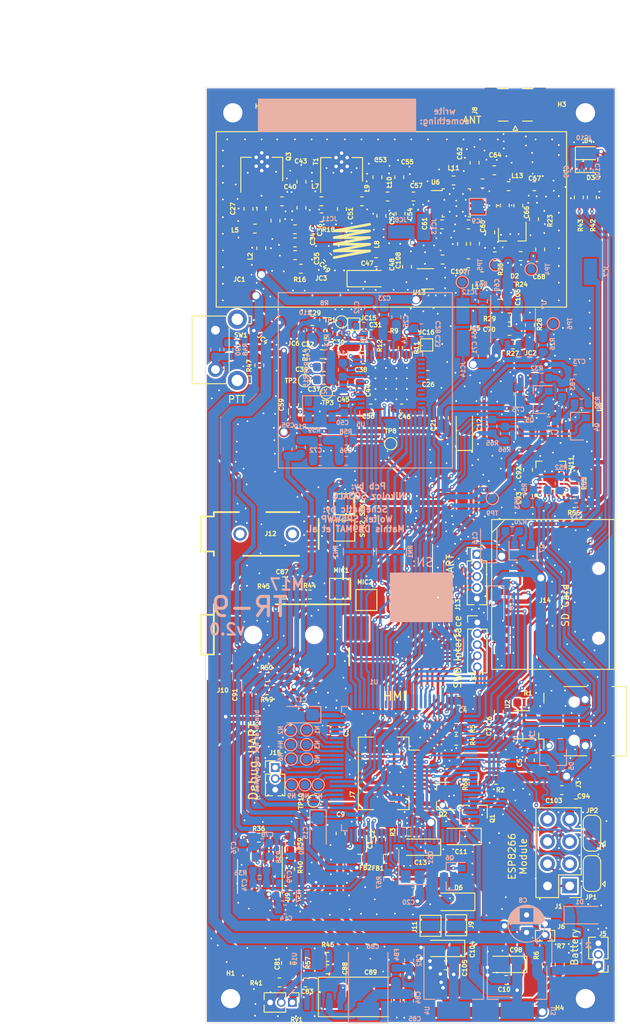
<source format=kicad_pcb>
(kicad_pcb (version 20171130) (host pcbnew 5.1.6-c6e7f7d~87~ubuntu18.04.1)
  (layers (0 F.Cu signal) (31 B.Cu signal) (34 B.Paste user) (35 F.Paste user) (36 B.SilkS user) (37 F.SilkS user) (38 B.Mask user) (39 F.Mask user) (44 Edge.Cuts user))
  (net 0 "")
  (net 1 GND)
  (net 2 VDDA)
  (net 3 VREF)
  (net 4 "Net-(C3-Pad2)")
  (net 5 "Net-(C4-Pad2)")
  (net 6 "Net-(C5-Pad2)")
  (net 7 "Net-(C6-Pad2)")
  (net 8 "Net-(C7-Pad2)")
  (net 9 +BATT)
  (net 10 ADC2_3)
  (net 11 +5V)
  (net 12 +3V3)
  (net 13 "Net-(C22-Pad2)")
  (net 14 TX)
  (net 15 "Net-(C23-Pad2)")
  (net 16 RX)
  (net 17 "Net-(C24-Pad1)")
  (net 18 "Net-(C25-Pad1)")
  (net 19 "Net-(C27-Pad2)")
  (net 20 "Net-(C27-Pad1)")
  (net 21 "Net-(C29-Pad2)")
  (net 22 "Net-(C30-Pad1)")
  (net 23 "Net-(C32-Pad1)")
  (net 24 "Net-(C33-Pad1)")
  (net 25 "Net-(C34-Pad1)")
  (net 26 "Net-(C37-Pad1)")
  (net 27 "Net-(C38-Pad2)")
  (net 28 "Net-(C38-Pad1)")
  (net 29 "Net-(C39-Pad1)")
  (net 30 "Net-(C40-Pad2)")
  (net 31 "Net-(C40-Pad1)")
  (net 32 "Net-(C41-Pad1)")
  (net 33 "Net-(C45-Pad1)")
  (net 34 "Net-(C46-Pad2)")
  (net 35 "Net-(C50-Pad2)")
  (net 36 "Net-(C50-Pad1)")
  (net 37 "Net-(C51-Pad1)")
  (net 38 "Net-(C52-Pad2)")
  (net 39 "Net-(C54-Pad2)")
  (net 40 "Net-(C57-Pad1)")
  (net 41 "Net-(C58-Pad1)")
  (net 42 "Net-(C61-Pad1)")
  (net 43 "Net-(C62-Pad2)")
  (net 44 "Net-(C63-Pad1)")
  (net 45 "Net-(C65-Pad1)")
  (net 46 "Net-(C66-Pad2)")
  (net 47 "Net-(C66-Pad1)")
  (net 48 "Net-(C68-Pad1)")
  (net 49 "Net-(C70-Pad1)")
  (net 50 "Net-(C72-Pad2)")
  (net 51 ADC1_0)
  (net 52 "Net-(C74-Pad1)")
  (net 53 BATT_ANALOG)
  (net 54 "Net-(C76-Pad1)")
  (net 55 "Net-(C78-Pad1)")
  (net 56 "Net-(C79-Pad2)")
  (net 57 "Net-(C80-Pad2)")
  (net 58 MIC_AMP_IN)
  (net 59 "Net-(C81-Pad1)")
  (net 60 "Net-(C83-Pad2)")
  (net 61 "Net-(C84-Pad1)")
  (net 62 "Net-(C87-Pad2)")
  (net 63 "Net-(C88-Pad2)")
  (net 64 "Net-(C88-Pad1)")
  (net 65 "Net-(C89-Pad2)")
  (net 66 "Net-(C90-Pad2)")
  (net 67 "Net-(C91-Pad2)")
  (net 68 "Net-(C92-Pad1)")
  (net 69 "Net-(C93-Pad1)")
  (net 70 "Net-(C96-Pad2)")
  (net 71 "Net-(D1-Pad1)")
  (net 72 "Net-(D3-Pad1)")
  (net 73 "Net-(D4-Pad1)")
  (net 74 "Net-(F1-Pad1)")
  (net 75 "Net-(J3-Pad4)")
  (net 76 "Net-(J3-Pad3)")
  (net 77 "Net-(J3-Pad2)")
  (net 78 SWDIO)
  (net 79 SWCLK)
  (net 80 NRST)
  (net 81 "Net-(J5-Pad2)")
  (net 82 TFT_LED)
  (net 83 SPI1_CS)
  (net 84 SPI1_SCK)
  (net 85 SPI1_MOSI)
  (net 86 TFT_RST)
  (net 87 UART2_RX)
  (net 88 "Net-(J10-Pad5)")
  (net 89 "Net-(J10-Pad4)")
  (net 90 GPS_EN)
  (net 91 UART1_RX)
  (net 92 UART1_TX)
  (net 93 SD_D1)
  (net 94 SD_D0)
  (net 95 SD_CLK)
  (net 96 SD_CMD)
  (net 97 SD_D3)
  (net 98 SD_D2)
  (net 99 UART7_RX)
  (net 100 UART7_TX)
  (net 101 "Net-(OS1-Pad3)")
  (net 102 BOOT0)
  (net 103 PTT)
  (net 104 BLIGHT_CTRL)
  (net 105 "Net-(Q4-Pad3)")
  (net 106 SPK_AMP_SEL)
  (net 107 "Net-(Q5-Pad3)")
  (net 108 FM_MOD_SEL)
  (net 109 USBDP)
  (net 110 USBDM)
  (net 111 FM_MOD)
  (net 112 "Net-(R9-Pad1)")
  (net 113 "Net-(R11-Pad1)")
  (net 114 "Net-(R13-Pad1)")
  (net 115 PA_BIAS)
  (net 116 SPI2_SCK)
  (net 117 SPI2_MISO)
  (net 118 SPI2_MOSI)
  (net 119 PA_RAMP)
  (net 120 "Net-(R27-Pad1)")
  (net 121 ADC3_1)
  (net 122 SPK_AMP)
  (net 123 LED_RED)
  (net 124 LED_GRN)
  (net 125 "Net-(R51-Pad2)")
  (net 126 "Net-(R52-Pad2)")
  (net 127 I2C1_SCL)
  (net 128 I2C1_SDA)
  (net 129 "Net-(R55-Pad2)")
  (net 130 "Net-(R56-Pad2)")
  (net 131 ADF_SWD)
  (net 132 "Net-(RV1-Pad2)")
  (net 133 "Net-(U1-Pad98)")
  (net 134 UART2_TX)
  (net 135 "Net-(U1-Pad84)")
  (net 136 "Net-(U1-Pad77)")
  (net 137 "Net-(U1-Pad64)")
  (net 138 "Net-(U1-Pad62)")
  (net 139 ADF_SCLK)
  (net 140 ADF_SREAD)
  (net 141 ADF_SDATA)
  (net 142 ADF_SLE)
  (net 143 ADF_CE)
  (net 144 "Net-(U1-Pad51)")
  (net 145 UART3_RX)
  (net 146 UART3_TX)
  (net 147 WIFI_EN)
  (net 148 WIFI_RST)
  (net 149 "Net-(U1-Pad31)")
  (net 150 "Net-(U1-Pad30)")
  (net 151 AUDIO_DAC)
  (net 152 "Net-(U1-Pad24)")
  (net 153 "Net-(U1-Pad18)")
  (net 154 "Net-(U1-Pad15)")
  (net 155 "Net-(U1-Pad13)")
  (net 156 "Net-(U1-Pad9)")
  (net 157 "Net-(U1-Pad8)")
  (net 158 "Net-(U1-Pad7)")
  (net 159 TRX_SW)
  (net 160 "Net-(U1-Pad4)")
  (net 161 "Net-(U1-Pad3)")
  (net 162 "Net-(U1-Pad2)")
  (net 163 "Net-(U1-Pad1)")
  (net 164 "Net-(U5-Pad38)")
  (net 165 "Net-(U5-Pad30)")
  (net 166 "Net-(U5-Pad23)")
  (net 167 "Net-(U5-Pad21)")
  (net 168 "Net-(U5-Pad20)")
  (net 169 "Net-(U5-Pad18)")
  (net 170 "Net-(U5-Pad17)")
  (net 171 "Net-(U5-Pad16)")
  (net 172 "Net-(U5-Pad15)")
  (net 173 "Net-(U5-Pad14)")
  (net 174 "Net-(U5-Pad13)")
  (net 175 "Net-(U7-Pad6)")
  (net 176 "Net-(U9-Pad8)")
  (net 177 "Net-(U9-Pad5)")
  (net 178 "Net-(U9-Pad1)")
  (net 179 "Net-(U10-Pad8)")
  (net 180 "Net-(U10-Pad7)")
  (net 181 "Net-(U10-Pad1)")
  (net 182 "Net-(U11-Pad13)")
  (net 183 "Net-(U11-Pad12)")
  (net 184 "Net-(U11-Pad11)")
  (net 185 "Net-(U11-Pad10)")
  (net 186 "Net-(U11-Pad9)")
  (net 187 "Net-(X1-Pad1)")
  (net 188 "Net-(D5-Pad1)")
  (net 189 "Net-(D6-Pad2)")
  (net 190 "Net-(L14-Pad2)")
  (net 191 "Net-(L14-Pad1)")
  (net 192 VIBRATE)
  (net 193 "Net-(J12-Pad3)")
  (net 194 ADF_MUXOUT)
  (net 195 "Net-(U1-Pad45)")
  (net 196 "Net-(RN1-Pad4)")
  (net 197 "Net-(RN1-Pad1)")
  (net 198 "Net-(RN1-Pad3)")
  (net 199 "Net-(RN1-Pad2)")
  (net 200 "Net-(RN2-Pad4)")
  (net 201 "Net-(RN2-Pad1)")
  (net 202 "Net-(RN2-Pad3)")
  (net 203 "Net-(RN2-Pad2)")
  (net 204 "Net-(C106-Pad2)")
  (net 205 "Net-(C106-Pad1)")
  (net 206 "Net-(C107-Pad2)")
  (net 207 "Net-(C107-Pad1)")
  (net 208 "Net-(C97-Pad1)")
  (net 209 "Net-(C108-Pad1)")
  (net 210 "Net-(Q7-Pad1)")
  (net 211 LNA_On)
  (net 212 "Net-(N1-Pad1)")
  (net 213 "Net-(N2-Pad1)")
  (net 214 "Net-(N3-Pad1)")
  (net 215 "Net-(N4-Pad1)")
  (net 216 "Net-(N5-Pad1)")
  (net 217 "Net-(N6-Pad1)")
  (net 218 "Net-(N7-Pad1)")
  (net 219 "Net-(N8-Pad1)")
  (net 220 "Net-(N9-Pad1)")
  (net 221 "Net-(J1-Pad6)")
  (net 222 "Net-(J1-Pad4)")
  (net 223 "Net-(JC11-Pad1)")
  (net 224 XO_EN)
  (module TestPoint:TestPoint_Pad_D1.0mm (layer F.Cu) (at 31.3436 150.622 90)
    (fp_text reference TP10 (at 0 -1.448 90) (layer F.SilkS) (effects (font (size 0.5 0.5) (thickness 0.125))))
    (fp_text value TestPoint_Probe)
    (pad 1 smd circle (at 0 0 90) (size 1 1) (layers F.Cu F.Mask) (net 121 ADC3_1))
  )
  (module Capacitor_SMD:C_0603_1608Metric (layer F.Cu) (at 46.482 169.418 180)
    (fp_text reference C105 (at -2.1844 -0.3048 90) (layer F.SilkS) (effects (font (size 0.5 0.5) (thickness 0.125))))
    (fp_text value 100n)
    (pad 2 smd roundrect (at 0.7875 0 180) (size 0.875 0.95) (layers F.Cu F.Paste F.Mask) (net 1 GND))
    (pad 1 smd roundrect (at -0.7875 0 180) (size 0.875 0.95) (layers F.Cu F.Paste F.Mask) (net 12 +3V3))
  )
  (module Capacitor_Tantalum_SMD:CP_EIA-3216-18_Kemet-A (layer F.Cu) (at 46.3512 167.4876 180)
    (fp_text reference C104 (at -3.1788 -0.1016 90) (layer F.SilkS) (effects (font (size 0.5 0.5) (thickness 0.125))))
    (fp_text value 22u/TA)
    (pad 2 smd roundrect (at 1.35 0 180) (size 1.4 1.35) (layers F.Cu F.Paste F.Mask) (roundrect_rratio 0.185185) (net 1 GND))
    (pad 1 smd roundrect (at -1.35 0 180) (size 1.4 1.35) (layers F.Cu F.Paste F.Mask) (roundrect_rratio 0.185185) (net 12 +3V3))
  )
  (module Jumper:SolderJumper-3_P1.3mm_Open_RoundedPad1.0x1.5mm (layer F.Cu) (at 63.2333 154.305 90)
    (fp_text reference JP2 (at 2.6035 0.0254 180) (layer F.SilkS) (effects (font (size 0.5 0.5) (thickness 0.125))))
    (fp_text value GPIO2)
    (pad 2 smd rect (at 0 0 90) (size 1 1.5) (layers F.Cu F.Mask) (net 221 "Net-(J1-Pad6)"))
    (pad 3 smd custom (at 1.3 0 90) (size 1 0.5) (layers F.Cu F.Mask) (net 1 GND) (options (clearance outline) (anchor rect)) (primitives (gr_circle (center 0 0.25) (end 0.5 0.25) (width 0)) (gr_circle (center 0 -0.25) (end 0.5 -0.25) (width 0)) (gr_poly (pts (xy -0.55 -0.75) (xy 0 -0.75) (xy 0 0.75) (xy -0.55 0.75)) (width 0))))
    (pad 1 smd custom (at -1.3 0 90) (size 1 0.5) (layers F.Cu F.Mask) (net 12 +3V3) (options (clearance outline) (anchor rect)) (primitives (gr_circle (center 0 0.25) (end 0.5 0.25) (width 0)) (gr_circle (center 0 -0.25) (end 0.5 -0.25) (width 0)) (gr_poly (pts (xy 0.55 -0.75) (xy 0 -0.75) (xy 0 0.75) (xy 0.55 0.75)) (width 0))))
  )
  (module Jumper:SolderJumper-3_P1.3mm_Open_RoundedPad1.0x1.5mm (layer F.Cu) (at 63.2333 158.9151 90)
    (fp_text reference JP1 (at -2.7051 -0.1016 180) (layer F.SilkS) (effects (font (size 0.5 0.5) (thickness 0.125))))
    (fp_text value GPIO0)
    (pad 2 smd rect (at 0 0 90) (size 1 1.5) (layers F.Cu F.Mask) (net 222 "Net-(J1-Pad4)"))
    (pad 3 smd custom (at 1.3 0 90) (size 1 0.5) (layers F.Cu F.Mask) (net 1 GND) (options (clearance outline) (anchor rect)) (primitives (gr_circle (center 0 0.25) (end 0.5 0.25) (width 0)) (gr_circle (center 0 -0.25) (end 0.5 -0.25) (width 0)) (gr_poly (pts (xy -0.55 -0.75) (xy 0 -0.75) (xy 0 0.75) (xy -0.55 0.75)) (width 0))))
    (pad 1 smd custom (at -1.3 0 90) (size 1 0.5) (layers F.Cu F.Mask) (net 12 +3V3) (options (clearance outline) (anchor rect)) (primitives (gr_circle (center 0 0.25) (end 0.5 0.25) (width 0)) (gr_circle (center 0 -0.25) (end 0.5 -0.25) (width 0)) (gr_poly (pts (xy 0.55 -0.75) (xy 0 -0.75) (xy 0 0.75) (xy 0.55 0.75)) (width 0))))
  )
  (module Capacitor_SMD:C_0603_1608Metric (layer B.Cu) (at 62.8396 78.5114 270)
    (fp_text reference C100 (at 0.1016 -1.0414 270) (layer B.SilkS) (effects (font (size 0.5 0.5)) (justify mirror)))
    (fp_text value 100n)
    (pad 2 smd roundrect (at 0.7875 0 270) (size 0.875 0.95) (layers B.Cu B.Paste B.Mask) (net 1 GND))
    (pad 1 smd roundrect (at -0.7875 0 270) (size 0.875 0.95) (layers B.Cu B.Paste B.Mask) (net 12 +3V3))
  )
  (module Capacitor_SMD:C_0603_1608Metric (layer B.Cu) (at 61.2902 78.5113 270)
    (fp_text reference C99 (at 0.1017 0.9906 270) (layer B.SilkS) (effects (font (size 0.5 0.5)) (justify mirror)))
    (fp_text value 1u)
    (pad 2 smd roundrect (at 0.7875 0 270) (size 0.875 0.95) (layers B.Cu B.Paste B.Mask) (net 1 GND))
    (pad 1 smd roundrect (at -0.7875 0 270) (size 0.875 0.95) (layers B.Cu B.Paste B.Mask) (net 12 +3V3))
  )
  (module TR-9:Pad1x3 (layer F.Cu) (at 48.81372 98.60788 90)
    (fp_text reference JC5 (at 2.07772 0.97536 180) (layer F.SilkS) (effects (font (size 0.5 0.5) (thickness 0.125))))
    (fp_text value 5V)
    (pad 1 smd rect (at -0.0508 1.68148 90) (size 3 1.5) (layers F.Cu F.Mask) (net 11 +5V))
  )
  (module TestPoint:TestPoint_Pad_1.0x1.0mm (layer F.Cu) (at 44.2976 98.4377)
    (fp_text reference JC16 (at 0 -1.448) (layer F.SilkS) (effects (font (size 0.5 0.5))))
    (fp_text value 3,3V)
    (pad 1 smd rect (at 0 0) (size 1 1) (layers F.Cu F.Mask) (net 12 +3V3))
  )
  (module TestPoint:TestPoint_Pad_1.0x1.0mm (layer F.Cu) (at 35.9537 96.0628)
    (fp_text reference JC15 (at 1.7018 -0.7112) (layer F.SilkS) (effects (font (size 0.5 0.5))))
    (fp_text value 3,3V)
    (pad 1 smd rect (at 0 0) (size 1 1) (layers F.Cu F.Mask) (net 12 +3V3))
  )
  (module Inductor_SMD:L_0603_1608Metric (layer F.Cu) (at 39.8271 81.4578)
    (fp_text reference L10 (at 0.2032 -1.6002 90) (layer F.SilkS) (effects (font (size 0.5 0.5))))
    (fp_text value 1nH)
    (pad 2 smd roundrect (at 0.7875 0) (size 0.875 0.95) (layers F.Cu F.Paste F.Mask) (net 39 "Net-(C54-Pad2)"))
    (pad 1 smd roundrect (at -0.7875 0) (size 0.875 0.95) (layers F.Cu F.Paste F.Mask) (net 38 "Net-(C52-Pad2)"))
  )
  (module Capacitor_THT:CP_Radial_D4.0mm_P2.00mm (layer B.Cu) (at 55.7403 165.6588 90)
    (fp_text reference C8 (at 3.67792 -0.40894) (layer B.SilkS) (effects (font (size 0.5 0.5)) (justify mirror)))
    (fp_text value 22u)
    (pad 2 thru_hole circle (at 2 0 90) (size 1.2 1.2) (drill 0.6) (layers *.Cu *.Mask) (net 1 GND))
    (pad 1 thru_hole rect (at 0 0 90) (size 1.2 1.2) (drill 0.6) (layers *.Cu *.Mask) (net 9 +BATT))
  )
  (module TR-9:Pad1x3 (layer B.Cu) (at 46.7995 98.2853 270)
    (fp_text reference JC14 (at 2.9591 -1.67386 270) (layer B.SilkS) (effects (font (size 0.5 0.5)) (justify mirror)))
    (fp_text value TRX_SW)
    (pad 1 smd rect (at -0.0508 -1.68148 270) (size 3 1.5) (layers B.Cu B.Mask) (net 159 TRX_SW))
  )
  (module TR-9:Pad1x3 (layer B.Cu) (at 45.6565 84.8868 90)
    (fp_text reference JC13 (at 0 -0.5 90) (layer B.SilkS) (effects (font (size 0.5 0.5)) (justify mirror)))
    (fp_text value TRX_SW)
    (pad 1 smd rect (at -0.0508 -1.68148 90) (size 3 1.5) (layers B.Cu B.Mask) (net 159 TRX_SW))
  )
  (module TR-9:Pad1x3 (layer B.Cu) (at 50.1269 94.5007 90)
    (fp_text reference JC12 (at 2.10058 -0.8763 180) (layer B.SilkS) (effects (font (size 0.5 0.5)) (justify mirror)))
    (fp_text value BIAS)
    (pad 1 smd rect (at -0.0508 -1.68148 90) (size 3 1.5) (layers B.Cu B.Mask) (net 223 "Net-(JC11-Pad1)"))
  )
  (module TR-9:Pad1x3 (layer B.Cu) (at 33.1851 87.5284)
    (fp_text reference JC11 (at -0.0381 -3.5179) (layer B.SilkS) (effects (font (size 0.5 0.5)) (justify mirror)))
    (fp_text value BIAS)
    (pad 1 smd rect (at -0.0508 -1.68148) (size 3 1.5) (layers B.Cu B.Mask) (net 223 "Net-(JC11-Pad1)"))
  )
  (module Package_TO_SOT_SMD:SOT-23 (layer F.Cu) (at 46.1993 150.0505 180)
    (fp_text reference Q2 (at 0.0221 -2.0828) (layer F.SilkS) (effects (font (size 0.5 0.5))))
    (fp_text value BSS138)
    (pad 3 smd rect (at 1 0 180) (size 0.9 0.8) (layers F.Cu F.Paste F.Mask) (net 82 TFT_LED))
    (pad 2 smd rect (at -1 0.95 180) (size 0.9 0.8) (layers F.Cu F.Paste F.Mask) (net 1 GND))
    (pad 1 smd rect (at -1 -0.95 180) (size 0.9 0.8) (layers F.Cu F.Paste F.Mask) (net 104 BLIGHT_CTRL))
  )
  (module Package_QFP:LQFP-100_14x14mm_P0.5mm (layer B.Cu) (at 41.6518 146.907 90)
    (fp_text reference U1 (at 9.8994 -3.3994 180) (layer B.SilkS) (effects (font (size 0.5 0.5)) (justify mirror)))
    (fp_text value STM32F777VIT)
    (pad 100 smd roundrect (at -6 7.675 90) (size 0.3 1.6) (layers B.Cu B.Paste B.Mask) (net 12 +3V3))
    (pad 99 smd roundrect (at -5.5 7.675 90) (size 0.3 1.6) (layers B.Cu B.Paste B.Mask) (net 1 GND))
    (pad 98 smd roundrect (at -5 7.675 90) (size 0.3 1.6) (layers B.Cu B.Paste B.Mask) (net 133 "Net-(U1-Pad98)"))
    (pad 97 smd roundrect (at -4.5 7.675 90) (size 0.3 1.6) (layers B.Cu B.Paste B.Mask) (net 103 PTT))
    (pad 96 smd roundrect (at -4 7.675 90) (size 0.3 1.6) (layers B.Cu B.Paste B.Mask) (net 147 WIFI_EN))
    (pad 95 smd roundrect (at -3.5 7.675 90) (size 0.3 1.6) (layers B.Cu B.Paste B.Mask) (net 148 WIFI_RST))
    (pad 94 smd roundrect (at -3 7.675 90) (size 0.3 1.6) (layers B.Cu B.Paste B.Mask) (net 102 BOOT0))
    (pad 93 smd roundrect (at -2.5 7.675 90) (size 0.3 1.6) (layers B.Cu B.Paste B.Mask) (net 128 I2C1_SDA))
    (pad 92 smd roundrect (at -2 7.675 90) (size 0.3 1.6) (layers B.Cu B.Paste B.Mask) (net 127 I2C1_SCL))
    (pad 91 smd roundrect (at -1.5 7.675 90) (size 0.3 1.6) (layers B.Cu B.Paste B.Mask) (net 104 BLIGHT_CTRL))
    (pad 90 smd roundrect (at -1 7.675 90) (size 0.3 1.6) (layers B.Cu B.Paste B.Mask) (net 83 SPI1_CS))
    (pad 89 smd roundrect (at -0.5 7.675 90) (size 0.3 1.6) (layers B.Cu B.Paste B.Mask) (net 84 SPI1_SCK))
    (pad 88 smd roundrect (at 0 7.675 90) (size 0.3 1.6) (layers B.Cu B.Paste B.Mask) (net 85 SPI1_MOSI))
    (pad 87 smd roundrect (at 0.5 7.675 90) (size 0.3 1.6) (layers B.Cu B.Paste B.Mask) (net 87 UART2_RX))
    (pad 86 smd roundrect (at 1 7.675 90) (size 0.3 1.6) (layers B.Cu B.Paste B.Mask) (net 134 UART2_TX))
    (pad 85 smd roundrect (at 1.5 7.675 90) (size 0.3 1.6) (layers B.Cu B.Paste B.Mask) (net 86 TFT_RST))
    (pad 84 smd roundrect (at 2 7.675 90) (size 0.3 1.6) (layers B.Cu B.Paste B.Mask) (net 135 "Net-(U1-Pad84)"))
    (pad 83 smd roundrect (at 2.5 7.675 90) (size 0.3 1.6) (layers B.Cu B.Paste B.Mask) (net 96 SD_CMD))
    (pad 82 smd roundrect (at 3 7.675 90) (size 0.3 1.6) (layers B.Cu B.Paste B.Mask) (net 123 LED_RED))
    (pad 81 smd roundrect (at 3.5 7.675 90) (size 0.3 1.6) (layers B.Cu B.Paste B.Mask) (net 124 LED_GRN))
    (pad 80 smd roundrect (at 4 7.675 90) (size 0.3 1.6) (layers B.Cu B.Paste B.Mask) (net 95 SD_CLK))
    (pad 79 smd roundrect (at 4.5 7.675 90) (size 0.3 1.6) (layers B.Cu B.Paste B.Mask) (net 97 SD_D3))
    (pad 78 smd roundrect (at 5 7.675 90) (size 0.3 1.6) (layers B.Cu B.Paste B.Mask) (net 98 SD_D2))
    (pad 77 smd roundrect (at 5.5 7.675 90) (size 0.3 1.6) (layers B.Cu B.Paste B.Mask) (net 136 "Net-(U1-Pad77)"))
    (pad 76 smd roundrect (at 6 7.675 90) (size 0.3 1.6) (layers B.Cu B.Paste B.Mask) (net 79 SWCLK))
    (pad 75 smd roundrect (at 7.675 6 90) (size 1.6 0.3) (layers B.Cu B.Paste B.Mask) (net 12 +3V3))
    (pad 74 smd roundrect (at 7.675 5.5 90) (size 1.6 0.3) (layers B.Cu B.Paste B.Mask) (net 1 GND))
    (pad 73 smd roundrect (at 7.675 5 90) (size 1.6 0.3) (layers B.Cu B.Paste B.Mask) (net 5 "Net-(C4-Pad2)"))
    (pad 72 smd roundrect (at 7.675 4.5 90) (size 1.6 0.3) (layers B.Cu B.Paste B.Mask) (net 78 SWDIO))
    (pad 71 smd roundrect (at 7.675 4 90) (size 1.6 0.3) (layers B.Cu B.Paste B.Mask) (net 109 USBDP))
    (pad 70 smd roundrect (at 7.675 3.5 90) (size 1.6 0.3) (layers B.Cu B.Paste B.Mask) (net 110 USBDM))
    (pad 69 smd roundrect (at 7.675 3 90) (size 1.6 0.3) (layers B.Cu B.Paste B.Mask) (net 91 UART1_RX))
    (pad 68 smd roundrect (at 7.675 2.5 90) (size 1.6 0.3) (layers B.Cu B.Paste B.Mask) (net 92 UART1_TX))
    (pad 67 smd roundrect (at 7.675 2 90) (size 1.6 0.3) (layers B.Cu B.Paste B.Mask) (net 90 GPS_EN))
    (pad 66 smd roundrect (at 7.675 1.5 90) (size 1.6 0.3) (layers B.Cu B.Paste B.Mask) (net 93 SD_D1))
    (pad 65 smd roundrect (at 7.675 1 90) (size 1.6 0.3) (layers B.Cu B.Paste B.Mask) (net 94 SD_D0))
    (pad 64 smd roundrect (at 7.675 0.5 90) (size 1.6 0.3) (layers B.Cu B.Paste B.Mask) (net 137 "Net-(U1-Pad64)"))
    (pad 63 smd roundrect (at 7.675 0 90) (size 1.6 0.3) (layers B.Cu B.Paste B.Mask) (net 211 LNA_On))
    (pad 62 smd roundrect (at 7.675 -0.5 90) (size 1.6 0.3) (layers B.Cu B.Paste B.Mask) (net 138 "Net-(U1-Pad62)"))
    (pad 61 smd roundrect (at 7.675 -1 90) (size 1.6 0.3) (layers B.Cu B.Paste B.Mask) (net 194 ADF_MUXOUT))
    (pad 60 smd roundrect (at 7.675 -1.5 90) (size 1.6 0.3) (layers B.Cu B.Paste B.Mask) (net 131 ADF_SWD))
    (pad 59 smd roundrect (at 7.675 -2 90) (size 1.6 0.3) (layers B.Cu B.Paste B.Mask) (net 139 ADF_SCLK))
    (pad 58 smd roundrect (at 7.675 -2.5 90) (size 1.6 0.3) (layers B.Cu B.Paste B.Mask) (net 140 ADF_SREAD))
    (pad 57 smd roundrect (at 7.675 -3 90) (size 1.6 0.3) (layers B.Cu B.Paste B.Mask) (net 141 ADF_SDATA))
    (pad 56 smd roundrect (at 7.675 -3.5 90) (size 1.6 0.3) (layers B.Cu B.Paste B.Mask) (net 142 ADF_SLE))
    (pad 55 smd roundrect (at 7.675 -4 90) (size 1.6 0.3) (layers B.Cu B.Paste B.Mask) (net 143 ADF_CE))
    (pad 54 smd roundrect (at 7.675 -4.5 90) (size 1.6 0.3) (layers B.Cu B.Paste B.Mask) (net 118 SPI2_MOSI))
    (pad 53 smd roundrect (at 7.675 -5 90) (size 1.6 0.3) (layers B.Cu B.Paste B.Mask) (net 117 SPI2_MISO))
    (pad 52 smd roundrect (at 7.675 -5.5 90) (size 1.6 0.3) (layers B.Cu B.Paste B.Mask) (net 116 SPI2_SCK))
    (pad 51 smd roundrect (at 7.675 -6 90) (size 1.6 0.3) (layers B.Cu B.Paste B.Mask) (net 144 "Net-(U1-Pad51)"))
    (pad 50 smd roundrect (at 6 -7.675 90) (size 0.3 1.6) (layers B.Cu B.Paste B.Mask) (net 12 +3V3))
    (pad 49 smd roundrect (at 5.5 -7.675 90) (size 0.3 1.6) (layers B.Cu B.Paste B.Mask) (net 1 GND))
    (pad 48 smd roundrect (at 5 -7.675 90) (size 0.3 1.6) (layers B.Cu B.Paste B.Mask) (net 4 "Net-(C3-Pad2)"))
    (pad 47 smd roundrect (at 4.5 -7.675 90) (size 0.3 1.6) (layers B.Cu B.Paste B.Mask) (net 145 UART3_RX))
    (pad 46 smd roundrect (at 4 -7.675 90) (size 0.3 1.6) (layers B.Cu B.Paste B.Mask) (net 146 UART3_TX))
    (pad 45 smd roundrect (at 3.5 -7.675 90) (size 0.3 1.6) (layers B.Cu B.Paste B.Mask) (net 195 "Net-(U1-Pad45)"))
    (pad 44 smd roundrect (at 3 -7.675 90) (size 0.3 1.6) (layers B.Cu B.Paste B.Mask) (net 212 "Net-(N1-Pad1)"))
    (pad 43 smd roundrect (at 2.5 -7.675 90) (size 0.3 1.6) (layers B.Cu B.Paste B.Mask) (net 213 "Net-(N2-Pad1)"))
    (pad 42 smd roundrect (at 2 -7.675 90) (size 0.3 1.6) (layers B.Cu B.Paste B.Mask) (net 214 "Net-(N3-Pad1)"))
    (pad 41 smd roundrect (at 1.5 -7.675 90) (size 0.3 1.6) (layers B.Cu B.Paste B.Mask) (net 215 "Net-(N4-Pad1)"))
    (pad 40 smd roundrect (at 1 -7.675 90) (size 0.3 1.6) (layers B.Cu B.Paste B.Mask) (net 216 "Net-(N5-Pad1)"))
    (pad 39 smd roundrect (at 0.5 -7.675 90) (size 0.3 1.6) (layers B.Cu B.Paste B.Mask) (net 217 "Net-(N6-Pad1)"))
    (pad 38 smd roundrect (at 0 -7.675 90) (size 0.3 1.6) (layers B.Cu B.Paste B.Mask) (net 100 UART7_TX))
    (pad 37 smd roundrect (at -0.5 -7.675 90) (size 0.3 1.6) (layers B.Cu B.Paste B.Mask) (net 99 UART7_RX))
    (pad 36 smd roundrect (at -1 -7.675 90) (size 0.3 1.6) (layers B.Cu B.Paste B.Mask) (net 218 "Net-(N7-Pad1)"))
    (pad 35 smd roundrect (at -1.5 -7.675 90) (size 0.3 1.6) (layers B.Cu B.Paste B.Mask) (net 108 FM_MOD_SEL))
    (pad 34 smd roundrect (at -2 -7.675 90) (size 0.3 1.6) (layers B.Cu B.Paste B.Mask) (net 106 SPK_AMP_SEL))
    (pad 33 smd roundrect (at -2.5 -7.675 90) (size 0.3 1.6) (layers B.Cu B.Paste B.Mask) (net 219 "Net-(N8-Pad1)"))
    (pad 32 smd roundrect (at -3 -7.675 90) (size 0.3 1.6) (layers B.Cu B.Paste B.Mask) (net 220 "Net-(N9-Pad1)"))
    (pad 31 smd roundrect (at -3.5 -7.675 90) (size 0.3 1.6) (layers B.Cu B.Paste B.Mask) (net 149 "Net-(U1-Pad31)"))
    (pad 30 smd roundrect (at -4 -7.675 90) (size 0.3 1.6) (layers B.Cu B.Paste B.Mask) (net 150 "Net-(U1-Pad30)"))
    (pad 29 smd roundrect (at -4.5 -7.675 90) (size 0.3 1.6) (layers B.Cu B.Paste B.Mask) (net 119 PA_RAMP))
    (pad 28 smd roundrect (at -5 -7.675 90) (size 0.3 1.6) (layers B.Cu B.Paste B.Mask) (net 151 AUDIO_DAC))
    (pad 27 smd roundrect (at -5.5 -7.675 90) (size 0.3 1.6) (layers B.Cu B.Paste B.Mask) (net 12 +3V3))
    (pad 26 smd roundrect (at -6 -7.675 90) (size 0.3 1.6) (layers B.Cu B.Paste B.Mask) (net 1 GND))
    (pad 25 smd roundrect (at -7.675 -6 90) (size 1.6 0.3) (layers B.Cu B.Paste B.Mask) (net 10 ADC2_3))
    (pad 24 smd roundrect (at -7.675 -5.5 90) (size 1.6 0.3) (layers B.Cu B.Paste B.Mask) (net 152 "Net-(U1-Pad24)"))
    (pad 23 smd roundrect (at -7.675 -5 90) (size 1.6 0.3) (layers B.Cu B.Paste B.Mask) (net 121 ADC3_1))
    (pad 22 smd roundrect (at -7.675 -4.5 90) (size 1.6 0.3) (layers B.Cu B.Paste B.Mask) (net 51 ADC1_0))
    (pad 21 smd roundrect (at -7.675 -4 90) (size 1.6 0.3) (layers B.Cu B.Paste B.Mask) (net 2 VDDA))
    (pad 20 smd roundrect (at -7.675 -3.5 90) (size 1.6 0.3) (layers B.Cu B.Paste B.Mask) (net 3 VREF))
    (pad 19 smd roundrect (at -7.675 -3 90) (size 1.6 0.3) (layers B.Cu B.Paste B.Mask) (net 1 GND))
    (pad 18 smd roundrect (at -7.675 -2.5 90) (size 1.6 0.3) (layers B.Cu B.Paste B.Mask) (net 153 "Net-(U1-Pad18)"))
    (pad 17 smd roundrect (at -7.675 -2 90) (size 1.6 0.3) (layers B.Cu B.Paste B.Mask) (net 192 VIBRATE))
    (pad 16 smd roundrect (at -7.675 -1.5 90) (size 1.6 0.3) (layers B.Cu B.Paste B.Mask) (net 224 XO_EN))
    (pad 15 smd roundrect (at -7.675 -1 90) (size 1.6 0.3) (layers B.Cu B.Paste B.Mask) (net 154 "Net-(U1-Pad15)"))
    (pad 14 smd roundrect (at -7.675 -0.5 90) (size 1.6 0.3) (layers B.Cu B.Paste B.Mask) (net 80 NRST))
    (pad 13 smd roundrect (at -7.675 0 90) (size 1.6 0.3) (layers B.Cu B.Paste B.Mask) (net 155 "Net-(U1-Pad13)"))
    (pad 12 smd roundrect (at -7.675 0.5 90) (size 1.6 0.3) (layers B.Cu B.Paste B.Mask) (net 101 "Net-(OS1-Pad3)"))
    (pad 11 smd roundrect (at -7.675 1 90) (size 1.6 0.3) (layers B.Cu B.Paste B.Mask) (net 12 +3V3))
    (pad 10 smd roundrect (at -7.675 1.5 90) (size 1.6 0.3) (layers B.Cu B.Paste B.Mask) (net 1 GND))
    (pad 9 smd roundrect (at -7.675 2 90) (size 1.6 0.3) (layers B.Cu B.Paste B.Mask) (net 156 "Net-(U1-Pad9)"))
    (pad 8 smd roundrect (at -7.675 2.5 90) (size 1.6 0.3) (layers B.Cu B.Paste B.Mask) (net 157 "Net-(U1-Pad8)"))
    (pad 7 smd roundrect (at -7.675 3 90) (size 1.6 0.3) (layers B.Cu B.Paste B.Mask) (net 158 "Net-(U1-Pad7)"))
    (pad 6 smd roundrect (at -7.675 3.5 90) (size 1.6 0.3) (layers B.Cu B.Paste B.Mask) (net 12 +3V3))
    (pad 5 smd roundrect (at -7.675 4 90) (size 1.6 0.3) (layers B.Cu B.Paste B.Mask) (net 159 TRX_SW))
    (pad 4 smd roundrect (at -7.675 4.5 90) (size 1.6 0.3) (layers B.Cu B.Paste B.Mask) (net 160 "Net-(U1-Pad4)"))
    (pad 3 smd roundrect (at -7.675 5 90) (size 1.6 0.3) (layers B.Cu B.Paste B.Mask) (net 161 "Net-(U1-Pad3)"))
    (pad 2 smd roundrect (at -7.675 5.5 90) (size 1.6 0.3) (layers B.Cu B.Paste B.Mask) (net 162 "Net-(U1-Pad2)"))
    (pad 1 smd roundrect (at -7.675 6 90) (size 1.6 0.3) (layers B.Cu B.Paste B.Mask) (net 163 "Net-(U1-Pad1)"))
  )
  (module Connector_PinHeader_2.54mm:PinHeader_2x04_P2.54mm_Vertical (layer F.Cu) (at 60.6806 160.3375 180)
    (fp_text reference J1 (at 1.27 -2.33) (layer F.SilkS) (effects (font (size 0.5 0.5))))
    (fp_text value "ESP8266 module")
    (pad 8 thru_hole oval (at 2.54 7.62 180) (size 1.7 1.7) (drill 1) (layers *.Cu *.Mask) (net 134 UART2_TX))
    (pad 7 thru_hole oval (at 0 7.62 180) (size 1.7 1.7) (drill 1) (layers *.Cu *.Mask) (net 12 +3V3))
    (pad 6 thru_hole oval (at 2.54 5.08 180) (size 1.7 1.7) (drill 1) (layers *.Cu *.Mask) (net 221 "Net-(J1-Pad6)"))
    (pad 5 thru_hole oval (at 0 5.08 180) (size 1.7 1.7) (drill 1) (layers *.Cu *.Mask) (net 148 WIFI_RST))
    (pad 4 thru_hole oval (at 2.54 2.54 180) (size 1.7 1.7) (drill 1) (layers *.Cu *.Mask) (net 222 "Net-(J1-Pad4)"))
    (pad 3 thru_hole oval (at 0 2.54 180) (size 1.7 1.7) (drill 1) (layers *.Cu *.Mask) (net 147 WIFI_EN))
    (pad 2 thru_hole oval (at 2.54 0 180) (size 1.7 1.7) (drill 1) (layers *.Cu *.Mask) (net 1 GND))
    (pad 1 thru_hole rect (at 0 0 180) (size 1.7 1.7) (drill 1) (layers *.Cu *.Mask) (net 87 UART2_RX))
  )
  (module Capacitor_SMD:C_0603_1608Metric (layer F.Cu) (at 61.3918 150.9014)
    (fp_text reference C94 (at 0.88392 -0.82804) (layer F.SilkS) (effects (font (size 0.5 0.5))))
    (fp_text value 10n)
    (pad 2 smd roundrect (at 0.7875 0) (size 0.875 0.95) (layers F.Cu F.Paste F.Mask) (net 1 GND))
    (pad 1 smd roundrect (at -0.7875 0) (size 0.875 0.95) (layers F.Cu F.Paste F.Mask) (net 12 +3V3))
  )
  (module TestPoint:TestPoint_Pad_1.5x1.5mm (layer B.Cu) (at 50.1396 82.6262)
    (fp_text reference JC9 (at 0 1.648) (layer B.SilkS) (effects (font (size 0.5 0.5)) (justify mirror)))
    (fp_text value TRX_SW_PWR_1)
    (pad 1 smd rect (at 0 0) (size 1.5 1.5) (layers B.Cu B.Mask) (net 12 +3V3))
  )
  (module TR-9:Pad1x3 (layer B.Cu) (at 62.3062 78.2574)
    (fp_text reference JC10 (at 0.0254 -3.5052) (layer B.SilkS) (effects (font (size 0.5 0.5)) (justify mirror)))
    (fp_text value TRX_SW_PWR_2)
    (pad 1 smd rect (at -0.0508 -1.68148) (size 3 1.5) (layers B.Cu B.Mask) (net 12 +3V3))
  )
  (module TR-9:Pad1x3 (layer B.Cu) (at 41.4401 87.1855)
    (fp_text reference JC8 (at -0.1016 -3.048) (layer B.SilkS) (effects (font (size 0.5 0.5)) (justify mirror)))
    (fp_text value LNA_2)
    (pad 1 smd rect (at -0.0508 -1.68148) (size 3 1.5) (layers B.Cu B.Mask) (net 209 "Net-(C108-Pad1)"))
  )
  (module TR-9:Pad1x3 (layer B.Cu) (at 64.7446 90.0176 90)
    (fp_text reference JC7 (at 0.0508 0.1397 90) (layer B.SilkS) (effects (font (size 0.5 0.5)) (justify mirror)))
    (fp_text value LNA_1)
    (pad 1 smd rect (at -0.0508 -1.68148 90) (size 3 1.5) (layers B.Cu B.Mask) (net 209 "Net-(C108-Pad1)"))
  )
  (module Package_TO_SOT_SMD:SOT-23 (layer B.Cu) (at 55.3212 122.2883 270)
    (fp_text reference Q7 (at -0.57658 -2.19964 270) (layer B.SilkS) (effects (font (size 0.5 0.5)) (justify mirror)))
    (fp_text value FDV304P)
    (pad 3 smd rect (at 1 0 270) (size 0.9 0.8) (layers B.Cu B.Paste B.Mask) (net 12 +3V3))
    (pad 2 smd rect (at -1 -0.95 270) (size 0.9 0.8) (layers B.Cu B.Paste B.Mask) (net 209 "Net-(C108-Pad1)"))
    (pad 1 smd rect (at -1 0.95 270) (size 0.9 0.8) (layers B.Cu B.Paste B.Mask) (net 210 "Net-(Q7-Pad1)"))
  )
  (module TR-9:Pad1x3 (layer F.Cu) (at 27.0891 96.0755 90)
    (fp_text reference JC6 (at -2.20218 1.97866) (layer F.SilkS) (effects (font (size 0.5 0.5))))
    (fp_text value Batt)
    (pad 1 smd rect (at -0.0508 1.68148 90) (size 3 1.5) (layers F.Cu F.Mask) (net 11 +5V))
  )
  (module TR-9:Pad1x3 (layer F.Cu) (at 24.826385 97.580573 135)
    (fp_text reference JC4 (at -0.634517 0.338342 135) (layer F.SilkS) (effects (font (size 0.5 0.5))))
    (fp_text value Batt)
    (pad 1 smd rect (at -0.0508 1.68148 135) (size 3 1.5) (layers F.Cu F.Mask) (net 9 +BATT))
  )
  (module TR-9:Pad1x3 (layer F.Cu) (at 32.8676 90.4494)
    (fp_text reference JC3 (at -0.65024 0.36068) (layer F.SilkS) (effects (font (size 0.5 0.5))))
    (fp_text value Batt)
    (pad 1 smd rect (at -0.0508 1.68148) (size 3 1.5) (layers F.Cu F.Mask) (net 9 +BATT))
  )
  (module TR-9:Pad1x3 (layer F.Cu) (at 55.9811 99.0346)
    (fp_text reference JC2 (at 0.20878 0.33528) (layer F.SilkS) (effects (font (size 0.5 0.5))))
    (fp_text value Batt)
    (pad 1 smd rect (at -0.0508 1.68148) (size 3 1.5) (layers F.Cu F.Mask) (net 9 +BATT))
  )
  (module TR-9:Pad1x3 (layer F.Cu) (at 23.1394 94.234 180)
    (fp_text reference JC1 (at 0.2921 3.2893 180) (layer F.SilkS) (effects (font (size 0.5 0.5))))
    (fp_text value Batt)
    (pad 1 smd rect (at -0.0508 1.68148 180) (size 3 1.5) (layers F.Cu F.Mask) (net 9 +BATT))
  )
  (module TestPoint:TestPoint_Pad_D1.0mm (layer B.Cu) (at 31.877 148.7678)
    (fp_text reference N7 (at 0 1.27) (layer B.SilkS) (effects (font (size 0.5 0.5)) (justify mirror)))
    (fp_text value TP2)
    (pad 1 smd circle (at 0 0) (size 1 1) (layers B.Cu B.Mask) (net 218 "Net-(N7-Pad1)"))
  )
  (module TestPoint:TestPoint_Pad_D1.0mm (layer B.Cu) (at 30.353 148.7678)
    (fp_text reference N8 (at 0 1.27) (layer B.SilkS) (effects (font (size 0.5 0.5)) (justify mirror)))
    (fp_text value TP2)
    (pad 1 smd circle (at 0 0) (size 1 1) (layers B.Cu B.Mask) (net 219 "Net-(N8-Pad1)"))
  )
  (module TestPoint:TestPoint_Pad_D1.0mm (layer B.Cu) (at 28.829 148.7678)
    (fp_text reference N9 (at 0 1.27) (layer B.SilkS) (effects (font (size 0.5 0.5)) (justify mirror)))
    (fp_text value TP2)
    (pad 1 smd circle (at 0 0) (size 1 1) (layers B.Cu B.Mask) (net 220 "Net-(N9-Pad1)"))
  )
  (module TR-9:RF_Coil_v2_mirrored (layer F.Cu) (at 35.6108 86.0298 90)
    (fp_text reference L8 (at -0.90932 2.98704 90) (layer F.SilkS) (effects (font (size 0.5 0.5))))
    (fp_text value 8/0.5/2.4)
    (pad 2 smd rect (at 2.04216 1.397 270) (size 1.1 1.5) (layers F.Cu F.Paste F.Mask) (net 37 "Net-(C51-Pad1)"))
    (pad 1 smd rect (at -2.794 -1.143 270) (size 1.1 1.5) (layers F.Cu F.Paste F.Mask) (net 9 +BATT))
  )
  (module Resistor_SMD:R_0603_1608Metric (layer B.Cu) (at 54.102 119.7483)
    (fp_text reference R20 (at 0.94996 -1.05918 180) (layer B.SilkS) (effects (font (size 0.5 0.5) (thickness 0.125)) (justify mirror)))
    (fp_text value ?)
    (pad 2 smd roundrect (at 0.7875 0) (size 0.875 0.95) (layers B.Cu B.Paste B.Mask) (net 210 "Net-(Q7-Pad1)"))
    (pad 1 smd roundrect (at -0.7875 0) (size 0.875 0.95) (layers B.Cu B.Paste B.Mask) (net 211 LNA_On))
  )
  (module TestPoint:TestPoint_Pad_D1.0mm (layer B.Cu) (at 30.5562 142.494)
    (fp_text reference N1 (at 1.2192 0 90) (layer B.SilkS) (effects (font (size 0.5 0.5)) (justify mirror)))
    (fp_text value TP2)
    (pad 1 smd circle (at 0 0) (size 1 1) (layers B.Cu B.Mask) (net 212 "Net-(N1-Pad1)"))
  )
  (module TestPoint:TestPoint_Pad_D1.0mm (layer B.Cu) (at 28.702 142.5194)
    (fp_text reference N2 (at -1.143 0 90) (layer B.SilkS) (effects (font (size 0.5 0.5)) (justify mirror)))
    (fp_text value TP2)
    (pad 1 smd circle (at 0 0) (size 1 1) (layers B.Cu B.Mask) (net 213 "Net-(N2-Pad1)"))
  )
  (module TestPoint:TestPoint_Pad_D1.0mm (layer B.Cu) (at 30.5562 144.1704)
    (fp_text reference N3 (at 1.2192 0 90) (layer B.SilkS) (effects (font (size 0.5 0.5)) (justify mirror)))
    (fp_text value TP2)
    (pad 1 smd circle (at 0 0) (size 1 1) (layers B.Cu B.Mask) (net 214 "Net-(N3-Pad1)"))
  )
  (module TestPoint:TestPoint_Pad_D1.0mm (layer B.Cu) (at 28.7274 144.1704)
    (fp_text reference N4 (at -1.1684 0 90) (layer B.SilkS) (effects (font (size 0.5 0.5)) (justify mirror)))
    (fp_text value TP2)
    (pad 1 smd circle (at 0 0) (size 1 1) (layers B.Cu B.Mask) (net 215 "Net-(N4-Pad1)"))
  )
  (module MountingHole:MountingHole_2.2mm_M2_ISO14580_Pad (layer F.Cu) (at 62.484 173.228)
    (fp_text reference H4 (at -2.9464 1.0668) (layer F.SilkS) (effects (font (size 0.5 0.5))))
    (fp_text value MountingHole_Pad)
    (pad 1 thru_hole circle (at 0 0) (size 3.8 3.8) (drill 2.2) (layers *.Cu *.Mask) (net 1 GND))
  )
  (module MountingHole:MountingHole_2.2mm_M2_ISO14580_Pad (layer F.Cu) (at 21.844 173.228)
    (fp_text reference H1 (at 0 -2.9) (layer F.SilkS) (effects (font (size 0.5 0.5))))
    (fp_text value MountingHole_Pad)
    (pad 1 thru_hole circle (at 0 0) (size 3.8 3.8) (drill 2.2) (layers *.Cu *.Mask) (net 1 GND))
  )
  (module Resistor_SMD:R_0603_1608Metric (layer B.Cu) (at 53.2765 108.5724 270)
    (fp_text reference R66 (at 1.8414 0.0635 180) (layer B.SilkS) (effects (font (size 0.5 0.5)) (justify mirror)))
    (fp_text value 22k)
    (pad 2 smd roundrect (at 0.7875 0 270) (size 0.875 0.95) (layers B.Cu B.Paste B.Mask) (net 12 +3V3))
    (pad 1 smd roundrect (at -0.7875 0 270) (size 0.875 0.95) (layers B.Cu B.Paste B.Mask) (net 106 SPK_AMP_SEL))
  )
  (module Resistor_SMD:R_0603_1608Metric (layer B.Cu) (at 51.8287 107.7596 270)
    (fp_text reference R65 (at 1.9176 0.0127 180) (layer B.SilkS) (effects (font (size 0.5 0.5)) (justify mirror)))
    (fp_text value 22k)
    (pad 2 smd roundrect (at 0.7875 0 270) (size 0.875 0.95) (layers B.Cu B.Paste B.Mask) (net 12 +3V3))
    (pad 1 smd roundrect (at -0.7875 0 270) (size 0.875 0.95) (layers B.Cu B.Paste B.Mask) (net 108 FM_MOD_SEL))
  )
  (module Resistor_SMD:R_0603_1608Metric (layer F.Cu) (at 52.235 148.1963)
    (fp_text reference R2 (at 0.5081 1.1684) (layer F.SilkS) (effects (font (size 0.5 0.5))))
    (fp_text value 10k)
    (pad 2 smd roundrect (at 0.7875 0) (size 0.875 0.95) (layers F.Cu F.Paste F.Mask) (net 12 +3V3))
    (pad 1 smd roundrect (at -0.7875 0) (size 0.875 0.95) (layers F.Cu F.Paste F.Mask) (net 102 BOOT0))
  )
  (module Capacitor_SMD:C_0603_1608Metric (layer B.Cu) (at 42.291 168.8593 90)
    (fp_text reference C82 (at 0.01026 1.13792 90) (layer B.SilkS) (effects (font (size 0.5 0.5)) (justify mirror)))
    (fp_text value 10n)
    (pad 2 smd roundrect (at 0.7875 0 90) (size 0.875 0.95) (layers B.Cu B.Paste B.Mask) (net 1 GND))
    (pad 1 smd roundrect (at -0.7875 0 90) (size 0.875 0.95) (layers B.Cu B.Paste B.Mask) (net 9 +BATT))
  )
  (module Capacitor_SMD:C_0603_1608Metric (layer F.Cu) (at 49.784 77.5969 270)
    (fp_text reference C62 (at -1.05654 1.68656 90) (layer F.SilkS) (effects (font (size 0.5 0.5))))
    (fp_text value 7p)
    (pad 2 smd roundrect (at 0.7875 0 270) (size 0.875 0.95) (layers F.Cu F.Paste F.Mask) (net 43 "Net-(C62-Pad2)"))
    (pad 1 smd roundrect (at -0.7875 0 270) (size 0.875 0.95) (layers F.Cu F.Paste F.Mask) (net 1 GND))
  )
  (module Capacitor_SMD:C_0603_1608Metric (layer F.Cu) (at 44.4246 101.8794 180)
    (fp_text reference C26 (at -0.0635 -1.0922) (layer F.SilkS) (effects (font (size 0.5 0.5))))
    (fp_text value 10n)
    (pad 2 smd roundrect (at 0.7875 0 180) (size 0.875 0.95) (layers F.Cu F.Paste F.Mask) (net 1 GND))
    (pad 1 smd roundrect (at -0.7875 0 180) (size 0.875 0.95) (layers F.Cu F.Paste F.Mask) (net 12 +3V3))
  )
  (module Capacitor_SMD:C_0603_1608Metric (layer F.Cu) (at 46.2788 106.7815 90)
    (fp_text reference C21 (at -0.8127 -1.2192 90) (layer F.SilkS) (effects (font (size 0.5 0.5))))
    (fp_text value 220p)
    (pad 2 smd roundrect (at 0.7875 0 90) (size 0.875 0.95) (layers F.Cu F.Paste F.Mask) (net 1 GND))
    (pad 1 smd roundrect (at -0.7875 0 90) (size 0.875 0.95) (layers F.Cu F.Paste F.Mask) (net 12 +3V3))
  )
  (module Capacitor_Tantalum_SMD:CP_EIA-3216-18_Kemet-A (layer F.Cu) (at 48.2435 154.6733 180)
    (fp_text reference C11 (at 0 -1.75 180) (layer F.SilkS) (effects (font (size 0.5 0.5))))
    (fp_text value 22u/TA)
    (pad 2 smd roundrect (at 1.35 0 180) (size 1.4 1.35) (layers F.Cu F.Paste F.Mask) (roundrect_rratio 0.185185) (net 1 GND))
    (pad 1 smd roundrect (at -1.35 0 180) (size 1.4 1.35) (layers F.Cu F.Paste F.Mask) (roundrect_rratio 0.185185) (net 12 +3V3))
  )
  (module Resistor_SMD:R_0603_1608Metric (layer F.Cu) (at 26.0096 136.4615 180)
    (fp_text reference R50 (at 0.0508 1.0922 180) (layer F.SilkS) (effects (font (size 0.5 0.5))))
    (fp_text value 470)
    (pad 2 smd roundrect (at 0.7875 0 180) (size 0.875 0.95) (layers F.Cu F.Paste F.Mask) (net 67 "Net-(C91-Pad2)"))
    (pad 1 smd roundrect (at -0.7875 0 180) (size 0.875 0.95) (layers F.Cu F.Paste F.Mask) (net 103 PTT))
  )
  (module Resistor_SMD:R_0603_1608Metric (layer F.Cu) (at 26.0097 137.9474 180)
    (fp_text reference R49 (at 0.0128 -1.0795 180) (layer F.SilkS) (effects (font (size 0.5 0.5))))
    (fp_text value 10k)
    (pad 2 smd roundrect (at 0.7875 0 180) (size 0.875 0.95) (layers F.Cu F.Paste F.Mask) (net 67 "Net-(C91-Pad2)"))
    (pad 1 smd roundrect (at -0.7875 0 180) (size 0.875 0.95) (layers F.Cu F.Paste F.Mask) (net 12 +3V3))
  )
  (module Resistor_SMD:R_0603_1608Metric (layer F.Cu) (at 27.9399 127)
    (fp_text reference R45 (at -2.324 -0.9398 180) (layer F.SilkS) (effects (font (size 0.5 0.5))))
    (fp_text value 3k9)
    (pad 2 smd roundrect (at 0.7875 0) (size 0.875 0.95) (layers F.Cu F.Paste F.Mask) (net 62 "Net-(C87-Pad2)"))
    (pad 1 smd roundrect (at -0.7875 0) (size 0.875 0.95) (layers F.Cu F.Paste F.Mask) (net 58 MIC_AMP_IN))
  )
  (module Resistor_SMD:R_0603_1608Metric (layer F.Cu) (at 30.9246 127)
    (fp_text reference R44 (at -0.0255 -1.016) (layer F.SilkS) (effects (font (size 0.5 0.5))))
    (fp_text value 1k)
    (pad 2 smd roundrect (at 0.7875 0) (size 0.875 0.95) (layers F.Cu F.Paste F.Mask) (net 12 +3V3))
    (pad 1 smd roundrect (at -0.7875 0) (size 0.875 0.95) (layers F.Cu F.Paste F.Mask) (net 62 "Net-(C87-Pad2)"))
  )
  (module TR-9:SPK_EXT (layer F.Cu) (at 19.9263 120.0658)
    (fp_text reference J12 (at 6.491 -0.031) (layer F.SilkS) (effects (font (size 0.5 0.5) (thickness 0.254))))
    (fp_text value SPK_EXT hide)
    (pad 6 thru_hole circle (at 9 0) (size 1.55 1.55) (drill 1) (layers *.Cu *.Mask))
    (pad 5 thru_hole circle (at 3 0) (size 1.55 1.55) (drill 1) (layers *.Cu *.Mask))
    (pad 3 smd rect (at 11.4 -3.425) (size 2.4 2.65) (layers F.Cu F.Paste F.Mask) (net 193 "Net-(J12-Pad3)"))
    (pad 2 smd rect (at 4.4 -3.275) (size 2.4 2.95) (layers F.Cu F.Paste F.Mask) (net 1 GND))
    (pad 1 smd rect (at 11.4 3.425) (size 2.4 2.65) (layers F.Cu F.Paste F.Mask) (net 65 "Net-(C89-Pad2)"))
    (pad 2 smd rect (at 1.7 3.275) (size 2.4 2.95) (layers F.Cu F.Paste F.Mask) (net 1 GND))
  )
  (module TR-9:MIC_EXT (layer F.Cu) (at 20.5232 135.3185)
    (fp_text reference J10 (at 0.4191 2.6289) (layer F.SilkS) (effects (font (size 0.5 0.5) (thickness 0.254))))
    (fp_text value MIC_EXT hide)
    (pad 8 np_thru_hole circle (at 3.9 -3.7) (size 1.7 0) (drill 1.7) (layers *.Cu *.Mask))
    (pad 7 np_thru_hole circle (at 10.9 -3.7) (size 1.7 0) (drill 1.7) (layers *.Cu *.Mask))
    (pad 5 smd rect (at 1.9 -7.4) (size 2 2.8) (layers F.Cu F.Paste F.Mask) (net 88 "Net-(J10-Pad5)"))
    (pad 4 smd rect (at 15.735 -4.45 90) (size 2.8 2.8) (layers F.Cu F.Paste F.Mask) (net 89 "Net-(J10-Pad4)"))
    (pad 3 smd rect (at 2.8 0) (size 2.2 2.8) (layers F.Cu F.Paste F.Mask) (net 67 "Net-(C91-Pad2)"))
    (pad 2 smd rect (at 4.7 -7.4) (size 2 2.8) (layers F.Cu F.Paste F.Mask) (net 58 MIC_AMP_IN))
    (pad 1 smd rect (at 12.2 0 90) (size 2.8 2.8) (layers F.Cu F.Paste F.Mask) (net 11 +5V))
    (pad 3 smd rect (at 0 0) (size 2.2 2.8) (layers F.Cu F.Paste F.Mask) (net 67 "Net-(C91-Pad2)"))
  )
  (module Capacitor_SMD:C_0603_1608Metric (layer F.Cu) (at 23.7744 138.4681 90)
    (fp_text reference C91 (at 0 -1.43 90) (layer F.SilkS) (effects (font (size 0.5 0.5))))
    (fp_text value 100n)
    (pad 2 smd roundrect (at 0.7875 0 90) (size 0.875 0.95) (layers F.Cu F.Paste F.Mask) (net 67 "Net-(C91-Pad2)"))
    (pad 1 smd roundrect (at -0.7875 0 90) (size 0.875 0.95) (layers F.Cu F.Paste F.Mask) (net 1 GND))
  )
  (module Capacitor_SMD:C_0603_1608Metric (layer F.Cu) (at 27.9527 125.4887)
    (fp_text reference C87 (at -0.2032 -1.0795) (layer F.SilkS) (effects (font (size 0.5 0.5))))
    (fp_text value 10u)
    (pad 2 smd roundrect (at 0.7875 0) (size 0.875 0.95) (layers F.Cu F.Paste F.Mask) (net 62 "Net-(C87-Pad2)"))
    (pad 1 smd roundrect (at -0.7875 0) (size 0.875 0.95) (layers F.Cu F.Paste F.Mask) (net 1 GND))
  )
  (module Resistor_SMD:R_0603_1608Metric (layer B.Cu) (at 32.0928 109.3597)
    (fp_text reference R59 (at -0.6603 -1.1684) (layer B.SilkS) (effects (font (size 0.5 0.5)) (justify mirror)))
    (fp_text value 5k6)
    (pad 2 smd roundrect (at 0.7875 0) (size 0.875 0.95) (layers B.Cu B.Paste B.Mask) (net 70 "Net-(C96-Pad2)"))
    (pad 1 smd roundrect (at -0.7875 0) (size 0.875 0.95) (layers B.Cu B.Paste B.Mask) (net 50 "Net-(C72-Pad2)"))
  )
  (module Resistor_SMD:R_0603_1608Metric (layer B.Cu) (at 35.09 109.3724)
    (fp_text reference R58 (at -0.0507 -1.016) (layer B.SilkS) (effects (font (size 0.5 0.5)) (justify mirror)))
    (fp_text value 5k6)
    (pad 2 smd roundrect (at 0.7875 0) (size 0.875 0.95) (layers B.Cu B.Paste B.Mask) (net 131 ADF_SWD))
    (pad 1 smd roundrect (at -0.7875 0) (size 0.875 0.95) (layers B.Cu B.Paste B.Mask) (net 70 "Net-(C96-Pad2)"))
  )
  (module Capacitor_SMD:C_0603_1608Metric (layer B.Cu) (at 35.0775 111.6965 180)
    (fp_text reference C96 (at 0.0255 1.1684 180) (layer B.SilkS) (effects (font (size 0.5 0.5)) (justify mirror)))
    (fp_text value 1n5)
    (pad 2 smd roundrect (at 0.7875 0 180) (size 0.875 0.95) (layers B.Cu B.Paste B.Mask) (net 70 "Net-(C96-Pad2)"))
    (pad 1 smd roundrect (at -0.7875 0 180) (size 0.875 0.95) (layers B.Cu B.Paste B.Mask) (net 1 GND))
  )
  (module Capacitor_SMD:C_0603_1608Metric (layer B.Cu) (at 28.3718 110.3885 270)
    (fp_text reference C95 (at -2.7559 -0.0508) (layer B.SilkS) (effects (font (size 0.5 0.5)) (justify mirror)))
    (fp_text value 1n5)
    (pad 2 smd roundrect (at 0.7875 0 270) (size 0.875 0.95) (layers B.Cu B.Paste B.Mask) (net 121 ADC3_1))
    (pad 1 smd roundrect (at -0.7875 0 270) (size 0.875 0.95) (layers B.Cu B.Paste B.Mask) (net 1 GND))
  )
  (module Capacitor_SMD:C_0603_1608Metric (layer F.Cu) (at 42.0497 89.4968 90)
    (fp_text reference C108 (at 0.7239 -1.0033 90) (layer F.SilkS) (effects (font (size 0.5 0.5))))
    (fp_text value 22n)
    (pad 2 smd roundrect (at 0.7875 0 90) (size 0.875 0.95) (layers F.Cu F.Paste F.Mask) (net 1 GND))
    (pad 1 smd roundrect (at -0.7875 0 90) (size 0.875 0.95) (layers F.Cu F.Paste F.Mask) (net 209 "Net-(C108-Pad1)"))
  )
  (module Package_TO_SOT_SMD:SOT-363_SC-70-6 (layer F.Cu) (at 44.3967 90.8789)
    (fp_text reference U13 (at -0.94238 1.54662) (layer F.SilkS) (effects (font (size 0.5 0.5))))
    (fp_text value BGA2874)
    (pad 6 smd rect (at 0.95 -0.65) (size 0.65 0.4) (layers F.Cu F.Paste F.Mask) (net 208 "Net-(C97-Pad1)"))
    (pad 4 smd rect (at 0.95 0.65) (size 0.65 0.4) (layers F.Cu F.Paste F.Mask) (net 1 GND))
    (pad 2 smd rect (at -0.95 0) (size 0.65 0.4) (layers F.Cu F.Paste F.Mask) (net 1 GND))
    (pad 5 smd rect (at 0.95 0) (size 0.65 0.4) (layers F.Cu F.Paste F.Mask) (net 1 GND))
    (pad 3 smd rect (at -0.95 0.65) (size 0.65 0.4) (layers F.Cu F.Paste F.Mask) (net 16 RX))
    (pad 1 smd rect (at -0.95 -0.65) (size 0.65 0.4) (layers F.Cu F.Paste F.Mask) (net 209 "Net-(C108-Pad1)"))
  )
  (module Resistor_SMD:R_0603_1608Metric (layer B.Cu) (at 29.8831 110.1217 90)
    (fp_text reference R19 (at 2.3241 -0.0635) (layer B.SilkS) (effects (font (size 0.5 0.5)) (justify mirror)))
    (fp_text value 5k6)
    (pad 2 smd roundrect (at 0.7875 0 90) (size 0.875 0.95) (layers B.Cu B.Paste B.Mask) (net 50 "Net-(C72-Pad2)"))
    (pad 1 smd roundrect (at -0.7875 0 90) (size 0.875 0.95) (layers B.Cu B.Paste B.Mask) (net 121 ADC3_1))
  )
  (module Inductor_SMD:L_0603_1608Metric (layer F.Cu) (at 50.6475 90.5891)
    (fp_text reference L17 (at -0.5206 1.1811) (layer F.SilkS) (effects (font (size 0.5 0.5))))
    (fp_text value 20nH)
    (pad 2 smd roundrect (at 0.7875 0) (size 0.875 0.95) (layers F.Cu F.Paste F.Mask) (net 1 GND))
    (pad 1 smd roundrect (at -0.7875 0) (size 0.875 0.95) (layers F.Cu F.Paste F.Mask) (net 206 "Net-(C107-Pad2)"))
  )
  (module Inductor_SMD:L_0603_1608Metric (layer F.Cu) (at 48.3489 86.8806 90)
    (fp_text reference L16 hide)
    (fp_text value 13nH)
    (pad 2 smd roundrect (at 0.7875 0 90) (size 0.875 0.95) (layers F.Cu F.Paste F.Mask) (net 1 GND))
    (pad 1 smd roundrect (at -0.7875 0 90) (size 0.875 0.95) (layers F.Cu F.Paste F.Mask) (net 207 "Net-(C107-Pad1)"))
  )
  (module Capacitor_SMD:C_0603_1608Metric (layer F.Cu) (at 49.0727 89.1032)
    (fp_text reference C107 (at -1.0667 0.93472) (layer F.SilkS) (effects (font (size 0.5 0.5))))
    (fp_text value 5p1)
    (pad 2 smd roundrect (at 0.7875 0) (size 0.875 0.95) (layers F.Cu F.Paste F.Mask) (net 206 "Net-(C107-Pad2)"))
    (pad 1 smd roundrect (at -0.7875 0) (size 0.875 0.95) (layers F.Cu F.Paste F.Mask) (net 207 "Net-(C107-Pad1)"))
  )
  (module Capacitor_SMD:C_0603_1608Metric (layer F.Cu) (at 46.1138 88.6714)
    (fp_text reference C97 hide)
    (fp_text value 8p2)
    (pad 2 smd roundrect (at 0.7875 0) (size 0.875 0.95) (layers F.Cu F.Paste F.Mask) (net 207 "Net-(C107-Pad1)"))
    (pad 1 smd roundrect (at -0.7875 0) (size 0.875 0.95) (layers F.Cu F.Paste F.Mask) (net 208 "Net-(C97-Pad1)"))
  )
  (module Capacitor_SMD:C_0603_1608Metric (layer B.Cu) (at 32.093 111.7219 180)
    (fp_text reference C72 (at 0.4954 1.2319) (layer B.SilkS) (effects (font (size 0.5 0.5)) (justify mirror)))
    (fp_text value 1n5)
    (pad 2 smd roundrect (at 0.7875 0 180) (size 0.875 0.95) (layers B.Cu B.Paste B.Mask) (net 50 "Net-(C72-Pad2)"))
    (pad 1 smd roundrect (at -0.7875 0 180) (size 0.875 0.95) (layers B.Cu B.Paste B.Mask) (net 1 GND))
  )
  (module TR-9:HMC546MS8GETR (layer F.Cu) (at 47.6918 82.1846)
    (fp_text reference U6 (at -2.3782 -2.35748) (layer F.SilkS) (effects (font (size 0.5 0.5))))
    (fp_text value HMC546MS8GETR)
    (pad 2 smd rect (at 0 0 180) (size 2.3 2.8) (layers B.Cu B.Paste B.Mask) (net 1 GND))
    (pad EP smd rect (at 0 0) (size 2.3 2.8) (layers F.Cu F.Paste F.Mask) (net 1 GND))
    (pad EP thru_hole circle (at 0 -0.254) (size 0.5 0.5) (drill 0.2) (layers *.Cu) (net 1 GND))
    (pad EP thru_hole circle (at 0 0.381) (size 0.5 0.5) (drill 0.2) (layers *.Cu) (net 1 GND))
    (pad 8 smd roundrect (at 2.175 -0.975) (size 1.35 0.35) (layers F.Cu F.Paste F.Mask) (net 43 "Net-(C62-Pad2)"))
    (pad 7 smd roundrect (at 2.175 -0.325) (size 1.35 0.35) (layers F.Cu F.Paste F.Mask) (net 1 GND))
    (pad 6 smd roundrect (at 2.175 0.325) (size 1.35 0.35) (layers F.Cu F.Paste F.Mask) (net 12 +3V3))
    (pad 5 smd roundrect (at 2.175 0.975) (size 1.35 0.35) (layers F.Cu F.Paste F.Mask) (net 41 "Net-(C58-Pad1)"))
    (pad 4 smd roundrect (at -2.175 0.975) (size 1.35 0.35) (layers F.Cu F.Paste F.Mask) (net 42 "Net-(C61-Pad1)"))
    (pad 3 smd roundrect (at -2.175 0.325) (size 1.35 0.35) (layers F.Cu F.Paste F.Mask) (net 159 TRX_SW))
    (pad 2 smd roundrect (at -2.175 -0.325) (size 1.35 0.35) (layers F.Cu F.Paste F.Mask) (net 1 GND))
    (pad 1 smd roundrect (at -2.175 -0.975) (size 1.35 0.35) (layers F.Cu F.Paste F.Mask) (net 40 "Net-(C57-Pad1)"))
    (pad EP thru_hole circle (at 0.762 1.016) (size 0.5 0.5) (drill 0.2) (layers *.Cu) (net 1 GND))
    (pad EP thru_hole circle (at -0.762 1.016) (size 0.5 0.5) (drill 0.2) (layers *.Cu) (net 1 GND))
    (pad EP thru_hole circle (at 0.762 -1.016) (size 0.5 0.5) (drill 0.2) (layers *.Cu) (net 1 GND))
    (pad EP thru_hole circle (at -0.762 -1.016) (size 0.5 0.5) (drill 0.2) (layers *.Cu) (net 1 GND))
  )
  (module TestPoint:TestPoint_Pad_D1.0mm (layer B.Cu) (at 51.816 116.0018)
    (fp_text reference TP9 (at 0 1.7018) (layer B.SilkS) (effects (font (size 0.5 0.5)) (justify mirror)))
    (fp_text value TestPoint_Probe)
    (pad 1 smd circle (at 0 0) (size 1 1) (layers B.Cu B.Mask) (net 151 AUDIO_DAC))
  )
  (module TestPoint:TestPoint_Pad_D1.0mm (layer F.Cu) (at 40.1701 109.7407)
    (fp_text reference TP8 (at 0 -1.448) (layer F.SilkS) (effects (font (size 0.5 0.5))))
    (fp_text value TestPoint_Probe)
    (pad 1 smd circle (at 0 0) (size 1 1) (layers F.Cu F.Mask) (net 131 ADF_SWD))
  )
  (module TestPoint:TestPoint_Pad_D1.0mm (layer B.Cu) (at 48.387 91.2495)
    (fp_text reference TP7 (at 0.1905 -1.0795 180) (layer B.SilkS) (effects (font (size 0.5 0.5)) (justify mirror)))
    (fp_text value TestPoint_Probe)
    (pad 1 smd circle (at 0 0) (size 1 1) (layers B.Cu B.Mask) (net 223 "Net-(JC11-Pad1)"))
  )
  (module TestPoint:TestPoint_Pad_D1.0mm (layer B.Cu) (at 58.801 96.012)
    (fp_text reference TP6 (at 1.905 0 90) (layer B.SilkS) (effects (font (size 0.5 0.5)) (justify mirror)))
    (fp_text value TestPoint_Probe)
    (pad 1 smd circle (at 0 0) (size 1 1) (layers B.Cu B.Mask) (net 49 "Net-(C70-Pad1)"))
  )
  (module TestPoint:TestPoint_Pad_D1.0mm (layer B.Cu) (at 52.197 89.281)
    (fp_text reference TP5 (at -1.778 0 90) (layer B.SilkS) (effects (font (size 0.5 0.5)) (justify mirror)))
    (fp_text value TestPoint_Probe)
    (pad 1 smd circle (at 0 0) (size 1 1) (layers B.Cu B.Mask) (net 204 "Net-(C106-Pad2)"))
  )
  (module TestPoint:TestPoint_Pad_D1.0mm (layer B.Cu) (at 56.261 89.789)
    (fp_text reference TP4 (at 1.905 0 90) (layer B.SilkS) (effects (font (size 0.5 0.5)) (justify mirror)))
    (fp_text value TestPoint_Probe)
    (pad 1 smd circle (at 0 0) (size 1 1) (layers B.Cu B.Mask) (net 48 "Net-(C68-Pad1)"))
  )
  (module Capacitor_SMD:C_0603_1608Metric (layer F.Cu) (at 52.578 92.71)
    (fp_text reference C106 (at 2.1717 0.2794 90) (layer F.SilkS) (effects (font (size 0.5 0.5))))
    (fp_text value 10p)
    (pad 2 smd roundrect (at 0.7875 0) (size 0.875 0.95) (layers F.Cu F.Paste F.Mask) (net 204 "Net-(C106-Pad2)"))
    (pad 1 smd roundrect (at -0.7875 0) (size 0.875 0.95) (layers F.Cu F.Paste F.Mask) (net 205 "Net-(C106-Pad1)"))
  )
  (module Resistor_SMD:R_0603_1608Metric (layer F.Cu) (at 61.722 81.5595 270)
    (fp_text reference R43 (at 3.2003 -0.2032 90) (layer F.SilkS) (effects (font (size 0.5 0.5))))
    (fp_text value 470)
    (pad 2 smd roundrect (at 0.7875 0 270) (size 0.875 0.95) (layers F.Cu F.Paste F.Mask) (net 124 LED_GRN))
    (pad 1 smd roundrect (at -0.7875 0 270) (size 0.875 0.95) (layers F.Cu F.Paste F.Mask) (net 73 "Net-(D4-Pad1)"))
  )
  (module Resistor_SMD:R_0603_1608Metric (layer F.Cu) (at 63.2206 81.5593 270)
    (fp_text reference R42 (at 3.2005 -0.127 90) (layer F.SilkS) (effects (font (size 0.5 0.5))))
    (fp_text value 470)
    (pad 2 smd roundrect (at 0.7875 0 270) (size 0.875 0.95) (layers F.Cu F.Paste F.Mask) (net 123 LED_RED))
    (pad 1 smd roundrect (at -0.7875 0 270) (size 0.875 0.95) (layers F.Cu F.Paste F.Mask) (net 72 "Net-(D3-Pad1)"))
  )
  (module Capacitor_Tantalum_SMD:CP_EIA-3216-18_Kemet-A (layer B.Cu) (at 52.197 128.317 270)
    (fp_text reference C18 (at -0.2756 -1.81864 270) (layer B.SilkS) (effects (font (size 0.5 0.5)) (justify mirror)))
    (fp_text value 22u/TA)
    (pad 2 smd roundrect (at 1.35 0 270) (size 1.4 1.35) (layers B.Cu B.Paste B.Mask) (roundrect_rratio 0.185185) (net 1 GND))
    (pad 1 smd roundrect (at -1.35 0 270) (size 1.4 1.35) (layers B.Cu B.Paste B.Mask) (roundrect_rratio 0.185185) (net 12 +3V3))
  )
  (module Capacitor_Tantalum_SMD:CP_EIA-3216-18_Kemet-A (layer B.Cu) (at 51.4096 121.0602 90)
    (fp_text reference C16 (at 0.52704 -1.5748 90) (layer B.SilkS) (effects (font (size 0.5 0.5)) (justify mirror)))
    (fp_text value 22u/TA)
    (pad 2 smd roundrect (at 1.35 0 90) (size 1.4 1.35) (layers B.Cu B.Paste B.Mask) (roundrect_rratio 0.185185) (net 1 GND))
    (pad 1 smd roundrect (at -1.35 0 90) (size 1.4 1.35) (layers B.Cu B.Paste B.Mask) (roundrect_rratio 0.185185) (net 12 +3V3))
  )
  (module Capacitor_SMD:C_0603_1608Metric (layer B.Cu) (at 28.0798 163.0299)
    (fp_text reference C14 (at 0.12436 1.0287) (layer B.SilkS) (effects (font (size 0.5 0.5)) (justify mirror)))
    (fp_text value 100n)
    (pad 2 smd roundrect (at 0.7875 0) (size 0.875 0.95) (layers B.Cu B.Paste B.Mask) (net 1 GND))
    (pad 1 smd roundrect (at -0.7875 0) (size 0.875 0.95) (layers B.Cu B.Paste B.Mask) (net 12 +3V3))
  )
  (module Capacitor_Tantalum_SMD:CP_EIA-3216-18_Kemet-A (layer F.Cu) (at 48.6156 108.204 90)
    (fp_text reference C12 (at 0.61468 1.73228 270) (layer F.SilkS) (effects (font (size 0.5 0.5))))
    (fp_text value 22u/TA)
    (pad 2 smd roundrect (at 1.35 0 90) (size 1.4 1.35) (layers F.Cu F.Paste F.Mask) (roundrect_rratio 0.185185) (net 1 GND))
    (pad 1 smd roundrect (at -1.35 0 90) (size 1.4 1.35) (layers F.Cu F.Paste F.Mask) (roundrect_rratio 0.185185) (net 12 +3V3))
  )
  (module Capacitor_SMD:C_0603_1608Metric (layer F.Cu) (at 56.1086 145.9485 90)
    (fp_text reference C5 (at -0.3174 -1.1684 90) (layer F.SilkS) (effects (font (size 0.5 0.5))))
    (fp_text value "10n ")
    (pad 2 smd roundrect (at 0.7875 0 90) (size 0.875 0.95) (layers F.Cu F.Paste F.Mask) (net 6 "Net-(C5-Pad2)"))
    (pad 1 smd roundrect (at -0.7875 0 90) (size 0.875 0.95) (layers F.Cu F.Paste F.Mask) (net 1 GND))
  )
  (module Capacitor_SMD:C_0603_1608Metric (layer F.Cu) (at 33.0199 142.5194)
    (fp_text reference C3 (at 2.0575 0.27432 90) (layer F.SilkS) (effects (font (size 0.5 0.5))))
    (fp_text value 2u2)
    (pad 2 smd roundrect (at 0.7875 0) (size 0.875 0.95) (layers F.Cu F.Paste F.Mask) (net 4 "Net-(C3-Pad2)"))
    (pad 1 smd roundrect (at -0.7875 0) (size 0.875 0.95) (layers F.Cu F.Paste F.Mask) (net 1 GND))
  )
  (module Connector_PinHeader_1.27mm:PinHeader_1x05_P1.27mm_Vertical (layer F.Cu) (at 50.0507 122.3899)
    (fp_text reference J13 (at -2.18694 5.77342 90) (layer F.SilkS) (effects (font (size 0.5 0.5))))
    (fp_text value GPS_CONN)
    (pad 5 thru_hole oval (at 0 5.08) (size 1 1) (drill 0.65) (layers *.Cu *.Mask) (net 1 GND))
    (pad 4 thru_hole oval (at 0 3.81) (size 1 1) (drill 0.65) (layers *.Cu *.Mask) (net 90 GPS_EN))
    (pad 3 thru_hole oval (at 0 2.54) (size 1 1) (drill 0.65) (layers *.Cu *.Mask) (net 92 UART1_TX))
    (pad 2 thru_hole oval (at 0 1.27) (size 1 1) (drill 0.65) (layers *.Cu *.Mask) (net 91 UART1_RX))
    (pad 1 thru_hole rect (at 0 0) (size 1 1) (drill 0.65) (layers *.Cu *.Mask) (net 12 +3V3))
  )
  (module Connector_PinHeader_1.27mm:PinHeader_1x05_P1.27mm_Vertical (layer F.Cu) (at 50.1015 130.1877)
    (fp_text reference J4 (at -0.46482 6.39318 180) (layer F.SilkS) (effects (font (size 0.5 0.5))))
    (fp_text value SWD)
    (pad 5 thru_hole oval (at 0 5.08) (size 1 1) (drill 0.65) (layers *.Cu *.Mask) (net 80 NRST))
    (pad 4 thru_hole oval (at 0 3.81) (size 1 1) (drill 0.65) (layers *.Cu *.Mask) (net 78 SWDIO))
    (pad 3 thru_hole oval (at 0 2.54) (size 1 1) (drill 0.65) (layers *.Cu *.Mask) (net 79 SWCLK))
    (pad 2 thru_hole oval (at 0 1.27) (size 1 1) (drill 0.65) (layers *.Cu *.Mask) (net 12 +3V3))
    (pad 1 thru_hole rect (at 0 0) (size 1 1) (drill 0.65) (layers *.Cu *.Mask) (net 1 GND))
  )
  (module TestPoint:TestPoint_Pad_2.0x2.0mm (layer F.Cu) (at 44.7421 164.8968)
    (fp_text reference J11 (at -1.82626 0.14224 90) (layer F.SilkS) (effects (font (size 0.5 0.5))))
    (fp_text value VIB2)
    (pad 1 smd rect (at 0 0) (size 2 2) (layers F.Cu F.Mask) (net 189 "Net-(D6-Pad2)"))
  )
  (module TestPoint:TestPoint_Pad_2.0x2.0mm (layer F.Cu) (at 47.6758 164.8333)
    (fp_text reference J9 (at 1.7272 -0.04826 90) (layer F.SilkS) (effects (font (size 0.5 0.5))))
    (fp_text value VIB1)
    (pad 1 smd rect (at 0 0) (size 2 2) (layers F.Cu F.Mask) (net 12 +3V3))
  )
  (module Resistor_SMD:R_Array_Concave_4x0603 (layer B.Cu) (at 36.4806 122.0969 270)
    (fp_text reference RN2 (at 0 2.6 270) (layer B.SilkS) (effects (font (size 0.5 0.5)) (justify mirror)))
    (fp_text value "4 x 1k ISOLATED")
    (pad 5 smd rect (at 0.85 -1.2 270) (size 0.9 0.4) (layers B.Cu B.Paste B.Mask) (net 118 SPI2_MOSI))
    (pad 6 smd rect (at 0.85 -0.4 270) (size 0.9 0.4) (layers B.Cu B.Paste B.Mask) (net 117 SPI2_MISO))
    (pad 7 smd rect (at 0.85 0.4 270) (size 0.9 0.4) (layers B.Cu B.Paste B.Mask) (net 116 SPI2_SCK))
    (pad 8 smd rect (at 0.85 1.2 270) (size 0.9 0.4) (layers B.Cu B.Paste B.Mask) (net 194 ADF_MUXOUT))
    (pad 4 smd rect (at -0.85 -1.2 270) (size 0.9 0.4) (layers B.Cu B.Paste B.Mask) (net 200 "Net-(RN2-Pad4)"))
    (pad 1 smd rect (at -0.85 1.2 270) (size 0.9 0.4) (layers B.Cu B.Paste B.Mask) (net 201 "Net-(RN2-Pad1)"))
    (pad 3 smd rect (at -0.85 -0.4 270) (size 0.9 0.4) (layers B.Cu B.Paste B.Mask) (net 202 "Net-(RN2-Pad3)"))
    (pad 2 smd rect (at -0.85 0.4 270) (size 0.9 0.4) (layers B.Cu B.Paste B.Mask) (net 203 "Net-(RN2-Pad2)"))
  )
  (module Resistor_SMD:R_Array_Concave_4x0603 (layer B.Cu) (at 40.259 122.0978 270)
    (fp_text reference RN1 (at 0.0127 -2.1844 270) (layer B.SilkS) (effects (font (size 0.5 0.5)) (justify mirror)))
    (fp_text value "4 x 1k ISOLATED")
    (pad 5 smd rect (at 0.85 -1.2 270) (size 0.9 0.4) (layers B.Cu B.Paste B.Mask) (net 142 ADF_SLE))
    (pad 6 smd rect (at 0.85 -0.4 270) (size 0.9 0.4) (layers B.Cu B.Paste B.Mask) (net 141 ADF_SDATA))
    (pad 7 smd rect (at 0.85 0.4 270) (size 0.9 0.4) (layers B.Cu B.Paste B.Mask) (net 140 ADF_SREAD))
    (pad 8 smd rect (at 0.85 1.2 270) (size 0.9 0.4) (layers B.Cu B.Paste B.Mask) (net 139 ADF_SCLK))
    (pad 4 smd rect (at -0.85 -1.2 270) (size 0.9 0.4) (layers B.Cu B.Paste B.Mask) (net 196 "Net-(RN1-Pad4)"))
    (pad 1 smd rect (at -0.85 1.2 270) (size 0.9 0.4) (layers B.Cu B.Paste B.Mask) (net 197 "Net-(RN1-Pad1)"))
    (pad 3 smd rect (at -0.85 -0.4 270) (size 0.9 0.4) (layers B.Cu B.Paste B.Mask) (net 198 "Net-(RN1-Pad3)"))
    (pad 2 smd rect (at -0.85 0.4 270) (size 0.9 0.4) (layers B.Cu B.Paste B.Mask) (net 199 "Net-(RN1-Pad2)"))
  )
  (module Connector_PinHeader_1.27mm:PinHeader_1x02_P1.27mm_Vertical (layer F.Cu) (at 57.8612 164.6682)
    (fp_text reference J6 (at 1.8542 0.3175) (layer F.SilkS) (effects (font (size 0.5 0.5))))
    (fp_text value POT_PWR_SW)
    (pad 2 thru_hole oval (at 0 1.27) (size 1 1) (drill 0.65) (layers *.Cu *.Mask) (net 9 +BATT))
    (pad 1 thru_hole rect (at 0 0) (size 1 1) (drill 0.65) (layers *.Cu *.Mask) (net 71 "Net-(D1-Pad1)"))
  )
  (module TR-9:ECS-TXO-3225 (layer B.Cu) (at 31.8389 105.8799)
    (fp_text reference X1 (at 0.6223 -2.1209 180) (layer B.SilkS) (effects (font (size 0.5 0.5)) (justify mirror)))
    (fp_text value 12.288MHz)
    (pad 1 smd rect (at -1.1 -1.0033) (size 0.85 1.09) (layers B.Cu B.Paste B.Mask) (net 187 "Net-(X1-Pad1)"))
    (pad 3 smd rect (at 1.6256 0.8001) (size 0.85 1.09) (layers B.Cu B.Paste B.Mask) (net 35 "Net-(C50-Pad2)"))
    (pad 4 smd rect (at -1.1 0.8) (size 0.85 1.09) (layers B.Cu B.Paste B.Mask) (net 12 +3V3))
    (pad 2 smd rect (at 1.6256 -1.0033) (size 0.85 1.09) (layers B.Cu B.Paste B.Mask) (net 1 GND))
  )
  (module Package_CSP:LFCSP-48-1EP_7x7mm_P0.5mm_EP4.1x4.1mm_ThermalVias (layer B.Cu) (at 40.2336 102.87 270)
    (fp_text reference U5 (at 4.6609 3.4798) (layer B.SilkS) (effects (font (size 0.5 0.5)) (justify mirror)))
    (fp_text value ADF7021)
    (pad 49 smd rect (at 0 0 270) (size 4.1 4.1) (layers F.Cu) (net 1 GND))
    (pad 49 thru_hole circle (at 1.8 -1.8 270) (size 0.5 0.5) (drill 0.2) (layers *.Cu) (net 1 GND))
    (pad 49 thru_hole circle (at 0.6 -1.8 270) (size 0.5 0.5) (drill 0.2) (layers *.Cu) (net 1 GND))
    (pad 49 thru_hole circle (at -0.6 -1.8 270) (size 0.5 0.5) (drill 0.2) (layers *.Cu) (net 1 GND))
    (pad 49 thru_hole circle (at -1.8 -1.8 270) (size 0.5 0.5) (drill 0.2) (layers *.Cu) (net 1 GND))
    (pad 49 thru_hole circle (at 1.8 -0.6 270) (size 0.5 0.5) (drill 0.2) (layers *.Cu) (net 1 GND))
    (pad 49 thru_hole circle (at 0.6 -0.6 270) (size 0.5 0.5) (drill 0.2) (layers *.Cu) (net 1 GND))
    (pad 49 thru_hole circle (at -0.6 -0.6 270) (size 0.5 0.5) (drill 0.2) (layers *.Cu) (net 1 GND))
    (pad 49 thru_hole circle (at -1.8 -0.6 270) (size 0.5 0.5) (drill 0.2) (layers *.Cu) (net 1 GND))
    (pad 49 thru_hole circle (at 1.8 0.6 270) (size 0.5 0.5) (drill 0.2) (layers *.Cu) (net 1 GND))
    (pad 49 thru_hole circle (at 0.6 0.6 270) (size 0.5 0.5) (drill 0.2) (layers *.Cu) (net 1 GND))
    (pad 49 thru_hole circle (at -0.6 0.6 270) (size 0.5 0.5) (drill 0.2) (layers *.Cu) (net 1 GND))
    (pad 49 thru_hole circle (at -1.8 0.6 270) (size 0.5 0.5) (drill 0.2) (layers *.Cu) (net 1 GND))
    (pad 49 thru_hole circle (at 1.8 1.8 270) (size 0.5 0.5) (drill 0.2) (layers *.Cu) (net 1 GND))
    (pad 49 thru_hole circle (at 0.6 1.8 270) (size 0.5 0.5) (drill 0.2) (layers *.Cu) (net 1 GND))
    (pad 49 thru_hole circle (at -0.6 1.8 270) (size 0.5 0.5) (drill 0.2) (layers *.Cu) (net 1 GND))
    (pad 49 thru_hole circle (at -1.8 1.8 270) (size 0.5 0.5) (drill 0.2) (layers *.Cu) (net 1 GND))
    (pad 49 smd rect (at 0 0 270) (size 4.1 4.1) (layers B.Cu B.Mask) (net 1 GND))
    (pad 48 smd roundrect (at -2.75 3.45 270) (size 0.25 0.8) (layers B.Cu B.Paste B.Mask) (net 28 "Net-(C38-Pad1)"))
    (pad 47 smd roundrect (at -2.25 3.45 270) (size 0.25 0.8) (layers B.Cu B.Paste B.Mask) (net 1 GND))
    (pad 46 smd roundrect (at -1.75 3.45 270) (size 0.25 0.8) (layers B.Cu B.Paste B.Mask) (net 191 "Net-(L14-Pad1)"))
    (pad 45 smd roundrect (at -1.25 3.45 270) (size 0.25 0.8) (layers B.Cu B.Paste B.Mask) (net 1 GND))
    (pad 44 smd roundrect (at -0.75 3.45 270) (size 0.25 0.8) (layers B.Cu B.Paste B.Mask) (net 190 "Net-(L14-Pad2)"))
    (pad 43 smd roundrect (at -0.25 3.45 270) (size 0.25 0.8) (layers B.Cu B.Paste B.Mask) (net 12 +3V3))
    (pad 42 smd roundrect (at 0.25 3.45 270) (size 0.25 0.8) (layers B.Cu B.Paste B.Mask) (net 32 "Net-(C41-Pad1)"))
    (pad 41 smd roundrect (at 0.75 3.45 270) (size 0.25 0.8) (layers B.Cu B.Paste B.Mask) (net 33 "Net-(C45-Pad1)"))
    (pad 40 smd roundrect (at 1.25 3.45 270) (size 0.25 0.8) (layers B.Cu B.Paste B.Mask) (net 12 +3V3))
    (pad 39 smd roundrect (at 1.75 3.45 270) (size 0.25 0.8) (layers B.Cu B.Paste B.Mask) (net 36 "Net-(C50-Pad1)"))
    (pad 38 smd roundrect (at 2.25 3.45 270) (size 0.25 0.8) (layers B.Cu B.Paste B.Mask) (net 164 "Net-(U5-Pad38)"))
    (pad 37 smd roundrect (at 2.75 3.45 270) (size 0.25 0.8) (layers B.Cu B.Paste B.Mask) (net 201 "Net-(RN2-Pad1)"))
    (pad 36 smd roundrect (at 3.45 2.75 270) (size 0.8 0.25) (layers B.Cu B.Paste B.Mask) (net 203 "Net-(RN2-Pad2)"))
    (pad 35 smd roundrect (at 3.45 2.25 270) (size 0.8 0.25) (layers B.Cu B.Paste B.Mask) (net 202 "Net-(RN2-Pad3)"))
    (pad 34 smd roundrect (at 3.45 1.75 270) (size 0.8 0.25) (layers B.Cu B.Paste B.Mask) (net 200 "Net-(RN2-Pad4)"))
    (pad 33 smd roundrect (at 3.45 1.25 270) (size 0.8 0.25) (layers B.Cu B.Paste B.Mask) (net 131 ADF_SWD))
    (pad 32 smd roundrect (at 3.45 0.75 270) (size 0.8 0.25) (layers B.Cu B.Paste B.Mask) (net 12 +3V3))
    (pad 31 smd roundrect (at 3.45 0.25 270) (size 0.8 0.25) (layers B.Cu B.Paste B.Mask) (net 34 "Net-(C46-Pad2)"))
    (pad 30 smd roundrect (at 3.45 -0.25 270) (size 0.8 0.25) (layers B.Cu B.Paste B.Mask) (net 165 "Net-(U5-Pad30)"))
    (pad 29 smd roundrect (at 3.45 -0.75 270) (size 0.8 0.25) (layers B.Cu B.Paste B.Mask) (net 1 GND))
    (pad 28 smd roundrect (at 3.45 -1.25 270) (size 0.8 0.25) (layers B.Cu B.Paste B.Mask) (net 197 "Net-(RN1-Pad1)"))
    (pad 27 smd roundrect (at 3.45 -1.75 270) (size 0.8 0.25) (layers B.Cu B.Paste B.Mask) (net 199 "Net-(RN1-Pad2)"))
    (pad 26 smd roundrect (at 3.45 -2.25 270) (size 0.8 0.25) (layers B.Cu B.Paste B.Mask) (net 198 "Net-(RN1-Pad3)"))
    (pad 25 smd roundrect (at 3.45 -2.75 270) (size 0.8 0.25) (layers B.Cu B.Paste B.Mask) (net 196 "Net-(RN1-Pad4)"))
    (pad 24 smd roundrect (at 2.75 -3.45 270) (size 0.25 0.8) (layers B.Cu B.Paste B.Mask) (net 143 ADF_CE))
    (pad 23 smd roundrect (at 2.25 -3.45 270) (size 0.25 0.8) (layers B.Cu B.Paste B.Mask) (net 166 "Net-(U5-Pad23)"))
    (pad 22 smd roundrect (at 1.75 -3.45 270) (size 0.25 0.8) (layers B.Cu B.Paste B.Mask) (net 1 GND))
    (pad 21 smd roundrect (at 1.25 -3.45 270) (size 0.25 0.8) (layers B.Cu B.Paste B.Mask) (net 167 "Net-(U5-Pad21)"))
    (pad 20 smd roundrect (at 0.75 -3.45 270) (size 0.25 0.8) (layers B.Cu B.Paste B.Mask) (net 168 "Net-(U5-Pad20)"))
    (pad 19 smd roundrect (at 0.25 -3.45 270) (size 0.25 0.8) (layers B.Cu B.Paste B.Mask) (net 1 GND))
    (pad 18 smd roundrect (at -0.25 -3.45 270) (size 0.25 0.8) (layers B.Cu B.Paste B.Mask) (net 169 "Net-(U5-Pad18)"))
    (pad 17 smd roundrect (at -0.75 -3.45 270) (size 0.25 0.8) (layers B.Cu B.Paste B.Mask) (net 170 "Net-(U5-Pad17)"))
    (pad 16 smd roundrect (at -1.25 -3.45 270) (size 0.25 0.8) (layers B.Cu B.Paste B.Mask) (net 171 "Net-(U5-Pad16)"))
    (pad 15 smd roundrect (at -1.75 -3.45 270) (size 0.25 0.8) (layers B.Cu B.Paste B.Mask) (net 172 "Net-(U5-Pad15)"))
    (pad 14 smd roundrect (at -2.25 -3.45 270) (size 0.25 0.8) (layers B.Cu B.Paste B.Mask) (net 173 "Net-(U5-Pad14)"))
    (pad 13 smd roundrect (at -2.75 -3.45 270) (size 0.25 0.8) (layers B.Cu B.Paste B.Mask) (net 174 "Net-(U5-Pad13)"))
    (pad 12 smd roundrect (at -3.45 -2.75 270) (size 0.8 0.25) (layers B.Cu B.Paste B.Mask) (net 1 GND))
    (pad 11 smd roundrect (at -3.45 -2.25 270) (size 0.8 0.25) (layers B.Cu B.Paste B.Mask) (net 24 "Net-(C33-Pad1)"))
    (pad 10 smd roundrect (at -3.45 -1.75 270) (size 0.8 0.25) (layers B.Cu B.Paste B.Mask) (net 113 "Net-(R11-Pad1)"))
    (pad 9 smd roundrect (at -3.45 -1.25 270) (size 0.8 0.25) (layers B.Cu B.Paste B.Mask) (net 12 +3V3))
    (pad 8 smd roundrect (at -3.45 -0.75 270) (size 0.8 0.25) (layers B.Cu B.Paste B.Mask) (net 112 "Net-(R9-Pad1)"))
    (pad 7 smd roundrect (at -3.45 -0.25 270) (size 0.8 0.25) (layers B.Cu B.Paste B.Mask) (net 18 "Net-(C25-Pad1)"))
    (pad 6 smd roundrect (at -3.45 0.25 270) (size 0.8 0.25) (layers B.Cu B.Paste B.Mask) (net 15 "Net-(C23-Pad2)"))
    (pad 5 smd roundrect (at -3.45 0.75 270) (size 0.8 0.25) (layers B.Cu B.Paste B.Mask) (net 1 GND))
    (pad 4 smd roundrect (at -3.45 1.25 270) (size 0.8 0.25) (layers B.Cu B.Paste B.Mask) (net 13 "Net-(C22-Pad2)"))
    (pad 3 smd roundrect (at -3.45 1.75 270) (size 0.8 0.25) (layers B.Cu B.Paste B.Mask) (net 12 +3V3))
    (pad 2 smd roundrect (at -3.45 2.25 270) (size 0.8 0.25) (layers B.Cu B.Paste B.Mask) (net 27 "Net-(C38-Pad2)"))
    (pad 1 smd roundrect (at -3.45 2.75 270) (size 0.8 0.25) (layers B.Cu B.Paste B.Mask) (net 114 "Net-(R13-Pad1)"))
  )
  (module TestPoint:TestPoint_Pad_D1.0mm (layer F.Cu) (at 32.8041 103.9241)
    (fp_text reference TP3 (at 0.1778 1.1303) (layer F.SilkS) (effects (font (size 0.5 0.5))))
    (fp_text value TestPoint_Probe)
    (pad 1 smd circle (at 0 0) (size 1 1) (layers F.Cu F.Mask) (net 32 "Net-(C41-Pad1)"))
  )
  (module TestPoint:TestPoint_Pad_D1.0mm (layer F.Cu) (at 30.3022 102.5271)
    (fp_text reference TP2 (at -1.5621 0) (layer F.SilkS) (effects (font (size 0.5 0.5))))
    (fp_text value TestPoint_Probe)
    (pad 1 smd circle (at 0 0) (size 1 1) (layers F.Cu F.Mask) (net 26 "Net-(C37-Pad1)"))
  )
  (module TestPoint:TestPoint_Pad_D1.0mm (layer F.Cu) (at 34.544 95.7961 180)
    (fp_text reference TP1 (at 1.2954 0.2032) (layer F.SilkS) (effects (font (size 0.5 0.5))))
    (fp_text value TestPoint_Probe)
    (pad 1 smd circle (at 0 0 180) (size 1 1) (layers F.Cu F.Mask) (net 114 "Net-(R13-Pad1)"))
  )
  (module Resistor_SMD:R_0603_1608Metric (layer B.Cu) (at 32.5375 100.9904 180)
    (fp_text reference R17 (at 1.9813 -0.0762 270) (layer B.SilkS) (effects (font (size 0.5 0.5)) (justify mirror)))
    (fp_text value 270)
    (pad 2 smd roundrect (at 0.7875 0 180) (size 0.875 0.95) (layers B.Cu B.Paste B.Mask) (net 29 "Net-(C39-Pad1)"))
    (pad 1 smd roundrect (at -0.7875 0 180) (size 0.875 0.95) (layers B.Cu B.Paste B.Mask) (net 32 "Net-(C41-Pad1)"))
  )
  (module Resistor_SMD:R_0603_1608Metric (layer B.Cu) (at 32.5248 102.4636 180)
    (fp_text reference R15 (at 2.0574 -0.127 90) (layer B.SilkS) (effects (font (size 0.5 0.5)) (justify mirror)))
    (fp_text value 560)
    (pad 2 smd roundrect (at 0.7875 0 180) (size 0.875 0.95) (layers B.Cu B.Paste B.Mask) (net 26 "Net-(C37-Pad1)"))
    (pad 1 smd roundrect (at -0.7875 0 180) (size 0.875 0.95) (layers B.Cu B.Paste B.Mask) (net 32 "Net-(C41-Pad1)"))
  )
  (module Resistor_SMD:R_0603_1608Metric (layer F.Cu) (at 32.2581 99.4918)
    (fp_text reference R14 (at -1.867 0.0889 90) (layer F.SilkS) (effects (font (size 0.5 0.5))))
    (fp_text value 100)
    (pad 2 smd roundrect (at 0.7875 0) (size 0.875 0.95) (layers F.Cu F.Paste F.Mask) (net 114 "Net-(R13-Pad1)"))
    (pad 1 smd roundrect (at -0.7875 0) (size 0.875 0.95) (layers F.Cu F.Paste F.Mask) (net 26 "Net-(C37-Pad1)"))
  )
  (module Resistor_SMD:R_0603_1608Metric (layer B.Cu) (at 34.0741 97.0406 90)
    (fp_text reference R13 (at -0.8635 -1.1938 270) (layer B.SilkS) (effects (font (size 0.5 0.5)) (justify mirror)))
    (fp_text value 47k)
    (pad 2 smd roundrect (at 0.7875 0 90) (size 0.875 0.95) (layers B.Cu B.Paste B.Mask) (net 23 "Net-(C32-Pad1)"))
    (pad 1 smd roundrect (at -0.7875 0 90) (size 0.875 0.95) (layers B.Cu B.Paste B.Mask) (net 114 "Net-(R13-Pad1)"))
  )
  (module Resistor_SMD:R_0603_1608Metric (layer F.Cu) (at 36.9569 98.6536 180)
    (fp_text reference R12 (at -1.9559 0.127 270) (layer F.SilkS) (effects (font (size 0.5 0.5))))
    (fp_text value 3R9)
    (pad 2 smd roundrect (at 0.7875 0 180) (size 0.875 0.95) (layers F.Cu F.Paste F.Mask) (net 22 "Net-(C30-Pad1)"))
    (pad 1 smd roundrect (at -0.7875 0 180) (size 0.875 0.95) (layers F.Cu F.Paste F.Mask) (net 27 "Net-(C38-Pad2)"))
  )
  (module Resistor_SMD:R_0603_1608Metric (layer F.Cu) (at 42.037 98.7806 90)
    (fp_text reference R11 (at 0.0127 1.1049 270) (layer F.SilkS) (effects (font (size 0.5 0.5))))
    (fp_text value 3k6)
    (pad 2 smd roundrect (at 0.7875 0 90) (size 0.875 0.95) (layers F.Cu F.Paste F.Mask) (net 1 GND))
    (pad 1 smd roundrect (at -0.7875 0 90) (size 0.875 0.95) (layers F.Cu F.Paste F.Mask) (net 113 "Net-(R11-Pad1)"))
  )
  (module Resistor_SMD:R_0603_1608Metric (layer B.Cu) (at 31.0642 96.7231 270)
    (fp_text reference R10 (at -1.9811 0.6604 180) (layer B.SilkS) (effects (font (size 0.5 0.5)) (justify mirror)))
    (fp_text value 47k)
    (pad 2 smd roundrect (at 0.7875 0 270) (size 0.875 0.95) (layers B.Cu B.Paste B.Mask) (net 21 "Net-(C29-Pad2)"))
    (pad 1 smd roundrect (at -0.7875 0 270) (size 0.875 0.95) (layers B.Cu B.Paste B.Mask) (net 111 FM_MOD))
  )
  (module Resistor_SMD:R_0603_1608Metric (layer F.Cu) (at 40.5638 98.7806 90)
    (fp_text reference R9 (at 1.9431 0.0127) (layer F.SilkS) (effects (font (size 0.5 0.5))))
    (fp_text value 1k1)
    (pad 2 smd roundrect (at 0.7875 0 90) (size 0.875 0.95) (layers F.Cu F.Paste F.Mask) (net 1 GND))
    (pad 1 smd roundrect (at -0.7875 0 90) (size 0.875 0.95) (layers F.Cu F.Paste F.Mask) (net 112 "Net-(R9-Pad1)"))
  )
  (module Resistor_SMD:R_0603_1608Metric (layer B.Cu) (at 32.5628 95.5295 270)
    (fp_text reference R8 (at -1.8797 -0.0254) (layer B.SilkS) (effects (font (size 0.5 0.5)) (justify mirror)))
    (fp_text value 22k)
    (pad 2 smd roundrect (at 0.7875 0 270) (size 0.875 0.95) (layers B.Cu B.Paste B.Mask) (net 111 FM_MOD))
    (pad 1 smd roundrect (at -0.7875 0 270) (size 0.875 0.95) (layers B.Cu B.Paste B.Mask) (net 1 GND))
  )
  (module Inductor_SMD:L_0603_1608Metric (layer B.Cu) (at 34.6964 101.2826 270)
    (fp_text reference L14 (at -1.9178 0) (layer B.SilkS) (effects (font (size 0.5 0.5)) (justify mirror)))
    (fp_text value DNP)
    (pad 2 smd roundrect (at 0.7875 0 270) (size 0.875 0.95) (layers B.Cu B.Paste B.Mask) (net 190 "Net-(L14-Pad2)"))
    (pad 1 smd roundrect (at -0.7875 0 270) (size 0.875 0.95) (layers B.Cu B.Paste B.Mask) (net 191 "Net-(L14-Pad1)"))
  )
  (module Inductor_SMD:L_0603_1608Metric (layer B.Cu) (at 40.0559 97.4471)
    (fp_text reference L4 (at 1.6765 0.4318 90) (layer B.SilkS) (effects (font (size 0.5 0.5)) (justify mirror)))
    (fp_text value 27n)
    (pad 2 smd roundrect (at 0.7875 0) (size 0.875 0.95) (layers B.Cu B.Paste B.Mask) (net 18 "Net-(C25-Pad1)"))
    (pad 1 smd roundrect (at -0.7875 0) (size 0.875 0.95) (layers B.Cu B.Paste B.Mask) (net 15 "Net-(C23-Pad2)"))
  )
  (module Inductor_SMD:L_0603_1608Metric (layer B.Cu) (at 37.1093 96.3676)
    (fp_text reference L3 (at 0 1.43) (layer B.SilkS) (effects (font (size 0.5 0.5)) (justify mirror)))
    (fp_text value 15n)
    (pad 2 smd roundrect (at 0.7875 0) (size 0.875 0.95) (layers B.Cu B.Paste B.Mask) (net 13 "Net-(C22-Pad2)"))
    (pad 1 smd roundrect (at -0.7875 0) (size 0.875 0.95) (layers B.Cu B.Paste B.Mask) (net 12 +3V3))
  )
  (module Capacitor_SMD:C_0603_1608Metric (layer F.Cu) (at 29.0957 105.2831 90)
    (fp_text reference C59 (at 0 -1.43 90) (layer F.SilkS) (effects (font (size 0.5 0.5))))
    (fp_text value 10n)
    (pad 2 smd roundrect (at 0.7875 0 90) (size 0.875 0.95) (layers F.Cu F.Paste F.Mask) (net 1 GND))
    (pad 1 smd roundrect (at -0.7875 0 90) (size 0.875 0.95) (layers F.Cu F.Paste F.Mask) (net 12 +3V3))
  )
  (module Capacitor_SMD:C_0603_1608Metric (layer F.Cu) (at 37.8969 105.7148 180)
    (fp_text reference C56 (at 0.2795 -0.889) (layer F.SilkS) (effects (font (size 0.5 0.5))))
    (fp_text value 10n)
    (pad 2 smd roundrect (at 0.7875 0 180) (size 0.875 0.95) (layers F.Cu F.Paste F.Mask) (net 1 GND))
    (pad 1 smd roundrect (at -0.7875 0 180) (size 0.875 0.95) (layers F.Cu F.Paste F.Mask) (net 12 +3V3))
  )
  (module Capacitor_SMD:C_0603_1608Metric (layer B.Cu) (at 34.8615 105.3972 270)
    (fp_text reference C50 (at 1.943 0.2032) (layer B.SilkS) (effects (font (size 0.5 0.5)) (justify mirror)))
    (fp_text value 22p)
    (pad 2 smd roundrect (at 0.7875 0 270) (size 0.875 0.95) (layers B.Cu B.Paste B.Mask) (net 35 "Net-(C50-Pad2)"))
    (pad 1 smd roundrect (at -0.7875 0 270) (size 0.875 0.95) (layers B.Cu B.Paste B.Mask) (net 36 "Net-(C50-Pad1)"))
  )
  (module Capacitor_SMD:C_0603_1608Metric (layer F.Cu) (at 41.4275 105.7148 180)
    (fp_text reference C46 (at -0.3301 -0.9398) (layer F.SilkS) (effects (font (size 0.5 0.5))))
    (fp_text value 100n)
    (pad 2 smd roundrect (at 0.7875 0 180) (size 0.875 0.95) (layers F.Cu F.Paste F.Mask) (net 34 "Net-(C46-Pad2)"))
    (pad 1 smd roundrect (at -0.7875 0 180) (size 0.875 0.95) (layers F.Cu F.Paste F.Mask) (net 1 GND))
  )
  (module Capacitor_SMD:C_0603_1608Metric (layer F.Cu) (at 34.7472 102.7556 90)
    (fp_text reference C45 (at -1.9178 0 180) (layer F.SilkS) (effects (font (size 0.5 0.5))))
    (fp_text value 100n)
    (pad 2 smd roundrect (at 0.7875 0 90) (size 0.875 0.95) (layers F.Cu F.Paste F.Mask) (net 1 GND))
    (pad 1 smd roundrect (at -0.7875 0 90) (size 0.875 0.95) (layers F.Cu F.Paste F.Mask) (net 33 "Net-(C45-Pad1)"))
  )
  (module Capacitor_SMD:C_0603_1608Metric (layer F.Cu) (at 36.6522 103.5684 270)
    (fp_text reference C44 (at 0.1017 -0.9652 90) (layer F.SilkS) (effects (font (size 0.5 0.5))))
    (fp_text value 10n)
    (pad 2 smd roundrect (at 0.7875 0 270) (size 0.875 0.95) (layers F.Cu F.Paste F.Mask) (net 1 GND))
    (pad 1 smd roundrect (at -0.7875 0 270) (size 0.875 0.95) (layers F.Cu F.Paste F.Mask) (net 12 +3V3))
  )
  (module Capacitor_SMD:C_0603_1608Metric (layer B.Cu) (at 32.5375 99.5299 180)
    (fp_text reference C41 (at 1.8543 -0.0254 90) (layer B.SilkS) (effects (font (size 0.5 0.5)) (justify mirror)))
    (fp_text value 1n)
    (pad 2 smd roundrect (at 0.7875 0 180) (size 0.875 0.95) (layers B.Cu B.Paste B.Mask) (net 1 GND))
    (pad 1 smd roundrect (at -0.7875 0 180) (size 0.875 0.95) (layers B.Cu B.Paste B.Mask) (net 32 "Net-(C41-Pad1)"))
  )
  (module Capacitor_SMD:C_0603_1608Metric (layer F.Cu) (at 32.5121 100.9523)
    (fp_text reference C39 (at -2.5274 0.2921) (layer F.SilkS) (effects (font (size 0.5 0.5))))
    (fp_text value 15n)
    (pad 2 smd roundrect (at 0.7875 0) (size 0.875 0.95) (layers F.Cu F.Paste F.Mask) (net 1 GND))
    (pad 1 smd roundrect (at -0.7875 0) (size 0.875 0.95) (layers F.Cu F.Paste F.Mask) (net 29 "Net-(C39-Pad1)"))
  )
  (module Capacitor_SMD:C_0603_1608Metric (layer F.Cu) (at 37.05616 100.06838)
    (fp_text reference C38 (at -0.292 1.2065) (layer F.SilkS) (effects (font (size 0.5 0.5))))
    (fp_text value 22n)
    (pad 2 smd roundrect (at 0.7875 0) (size 0.875 0.95) (layers F.Cu F.Paste F.Mask) (net 27 "Net-(C38-Pad2)"))
    (pad 1 smd roundrect (at -0.7875 0) (size 0.875 0.95) (layers F.Cu F.Paste F.Mask) (net 28 "Net-(C38-Pad1)"))
  )
  (module Capacitor_SMD:C_0603_1608Metric (layer F.Cu) (at 32.5121 102.4128)
    (fp_text reference C37 (at -1.105 1.1049 180) (layer F.SilkS) (effects (font (size 0.5 0.5))))
    (fp_text value 470p)
    (pad 2 smd roundrect (at 0.7875 0) (size 0.875 0.95) (layers F.Cu F.Paste F.Mask) (net 1 GND))
    (pad 1 smd roundrect (at -0.7875 0) (size 0.875 0.95) (layers F.Cu F.Paste F.Mask) (net 26 "Net-(C37-Pad1)"))
  )
  (module Capacitor_SMD:C_0603_1608Metric (layer B.Cu) (at 43.688 98.0186)
    (fp_text reference C33 (at 1.905 -0.0254 90) (layer B.SilkS) (effects (font (size 0.5 0.5)) (justify mirror)))
    (fp_text value 100n)
    (pad 2 smd roundrect (at 0.7875 0) (size 0.875 0.95) (layers B.Cu B.Paste B.Mask) (net 1 GND))
    (pad 1 smd roundrect (at -0.7875 0) (size 0.875 0.95) (layers B.Cu B.Paste B.Mask) (net 24 "Net-(C33-Pad1)"))
  )
  (module Capacitor_SMD:C_0603_1608Metric (layer F.Cu) (at 32.6899 97.1677 180)
    (fp_text reference C32 (at 2.0067 -1.2065) (layer F.SilkS) (effects (font (size 0.5 0.5))))
    (fp_text value 100n)
    (pad 2 smd roundrect (at 0.7875 0 180) (size 0.875 0.95) (layers F.Cu F.Paste F.Mask) (net 21 "Net-(C29-Pad2)"))
    (pad 1 smd roundrect (at -0.7875 0 180) (size 0.875 0.95) (layers F.Cu F.Paste F.Mask) (net 23 "Net-(C32-Pad1)"))
  )
  (module Capacitor_SMD:C_0603_1608Metric (layer F.Cu) (at 37.9096 97.2185)
    (fp_text reference C31 (at 0.5333 -1.0668 180) (layer F.SilkS) (effects (font (size 0.5 0.5))))
    (fp_text value 10n)
    (pad 2 smd roundrect (at 0.7875 0) (size 0.875 0.95) (layers F.Cu F.Paste F.Mask) (net 1 GND))
    (pad 1 smd roundrect (at -0.7875 0) (size 0.875 0.95) (layers F.Cu F.Paste F.Mask) (net 12 +3V3))
  )
  (module Capacitor_SMD:C_0603_1608Metric (layer F.Cu) (at 34.7472 99.7711 270)
    (fp_text reference C30 (at -1.63566 0.5588 180) (layer F.SilkS) (effects (font (size 0.5 0.5))))
    (fp_text value 100n)
    (pad 2 smd roundrect (at 0.7875 0 270) (size 0.875 0.95) (layers F.Cu F.Paste F.Mask) (net 1 GND))
    (pad 1 smd roundrect (at -0.7875 0 270) (size 0.875 0.95) (layers F.Cu F.Paste F.Mask) (net 22 "Net-(C30-Pad1)"))
  )
  (module Capacitor_SMD:C_0603_1608Metric (layer F.Cu) (at 31.204 95.6945)
    (fp_text reference C29 (at 0.25644 -0.90678 180) (layer F.SilkS) (effects (font (size 0.5 0.5))))
    (fp_text value 2n2)
    (pad 2 smd roundrect (at 0.7875 0) (size 0.875 0.95) (layers F.Cu F.Paste F.Mask) (net 21 "Net-(C29-Pad2)"))
    (pad 1 smd roundrect (at -0.7875 0) (size 0.875 0.95) (layers F.Cu F.Paste F.Mask) (net 1 GND))
  )
  (module Capacitor_SMD:C_0603_1608Metric (layer B.Cu) (at 43.688 96.5454)
    (fp_text reference C28 (at 1.9304 -0.1524 90) (layer B.SilkS) (effects (font (size 0.5 0.5)) (justify mirror)))
    (fp_text value 10n)
    (pad 2 smd roundrect (at 0.7875 0) (size 0.875 0.95) (layers B.Cu B.Paste B.Mask) (net 1 GND))
    (pad 1 smd roundrect (at -0.7875 0) (size 0.875 0.95) (layers B.Cu B.Paste B.Mask) (net 12 +3V3))
  )
  (module Capacitor_SMD:C_0603_1608Metric (layer B.Cu) (at 40.8178 95.2499 90)
    (fp_text reference C25 (at -0.4825 1.1176 270) (layer B.SilkS) (effects (font (size 0.5 0.5)) (justify mirror)))
    (fp_text value 6p8)
    (pad 2 smd roundrect (at 0.7875 0 90) (size 0.875 0.95) (layers B.Cu B.Paste B.Mask) (net 1 GND))
    (pad 1 smd roundrect (at -0.7875 0 90) (size 0.875 0.95) (layers B.Cu B.Paste B.Mask) (net 18 "Net-(C25-Pad1)"))
  )
  (module Capacitor_SMD:C_0603_1608Metric (layer B.Cu) (at 39.4208 94.9834 270)
    (fp_text reference C23 (at -1.8796 -0.0508) (layer B.SilkS) (effects (font (size 0.5 0.5)) (justify mirror)))
    (fp_text value 4p7)
    (pad 2 smd roundrect (at 0.7875 0 270) (size 0.875 0.95) (layers B.Cu B.Paste B.Mask) (net 15 "Net-(C23-Pad2)"))
    (pad 1 smd roundrect (at -0.7875 0 270) (size 0.875 0.95) (layers B.Cu B.Paste B.Mask) (net 16 RX))
  )
  (module Capacitor_SMD:C_0603_1608Metric (layer B.Cu) (at 37.719 94.1452 270)
    (fp_text reference C22 (at 0 1.43 270) (layer B.SilkS) (effects (font (size 0.5 0.5)) (justify mirror)))
    (fp_text value 10p)
    (pad 2 smd roundrect (at 0.7875 0 270) (size 0.875 0.95) (layers B.Cu B.Paste B.Mask) (net 13 "Net-(C22-Pad2)"))
    (pad 1 smd roundrect (at -0.7875 0 270) (size 0.875 0.95) (layers B.Cu B.Paste B.Mask) (net 14 TX))
  )
  (module Package_TO_SOT_SMD:SOT-23-6 (layer F.Cu) (at 55.202 141.8971 180)
    (fp_text reference U2 (at 1.6334 2.3622 270) (layer F.SilkS) (effects (font (size 0.5 0.5))))
    (fp_text value USBLC6-2SC6)
    (pad 5 smd rect (at 1.1 0 180) (size 1.06 0.65) (layers F.Cu F.Paste F.Mask) (net 11 +5V))
    (pad 6 smd rect (at 1.1 -0.95 180) (size 1.06 0.65) (layers F.Cu F.Paste F.Mask) (net 8 "Net-(C7-Pad2)"))
    (pad 4 smd rect (at 1.1 0.95 180) (size 1.06 0.65) (layers F.Cu F.Paste F.Mask) (net 7 "Net-(C6-Pad2)"))
    (pad 3 smd rect (at -1.1 0.95 180) (size 1.06 0.65) (layers F.Cu F.Paste F.Mask) (net 76 "Net-(J3-Pad3)"))
    (pad 2 smd rect (at -1.1 0 180) (size 1.06 0.65) (layers F.Cu F.Paste F.Mask) (net 1 GND))
    (pad 1 smd rect (at -1.1 -0.95 180) (size 1.06 0.65) (layers F.Cu F.Paste F.Mask) (net 77 "Net-(J3-Pad2)"))
  )
  (module Connector_PinHeader_1.27mm:PinHeader_1x03_P1.27mm_Vertical (layer F.Cu) (at 63.96228 169.43832 180)
    (fp_text reference J5 (at -0.508 3.62712) (layer F.SilkS) (effects (font (size 0.5 0.5))))
    (fp_text value BATT)
    (pad 3 thru_hole oval (at 0 2.54 180) (size 1 1) (drill 0.65) (layers *.Cu *.Mask) (net 1 GND))
    (pad 2 thru_hole oval (at 0 1.27 180) (size 1 1) (drill 0.65) (layers *.Cu *.Mask) (net 81 "Net-(J5-Pad2)"))
    (pad 1 thru_hole rect (at 0 0 180) (size 1 1) (drill 0.65) (layers *.Cu *.Mask) (net 74 "Net-(F1-Pad1)"))
  )
  (module Resistor_SMD:R_0603_1608Metric (layer F.Cu) (at 49.6697 148.6409 270)
    (fp_text reference R68 (at 0.0507 0.9525 90) (layer F.SilkS) (effects (font (size 0.5 0.5))))
    (fp_text value 22k)
    (pad 2 smd roundrect (at 0.7875 0 270) (size 0.875 0.95) (layers F.Cu F.Paste F.Mask) (net 1 GND))
    (pad 1 smd roundrect (at -0.7875 0 270) (size 0.875 0.95) (layers F.Cu F.Paste F.Mask) (net 104 BLIGHT_CTRL))
  )
  (module Resistor_SMD:R_0603_1608Metric (layer B.Cu) (at 39.8907 159.5629 270)
    (fp_text reference R67 (at 0.3682 1.0541 270) (layer B.SilkS) (effects (font (size 0.5 0.5)) (justify mirror)))
    (fp_text value 22k)
    (pad 2 smd roundrect (at 0.7875 0 270) (size 0.875 0.95) (layers B.Cu B.Paste B.Mask) (net 1 GND))
    (pad 1 smd roundrect (at -0.7875 0 270) (size 0.875 0.95) (layers B.Cu B.Paste B.Mask) (net 192 VIBRATE))
  )
  (module Capacitor_SMD:C_0603_1608Metric (layer B.Cu) (at 42.7228 161.036)
    (fp_text reference C20 (at -0.49276 1.17348) (layer B.SilkS) (effects (font (size 0.5 0.5)) (justify mirror)))
    (fp_text value "10n ")
    (pad 2 smd roundrect (at 0.7875 0) (size 0.875 0.95) (layers B.Cu B.Paste B.Mask) (net 12 +3V3))
    (pad 1 smd roundrect (at -0.7875 0) (size 0.875 0.95) (layers B.Cu B.Paste B.Mask) (net 1 GND))
  )
  (module Capacitor_SMD:C_0603_1608Metric (layer B.Cu) (at 61.4171 117.0305 180)
    (fp_text reference C19 (at -0.0381 -1.016 180) (layer B.SilkS) (effects (font (size 0.5 0.5)) (justify mirror)))
    (fp_text value 100n)
    (pad 2 smd roundrect (at 0.7875 0 180) (size 0.875 0.95) (layers B.Cu B.Paste B.Mask) (net 1 GND))
    (pad 1 smd roundrect (at -0.7875 0 180) (size 0.875 0.95) (layers B.Cu B.Paste B.Mask) (net 12 +3V3))
  )
  (module TestPoint:TestPoint_Pad_2.0x2.0mm (layer F.Cu) (at 34.8615 119.6848)
    (fp_text reference SPK2 (at 2.0828 -0.2159 90) (layer F.SilkS) (effects (font (size 0.5 0.5))))
    (fp_text value "Speaker pin 2")
    (pad 1 smd rect (at 0 0) (size 2 2) (layers F.Cu F.Mask) (net 1 GND))
  )
  (module TestPoint:TestPoint_Pad_2.0x2.0mm (layer F.Cu) (at 34.8615 116.6622)
    (fp_text reference SPK1 (at 2.0828 0.3937 90) (layer F.SilkS) (effects (font (size 0.5 0.5))))
    (fp_text value "Speaker pin 1")
    (pad 1 smd rect (at 0 0) (size 2 2) (layers F.Cu F.Mask) (net 193 "Net-(J12-Pad3)"))
  )
  (module TestPoint:TestPoint_Pad_2.0x2.0mm (layer F.Cu) (at 37.4015 127.6223 90)
    (fp_text reference MIC2 (at 2.0447 -0.1651) (layer F.SilkS) (effects (font (size 0.5 0.5))))
    (fp_text value "Microphone pin 2")
    (pad 1 smd rect (at 0 0 90) (size 2 2) (layers F.Cu F.Mask) (net 1 GND))
  )
  (module TestPoint:TestPoint_Pad_2.0x2.0mm (layer F.Cu) (at 34.3789 126.3396)
    (fp_text reference MIC1 (at 0.1524 -2.1082) (layer F.SilkS) (effects (font (size 0.5 0.5))))
    (fp_text value "Microphone pin 1")
    (pad 1 smd rect (at 0 0) (size 2 2) (layers F.Cu F.Mask) (net 88 "Net-(J10-Pad5)"))
  )
  (module Package_TO_SOT_SMD:SOT-23 (layer B.Cu) (at 47.2915 159.2326 180)
    (fp_text reference Q6 (at 0.34722 2.1082) (layer B.SilkS) (effects (font (size 0.5 0.5)) (justify mirror)))
    (fp_text value BSS138)
    (pad 3 smd rect (at 1 0 180) (size 0.9 0.8) (layers B.Cu B.Paste B.Mask) (net 189 "Net-(D6-Pad2)"))
    (pad 2 smd rect (at -1 -0.95 180) (size 0.9 0.8) (layers B.Cu B.Paste B.Mask) (net 1 GND))
    (pad 1 smd rect (at -1 0.95 180) (size 0.9 0.8) (layers B.Cu B.Paste B.Mask) (net 192 VIBRATE))
  )
  (module Diode_SMD:D_SOD-123 (layer F.Cu) (at 47.5752 162.1536 180)
    (fp_text reference D6 (at -0.38 1.6256) (layer F.SilkS) (effects (font (size 0.5 0.5))))
    (fp_text value CGRM4007-G)
    (pad 2 smd rect (at 1.65 0 180) (size 0.9 1.2) (layers F.Cu F.Paste F.Mask) (net 189 "Net-(D6-Pad2)"))
    (pad 1 smd rect (at -1.65 0 180) (size 0.9 1.2) (layers F.Cu F.Paste F.Mask) (net 12 +3V3))
  )
  (module Resistor_SMD:R_0603_1608Metric (layer B.Cu) (at 50.7619 96.4692 270)
    (fp_text reference R64 (at 0.5588 0.9779 90) (layer B.SilkS) (effects (font (size 0.5 0.5)) (justify mirror)))
    (fp_text value 5k6)
    (pad 2 smd roundrect (at 0.7875 0 270) (size 0.875 0.95) (layers B.Cu B.Paste B.Mask) (net 1 GND))
    (pad 1 smd roundrect (at -0.7875 0 270) (size 0.875 0.95) (layers B.Cu B.Paste B.Mask) (net 223 "Net-(JC11-Pad1)"))
  )
  (module Resistor_SMD:R_0603_1608Metric (layer B.Cu) (at 50.7365 93.472 270)
    (fp_text reference R63 (at -1.9685 0.1905 180) (layer B.SilkS) (effects (font (size 0.5 0.5)) (justify mirror)))
    (fp_text value 5k6)
    (pad 2 smd roundrect (at 0.7875 0 270) (size 0.875 0.95) (layers B.Cu B.Paste B.Mask) (net 223 "Net-(JC11-Pad1)"))
    (pad 1 smd roundrect (at -0.7875 0 270) (size 0.875 0.95) (layers B.Cu B.Paste B.Mask) (net 205 "Net-(C106-Pad1)"))
  )
  (module Capacitor_SMD:C_0603_1608Metric (layer F.Cu) (at 59.7789 149.3774 180)
    (fp_text reference C103 (at 0.90678 -1.19888) (layer F.SilkS) (effects (font (size 0.5 0.5))))
    (fp_text value 100n)
    (pad 2 smd roundrect (at 0.7875 0 180) (size 0.875 0.95) (layers F.Cu F.Paste F.Mask) (net 1 GND))
    (pad 1 smd roundrect (at -0.7875 0 180) (size 0.875 0.95) (layers F.Cu F.Paste F.Mask) (net 12 +3V3))
  )
  (module MountingHole:MountingHole_2.2mm_M2_ISO14580_Pad (layer F.Cu) (at 22.098 71.882)
    (fp_text reference H2 (at 3.03276 -0.74168) (layer F.SilkS) (effects (font (size 0.5 0.5))))
    (fp_text value MountingHole_Pad)
    (pad 1 thru_hole circle (at 0 0) (size 3.8 3.8) (drill 2.2) (layers *.Cu *.Mask) (net 1 GND))
  )
  (module Capacitor_SMD:C_0603_1608Metric (layer F.Cu) (at 53.4163 171.0944 180)
    (fp_text reference C10 (at 0.23886 -1.08712) (layer F.SilkS) (effects (font (size 0.5 0.5))))
    (fp_text value 100n)
    (pad 2 smd roundrect (at 0.7875 0 180) (size 0.875 0.95) (layers F.Cu F.Paste F.Mask) (net 1 GND))
    (pad 1 smd roundrect (at -0.7875 0 180) (size 0.875 0.95) (layers F.Cu F.Paste F.Mask) (net 11 +5V))
  )
  (module Fuse:Fuse_1812_4532Metric (layer B.Cu) (at 60.3504 167.7963 90)
    (fp_text reference F1 (at 0.62874 2.5146 270) (layer B.SilkS) (effects (font (size 0.5 0.5)) (justify mirror)))
    (fp_text value 2A)
    (pad 2 smd roundrect (at 2.1375 0 90) (size 1.125 3.4) (layers B.Cu B.Paste B.Mask) (roundrect_rratio 0.222222) (net 71 "Net-(D1-Pad1)"))
    (pad 1 smd roundrect (at -2.1375 0 90) (size 1.125 3.4) (layers B.Cu B.Paste B.Mask) (roundrect_rratio 0.222222) (net 74 "Net-(F1-Pad1)"))
  )
  (module Package_TO_SOT_SMD:SOT-223-3_TabPin2 (layer B.Cu) (at 54.6608 171.3992 270)
    (fp_text reference U3 (at 3.2512 -4.1656 90) (layer B.SilkS) (effects (font (size 0.5 0.5)) (justify mirror)))
    (fp_text value LD1117S50TR_SOT223)
    (pad 1 smd rect (at -3.15 2.3 270) (size 2 1.5) (layers B.Cu B.Paste B.Mask) (net 1 GND))
    (pad 3 smd rect (at -3.15 -2.3 270) (size 2 1.5) (layers B.Cu B.Paste B.Mask) (net 9 +BATT))
    (pad 2 smd rect (at -3.15 0 270) (size 2 1.5) (layers B.Cu B.Paste B.Mask) (net 11 +5V))
    (pad 2 smd rect (at 3.15 0 270) (size 2 3.8) (layers B.Cu B.Paste B.Mask) (net 11 +5V))
  )
  (module Capacitor_SMD:C_0603_1608Metric (layer F.Cu) (at 34.4424 154.3304 270)
    (fp_text reference C9 (at -2.1844 0 180) (layer F.SilkS) (effects (font (size 0.5 0.5))))
    (fp_text value 10n)
    (pad 2 smd roundrect (at 0.7875 0 270) (size 0.875 0.95) (layers F.Cu F.Paste F.Mask) (net 10 ADC2_3))
    (pad 1 smd roundrect (at -0.7875 0 270) (size 0.875 0.95) (layers F.Cu F.Paste F.Mask) (net 1 GND))
  )
  (module Package_TO_SOT_SMD:SOT-223-3_TabPin2 (layer B.Cu) (at 47.3964 171.3996 270)
    (fp_text reference U4 (at 3.20508 3.0226 270) (layer B.SilkS) (effects (font (size 0.5 0.5)) (justify mirror)))
    (fp_text value LD1117S33TR_SOT223)
    (pad 1 smd rect (at -3.15 2.3 270) (size 2 1.5) (layers B.Cu B.Paste B.Mask) (net 1 GND))
    (pad 3 smd rect (at -3.15 -2.3 270) (size 2 1.5) (layers B.Cu B.Paste B.Mask) (net 11 +5V))
    (pad 2 smd rect (at -3.15 0 270) (size 2 1.5) (layers B.Cu B.Paste B.Mask) (net 12 +3V3))
    (pad 2 smd rect (at 3.15 0 270) (size 2 3.8) (layers B.Cu B.Paste B.Mask) (net 12 +3V3))
  )
  (module Resistor_SMD:R_0603_1608Metric (layer F.Cu) (at 59.5376 169.3165 90)
    (fp_text reference R7 (at 2.0827 0.1524) (layer F.SilkS) (effects (font (size 0.5 0.5))))
    (fp_text value 1k)
    (pad 2 smd roundrect (at 0.7875 0 90) (size 0.875 0.95) (layers F.Cu F.Paste F.Mask) (net 1 GND))
    (pad 1 smd roundrect (at -0.7875 0 90) (size 0.875 0.95) (layers F.Cu F.Paste F.Mask) (net 10 ADC2_3))
  )
  (module Diode_SMD:D_SOD-123 (layer B.Cu) (at 62.2808 163.6776)
    (fp_text reference D1 (at -0.46736 -1.51384 180) (layer B.SilkS) (effects (font (size 0.5 0.5)) (justify mirror)))
    (fp_text value CGRM4007-G)
    (pad 2 smd rect (at 1.65 0) (size 0.9 1.2) (layers B.Cu B.Paste B.Mask) (net 1 GND))
    (pad 1 smd rect (at -1.65 0) (size 0.9 1.2) (layers B.Cu B.Paste B.Mask) (net 71 "Net-(D1-Pad1)"))
  )
  (module Resistor_SMD:R_0603_1608Metric (layer F.Cu) (at 58.0517 169.3165 270)
    (fp_text reference R6 (at -1.0415 1.1811 90) (layer F.SilkS) (effects (font (size 0.5 0.5))))
    (fp_text value 9k1)
    (pad 2 smd roundrect (at 0.7875 0 270) (size 0.875 0.95) (layers F.Cu F.Paste F.Mask) (net 10 ADC2_3))
    (pad 1 smd roundrect (at -0.7875 0 270) (size 0.875 0.95) (layers F.Cu F.Paste F.Mask) (net 9 +BATT))
  )
  (module Connector_FFC-FPC:Hirose_FH12-10S-0.5SH_1x10-1MP_P0.50mm_Horizontal (layer F.Cu) (at 40.9744 147.4524 270)
    (fp_text reference J7 (at 2.46856 5.17056 90) (layer F.SilkS) (effects (font (size 0.5 0.5))))
    (fp_text value Conn_01x10)
    (pad 10 smd rect (at 2.25 -1.85 270) (size 0.3 1.3) (layers F.Cu F.Paste F.Mask) (net 11 +5V))
    (pad 9 smd rect (at 1.75 -1.85 270) (size 0.3 1.3) (layers F.Cu F.Paste F.Mask) (net 82 TFT_LED))
    (pad 8 smd rect (at 1.25 -1.85 270) (size 0.3 1.3) (layers F.Cu F.Paste F.Mask) (net 1 GND))
    (pad 7 smd rect (at 0.75 -1.85 270) (size 0.3 1.3) (layers F.Cu F.Paste F.Mask) (net 83 SPI1_CS))
    (pad 6 smd rect (at 0.25 -1.85 270) (size 0.3 1.3) (layers F.Cu F.Paste F.Mask) (net 84 SPI1_SCK))
    (pad 5 smd rect (at -0.25 -1.85 270) (size 0.3 1.3) (layers F.Cu F.Paste F.Mask) (net 85 SPI1_MOSI))
    (pad 4 smd rect (at -0.75 -1.85 270) (size 0.3 1.3) (layers F.Cu F.Paste F.Mask) (net 145 UART3_RX))
    (pad 3 smd rect (at -1.25 -1.85 270) (size 0.3 1.3) (layers F.Cu F.Paste F.Mask) (net 12 +3V3))
    (pad 2 smd rect (at -1.75 -1.85 270) (size 0.3 1.3) (layers F.Cu F.Paste F.Mask) (net 86 TFT_RST))
    (pad 1 smd rect (at -2.25 -1.85 270) (size 0.3 1.3) (layers F.Cu F.Paste F.Mask) (net 1 GND))
    (pad MP smd rect (at -4.15 1.4 270) (size 1.8 2.2) (layers F.Cu F.Paste F.Mask))
    (pad MP smd rect (at 4.15 1.4 270) (size 1.8 2.2) (layers F.Cu F.Paste F.Mask))
  )
  (module TR-9:microSD (layer F.Cu) (at 56.95434 128.8233 90)
    (fp_text reference J14 (at 1.1629 0.90686) (layer F.SilkS) (effects (font (size 0.5 0.5))))
    (fp_text value Micro_SD_Card)
    (pad "" np_thru_hole circle (at 4.8133 7.04596 90) (size 1.1 1.1) (drill 1.1) (layers *.Cu *.Mask))
    (pad "" np_thru_hole circle (at -3.175 7.04596 90) (size 1.1 1.1) (drill 1.1) (layers *.Cu *.Mask))
    (pad 9 smd rect (at 9.5504 6.66496 90) (size 1.2 2.2) (layers F.Cu F.Paste F.Mask) (net 1 GND))
    (pad 9 smd rect (at -5.9436 6.66496 90) (size 1.2 2.2) (layers F.Cu F.Paste F.Mask) (net 1 GND))
    (pad 9 smd rect (at 8.6106 -2.8956 90) (size 1.6 1.5) (layers F.Cu F.Paste F.Mask) (net 1 GND))
    (pad NC smd rect (at -4.4768 -4.02074 90) (size 0.7 1.6) (layers F.Cu F.Paste F.Mask))
    (pad 8 smd rect (at -3.3768 -4.02074 90) (size 0.7 1.6) (layers F.Cu F.Paste F.Mask) (net 93 SD_D1))
    (pad 7 smd rect (at -2.2768 -4.02074 90) (size 0.7 1.6) (layers F.Cu F.Paste F.Mask) (net 94 SD_D0))
    (pad 6 smd rect (at -1.1768 -4.02074 90) (size 0.7 1.6) (layers F.Cu F.Paste F.Mask) (net 1 GND))
    (pad 5 smd rect (at -0.0768 -4.02074 90) (size 0.7 1.6) (layers F.Cu F.Paste F.Mask) (net 95 SD_CLK))
    (pad 4 smd rect (at 1.0232 -4.02074 90) (size 0.7 1.6) (layers F.Cu F.Paste F.Mask) (net 12 +3V3))
    (pad 3 smd rect (at 2.1232 -4.02074 90) (size 0.7 1.6) (layers F.Cu F.Paste F.Mask) (net 96 SD_CMD))
    (pad 2 smd rect (at 3.2203 -4.02074 90) (size 0.7 1.6) (layers F.Cu F.Paste F.Mask) (net 97 SD_D3))
    (pad 1 smd rect (at 4.3203 -4.02074 90) (size 0.7 1.6) (layers F.Cu F.Paste F.Mask) (net 98 SD_D2))
    (pad 9 smd rect (at -5.9436 -2.65684 90) (size 1.2 1.8) (layers F.Cu F.Paste F.Mask) (net 1 GND))
  )
  (module Connector_PinHeader_1.27mm:PinHeader_1x03_P1.27mm_Vertical (layer F.Cu) (at 28.91536 173.66488 270)
    (fp_text reference RV1 (at 1.97104 -0.49276 180) (layer F.SilkS) (effects (font (size 0.5 0.5))))
    (fp_text value 50k/log)
    (pad 3 thru_hole oval (at 0 2.54 270) (size 1 1) (drill 0.65) (layers *.Cu *.Mask) (net 1 GND))
    (pad 2 thru_hole oval (at 0 1.27 270) (size 1 1) (drill 0.65) (layers *.Cu *.Mask) (net 132 "Net-(RV1-Pad2)"))
    (pad 1 thru_hole rect (at 0 0 270) (size 1 1) (drill 0.65) (layers *.Cu *.Mask) (net 60 "Net-(C83-Pad2)"))
  )
  (module Connector_PinHeader_1.27mm:PinHeader_1x03_P1.27mm_Vertical (layer F.Cu) (at 26.9494 146.7866)
    (fp_text reference J15 (at 0 -1.695) (layer F.SilkS) (effects (font (size 0.5 0.5))))
    (fp_text value DBG_CONN)
    (pad 3 thru_hole oval (at 0 2.54) (size 1 1) (drill 0.65) (layers *.Cu *.Mask) (net 1 GND))
    (pad 2 thru_hole oval (at 0 1.27) (size 1 1) (drill 0.65) (layers *.Cu *.Mask) (net 99 UART7_RX))
    (pad 1 thru_hole rect (at 0 0) (size 1 1) (drill 0.65) (layers *.Cu *.Mask) (net 100 UART7_TX))
  )
  (module TR-9:PMEG4005ET.215 (layer B.Cu) (at 58.66388 145.77758 270)
    (fp_text reference D5 (at 0.83122 -2.21992 270) (layer B.SilkS) (effects (font (size 0.5 0.5)) (justify mirror)))
    (fp_text value PMEG4005ET.215)
    (pad 2 smd rect (at -1.49288 0.85348 270) (size 1.22 0.65) (layers B.Cu B.Paste B.Mask) (net 6 "Net-(C5-Pad2)"))
    (pad 1 smd rect (at 1.12712 -0.09652 270) (size 1.22 0.65) (layers B.Cu B.Paste B.Mask) (net 188 "Net-(D5-Pad1)"))
    (pad NC smd rect (at -1.49288 -1.04652 270) (size 1.22 0.65) (layers B.Cu B.Paste B.Mask))
  )
  (module TR-9:AFT05MS004NT1 (layer F.Cu) (at 34.55416 78.78146 90)
    (fp_text reference T1 (at 1.34702 -2.95656 90) (layer F.SilkS) (effects (font (size 0.5 0.5))))
    (fp_text value AFT05MS004NT1)
    (pad S smd trapezoid (at 2.9718 0) (size 1.8 1.2) (rect_delta 0 1.2) (layers F.Cu F.Paste F.Mask) (net 1 GND))
    (pad S thru_hole circle (at 0.254 0 90) (size 0.6 0.6) (drill 0.4) (layers *.Cu *.Mask) (net 1 GND))
    (pad S thru_hole circle (at 1.27 0 90) (size 0.6 0.6) (drill 0.4) (layers *.Cu *.Mask) (net 1 GND))
    (pad S thru_hole circle (at 2.286 0 90) (size 0.6 0.6) (drill 0.4) (layers *.Cu *.Mask) (net 1 GND))
    (pad S thru_hole circle (at 1.778 -0.635 90) (size 0.6 0.6) (drill 0.4) (layers *.Cu *.Mask) (net 1 GND))
    (pad S thru_hole circle (at 0.762 -0.635 90) (size 0.6 0.6) (drill 0.4) (layers *.Cu *.Mask) (net 1 GND))
    (pad S thru_hole circle (at 0.762 0.635 90) (size 0.6 0.6) (drill 0.4) (layers *.Cu *.Mask) (net 1 GND))
    (pad S thru_hole circle (at 1.778 0.635 90) (size 0.6 0.6) (drill 0.4) (layers *.Cu *.Mask) (net 1 GND))
    (pad G smd rect (at -1.48 -1.5) (size 1 1.5) (layers F.Cu F.Paste F.Mask) (net 115 PA_BIAS))
    (pad S smd rect (at -1.3335 0) (size 1 1.8) (layers F.Cu F.Paste F.Mask) (net 1 GND))
    (pad D smd rect (at -1.48 1.5) (size 1 1.5) (layers F.Cu F.Paste F.Mask) (net 37 "Net-(C51-Pad1)"))
    (pad S smd rect (at 1.4478 0) (size 3 1.84) (layers F.Cu F.Paste F.Mask) (net 1 GND))
    (pad S smd trapezoid (at -0.0762 0 180) (size 1.8 1.2) (rect_delta 0 1.2) (layers F.Cu F.Paste F.Mask) (net 1 GND))
  )
  (module TR-9:BGA6589 (layer F.Cu) (at 25.74036 78.33868 90)
    (fp_text reference Q3 (at 1.45796 2.7432 90) (layer F.SilkS) (effects (font (size 0.5 0.5))))
    (fp_text value BGA6589)
    (pad 1 smd rect (at -1.89148 1.1698) (size 1 1.5) (layers F.Cu F.Paste F.Mask) (net 30 "Net-(C40-Pad2)"))
    (pad 2 smd trapezoid (at -0.48768 -0.3302 180) (size 1.8 1.2) (rect_delta 0 1.2) (layers F.Cu F.Paste F.Mask) (net 1 GND))
    (pad 2 smd rect (at 1.03632 -0.3302) (size 3 1.84) (layers F.Cu F.Paste F.Mask) (net 1 GND))
    (pad 2 thru_hole circle (at 1.36652 0.3048 90) (size 0.6 0.6) (drill 0.4) (layers *.Cu *.Mask) (net 1 GND))
    (pad 2 smd trapezoid (at 2.56032 -0.3302) (size 1.8 1.2) (rect_delta 0 1.2) (layers F.Cu F.Paste F.Mask) (net 1 GND))
    (pad 2 thru_hole circle (at 1.87452 -0.3302 90) (size 0.6 0.6) (drill 0.4) (layers *.Cu *.Mask) (net 1 GND))
    (pad 2 thru_hole circle (at -0.15748 -0.3302 90) (size 0.6 0.6) (drill 0.4) (layers *.Cu *.Mask) (net 1 GND))
    (pad 2 thru_hole circle (at 1.36652 -0.9652 90) (size 0.6 0.6) (drill 0.4) (layers *.Cu *.Mask) (net 1 GND))
    (pad 3 smd rect (at -1.89148 -1.8302) (size 1 1.5) (layers F.Cu F.Paste F.Mask) (net 20 "Net-(C27-Pad1)"))
    (pad 2 smd rect (at -1.74498 -0.3302) (size 1 1.8) (layers F.Cu F.Paste F.Mask) (net 1 GND))
    (pad 2 thru_hole circle (at 0.35052 0.3048 90) (size 0.6 0.6) (drill 0.4) (layers *.Cu *.Mask) (net 1 GND))
    (pad 2 thru_hole circle (at 0.85852 -0.3302 90) (size 0.6 0.6) (drill 0.4) (layers *.Cu *.Mask) (net 1 GND))
    (pad 2 thru_hole circle (at 0.35052 -0.9652 90) (size 0.6 0.6) (drill 0.4) (layers *.Cu *.Mask) (net 1 GND))
  )
  (module Capacitor_Tantalum_SMD:CP_EIA-3216-18_Kemet-A (layer F.Cu) (at 53.4632 169.3164 180)
    (fp_text reference C98 (at -1.06044 1.651) (layer F.SilkS) (effects (font (size 0.5 0.5))))
    (fp_text value 22u/TA)
    (pad 2 smd roundrect (at 1.35 0 180) (size 1.4 1.35) (layers F.Cu F.Paste F.Mask) (roundrect_rratio 0.185185) (net 1 GND))
    (pad 1 smd roundrect (at -1.35 0 180) (size 1.4 1.35) (layers F.Cu F.Paste F.Mask) (roundrect_rratio 0.185185) (net 11 +5V))
  )
  (module Package_LGA:LGA-24L_3x3.5mm_P0.43mm (layer F.Cu) (at 58.5128 113.6888 90)
    (fp_text reference U11 (at 1.7383 2.3456 270) (layer F.SilkS) (effects (font (size 0.5 0.5))))
    (fp_text value LSM9DS1)
    (pad 13 smd rect (at 1.505 1.225 90) (size 0.23 0.35) (layers F.Cu F.Paste F.Mask) (net 182 "Net-(U11-Pad13)"))
    (pad 12 smd rect (at 1.075 1.225 90) (size 0.23 0.35) (layers F.Cu F.Paste F.Mask) (net 183 "Net-(U11-Pad12)"))
    (pad 11 smd rect (at 0.645 1.225 90) (size 0.23 0.35) (layers F.Cu F.Paste F.Mask) (net 184 "Net-(U11-Pad11)"))
    (pad 10 smd rect (at 0.215 1.225 90) (size 0.23 0.35) (layers F.Cu F.Paste F.Mask) (net 185 "Net-(U11-Pad10)"))
    (pad 9 smd rect (at -0.215 1.225 90) (size 0.23 0.35) (layers F.Cu F.Paste F.Mask) (net 186 "Net-(U11-Pad9)"))
    (pad 8 smd rect (at -0.645 1.225 90) (size 0.23 0.35) (layers F.Cu F.Paste F.Mask) (net 129 "Net-(R55-Pad2)"))
    (pad 7 smd rect (at -1.075 1.225 90) (size 0.23 0.35) (layers F.Cu F.Paste F.Mask) (net 126 "Net-(R52-Pad2)"))
    (pad 6 smd rect (at -1.505 1.225 90) (size 0.23 0.35) (layers F.Cu F.Paste F.Mask) (net 130 "Net-(R56-Pad2)"))
    (pad 18 smd rect (at 1.505 -1.225 90) (size 0.23 0.35) (layers F.Cu F.Paste F.Mask) (net 1 GND))
    (pad 19 smd rect (at 1.075 -1.225 90) (size 0.23 0.35) (layers F.Cu F.Paste F.Mask) (net 1 GND))
    (pad 20 smd rect (at 0.645 -1.225 90) (size 0.23 0.35) (layers F.Cu F.Paste F.Mask) (net 1 GND))
    (pad 21 smd rect (at 0.215 -1.225 90) (size 0.23 0.35) (layers F.Cu F.Paste F.Mask) (net 68 "Net-(C92-Pad1)"))
    (pad 22 smd rect (at -0.215 -1.225 90) (size 0.23 0.35) (layers F.Cu F.Paste F.Mask) (net 12 +3V3))
    (pad 23 smd rect (at -0.645 -1.225 90) (size 0.23 0.35) (layers F.Cu F.Paste F.Mask) (net 12 +3V3))
    (pad 24 smd rect (at -1.075 -1.225 90) (size 0.23 0.35) (layers F.Cu F.Paste F.Mask) (net 69 "Net-(C93-Pad1)"))
    (pad 14 smd rect (at 1.475 0.645 90) (size 0.35 0.23) (layers F.Cu F.Paste F.Mask) (net 1 GND))
    (pad 5 smd rect (at -1.475 0.645 90) (size 0.35 0.23) (layers F.Cu F.Paste F.Mask) (net 125 "Net-(R51-Pad2)"))
    (pad 15 smd rect (at 1.475 0.215 90) (size 0.35 0.23) (layers F.Cu F.Paste F.Mask) (net 1 GND))
    (pad 4 smd rect (at -1.475 0.215 90) (size 0.35 0.23) (layers F.Cu F.Paste F.Mask) (net 128 I2C1_SDA))
    (pad 16 smd rect (at 1.475 -0.215 90) (size 0.35 0.23) (layers F.Cu F.Paste F.Mask) (net 1 GND))
    (pad 3 smd rect (at -1.475 -0.215 90) (size 0.35 0.23) (layers F.Cu F.Paste F.Mask) (net 12 +3V3))
    (pad 17 smd rect (at 1.475 -0.645 90) (size 0.35 0.23) (layers F.Cu F.Paste F.Mask) (net 1 GND))
    (pad 2 smd rect (at -1.475 -0.645 90) (size 0.35 0.23) (layers F.Cu F.Paste F.Mask) (net 127 I2C1_SCL))
    (pad 1 smd rect (at -1.505 -1.225 90) (size 0.23 0.35) (layers F.Cu F.Paste F.Mask) (net 12 +3V3))
  )
  (module Package_SO:SOIC-8_3.9x4.9mm_P1.27mm (layer B.Cu) (at 32.50438 171.07408 270)
    (fp_text reference U10 (at -2.3876 3.34518 270) (layer B.SilkS) (effects (font (size 0.5 0.5)) (justify mirror)))
    (fp_text value LM386)
    (pad 8 smd roundrect (at 2.475 1.905 270) (size 1.95 0.6) (layers B.Cu B.Paste B.Mask) (net 179 "Net-(U10-Pad8)"))
    (pad 7 smd roundrect (at 2.475 0.635 270) (size 1.95 0.6) (layers B.Cu B.Paste B.Mask) (net 180 "Net-(U10-Pad7)"))
    (pad 6 smd roundrect (at 2.475 -0.635 270) (size 1.95 0.6) (layers B.Cu B.Paste B.Mask) (net 61 "Net-(C84-Pad1)"))
    (pad 5 smd roundrect (at 2.475 -1.905 270) (size 1.95 0.6) (layers B.Cu B.Paste B.Mask) (net 63 "Net-(C88-Pad2)"))
    (pad 4 smd roundrect (at -2.475 -1.905 270) (size 1.95 0.6) (layers B.Cu B.Paste B.Mask) (net 1 GND))
    (pad 3 smd roundrect (at -2.475 -0.635 270) (size 1.95 0.6) (layers B.Cu B.Paste B.Mask) (net 132 "Net-(RV1-Pad2)"))
    (pad 2 smd roundrect (at -2.475 0.635 270) (size 1.95 0.6) (layers B.Cu B.Paste B.Mask) (net 1 GND))
    (pad 1 smd roundrect (at -2.475 1.905 270) (size 1.95 0.6) (layers B.Cu B.Paste B.Mask) (net 181 "Net-(U10-Pad1)"))
  )
  (module Package_SO:SO-8_3.9x4.9mm_P1.27mm (layer F.Cu) (at 25.1968 159.25038 270)
    (fp_text reference U9 (at 2.3495 -3.175 90) (layer F.SilkS) (effects (font (size 0.5 0.5))))
    (fp_text value OPA340UA)
    (pad 8 smd roundrect (at 2.575 -1.905 270) (size 1.75 0.6) (layers F.Cu F.Paste F.Mask) (net 176 "Net-(U9-Pad8)"))
    (pad 7 smd roundrect (at 2.575 -0.635 270) (size 1.75 0.6) (layers F.Cu F.Paste F.Mask) (net 12 +3V3))
    (pad 6 smd roundrect (at 2.575 0.635 270) (size 1.75 0.6) (layers F.Cu F.Paste F.Mask) (net 51 ADC1_0))
    (pad 5 smd roundrect (at 2.575 1.905 270) (size 1.75 0.6) (layers F.Cu F.Paste F.Mask) (net 177 "Net-(U9-Pad5)"))
    (pad 4 smd roundrect (at -2.575 1.905 270) (size 1.75 0.6) (layers F.Cu F.Paste F.Mask) (net 1 GND))
    (pad 3 smd roundrect (at -2.575 0.635 270) (size 1.75 0.6) (layers F.Cu F.Paste F.Mask) (net 55 "Net-(C78-Pad1)"))
    (pad 2 smd roundrect (at -2.575 -0.635 270) (size 1.75 0.6) (layers F.Cu F.Paste F.Mask) (net 52 "Net-(C74-Pad1)"))
    (pad 1 smd roundrect (at -2.575 -1.905 270) (size 1.75 0.6) (layers F.Cu F.Paste F.Mask) (net 178 "Net-(U9-Pad1)"))
  )
  (module Package_SO:SOIC-14_3.9x8.7mm_P1.27mm (layer F.Cu) (at 58.9153 105.8276 90)
    (fp_text reference U8 (at 0.2652 5.1689 90) (layer F.SilkS) (effects (font (size 0.5 0.5))))
    (fp_text value HEF4066B)
    (pad 14 smd roundrect (at 2.475 -3.81 90) (size 1.95 0.6) (layers F.Cu F.Paste F.Mask) (net 53 BATT_ANALOG))
    (pad 13 smd roundrect (at 2.475 -2.54 90) (size 1.95 0.6) (layers F.Cu F.Paste F.Mask) (net 107 "Net-(Q5-Pad3)"))
    (pad 12 smd roundrect (at 2.475 -1.27 90) (size 1.95 0.6) (layers F.Cu F.Paste F.Mask) (net 1 GND))
    (pad 11 smd roundrect (at 2.475 0 90) (size 1.95 0.6) (layers F.Cu F.Paste F.Mask) (net 1 GND))
    (pad 10 smd roundrect (at 2.475 1.27 90) (size 1.95 0.6) (layers F.Cu F.Paste F.Mask) (net 1 GND))
    (pad 9 smd roundrect (at 2.475 2.54 90) (size 1.95 0.6) (layers F.Cu F.Paste F.Mask) (net 1 GND))
    (pad 8 smd roundrect (at 2.475 3.81 90) (size 1.95 0.6) (layers F.Cu F.Paste F.Mask) (net 1 GND))
    (pad 7 smd roundrect (at -2.475 3.81 90) (size 1.95 0.6) (layers F.Cu F.Paste F.Mask) (net 1 GND))
    (pad 6 smd roundrect (at -2.475 2.54 90) (size 1.95 0.6) (layers F.Cu F.Paste F.Mask) (net 1 GND))
    (pad 5 smd roundrect (at -2.475 1.27 90) (size 1.95 0.6) (layers F.Cu F.Paste F.Mask) (net 105 "Net-(Q4-Pad3)"))
    (pad 4 smd roundrect (at -2.475 0 90) (size 1.95 0.6) (layers F.Cu F.Paste F.Mask) (net 151 AUDIO_DAC))
    (pad 3 smd roundrect (at -2.475 -1.27 90) (size 1.95 0.6) (layers F.Cu F.Paste F.Mask) (net 122 SPK_AMP))
    (pad 2 smd roundrect (at -2.475 -2.54 90) (size 1.95 0.6) (layers F.Cu F.Paste F.Mask) (net 111 FM_MOD))
    (pad 1 smd roundrect (at -2.475 -3.81 90) (size 1.95 0.6) (layers F.Cu F.Paste F.Mask) (net 151 AUDIO_DAC))
  )
  (module Package_SO:SO-8_3.9x4.9mm_P1.27mm (layer B.Cu) (at 54.1909 96.2152 270)
    (fp_text reference U7 (at -2.3622 -3.5814 270) (layer B.SilkS) (effects (font (size 0.5 0.5)) (justify mirror)))
    (fp_text value LM2904A)
    (pad 8 smd roundrect (at 2.575 1.905 270) (size 1.75 0.6) (layers B.Cu B.Paste B.Mask) (net 11 +5V))
    (pad 7 smd roundrect (at 2.575 0.635 270) (size 1.75 0.6) (layers B.Cu B.Paste B.Mask) (net 175 "Net-(U7-Pad6)"))
    (pad 6 smd roundrect (at 2.575 -0.635 270) (size 1.75 0.6) (layers B.Cu B.Paste B.Mask) (net 175 "Net-(U7-Pad6)"))
    (pad 5 smd roundrect (at 2.575 -1.905 270) (size 1.75 0.6) (layers B.Cu B.Paste B.Mask) (net 120 "Net-(R27-Pad1)"))
    (pad 4 smd roundrect (at -2.575 -1.905 270) (size 1.75 0.6) (layers B.Cu B.Paste B.Mask) (net 1 GND))
    (pad 3 smd roundrect (at -2.575 -0.635 270) (size 1.75 0.6) (layers B.Cu B.Paste B.Mask) (net 49 "Net-(C70-Pad1)"))
    (pad 2 smd roundrect (at -2.575 0.635 270) (size 1.75 0.6) (layers B.Cu B.Paste B.Mask) (net 204 "Net-(C106-Pad2)"))
    (pad 1 smd roundrect (at -2.575 1.905 270) (size 1.75 0.6) (layers B.Cu B.Paste B.Mask) (net 205 "Net-(C106-Pad1)"))
  )
  (module Button_Switch_THT:SW_Tactile_SKHH_Angled (layer F.Cu) (at 20.106 101.254 90)
    (fp_text reference SW1 (at 3.9339 2.9064) (layer F.SilkS) (effects (font (size 0.5 0.5))))
    (fp_text value INT_PTT_SW)
    (pad 1 thru_hole circle (at 0 0 270) (size 1.7 1.7) (drill 1) (layers *.Cu *.Mask) (net 66 "Net-(C90-Pad2)"))
    (pad 2 thru_hole circle (at 4.5 0 270) (size 1.7 1.7) (drill 1) (layers *.Cu *.Mask) (net 1 GND))
    (pad "" thru_hole circle (at -1.25 2.5 270) (size 2.2 2.2) (drill 1.3) (layers *.Cu *.Mask))
    (pad "" thru_hole circle (at 5.75 2.5 270) (size 2.2 2.2) (drill 1.3) (layers *.Cu *.Mask))
  )
  (module Resistor_SMD:R_0603_1608Metric (layer F.Cu) (at 29.65958 169.15638 90)
    (fp_text reference R57 (at 0.0254 1.0541 270) (layer F.SilkS) (effects (font (size 0.5 0.5))))
    (fp_text value 2k1)
    (pad 2 smd roundrect (at 0.7875 0 90) (size 0.875 0.95) (layers F.Cu F.Paste F.Mask) (net 1 GND))
    (pad 1 smd roundrect (at -0.7875 0 90) (size 0.875 0.95) (layers F.Cu F.Paste F.Mask) (net 59 "Net-(C81-Pad1)"))
  )
  (module Resistor_SMD:R_0603_1608Metric (layer F.Cu) (at 61.2141 116.5352 180)
    (fp_text reference R56 (at 0.0509 -1.1176) (layer F.SilkS) (effects (font (size 0.5 0.5))))
    (fp_text value 10k)
    (pad 2 smd roundrect (at 0.7875 0 180) (size 0.875 0.95) (layers F.Cu F.Paste F.Mask) (net 130 "Net-(R56-Pad2)"))
    (pad 1 smd roundrect (at -0.7875 0 180) (size 0.875 0.95) (layers F.Cu F.Paste F.Mask) (net 12 +3V3))
  )
  (module Resistor_SMD:R_0603_1608Metric (layer F.Cu) (at 61.214 114.2745 270)
    (fp_text reference R55 (at 0.0255 -1.1176 90) (layer F.SilkS) (effects (font (size 0.5 0.5))))
    (fp_text value 10k)
    (pad 2 smd roundrect (at 0.7875 0 270) (size 0.875 0.95) (layers F.Cu F.Paste F.Mask) (net 129 "Net-(R55-Pad2)"))
    (pad 1 smd roundrect (at -0.7875 0 270) (size 0.875 0.95) (layers F.Cu F.Paste F.Mask) (net 12 +3V3))
  )
  (module Resistor_SMD:R_0603_1608Metric (layer B.Cu) (at 57.3277 115.0366)
    (fp_text reference R54 (at -1.8287 -0.0635 90) (layer B.SilkS) (effects (font (size 0.5 0.5)) (justify mirror)))
    (fp_text value 4k7)
    (pad 2 smd roundrect (at 0.7875 0) (size 0.875 0.95) (layers B.Cu B.Paste B.Mask) (net 128 I2C1_SDA))
    (pad 1 smd roundrect (at -0.7875 0) (size 0.875 0.95) (layers B.Cu B.Paste B.Mask) (net 12 +3V3))
  )
  (module Resistor_SMD:R_0603_1608Metric (layer B.Cu) (at 56.3879 116.5098)
    (fp_text reference R53 (at -1.7017 0 90) (layer B.SilkS) (effects (font (size 0.5 0.5)) (justify mirror)))
    (fp_text value 4k7)
    (pad 2 smd roundrect (at 0.7875 0) (size 0.875 0.95) (layers B.Cu B.Paste B.Mask) (net 127 I2C1_SCL))
    (pad 1 smd roundrect (at -0.7875 0) (size 0.875 0.95) (layers B.Cu B.Paste B.Mask) (net 12 +3V3))
  )
  (module Resistor_SMD:R_0603_1608Metric (layer B.Cu) (at 59.5376 114.2999 270)
    (fp_text reference R52 (at -1.8414 -0.1651 180) (layer B.SilkS) (effects (font (size 0.5 0.5)) (justify mirror)))
    (fp_text value 10k)
    (pad 2 smd roundrect (at 0.7875 0 270) (size 0.875 0.95) (layers B.Cu B.Paste B.Mask) (net 126 "Net-(R52-Pad2)"))
    (pad 1 smd roundrect (at -0.7875 0 270) (size 0.875 0.95) (layers B.Cu B.Paste B.Mask) (net 12 +3V3))
  )
  (module Resistor_SMD:R_0603_1608Metric (layer B.Cu) (at 61.214 114.2999 270)
    (fp_text reference R51 (at -0.08626 -1.13792 270) (layer B.SilkS) (effects (font (size 0.5 0.5)) (justify mirror)))
    (fp_text value 10k)
    (pad 2 smd roundrect (at 0.7875 0 270) (size 0.875 0.95) (layers B.Cu B.Paste B.Mask) (net 125 "Net-(R51-Pad2)"))
    (pad 1 smd roundrect (at -0.7875 0 270) (size 0.875 0.95) (layers B.Cu B.Paste B.Mask) (net 12 +3V3))
  )
  (module Resistor_SMD:R_0603_1608Metric (layer B.Cu) (at 21.59 98.9837 270)
    (fp_text reference R48 (at -0.0253 -1.9304 90) (layer B.SilkS) (effects (font (size 0.5 0.5)) (justify mirror)))
    (fp_text value 10k)
    (pad 2 smd roundrect (at 0.7875 0 270) (size 0.875 0.95) (layers B.Cu B.Paste B.Mask) (net 66 "Net-(C90-Pad2)"))
    (pad 1 smd roundrect (at -0.7875 0 270) (size 0.875 0.95) (layers B.Cu B.Paste B.Mask) (net 12 +3V3))
  )
  (module Resistor_SMD:R_0603_1608Metric (layer F.Cu) (at 25.1333 100.7744 270)
    (fp_text reference R47 (at 0.0507 1.1684 90) (layer F.SilkS) (effects (font (size 0.5 0.5))))
    (fp_text value 470)
    (pad 2 smd roundrect (at 0.7875 0 270) (size 0.875 0.95) (layers F.Cu F.Paste F.Mask) (net 103 PTT))
    (pad 1 smd roundrect (at -0.7875 0 270) (size 0.875 0.95) (layers F.Cu F.Paste F.Mask) (net 66 "Net-(C90-Pad2)"))
  )
  (module Resistor_SMD:R_0603_1608Metric (layer F.Cu) (at 32.9439 168.4528 180)
    (fp_text reference R46 (at -0.038 1.397) (layer F.SilkS) (effects (font (size 0.5 0.5))))
    (fp_text value 10)
    (pad 2 smd roundrect (at 0.7875 0 180) (size 0.875 0.95) (layers F.Cu F.Paste F.Mask) (net 64 "Net-(C88-Pad1)"))
    (pad 1 smd roundrect (at -0.7875 0 180) (size 0.875 0.95) (layers F.Cu F.Paste F.Mask) (net 1 GND))
  )
  (module Resistor_SMD:R_0603_1608Metric (layer F.Cu) (at 27.43698 171.37888 180)
    (fp_text reference R41 (at 2.65674 -0.06604) (layer F.SilkS) (effects (font (size 0.5 0.5))))
    (fp_text value 22k)
    (pad 2 smd roundrect (at 0.7875 0 180) (size 0.875 0.95) (layers F.Cu F.Paste F.Mask) (net 122 SPK_AMP))
    (pad 1 smd roundrect (at -0.7875 0 180) (size 0.875 0.95) (layers F.Cu F.Paste F.Mask) (net 59 "Net-(C81-Pad1)"))
  )
  (module Resistor_SMD:R_0603_1608Metric (layer F.Cu) (at 28.6512 158.41218 90)
    (fp_text reference R40 (at 0.21082 1.18872 90) (layer F.SilkS) (effects (font (size 0.5 0.5))))
    (fp_text value 47k)
    (pad 2 smd roundrect (at 0.7875 0 90) (size 0.875 0.95) (layers F.Cu F.Paste F.Mask) (net 56 "Net-(C79-Pad2)"))
    (pad 1 smd roundrect (at -0.7875 0 90) (size 0.875 0.95) (layers F.Cu F.Paste F.Mask) (net 1 GND))
  )
  (module Resistor_SMD:R_0603_1608Metric (layer F.Cu) (at 28.6512 155.44028 270)
    (fp_text reference R39 (at 0.089 -1.16332 90) (layer F.SilkS) (effects (font (size 0.5 0.5))))
    (fp_text value 10k)
    (pad 2 smd roundrect (at 0.7875 0 270) (size 0.875 0.95) (layers F.Cu F.Paste F.Mask) (net 56 "Net-(C79-Pad2)"))
    (pad 1 smd roundrect (at -0.7875 0 270) (size 0.875 0.95) (layers F.Cu F.Paste F.Mask) (net 57 "Net-(C80-Pad2)"))
  )
  (module Resistor_SMD:R_0603_1608Metric (layer B.Cu) (at 25.5143 156.96438 180)
    (fp_text reference R38 (at -1.85166 -0.05334 90) (layer B.SilkS) (effects (font (size 0.5 0.5)) (justify mirror)))
    (fp_text value 4k7)
    (pad 2 smd roundrect (at 0.7875 0 180) (size 0.875 0.95) (layers B.Cu B.Paste B.Mask) (net 55 "Net-(C78-Pad1)"))
    (pad 1 smd roundrect (at -0.7875 0 180) (size 0.875 0.95) (layers B.Cu B.Paste B.Mask) (net 57 "Net-(C80-Pad2)"))
  )
  (module Resistor_SMD:R_0603_1608Metric (layer B.Cu) (at 27.8003 161.53638 180)
    (fp_text reference R37 (at -1.85166 0.04318 270) (layer B.SilkS) (effects (font (size 0.5 0.5)) (justify mirror)))
    (fp_text value 47k)
    (pad 2 smd roundrect (at 0.7875 0 180) (size 0.875 0.95) (layers B.Cu B.Paste B.Mask) (net 12 +3V3))
    (pad 1 smd roundrect (at -0.7875 0 180) (size 0.875 0.95) (layers B.Cu B.Paste B.Mask) (net 56 "Net-(C79-Pad2)"))
  )
  (module Resistor_SMD:R_0603_1608Metric (layer F.Cu) (at 25.0698 154.80538 180)
    (fp_text reference R36 (at 0 1.016 180) (layer F.SilkS) (effects (font (size 0.5 0.5))))
    (fp_text value 22)
    (pad 2 smd roundrect (at 0.7875 0 180) (size 0.875 0.95) (layers F.Cu F.Paste F.Mask) (net 54 "Net-(C76-Pad1)"))
    (pad 1 smd roundrect (at -0.7875 0 180) (size 0.875 0.95) (layers F.Cu F.Paste F.Mask) (net 52 "Net-(C74-Pad1)"))
  )
  (module Resistor_SMD:R_0603_1608Metric (layer B.Cu) (at 25.1713 158.61538 180)
    (fp_text reference R35 (at 2.17922 -0.23622 180) (layer B.SilkS) (effects (font (size 0.5 0.5)) (justify mirror)))
    (fp_text value 820)
    (pad 2 smd roundrect (at 0.7875 0 180) (size 0.875 0.95) (layers B.Cu B.Paste B.Mask) (net 51 ADC1_0))
    (pad 1 smd roundrect (at -0.7875 0 180) (size 0.875 0.95) (layers B.Cu B.Paste B.Mask) (net 52 "Net-(C74-Pad1)"))
  )
  (module Resistor_SMD:R_0603_1608Metric (layer B.Cu) (at 57.5056 102.1842 180)
    (fp_text reference R32 (at 0.58928 1.06172 180) (layer B.SilkS) (effects (font (size 0.5 0.5)) (justify mirror)))
    (fp_text value 47k)
    (pad 2 smd roundrect (at 0.7875 0 180) (size 0.875 0.95) (layers B.Cu B.Paste B.Mask) (net 107 "Net-(Q5-Pad3)"))
    (pad 1 smd roundrect (at -0.7875 0 180) (size 0.875 0.95) (layers B.Cu B.Paste B.Mask) (net 9 +BATT))
  )
  (module Resistor_SMD:R_0603_1608Metric (layer B.Cu) (at 62.0268 105.1306 180)
    (fp_text reference R30 (at -1.8542 0.0762 90) (layer B.SilkS) (effects (font (size 0.5 0.5)) (justify mirror)))
    (fp_text value 47k)
    (pad 2 smd roundrect (at 0.7875 0 180) (size 0.875 0.95) (layers B.Cu B.Paste B.Mask) (net 105 "Net-(Q4-Pad3)"))
    (pad 1 smd roundrect (at -0.7875 0 180) (size 0.875 0.95) (layers B.Cu B.Paste B.Mask) (net 9 +BATT))
  )
  (module Resistor_SMD:R_0603_1608Metric (layer F.Cu) (at 53.7971 95.3008)
    (fp_text reference R29 (at -2.2859 0.1524 180) (layer F.SilkS) (effects (font (size 0.5 0.5))))
    (fp_text value 10k)
    (pad 2 smd roundrect (at 0.7875 0) (size 0.875 0.95) (layers F.Cu F.Paste F.Mask) (net 49 "Net-(C70-Pad1)"))
    (pad 1 smd roundrect (at -0.7875 0) (size 0.875 0.95) (layers F.Cu F.Paste F.Mask) (net 1 GND))
  )
  (module Resistor_SMD:R_0603_1608Metric (layer F.Cu) (at 56.1213 96.1643 270)
    (fp_text reference R28 (at -0.0761 -1.1176 270) (layer F.SilkS) (effects (font (size 0.5 0.5))))
    (fp_text value 47k)
    (pad 2 smd roundrect (at 0.7875 0 270) (size 0.875 0.95) (layers F.Cu F.Paste F.Mask) (net 120 "Net-(R27-Pad1)"))
    (pad 1 smd roundrect (at -0.7875 0 270) (size 0.875 0.95) (layers F.Cu F.Paste F.Mask) (net 1 GND))
  )
  (module Resistor_SMD:R_0603_1608Metric (layer F.Cu) (at 54.1783 98.3742 180)
    (fp_text reference R27 (at 0.0253 -1.0414) (layer F.SilkS) (effects (font (size 0.5 0.5))))
    (fp_text value 47k)
    (pad 2 smd roundrect (at 0.7875 0 180) (size 0.875 0.95) (layers F.Cu F.Paste F.Mask) (net 11 +5V))
    (pad 1 smd roundrect (at -0.7875 0 180) (size 0.875 0.95) (layers F.Cu F.Paste F.Mask) (net 120 "Net-(R27-Pad1)"))
  )
  (module Resistor_SMD:R_0603_1608Metric (layer B.Cu) (at 57.6199 98.4504 270)
    (fp_text reference R26 (at -0.127 -1.0922 90) (layer B.SilkS) (effects (font (size 0.5 0.5)) (justify mirror)))
    (fp_text value 10k)
    (pad 2 smd roundrect (at 0.7875 0 270) (size 0.875 0.95) (layers B.Cu B.Paste B.Mask) (net 119 PA_RAMP))
    (pad 1 smd roundrect (at -0.7875 0 270) (size 0.875 0.95) (layers B.Cu B.Paste B.Mask) (net 49 "Net-(C70-Pad1)"))
  )
  (module Resistor_SMD:R_0603_1608Metric (layer F.Cu) (at 52.0954 88.3031)
    (fp_text reference R25 (at 0.6731 1.4732 90) (layer F.SilkS) (effects (font (size 0.5 0.5))))
    (fp_text value 10k)
    (pad 2 smd roundrect (at 0.7875 0) (size 0.875 0.95) (layers F.Cu F.Paste F.Mask) (net 204 "Net-(C106-Pad2)"))
    (pad 1 smd roundrect (at -0.7875 0) (size 0.875 0.95) (layers F.Cu F.Paste F.Mask) (net 1 GND))
  )
  (module Resistor_SMD:R_0603_1608Metric (layer F.Cu) (at 55.0672 88.2777)
    (fp_text reference R24 (at 0.0889 3.2385) (layer F.SilkS) (effects (font (size 0.5 0.5))))
    (fp_text value 47k)
    (pad 2 smd roundrect (at 0.7875 0) (size 0.875 0.95) (layers F.Cu F.Paste F.Mask) (net 48 "Net-(C68-Pad1)"))
    (pad 1 smd roundrect (at -0.7875 0) (size 0.875 0.95) (layers F.Cu F.Paste F.Mask) (net 204 "Net-(C106-Pad2)"))
  )
  (module Resistor_SMD:R_0603_1608Metric (layer F.Cu) (at 56.5912 84.0487 270)
    (fp_text reference R23 (at 0.19802 -1.84404 270) (layer F.SilkS) (effects (font (size 0.5 0.5))))
    (fp_text value 33k)
    (pad 2 smd roundrect (at 0.7875 0 270) (size 0.875 0.95) (layers F.Cu F.Paste F.Mask) (net 47 "Net-(C66-Pad1)"))
    (pad 1 smd roundrect (at -0.7875 0 270) (size 0.875 0.95) (layers F.Cu F.Paste F.Mask) (net 1 GND))
  )
  (module Resistor_SMD:R_0603_1608Metric (layer F.Cu) (at 51.5747 85.56 90)
    (fp_text reference R22 hide)
    (fp_text value 33k)
    (pad 2 smd roundrect (at 0.7875 0 90) (size 0.875 0.95) (layers F.Cu F.Paste F.Mask) (net 45 "Net-(C65-Pad1)"))
    (pad 1 smd roundrect (at -0.7875 0 90) (size 0.875 0.95) (layers F.Cu F.Paste F.Mask) (net 1 GND))
  )
  (module Resistor_SMD:R_0603_1608Metric (layer F.Cu) (at 32.24276 83.84286)
    (fp_text reference R18 (at 0.80772 1.40462 180) (layer F.SilkS) (effects (font (size 0.5 0.5))))
    (fp_text value 4k7)
    (pad 2 smd roundrect (at 0.7875 0) (size 0.875 0.95) (layers F.Cu F.Paste F.Mask) (net 115 PA_BIAS))
    (pad 1 smd roundrect (at -0.7875 0) (size 0.875 0.95) (layers F.Cu F.Paste F.Mask) (net 223 "Net-(JC11-Pad1)"))
  )
  (module Resistor_SMD:R_0603_1608Metric (layer F.Cu) (at 29.8959 89.7255)
    (fp_text reference R16 (at -0.13208 1.23444) (layer F.SilkS) (effects (font (size 0.5 0.5))))
    (fp_text value 51)
    (pad 2 smd roundrect (at 0.7875 0) (size 0.875 0.95) (layers F.Cu F.Paste F.Mask) (net 9 +BATT))
    (pad 1 smd roundrect (at -0.7875 0) (size 0.875 0.95) (layers F.Cu F.Paste F.Mask) (net 25 "Net-(C34-Pad1)"))
  )
  (module Resistor_SMD:R_0603_1608Metric (layer F.Cu) (at 47.6886 142.2527)
    (fp_text reference R5 (at 1.8669 0.1143 -90) (layer F.SilkS) (effects (font (size 0.5 0.5))))
    (fp_text value 27)
    (pad 2 smd roundrect (at 0.7875 0) (size 0.875 0.95) (layers F.Cu F.Paste F.Mask) (net 7 "Net-(C6-Pad2)"))
    (pad 1 smd roundrect (at -0.7875 0) (size 0.875 0.95) (layers F.Cu F.Paste F.Mask) (net 109 USBDP))
  )
  (module Resistor_SMD:R_0603_1608Metric (layer F.Cu) (at 47.6886 143.7259)
    (fp_text reference R4 (at 1.9178 0.0508 -90) (layer F.SilkS) (effects (font (size 0.5 0.5))))
    (fp_text value 27)
    (pad 2 smd roundrect (at 0.7875 0) (size 0.875 0.95) (layers F.Cu F.Paste F.Mask) (net 8 "Net-(C7-Pad2)"))
    (pad 1 smd roundrect (at -0.7875 0) (size 0.875 0.95) (layers F.Cu F.Paste F.Mask) (net 110 USBDM))
  )
  (module Resistor_SMD:R_0603_1608Metric (layer F.Cu) (at 42.3164 154.1272 180)
    (fp_text reference R3 (at 1.8923 -0.0508 90) (layer F.SilkS) (effects (font (size 0.5 0.5))))
    (fp_text value 10k)
    (pad 2 smd roundrect (at 0.7875 0 180) (size 0.875 0.95) (layers F.Cu F.Paste F.Mask) (net 80 NRST))
    (pad 1 smd roundrect (at -0.7875 0 180) (size 0.875 0.95) (layers F.Cu F.Paste F.Mask) (net 12 +3V3))
  )
  (module Resistor_SMD:R_0603_1608Metric (layer F.Cu) (at 55.461 139.3571)
    (fp_text reference R1 (at 0.4444 -1.0668) (layer F.SilkS) (effects (font (size 0.5 0.5))))
    (fp_text value 1k5)
    (pad 2 smd roundrect (at 0.7875 0) (size 0.875 0.95) (layers F.Cu F.Paste F.Mask) (net 76 "Net-(J3-Pad3)"))
    (pad 1 smd roundrect (at -0.7875 0) (size 0.875 0.95) (layers F.Cu F.Paste F.Mask) (net 11 +5V))
  )
  (module Package_TO_SOT_SMD:SOT-23 (layer B.Cu) (at 57.2676 104.6886 180)
    (fp_text reference Q5 (at 1.14884 -2.35716 180) (layer B.SilkS) (effects (font (size 0.5 0.5)) (justify mirror)))
    (fp_text value BSS138)
    (pad 3 smd rect (at 1 0 180) (size 0.9 0.8) (layers B.Cu B.Paste B.Mask) (net 107 "Net-(Q5-Pad3)"))
    (pad 2 smd rect (at -1 -0.95 180) (size 0.9 0.8) (layers B.Cu B.Paste B.Mask) (net 1 GND))
    (pad 1 smd rect (at -1 0.95 180) (size 0.9 0.8) (layers B.Cu B.Paste B.Mask) (net 108 FM_MOD_SEL))
  )
  (module Package_TO_SOT_SMD:SOT-23 (layer B.Cu) (at 61.5348 107.7366 180)
    (fp_text reference Q4 (at -2.27 -0.1118 270) (layer B.SilkS) (effects (font (size 0.5 0.5)) (justify mirror)))
    (fp_text value BSS138)
    (pad 3 smd rect (at 1 0 180) (size 0.9 0.8) (layers B.Cu B.Paste B.Mask) (net 105 "Net-(Q4-Pad3)"))
    (pad 2 smd rect (at -1 -0.95 180) (size 0.9 0.8) (layers B.Cu B.Paste B.Mask) (net 1 GND))
    (pad 1 smd rect (at -1 0.95 180) (size 0.9 0.8) (layers B.Cu B.Paste B.Mask) (net 106 SPK_AMP_SEL))
  )
  (module Package_TO_SOT_SMD:SOT-23 (layer F.Cu) (at 49.6595 151.8699 90)
    (fp_text reference Q1 (at -0.7587 2.1692 90) (layer F.SilkS) (effects (font (size 0.5 0.5))))
    (fp_text value BSS138)
    (pad 3 smd rect (at 1 0 90) (size 0.9 0.8) (layers F.Cu F.Paste F.Mask) (net 102 BOOT0))
    (pad 2 smd rect (at -1 0.95 90) (size 0.9 0.8) (layers F.Cu F.Paste F.Mask) (net 1 GND))
    (pad 1 smd rect (at -1 -0.95 90) (size 0.9 0.8) (layers F.Cu F.Paste F.Mask) (net 103 PTT))
  )
  (module TR-9:ECS-3225-MV-160-CN-TR (layer B.Cu) (at 45.5296 157.6021 90)
    (fp_text reference OS1 (at 0.5285 -0.7748 270) (layer B.SilkS) (effects (font (size 0.5 0.5)) (justify mirror)))
    (fp_text value ECS-3225MV-160-CN-TR)
    (pad 2 smd rect (at 0.5285 -3.6448 90) (size 1.4 1.15) (layers B.Cu B.Paste B.Mask) (net 1 GND))
    (pad 3 smd rect (at 0.5285 -2.0448 90) (size 1.4 1.15) (layers B.Cu B.Paste B.Mask) (net 101 "Net-(OS1-Pad3)"))
    (pad 1 smd rect (at -1.6715 -3.6448 90) (size 1.4 1.15) (layers B.Cu B.Paste B.Mask) (net 224 XO_EN))
    (pad 4 smd rect (at -1.6715 -2.0448 90) (size 1.4 1.15) (layers B.Cu B.Paste B.Mask) (net 12 +3V3))
  )
  (module Inductor_SMD:L_0603_1608Metric (layer F.Cu) (at 53.6703 80.2767)
    (fp_text reference L13 (at 1.00574 -1.19126) (layer F.SilkS) (effects (font (size 0.5 0.5))))
    (fp_text value 15nH)
    (pad 2 smd roundrect (at 0.7875 0) (size 0.875 0.95) (layers F.Cu F.Paste F.Mask) (net 46 "Net-(C66-Pad2)"))
    (pad 1 smd roundrect (at -0.7875 0) (size 0.875 0.95) (layers F.Cu F.Paste F.Mask) (net 44 "Net-(C63-Pad1)"))
  )
  (module Inductor_SMD:L_0603_1608Metric (layer F.Cu) (at 51.7779 82.512 90)
    (fp_text reference L12 hide)
    (fp_text value 15nH)
    (pad 2 smd roundrect (at 0.7875 0 90) (size 0.875 0.95) (layers F.Cu F.Paste F.Mask) (net 43 "Net-(C62-Pad2)"))
    (pad 1 smd roundrect (at -0.7875 0 90) (size 0.875 0.95) (layers F.Cu F.Paste F.Mask) (net 41 "Net-(C58-Pad1)"))
  )
  (module Inductor_SMD:L_0603_1608Metric (layer F.Cu) (at 47.3837 79.62138)
    (fp_text reference L11 (at 0 -1.43) (layer F.SilkS) (effects (font (size 0.5 0.5))))
    (fp_text value 100nH)
    (pad 2 smd roundrect (at 0.7875 0) (size 0.875 0.95) (layers F.Cu F.Paste F.Mask) (net 43 "Net-(C62-Pad2)"))
    (pad 1 smd roundrect (at -0.7875 0) (size 0.875 0.95) (layers F.Cu F.Paste F.Mask) (net 40 "Net-(C57-Pad1)"))
  )
  (module Inductor_SMD:L_0603_1608Metric (layer F.Cu) (at 36.8808 82.0039)
    (fp_text reference L9 (at 0.5842 -1.4732 270) (layer F.SilkS) (effects (font (size 0.5 0.5))))
    (fp_text value 1nH)
    (pad 2 smd roundrect (at 0.7875 0) (size 0.875 0.95) (layers F.Cu F.Paste F.Mask) (net 38 "Net-(C52-Pad2)"))
    (pad 1 smd roundrect (at -0.7875 0) (size 0.875 0.95) (layers F.Cu F.Paste F.Mask) (net 37 "Net-(C51-Pad1)"))
  )
  (module Inductor_SMD:L_0603_1608Metric (layer F.Cu) (at 32.24276 82.01406)
    (fp_text reference L7 (at -0.71628 -1.71958 180) (layer F.SilkS) (effects (font (size 0.5 0.5))))
    (fp_text value 2.7nH)
    (pad 2 smd roundrect (at 0.7875 0) (size 0.875 0.95) (layers F.Cu F.Paste F.Mask) (net 115 PA_BIAS))
    (pad 1 smd roundrect (at -0.7875 0) (size 0.875 0.95) (layers F.Cu F.Paste F.Mask) (net 31 "Net-(C40-Pad1)"))
  )
  (module Inductor_SMD:L_0603_1608Metric (layer F.Cu) (at 26.98496 84.22386 90)
    (fp_text reference L6 hide)
    (fp_text value 68nH)
    (pad 2 smd roundrect (at 0.7875 0 90) (size 0.875 0.95) (layers F.Cu F.Paste F.Mask) (net 30 "Net-(C40-Pad2)"))
    (pad 1 smd roundrect (at -0.7875 0 90) (size 0.875 0.95) (layers F.Cu F.Paste F.Mask) (net 25 "Net-(C34-Pad1)"))
  )
  (module Inductor_SMD:L_0603_1608Metric (layer F.Cu) (at 24.62784 85.13318 180)
    (fp_text reference L5 (at 2.28092 -0.17272) (layer F.SilkS) (effects (font (size 0.5 0.5))))
    (fp_text value 22n)
    (pad 2 smd roundrect (at 0.7875 0 180) (size 0.875 0.95) (layers F.Cu F.Paste F.Mask) (net 19 "Net-(C27-Pad2)"))
    (pad 1 smd roundrect (at -0.7875 0 180) (size 0.875 0.95) (layers F.Cu F.Paste F.Mask) (net 17 "Net-(C24-Pad1)"))
  )
  (module Inductor_SMD:L_0603_1608Metric (layer F.Cu) (at 25.36444 87.37346 90)
    (fp_text reference L2 (at -0.9271 -1.28016 90) (layer F.SilkS) (effects (font (size 0.5 0.5))))
    (fp_text value 20n)
    (pad 2 smd roundrect (at 0.7875 0 90) (size 0.875 0.95) (layers F.Cu F.Paste F.Mask) (net 17 "Net-(C24-Pad1)"))
    (pad 1 smd roundrect (at -0.7875 0 90) (size 0.875 0.95) (layers F.Cu F.Paste F.Mask) (net 14 TX))
  )
  (module Inductor_SMD:L_0603_1608Metric (layer B.Cu) (at 56.3372 144.9196 270)
    (fp_text reference L1 (at -2.01412 0.01016) (layer B.SilkS) (effects (font (size 0.5 0.5)) (justify mirror)))
    (fp_text value 100MHz)
    (pad 2 smd roundrect (at 0.7875 0 270) (size 0.875 0.95) (layers B.Cu B.Paste B.Mask) (net 188 "Net-(D5-Pad1)"))
    (pad 1 smd roundrect (at -0.7875 0 270) (size 0.875 0.95) (layers B.Cu B.Paste B.Mask) (net 11 +5V))
  )
  (module Connector_Coaxial:SMA_Samtec_SMA-J-P-X-ST-EM1_EdgeMount (layer F.Cu) (at 54.452 71.12 180)
    (fp_text reference J8 (at 4.6284 -0.508 270) (layer F.SilkS) (effects (font (size 0.5 0.5))))
    (fp_text value Antenna)
    (pad 1 smd rect (at 0 0.2 180) (size 1.27 3.6) (layers F.Cu F.Paste F.Mask) (net 46 "Net-(C66-Pad2)"))
    (pad 2 smd rect (at 2.825 0 180) (size 1.35 4.2) (layers F.Cu F.Paste F.Mask) (net 1 GND))
    (pad 2 smd rect (at -2.825 0 180) (size 1.35 4.2) (layers F.Cu F.Paste F.Mask) (net 1 GND))
    (pad 2 smd rect (at 2.825 0 180) (size 1.35 4.2) (layers B.Cu B.Paste B.Mask) (net 1 GND))
    (pad 2 smd rect (at -2.825 0 180) (size 1.35 4.2) (layers B.Cu B.Paste B.Mask) (net 1 GND))
  )
  (module Connector_USB:USB_Mini-B_Wuerth_65100516121_Horizontal (layer F.Cu) (at 61.1851 141.4838 90)
    (fp_text reference J3 (at -7.239 0.508 90) (layer F.SilkS) (effects (font (size 0.5 0.5))))
    (fp_text value USB_OTG)
    (pad "" np_thru_hole circle (at 2.2 0 90) (size 0.9 0.9) (drill 0.9) (layers *.Cu *.Mask))
    (pad "" np_thru_hole circle (at -2.2 0 90) (size 0.9 0.9) (drill 0.9) (layers *.Cu *.Mask))
    (pad 5 smd rect (at 1.6 -2.6 90) (size 0.5 2.5) (layers F.Cu F.Paste F.Mask) (net 1 GND))
    (pad 4 smd rect (at 0.8 -2.6 90) (size 0.5 2.5) (layers F.Cu F.Paste F.Mask) (net 75 "Net-(J3-Pad4)"))
    (pad 3 smd rect (at 0 -2.6 90) (size 0.5 2.5) (layers F.Cu F.Paste F.Mask) (net 76 "Net-(J3-Pad3)"))
    (pad 2 smd rect (at -0.8 -2.6 90) (size 0.5 2.5) (layers F.Cu F.Paste F.Mask) (net 77 "Net-(J3-Pad2)"))
    (pad 1 smd rect (at -1.6 -2.6 90) (size 0.5 2.5) (layers F.Cu F.Paste F.Mask) (net 6 "Net-(C5-Pad2)"))
    (pad 6 smd rect (at 4.4 -2.6 90) (size 2 2.5) (layers F.Cu F.Paste F.Mask) (net 1 GND))
    (pad 6 smd rect (at -4.4 -2.6 90) (size 2 2.5) (layers F.Cu F.Paste F.Mask) (net 1 GND))
    (pad 6 smd rect (at 4.4 2.9 90) (size 2 2.5) (layers F.Cu F.Paste F.Mask) (net 1 GND))
    (pad 6 smd rect (at -4.4 2.9 90) (size 2 2.5) (layers F.Cu F.Paste F.Mask) (net 1 GND))
  )
  (module TestPoint:TestPoint_Pad_D1.0mm (layer B.Cu) (at 30.5562 145.8214)
    (fp_text reference N5 (at 1.2192 0 90) (layer B.SilkS) (effects (font (size 0.5 0.5)) (justify mirror)))
    (fp_text value TP2)
    (pad 1 smd circle (at 0 0) (size 1 1) (layers B.Cu B.Mask) (net 216 "Net-(N5-Pad1)"))
  )
  (module TestPoint:TestPoint_Pad_D1.0mm (layer B.Cu) (at 28.7782 145.8214)
    (fp_text reference N6 (at -1.2192 -0.254 90) (layer B.SilkS) (effects (font (size 0.5 0.5)) (justify mirror)))
    (fp_text value TP1)
    (pad 1 smd circle (at 0 0) (size 1 1) (layers B.Cu B.Mask) (net 217 "Net-(N6-Pad1)"))
  )
  (module MountingHole:MountingHole_2.2mm_M2_ISO14580_Pad (layer F.Cu) (at 62.484 71.882)
    (fp_text reference H3 (at -2.69748 -0.96012) (layer F.SilkS) (effects (font (size 0.5 0.5))))
    (fp_text value MountingHole_Pad)
    (pad 1 thru_hole circle (at 0 0) (size 3.8 3.8) (drill 2.2) (layers *.Cu *.Mask) (net 1 GND))
  )
  (module Inductor_SMD:L_0603_1608Metric (layer B.Cu) (at 40.767 170.52046 270)
    (fp_text reference FB4 (at -2.32674 -0.10668 90) (layer B.SilkS) (effects (font (size 0.5 0.5)) (justify mirror)))
    (fp_text value TBD)
    (pad 2 smd roundrect (at 0.7875 0 270) (size 0.875 0.95) (layers B.Cu B.Paste B.Mask) (net 61 "Net-(C84-Pad1)"))
    (pad 1 smd roundrect (at -0.7875 0 270) (size 0.875 0.95) (layers B.Cu B.Paste B.Mask) (net 9 +BATT))
  )
  (module Inductor_SMD:L_0603_1608Metric (layer B.Cu) (at 59.8043 103.6066 270)
    (fp_text reference FB3 (at -0.66548 -1.2065 270) (layer B.SilkS) (effects (font (size 0.5 0.5)) (justify mirror)))
    (fp_text value TBD)
    (pad 2 smd roundrect (at 0.7875 0 270) (size 0.875 0.95) (layers B.Cu B.Paste B.Mask) (net 53 BATT_ANALOG))
    (pad 1 smd roundrect (at -0.7875 0 270) (size 0.875 0.95) (layers B.Cu B.Paste B.Mask) (net 9 +BATT))
  )
  (module Inductor_SMD:L_0603_1608Metric (layer F.Cu) (at 36.5505 157.226 180)
    (fp_text reference FB2 (at -0.7367 -1.016) (layer F.SilkS) (effects (font (size 0.5 0.5))))
    (fp_text value TBD)
    (pad 2 smd roundrect (at 0.7875 0 180) (size 0.875 0.95) (layers F.Cu F.Paste F.Mask) (net 12 +3V3))
    (pad 1 smd roundrect (at -0.7875 0 180) (size 0.875 0.95) (layers F.Cu F.Paste F.Mask) (net 2 VDDA))
  )
  (module Inductor_SMD:L_0603_1608Metric (layer F.Cu) (at 39.5479 157.226)
    (fp_text reference FB1 (at -0.8383 1.0922) (layer F.SilkS) (effects (font (size 0.5 0.5))))
    (fp_text value TBD)
    (pad 2 smd roundrect (at 0.7875 0) (size 0.875 0.95) (layers F.Cu F.Paste F.Mask) (net 12 +3V3))
    (pad 1 smd roundrect (at -0.7875 0) (size 0.875 0.95) (layers F.Cu F.Paste F.Mask) (net 3 VREF))
  )
  (module Diode_SMD:D_0603_1608Metric (layer F.Cu) (at 62.8141 76.5048)
    (fp_text reference D4 (at 0 -1.43) (layer F.SilkS) (effects (font (size 0.5 0.5))))
    (fp_text value GREEN)
    (pad 2 smd roundrect (at 0.7875 0) (size 0.875 0.95) (layers F.Cu F.Paste F.Mask) (net 12 +3V3))
    (pad 1 smd roundrect (at -0.7875 0) (size 0.875 0.95) (layers F.Cu F.Paste F.Mask) (net 73 "Net-(D4-Pad1)"))
  )
  (module Diode_SMD:D_0603_1608Metric (layer F.Cu) (at 62.8141 77.978)
    (fp_text reference D3 (at 0.2795 1.3208) (layer F.SilkS) (effects (font (size 0.5 0.5))))
    (fp_text value RED)
    (pad 2 smd roundrect (at 0.7875 0) (size 0.875 0.95) (layers F.Cu F.Paste F.Mask) (net 12 +3V3))
    (pad 1 smd roundrect (at -0.7875 0) (size 0.875 0.95) (layers F.Cu F.Paste F.Mask) (net 72 "Net-(D3-Pad1)"))
  )
  (module Package_TO_SOT_SMD:SOT-23 (layer F.Cu) (at 54.10454 85.7885 270)
    (fp_text reference D2 (at 4.7752 -0.27686 180) (layer F.SilkS) (effects (font (size 0.5 0.5))))
    (fp_text value BAS70-05)
    (pad 3 smd rect (at 1 0 270) (size 0.9 0.8) (layers F.Cu F.Paste F.Mask) (net 48 "Net-(C68-Pad1)"))
    (pad 2 smd rect (at -1 0.95 270) (size 0.9 0.8) (layers F.Cu F.Paste F.Mask) (net 45 "Net-(C65-Pad1)"))
    (pad 1 smd rect (at -1 -0.95 270) (size 0.9 0.8) (layers F.Cu F.Paste F.Mask) (net 47 "Net-(C66-Pad1)"))
  )
  (module Capacitor_SMD:C_0603_1608Metric (layer F.Cu) (at 55.9054 115.6971 270)
    (fp_text reference C93 (at 0.2572 1.0386 90) (layer F.SilkS) (effects (font (size 0.5 0.5))))
    (fp_text value 100n)
    (pad 2 smd roundrect (at 0.7875 0 270) (size 0.875 0.95) (layers F.Cu F.Paste F.Mask) (net 1 GND))
    (pad 1 smd roundrect (at -0.7875 0 270) (size 0.875 0.95) (layers F.Cu F.Paste F.Mask) (net 69 "Net-(C93-Pad1)"))
  )
  (module Capacitor_SMD:C_0603_1608Metric (layer F.Cu) (at 55.9054 112.7251 90)
    (fp_text reference C92 (at -0.3557 -1.0414 90) (layer F.SilkS) (effects (font (size 0.5 0.5))))
    (fp_text value 10n)
    (pad 2 smd roundrect (at 0.7875 0 90) (size 0.875 0.95) (layers F.Cu F.Paste F.Mask) (net 1 GND))
    (pad 1 smd roundrect (at -0.7875 0 90) (size 0.875 0.95) (layers F.Cu F.Paste F.Mask) (net 68 "Net-(C92-Pad1)"))
  )
  (module Capacitor_SMD:C_0603_1608Metric (layer B.Cu) (at 20.0914 98.9838 270)
    (fp_text reference C90 (at -0.0254 -2.6162 270) (layer B.SilkS) (effects (font (size 0.5 0.5)) (justify mirror)))
    (fp_text value 100n)
    (pad 2 smd roundrect (at 0.7875 0 270) (size 0.875 0.95) (layers B.Cu B.Paste B.Mask) (net 66 "Net-(C90-Pad2)"))
    (pad 1 smd roundrect (at -0.7875 0 270) (size 0.875 0.95) (layers B.Cu B.Paste B.Mask) (net 1 GND))
  )
  (module Capacitor_Tantalum_SMD:CP_EIA-7343-31_Kemet-D (layer F.Cu) (at 36.3103 173.03496)
    (fp_text reference C89 (at 1.57634 -2.8194 180) (layer F.SilkS) (effects (font (size 0.5 0.5))))
    (fp_text value 220u)
    (pad 2 smd roundrect (at 3.1125 0) (size 2.075 2.55) (layers F.Cu F.Paste F.Mask) (roundrect_rratio 0.120482) (net 65 "Net-(C89-Pad2)"))
    (pad 1 smd roundrect (at -3.1125 0) (size 2.075 2.55) (layers F.Cu F.Paste F.Mask) (roundrect_rratio 0.120482) (net 63 "Net-(C88-Pad2)"))
  )
  (module Capacitor_SMD:C_0603_1608Metric (layer F.Cu) (at 32.9437 169.8752)
    (fp_text reference C88 (at 2.0067 -0.1016 90) (layer F.SilkS) (effects (font (size 0.5 0.5))))
    (fp_text value 47n)
    (pad 2 smd roundrect (at 0.7875 0) (size 0.875 0.95) (layers F.Cu F.Paste F.Mask) (net 63 "Net-(C88-Pad2)"))
    (pad 1 smd roundrect (at -0.7875 0) (size 0.875 0.95) (layers F.Cu F.Paste F.Mask) (net 64 "Net-(C88-Pad1)"))
  )
  (module Capacitor_Tantalum_SMD:CP_EIA-7343-31_Kemet-D (layer B.Cu) (at 37.60216 171.577 90)
    (fp_text reference C86 (at 4.30276 0.5334) (layer B.SilkS) (effects (font (size 0.5 0.5)) (justify mirror)))
    (fp_text value 220u)
    (pad 2 smd roundrect (at 3.1125 0 90) (size 2.075 2.55) (layers B.Cu B.Paste B.Mask) (roundrect_rratio 0.120482) (net 1 GND))
    (pad 1 smd roundrect (at -3.1125 0 90) (size 2.075 2.55) (layers B.Cu B.Paste B.Mask) (roundrect_rratio 0.120482) (net 61 "Net-(C84-Pad1)"))
  )
  (module Capacitor_SMD:C_0603_1608Metric (layer B.Cu) (at 40.77208 173.48718 270)
    (fp_text reference C85 (at 2.0573 -2.16916) (layer B.SilkS) (effects (font (size 0.5 0.5)) (justify mirror)))
    (fp_text value 100n)
    (pad 2 smd roundrect (at 0.7875 0 270) (size 0.875 0.95) (layers B.Cu B.Paste B.Mask) (net 1 GND))
    (pad 1 smd roundrect (at -0.7875 0 270) (size 0.875 0.95) (layers B.Cu B.Paste B.Mask) (net 61 "Net-(C84-Pad1)"))
  )
  (module Capacitor_SMD:C_0603_1608Metric (layer B.Cu) (at 42.27068 173.49226 270)
    (fp_text reference C84 (at -0.38618 -1.06172 90) (layer B.SilkS) (effects (font (size 0.5 0.5)) (justify mirror)))
    (fp_text value 1u)
    (pad 2 smd roundrect (at 0.7875 0 270) (size 0.875 0.95) (layers B.Cu B.Paste B.Mask) (net 1 GND))
    (pad 1 smd roundrect (at -0.7875 0 270) (size 0.875 0.95) (layers B.Cu B.Paste B.Mask) (net 61 "Net-(C84-Pad1)"))
  )
  (module Capacitor_SMD:C_0603_1608Metric (layer F.Cu) (at 30.40898 171.37888)
    (fp_text reference C83 (at 0.2031 1.03632) (layer F.SilkS) (effects (font (size 0.5 0.5))))
    (fp_text value 220n)
    (pad 2 smd roundrect (at 0.7875 0) (size 0.875 0.95) (layers F.Cu F.Paste F.Mask) (net 60 "Net-(C83-Pad2)"))
    (pad 1 smd roundrect (at -0.7875 0) (size 0.875 0.95) (layers F.Cu F.Paste F.Mask) (net 59 "Net-(C81-Pad1)"))
  )
  (module Capacitor_SMD:C_0603_1608Metric (layer F.Cu) (at 28.18638 169.15648 90)
    (fp_text reference C81 (at -0.0634 -0.9906 270) (layer F.SilkS) (effects (font (size 0.5 0.5))))
    (fp_text value 15n)
    (pad 2 smd roundrect (at 0.7875 0 90) (size 0.875 0.95) (layers F.Cu F.Paste F.Mask) (net 1 GND))
    (pad 1 smd roundrect (at -0.7875 0 90) (size 0.875 0.95) (layers F.Cu F.Paste F.Mask) (net 59 "Net-(C81-Pad1)"))
  )
  (module Capacitor_SMD:C_0603_1608Metric (layer B.Cu) (at 28.8798 156.13888 270)
    (fp_text reference C80 (at -0.1016 -1.0668 90) (layer B.SilkS) (effects (font (size 0.5 0.5)) (justify mirror)))
    (fp_text value 1u)
    (pad 2 smd roundrect (at 0.7875 0 270) (size 0.875 0.95) (layers B.Cu B.Paste B.Mask) (net 57 "Net-(C80-Pad2)"))
    (pad 1 smd roundrect (at -0.7875 0 270) (size 0.875 0.95) (layers B.Cu B.Paste B.Mask) (net 58 MIC_AMP_IN))
  )
  (module Capacitor_SMD:C_0603_1608Metric (layer B.Cu) (at 27.4828 159.25038 270)
    (fp_text reference C79 (at 0.02794 -1.10744 90) (layer B.SilkS) (effects (font (size 0.5 0.5)) (justify mirror)))
    (fp_text value 10u)
    (pad 2 smd roundrect (at 0.7875 0 270) (size 0.875 0.95) (layers B.Cu B.Paste B.Mask) (net 56 "Net-(C79-Pad2)"))
    (pad 1 smd roundrect (at -0.7875 0 270) (size 0.875 0.95) (layers B.Cu B.Paste B.Mask) (net 1 GND))
  )
  (module Capacitor_SMD:C_0603_1608Metric (layer B.Cu) (at 25.4763 155.44038 180)
    (fp_text reference C78 (at -0.5841 0.96774 180) (layer B.SilkS) (effects (font (size 0.5 0.5)) (justify mirror)))
    (fp_text value 6n8)
    (pad 2 smd roundrect (at 0.7875 0 180) (size 0.875 0.95) (layers B.Cu B.Paste B.Mask) (net 1 GND))
    (pad 1 smd roundrect (at -0.7875 0 180) (size 0.875 0.95) (layers B.Cu B.Paste B.Mask) (net 55 "Net-(C78-Pad1)"))
  )
  (module Capacitor_SMD:C_0603_1608Metric (layer B.Cu) (at 58.2803 107.188 180)
    (fp_text reference C77 (at -0.381 -1.27) (layer B.SilkS) (effects (font (size 0.5 0.5)) (justify mirror)))
    (fp_text value 100n)
    (pad 2 smd roundrect (at 0.7875 0 180) (size 0.875 0.95) (layers B.Cu B.Paste B.Mask) (net 1 GND))
    (pad 1 smd roundrect (at -0.7875 0 180) (size 0.875 0.95) (layers B.Cu B.Paste B.Mask) (net 53 BATT_ANALOG))
  )
  (module Capacitor_SMD:C_0603_1608Metric (layer B.Cu) (at 23.2283 156.17688 270)
    (fp_text reference C76 (at -0.22088 1.01854 270) (layer B.SilkS) (effects (font (size 0.5 0.5)) (justify mirror)))
    (fp_text value 22u)
    (pad 2 smd roundrect (at 0.7875 0 270) (size 0.875 0.95) (layers B.Cu B.Paste B.Mask) (net 1 GND))
    (pad 1 smd roundrect (at -0.7875 0 270) (size 0.875 0.95) (layers B.Cu B.Paste B.Mask) (net 54 "Net-(C76-Pad1)"))
  )
  (module Capacitor_SMD:C_0603_1608Metric (layer B.Cu) (at 54.8132 104.0638 270)
    (fp_text reference C75 (at 1.76276 0.02032 180) (layer B.SilkS) (effects (font (size 0.5 0.5)) (justify mirror)))
    (fp_text value 1u)
    (pad 2 smd roundrect (at 0.7875 0 270) (size 0.875 0.95) (layers B.Cu B.Paste B.Mask) (net 1 GND))
    (pad 1 smd roundrect (at -0.7875 0 270) (size 0.875 0.95) (layers B.Cu B.Paste B.Mask) (net 53 BATT_ANALOG))
  )
  (module Capacitor_SMD:C_0603_1608Metric (layer B.Cu) (at 25.1713 160.07588 180)
    (fp_text reference C74 (at 1.71694 -0.14732 90) (layer B.SilkS) (effects (font (size 0.5 0.5)) (justify mirror)))
    (fp_text value 47n)
    (pad 2 smd roundrect (at 0.7875 0 180) (size 0.875 0.95) (layers B.Cu B.Paste B.Mask) (net 51 ADC1_0))
    (pad 1 smd roundrect (at -0.7875 0 180) (size 0.875 0.95) (layers B.Cu B.Paste B.Mask) (net 52 "Net-(C74-Pad1)"))
  )
  (module Capacitor_SMD:C_0603_1608Metric (layer B.Cu) (at 61.2902 101.3206)
    (fp_text reference C73 (at 0.50292 -0.97028 180) (layer B.SilkS) (effects (font (size 0.5 0.5)) (justify mirror)))
    (fp_text value 10n)
    (pad 2 smd roundrect (at 0.7875 0) (size 0.875 0.95) (layers B.Cu B.Paste B.Mask) (net 1 GND))
    (pad 1 smd roundrect (at -0.7875 0) (size 0.875 0.95) (layers B.Cu B.Paste B.Mask) (net 9 +BATT))
  )
  (module Capacitor_SMD:C_0603_1608Metric (layer B.Cu) (at 50.7365 99.7458 90)
    (fp_text reference C71 (at 1.0033 -0.9525 270) (layer B.SilkS) (effects (font (size 0.5 0.5)) (justify mirror)))
    (fp_text value 10n)
    (pad 2 smd roundrect (at 0.7875 0 90) (size 0.875 0.95) (layers B.Cu B.Paste B.Mask) (net 1 GND))
    (pad 1 smd roundrect (at -0.7875 0 90) (size 0.875 0.95) (layers B.Cu B.Paste B.Mask) (net 11 +5V))
  )
  (module Capacitor_SMD:C_0603_1608Metric (layer F.Cu) (at 53.7971 96.8248 180)
    (fp_text reference C70 (at 2.3367 0.1524) (layer F.SilkS) (effects (font (size 0.5 0.5))))
    (fp_text value 10n)
    (pad 2 smd roundrect (at 0.7875 0 180) (size 0.875 0.95) (layers F.Cu F.Paste F.Mask) (net 1 GND))
    (pad 1 smd roundrect (at -0.7875 0 180) (size 0.875 0.95) (layers F.Cu F.Paste F.Mask) (net 49 "Net-(C70-Pad1)"))
  )
  (module Capacitor_SMD:C_0603_1608Metric (layer B.Cu) (at 54.3815 91.7448)
    (fp_text reference C69 (at -2.0319 -0.1524 270) (layer B.SilkS) (effects (font (size 0.5 0.5)) (justify mirror)))
    (fp_text value 1n)
    (pad 2 smd roundrect (at 0.7875 0) (size 0.875 0.95) (layers B.Cu B.Paste B.Mask) (net 1 GND))
    (pad 1 smd roundrect (at -0.7875 0) (size 0.875 0.95) (layers B.Cu B.Paste B.Mask) (net 204 "Net-(C106-Pad2)"))
  )
  (module Capacitor_SMD:C_0603_1608Metric (layer F.Cu) (at 57.3024 87.5157 90)
    (fp_text reference C68 (at -3.1242 -0.127 180) (layer F.SilkS) (effects (font (size 0.5 0.5))))
    (fp_text value 1n)
    (pad 2 smd roundrect (at 0.7875 0 90) (size 0.875 0.95) (layers F.Cu F.Paste F.Mask) (net 1 GND))
    (pad 1 smd roundrect (at -0.7875 0 90) (size 0.875 0.95) (layers F.Cu F.Paste F.Mask) (net 48 "Net-(C68-Pad1)"))
  )
  (module Capacitor_SMD:C_0603_1608Metric (layer F.Cu) (at 56.6293 80.2767 180)
    (fp_text reference C67 (at -0.04318 0.89154) (layer F.SilkS) (effects (font (size 0.5 0.5))))
    (fp_text value 9p1)
    (pad 2 smd roundrect (at 0.7875 0 180) (size 0.875 0.95) (layers F.Cu F.Paste F.Mask) (net 46 "Net-(C66-Pad2)"))
    (pad 1 smd roundrect (at -0.7875 0 180) (size 0.875 0.95) (layers F.Cu F.Paste F.Mask) (net 1 GND))
  )
  (module Capacitor_SMD:C_0603_1608Metric (layer F.Cu) (at 54.8005 82.4993 90)
    (fp_text reference C66 (at -0.76698 0.9525 90) (layer F.SilkS) (effects (font (size 0.5 0.5))))
    (fp_text value 0.5p)
    (pad 2 smd roundrect (at 0.7875 0 90) (size 0.875 0.95) (layers F.Cu F.Paste F.Mask) (net 46 "Net-(C66-Pad2)"))
    (pad 1 smd roundrect (at -0.7875 0 90) (size 0.875 0.95) (layers F.Cu F.Paste F.Mask) (net 47 "Net-(C66-Pad1)"))
  )
  (module Capacitor_SMD:C_0603_1608Metric (layer F.Cu) (at 53.2511 82.4866 90)
    (fp_text reference C65 hide)
    (fp_text value 0.5p)
    (pad 2 smd roundrect (at 0.7875 0 90) (size 0.875 0.95) (layers F.Cu F.Paste F.Mask) (net 44 "Net-(C63-Pad1)"))
    (pad 1 smd roundrect (at -0.7875 0 90) (size 0.875 0.95) (layers F.Cu F.Paste F.Mask) (net 45 "Net-(C65-Pad1)"))
  )
  (module Capacitor_SMD:C_0603_1608Metric (layer F.Cu) (at 52.0445 78.4606)
    (fp_text reference C64 (at 0.1017 -1.74244) (layer F.SilkS) (effects (font (size 0.5 0.5))))
    (fp_text value 9p1)
    (pad 2 smd roundrect (at 0.7875 0) (size 0.875 0.95) (layers F.Cu F.Paste F.Mask) (net 44 "Net-(C63-Pad1)"))
    (pad 1 smd roundrect (at -0.7875 0) (size 0.875 0.95) (layers F.Cu F.Paste F.Mask) (net 1 GND))
  )
  (module Capacitor_SMD:C_0603_1608Metric (layer F.Cu) (at 50.6983 79.9592 180)
    (fp_text reference C63 hide)
    (fp_text value 1000p)
    (pad 2 smd roundrect (at 0.7875 0 180) (size 0.875 0.95) (layers F.Cu F.Paste F.Mask) (net 43 "Net-(C62-Pad2)"))
    (pad 1 smd roundrect (at -0.7875 0 180) (size 0.875 0.95) (layers F.Cu F.Paste F.Mask) (net 44 "Net-(C63-Pad1)"))
  )
  (module Capacitor_SMD:C_0603_1608Metric (layer F.Cu) (at 46.0503 84.65058)
    (fp_text reference C61 (at -1.9813 -0.09398 90) (layer F.SilkS) (effects (font (size 0.5 0.5))))
    (fp_text value 33p)
    (pad 2 smd roundrect (at 0.7875 0) (size 0.875 0.95) (layers F.Cu F.Paste F.Mask) (net 1 GND))
    (pad 1 smd roundrect (at -0.7875 0) (size 0.875 0.95) (layers F.Cu F.Paste F.Mask) (net 42 "Net-(C61-Pad1)"))
  )
  (module Capacitor_SMD:C_0603_1608Metric (layer F.Cu) (at 49.0728 84.65058)
    (fp_text reference C60 (at 1.6637 0.21082 90) (layer F.SilkS) (effects (font (size 0.5 0.5))))
    (fp_text value 6p2)
    (pad 2 smd roundrect (at 0.7875 0) (size 0.875 0.95) (layers F.Cu F.Paste F.Mask) (net 41 "Net-(C58-Pad1)"))
    (pad 1 smd roundrect (at -0.7875 0) (size 0.875 0.95) (layers F.Cu F.Paste F.Mask) (net 1 GND))
  )
  (module Capacitor_SMD:C_0603_1608Metric (layer F.Cu) (at 49.82972 86.86038 270)
    (fp_text reference C58 hide)
    (fp_text value 1000p)
    (pad 2 smd roundrect (at 0.7875 0 270) (size 0.875 0.95) (layers F.Cu F.Paste F.Mask) (net 206 "Net-(C107-Pad2)"))
    (pad 1 smd roundrect (at -0.7875 0 270) (size 0.875 0.95) (layers F.Cu F.Paste F.Mask) (net 41 "Net-(C58-Pad1)"))
  )
  (module Capacitor_SMD:C_0603_1608Metric (layer F.Cu) (at 42.7862 81.4578 180)
    (fp_text reference C57 (at -0.3301 1.2446) (layer F.SilkS) (effects (font (size 0.5 0.5))))
    (fp_text value 1000p)
    (pad 2 smd roundrect (at 0.7875 0 180) (size 0.875 0.95) (layers F.Cu F.Paste F.Mask) (net 39 "Net-(C54-Pad2)"))
    (pad 1 smd roundrect (at -0.7875 0 180) (size 0.875 0.95) (layers F.Cu F.Paste F.Mask) (net 40 "Net-(C57-Pad1)"))
  )
  (module Capacitor_SMD:C_0603_1608Metric (layer F.Cu) (at 41.1607 79.2479 90)
    (fp_text reference C55 (at 1.74234 0.92202 180) (layer F.SilkS) (effects (font (size 0.5 0.5))))
    (fp_text value 10p)
    (pad 2 smd roundrect (at 0.7875 0 90) (size 0.875 0.95) (layers F.Cu F.Paste F.Mask) (net 1 GND))
    (pad 1 smd roundrect (at -0.7875 0 90) (size 0.875 0.95) (layers F.Cu F.Paste F.Mask) (net 39 "Net-(C54-Pad2)"))
  )
  (module Capacitor_SMD:C_0603_1608Metric (layer F.Cu) (at 41.3004 83.4137 90)
    (fp_text reference C54 (at -0.0507 1.0922 90) (layer F.SilkS) (effects (font (size 0.5 0.5))))
    (fp_text value 2p)
    (pad 2 smd roundrect (at 0.7875 0 90) (size 0.875 0.95) (layers F.Cu F.Paste F.Mask) (net 39 "Net-(C54-Pad2)"))
    (pad 1 smd roundrect (at -0.7875 0 90) (size 0.875 0.95) (layers F.Cu F.Paste F.Mask) (net 1 GND))
  )
  (module Capacitor_SMD:C_0603_1608Metric (layer F.Cu) (at 38.6588 79.2479 90)
    (fp_text reference C53 (at 1.9812 0.3556 180) (layer F.SilkS) (effects (font (size 0.5 0.5))))
    (fp_text value 12p)
    (pad 2 smd roundrect (at 0.7875 0 90) (size 0.875 0.95) (layers F.Cu F.Paste F.Mask) (net 1 GND))
    (pad 1 smd roundrect (at -0.7875 0 90) (size 0.875 0.95) (layers F.Cu F.Paste F.Mask) (net 38 "Net-(C52-Pad2)"))
  )
  (module Capacitor_SMD:C_0603_1608Metric (layer F.Cu) (at 39.116 83.6804 90)
    (fp_text reference C52 (at -0.2793 1.2192 90) (layer F.SilkS) (effects (font (size 0.5 0.5))))
    (fp_text value 7p)
    (pad 2 smd roundrect (at 0.7875 0 90) (size 0.875 0.95) (layers F.Cu F.Paste F.Mask) (net 38 "Net-(C52-Pad2)"))
    (pad 1 smd roundrect (at -0.7875 0 90) (size 0.875 0.95) (layers F.Cu F.Paste F.Mask) (net 1 GND))
  )
  (module Capacitor_SMD:C_0603_1608Metric (layer F.Cu) (at 34.5948 82.8929 270)
    (fp_text reference C51 (at 0.5207 -0.98552 270) (layer F.SilkS) (effects (font (size 0.5 0.5))))
    (fp_text value 10p)
    (pad 2 smd roundrect (at 0.7875 0 270) (size 0.875 0.95) (layers F.Cu F.Paste F.Mask) (net 1 GND))
    (pad 1 smd roundrect (at -0.7875 0 270) (size 0.875 0.95) (layers F.Cu F.Paste F.Mask) (net 37 "Net-(C51-Pad1)"))
  )
  (module Capacitor_SMD:C_0603_1608Metric (layer F.Cu) (at 32.967247 88.415447 315)
    (fp_text reference C49 (at 0.545169 1.052486 135) (layer F.SilkS) (effects (font (size 0.5 0.5))))
    (fp_text value 100p)
    (pad 2 smd roundrect (at 0.7875 0 315) (size 0.875 0.95) (layers F.Cu F.Paste F.Mask) (net 9 +BATT))
    (pad 1 smd roundrect (at -0.7875 0 315) (size 0.875 0.95) (layers F.Cu F.Paste F.Mask) (net 1 GND))
  )
  (module Capacitor_SMD:C_0603_1608Metric (layer F.Cu) (at 38.51656 88.97366 180)
    (fp_text reference C48 (at -1.81864 -0.26924 90) (layer F.SilkS) (effects (font (size 0.5 0.5))))
    (fp_text value 1000p)
    (pad 2 smd roundrect (at 0.7875 0 180) (size 0.875 0.95) (layers F.Cu F.Paste F.Mask) (net 9 +BATT))
    (pad 1 smd roundrect (at -0.7875 0 180) (size 0.875 0.95) (layers F.Cu F.Paste F.Mask) (net 1 GND))
  )
  (module Capacitor_Tantalum_SMD:CP_EIA-3216-18_Kemet-A (layer F.Cu) (at 37.4866 90.8558)
    (fp_text reference C47 (at 0 -1.75) (layer F.SilkS) (effects (font (size 0.5 0.5))))
    (fp_text value 1u/TA)
    (pad 2 smd roundrect (at 1.35 0) (size 1.4 1.35) (layers F.Cu F.Paste F.Mask) (roundrect_rratio 0.185185) (net 1 GND))
    (pad 1 smd roundrect (at -1.35 0) (size 1.4 1.35) (layers F.Cu F.Paste F.Mask) (roundrect_rratio 0.185185) (net 9 +BATT))
  )
  (module Capacitor_SMD:C_0603_1608Metric (layer F.Cu) (at 29.95676 79.77886 90)
    (fp_text reference C43 (at 2.3622 -0.0762 180) (layer F.SilkS) (effects (font (size 0.5 0.5))))
    (fp_text value 10p)
    (pad 2 smd roundrect (at 0.7875 0 90) (size 0.875 0.95) (layers F.Cu F.Paste F.Mask) (net 1 GND))
    (pad 1 smd roundrect (at -0.7875 0 90) (size 0.875 0.95) (layers F.Cu F.Paste F.Mask) (net 31 "Net-(C40-Pad1)"))
  )
  (module Capacitor_SMD:C_0603_1608Metric (layer F.Cu) (at 29.95676 82.75066 270)
    (fp_text reference C42 hide)
    (fp_text value 10p)
    (pad 2 smd roundrect (at 0.7875 0 270) (size 0.875 0.95) (layers F.Cu F.Paste F.Mask) (net 1 GND))
    (pad 1 smd roundrect (at -0.7875 0 270) (size 0.875 0.95) (layers F.Cu F.Paste F.Mask) (net 31 "Net-(C40-Pad1)"))
  )
  (module Capacitor_SMD:C_0603_1608Metric (layer F.Cu) (at 27.72156 82.01406 180)
    (fp_text reference C40 (at -0.9398 1.65862) (layer F.SilkS) (effects (font (size 0.5 0.5))))
    (fp_text value 220p)
    (pad 2 smd roundrect (at 0.7875 0 180) (size 0.875 0.95) (layers F.Cu F.Paste F.Mask) (net 30 "Net-(C40-Pad2)"))
    (pad 1 smd roundrect (at -0.7875 0 180) (size 0.875 0.95) (layers F.Cu F.Paste F.Mask) (net 31 "Net-(C40-Pad1)"))
  )
  (module Capacitor_SMD:C_0603_1608Metric (layer F.Cu) (at 29.22026 85.21446)
    (fp_text reference C36 (at 2.8447 0.06858 90) (layer F.SilkS) (effects (font (size 0.5 0.5))))
    (fp_text value 100p)
    (pad 2 smd roundrect (at 0.7875 0) (size 0.875 0.95) (layers F.Cu F.Paste F.Mask) (net 1 GND))
    (pad 1 smd roundrect (at -0.7875 0) (size 0.875 0.95) (layers F.Cu F.Paste F.Mask) (net 25 "Net-(C34-Pad1)"))
  )
  (module Capacitor_SMD:C_0603_1608Metric (layer F.Cu) (at 29.22514 88.16594)
    (fp_text reference C35 (at 2.48422 0.38862 90) (layer F.SilkS) (effects (font (size 0.5 0.5))))
    (fp_text value 1n)
    (pad 2 smd roundrect (at 0.7875 0) (size 0.875 0.95) (layers F.Cu F.Paste F.Mask) (net 1 GND))
    (pad 1 smd roundrect (at -0.7875 0) (size 0.875 0.95) (layers F.Cu F.Paste F.Mask) (net 25 "Net-(C34-Pad1)"))
  )
  (module Capacitor_SMD:C_0603_1608Metric (layer F.Cu) (at 29.21508 86.70798)
    (fp_text reference C34 (at 2.04216 -0.381 90) (layer F.SilkS) (effects (font (size 0.5 0.5))))
    (fp_text value 1u)
    (pad 2 smd roundrect (at 0.7875 0) (size 0.875 0.95) (layers F.Cu F.Paste F.Mask) (net 1 GND))
    (pad 1 smd roundrect (at -0.7875 0) (size 0.875 0.95) (layers F.Cu F.Paste F.Mask) (net 25 "Net-(C34-Pad1)"))
  )
  (module Capacitor_SMD:C_0603_1608Metric (layer F.Cu) (at 23.89124 82.87258 270)
    (fp_text reference C27 (at -0.01778 1.78816 90) (layer F.SilkS) (effects (font (size 0.5 0.5))))
    (fp_text value 220p)
    (pad 2 smd roundrect (at 0.7875 0 270) (size 0.875 0.95) (layers F.Cu F.Paste F.Mask) (net 19 "Net-(C27-Pad2)"))
    (pad 1 smd roundrect (at -0.7875 0 270) (size 0.875 0.95) (layers F.Cu F.Paste F.Mask) (net 20 "Net-(C27-Pad1)"))
  )
  (module Capacitor_SMD:C_0603_1608Metric (layer F.Cu) (at 25.38476 82.87766 90)
    (fp_text reference C24 hide)
    (fp_text value 6p8)
    (pad 2 smd roundrect (at 0.7875 0 90) (size 0.875 0.95) (layers F.Cu F.Paste F.Mask) (net 1 GND))
    (pad 1 smd roundrect (at -0.7875 0 90) (size 0.875 0.95) (layers F.Cu F.Paste F.Mask) (net 17 "Net-(C24-Pad1)"))
  )
  (module Capacitor_Tantalum_SMD:CP_EIA-3216-18_Kemet-A (layer B.Cu) (at 29.8666 140.7414 180)
    (fp_text reference C17 (at 0 1.75) (layer B.SilkS) (effects (font (size 0.5 0.5)) (justify mirror)))
    (fp_text value 22u/TA)
    (pad 2 smd roundrect (at 1.35 0 180) (size 1.4 1.35) (layers B.Cu B.Paste B.Mask) (roundrect_rratio 0.185185) (net 1 GND))
    (pad 1 smd roundrect (at -1.35 0 180) (size 1.4 1.35) (layers B.Cu B.Paste B.Mask) (roundrect_rratio 0.185185) (net 12 +3V3))
  )
  (module Capacitor_Tantalum_SMD:CP_EIA-3216-18_Kemet-A (layer B.Cu) (at 31.8643 153.9405 270)
    (fp_text reference C15 (at 0.32386 1.44018 90) (layer B.SilkS) (effects (font (size 0.5 0.5)) (justify mirror)))
    (fp_text value 22u/TA)
    (pad 2 smd roundrect (at 1.35 0 270) (size 1.4 1.35) (layers B.Cu B.Paste B.Mask) (roundrect_rratio 0.185185) (net 1 GND))
    (pad 1 smd roundrect (at -1.35 0 270) (size 1.4 1.35) (layers B.Cu B.Paste B.Mask) (roundrect_rratio 0.185185) (net 12 +3V3))
  )
  (module Capacitor_Tantalum_SMD:CP_EIA-3216-18_Kemet-A (layer F.Cu) (at 43.5953 155.9052 180)
    (fp_text reference C13 (at 0 -1.75 180) (layer F.SilkS) (effects (font (size 0.5 0.5))))
    (fp_text value 22u/TA)
    (pad 2 smd roundrect (at 1.35 0 180) (size 1.4 1.35) (layers F.Cu F.Paste F.Mask) (roundrect_rratio 0.185185) (net 1 GND))
    (pad 1 smd roundrect (at -1.35 0 180) (size 1.4 1.35) (layers F.Cu F.Paste F.Mask) (roundrect_rratio 0.185185) (net 12 +3V3))
  )
  (module Capacitor_SMD:C_0603_1608Metric (layer F.Cu) (at 52.5653 143.3831 90)
    (fp_text reference C7 (at 0.6859 -1.1176 90) (layer F.SilkS) (effects (font (size 0.5 0.5))))
    (fp_text value 47p)
    (pad 2 smd roundrect (at 0.7875 0 90) (size 0.875 0.95) (layers F.Cu F.Paste F.Mask) (net 8 "Net-(C7-Pad2)"))
    (pad 1 smd roundrect (at -0.7875 0 90) (size 0.875 0.95) (layers F.Cu F.Paste F.Mask) (net 1 GND))
  )
  (module Capacitor_SMD:C_0603_1608Metric (layer F.Cu) (at 52.5653 140.4111 270)
    (fp_text reference C6 (at 0.9907 1.0795 90) (layer F.SilkS) (effects (font (size 0.5 0.5))))
    (fp_text value 47p)
    (pad 2 smd roundrect (at 0.7875 0 270) (size 0.875 0.95) (layers F.Cu F.Paste F.Mask) (net 7 "Net-(C6-Pad2)"))
    (pad 1 smd roundrect (at -0.7875 0 270) (size 0.875 0.95) (layers F.Cu F.Paste F.Mask) (net 1 GND))
  )
  (module Capacitor_SMD:C_0603_1608Metric (layer F.Cu) (at 47.97288 139.14628 180)
    (fp_text reference C4 (at -0.4571 -1.0922) (layer F.SilkS) (effects (font (size 0.5 0.5))))
    (fp_text value 2u2)
    (pad 2 smd roundrect (at 0.7875 0 180) (size 0.875 0.95) (layers F.Cu F.Paste F.Mask) (net 5 "Net-(C4-Pad2)"))
    (pad 1 smd roundrect (at -0.7875 0 180) (size 0.875 0.95) (layers F.Cu F.Paste F.Mask) (net 1 GND))
  )
  (module Capacitor_SMD:C_0603_1608Metric (layer F.Cu) (at 39.0652 154.9909 270)
    (fp_text reference C2 (at -0.5843 0.9652 90) (layer F.SilkS) (effects (font (size 0.5 0.5))))
    (fp_text value 100n)
    (pad 2 smd roundrect (at 0.7875 0 270) (size 0.875 0.95) (layers F.Cu F.Paste F.Mask) (net 1 GND))
    (pad 1 smd roundrect (at -0.7875 0 270) (size 0.875 0.95) (layers F.Cu F.Paste F.Mask) (net 3 VREF))
  )
  (module Capacitor_SMD:C_0603_1608Metric (layer F.Cu) (at 36.8808 155.0163 270)
    (fp_text reference C1 (at 0.6095 -0.9398 90) (layer F.SilkS) (effects (font (size 0.5 0.5))))
    (fp_text value 100n)
    (pad 2 smd roundrect (at 0.7875 0 270) (size 0.875 0.95) (layers F.Cu F.Paste F.Mask) (net 1 GND))
    (pad 1 smd roundrect (at -0.7875 0 270) (size 0.875 0.95) (layers F.Cu F.Paste F.Mask) (net 2 VDDA))
  )
  (gr_line (start 18.9992 68.961) (end 18.9992 176.022) (layer Edge.Cuts) (width 0.05))
  (gr_text SN: (at 43.85564 123.31192) (layer B.SilkS) (effects (font (size 1 1)) (justify mirror)))
  (gr_text "v2.0\n" (at 21.44268 130.98272) (layer B.SilkS) (effects (font (size 1.3 1.3) (thickness 0.25)) (justify mirror)))
  (gr_text "write\nsomething:" (at 46.355 72.263) (layer B.SilkS) (effects (font (size 0.7 0.7)) (justify mirror)))
  (gr_poly (pts (xy 43.04284 74.041) (xy 25.019 74.041) (xy 25.019 70.3072) (xy 43.04284 70.3072)) (layer B.SilkS) (width 0.1))
  (gr_text "bunch of not used gpios ;)" (at 24.83612 145.37436 90) (layer B.SilkS) (effects (font (size 0.5 0.5) (thickness 0.125)) (justify mirror)))
  (gr_text "Debug UART\n" (at 24.43988 146.05 90) (layer F.SilkS) (effects (font (size 1 1))))
  (gr_text HMI (at 40.67048 138.6332) (layer F.SilkS) (effects (font (size 1 1))))
  (gr_text Battery (at 61.22924 167.34028 90) (layer F.SilkS) (effects (font (size 0.8 0.8) (thickness 0.125))))
  (gr_text "ANT\n" (at 49.49952 72.71004) (layer F.SilkS) (effects (font (size 0.8 0.8) (thickness 0.125))))
  (gr_text "PTT\n" (at 22.5552 104.6607) (layer F.SilkS) (effects (font (size 0.8 0.8) (thickness 0.125))))
  (gr_text "GPS UART" (at 46.9773 125.3617 90) (layer F.SilkS) (effects (font (size 0.8 0.8) (thickness 0.125))))
  (gr_text "SWD Interface" (at 47.8536 133.5532 90) (layer F.SilkS) (effects (font (size 0.8 0.8) (thickness 0.125))))
  (gr_text "SD Card\n" (at 60.1853 128.2192 90) (layer F.SilkS) (effects (font (size 0.8 0.8) (thickness 0.125))))
  (gr_text "ESP8266\nModule" (at 54.7243 156.9593 90) (layer F.SilkS) (effects (font (size 0.8 0.8) (thickness 0.125))))
  (gr_poly (pts (xy 47.244 130.0988) (xy 40.132 130.0988) (xy 40.132 126.9492) (xy 47.244 126.9492)) (layer B.SilkS) (width 0.1))
  (gr_poly (pts (xy 47.244 126.8984) (xy 40.132 126.9238) (xy 40.132 124.5362) (xy 47.244 124.5108)) (layer B.SilkS) (width 0.1))
  (gr_text "Pcb by:\nNikoloz SO3ALG" (at 37.6428 115.1636) (layer B.SilkS) (effects (font (size 0.7 0.7) (thickness 0.175)) (justify mirror)))
  (gr_line (start 27.305 92.456) (end 27.305 112.522) (layer B.SilkS) (width 0.12))
  (gr_line (start 27.686 92.456) (end 27.305 92.456) (layer B.SilkS) (width 0.12))
  (gr_line (start 28.067 92.456) (end 27.686 92.456) (layer B.SilkS) (width 0.12))
  (gr_line (start 28.829 92.456) (end 28.067 92.456) (layer B.SilkS) (width 0.12))
  (gr_line (start 47.244 92.456) (end 28.829 92.456) (layer B.SilkS) (width 0.12))
  (gr_line (start 47.244 112.522) (end 47.244 92.456) (layer B.SilkS) (width 0.12))
  (gr_line (start 27.305 112.522) (end 47.244 112.522) (layer B.SilkS) (width 0.12))
  (gr_line (start 60.325 94.107) (end 60.325 90.043) (layer F.SilkS) (width 0.12))
  (gr_line (start 58.8645 94.107) (end 60.325 94.107) (layer F.SilkS) (width 0.12))
  (gr_line (start 20.193 74.041) (end 22.225 74.041) (layer F.SilkS) (width 0.12))
  (gr_line (start 20.193 76.1365) (end 20.193 74.041) (layer F.SilkS) (width 0.12))
  (gr_line (start 20.193 94.107) (end 20.193 76.1365) (layer F.SilkS) (width 0.12))
  (gr_line (start 58.8645 94.107) (end 20.193 94.107) (layer F.SilkS) (width 0.12))
  (gr_line (start 60.325 74.041) (end 60.325 90.043) (layer F.SilkS) (width 0.12))
  (gr_line (start 53.0225 74.041) (end 60.325 74.041) (layer F.SilkS) (width 0.12))
  (gr_line (start 38.608 74.041) (end 53.0225 74.041) (layer F.SilkS) (width 0.12))
  (gr_line (start 22.225 74.041) (end 38.608 74.041) (layer F.SilkS) (width 0.12))
  (gr_line (start 65.9638 176.022) (end 63.754 176.022) (layer Edge.Cuts) (width 0.05))
  (gr_line (start 65.9638 68.961) (end 65.9638 176.022) (layer Edge.Cuts) (width 0.05))
  (gr_line (start 18.9992 68.961) (end 65.9638 68.961) (layer Edge.Cuts) (width 0.05))
  (gr_line (start 63.754 176.022) (end 18.9992 176.022) (layer Edge.Cuts) (width 0.05))
  (gr_text TR-9 (at 24.0284 128.40716) (layer B.SilkS) (effects (font (size 2.2 2.2) (thickness 0.35)) (justify mirror)))
  (gr_text M17 (at 28.31592 125.84684) (layer B.SilkS) (effects (font (size 1.3 1.3) (thickness 0.25)) (justify mirror)))
  (gr_text "Schematic by:\nWojtek SP5WWP,\nMathis DB9MAT et al." (at 36.1188 118.364) (layer B.SilkS) (effects (font (size 0.7 0.7) (thickness 0.175)) (justify mirror)))
  (via (at 51.4858 80.8609) (size 0.45) (drill 0.2) (layers F.Cu B.Cu) (net 1))
  (via (at 50.6984 80.5307) (size 0.45) (drill 0.2) (layers F.Cu B.Cu) (net 1))
  (via (at 47.7012 143.002) (size 0.45) (drill 0.2) (layers F.Cu B.Cu) (net 1))
  (via (at 39.454618 98.409988) (size 0.45) (drill 0.2) (layers F.Cu B.Cu) (net 1))
  (via (at 52.9336 94.7166) (size 0.45) (drill 0.2) (layers F.Cu B.Cu) (net 1))
  (via (at 62.77864 119.61368) (size 0.45) (drill 0.2) (layers F.Cu B.Cu) (net 1))
  (via (at 63.07328 146.79676) (size 0.45) (drill 0.2) (layers F.Cu B.Cu) (net 1))
  (via (at 58.5978 137.9982) (size 0.45) (drill 0.2) (layers F.Cu B.Cu) (net 1))
  (via (at 58.4708 136.3726) (size 0.45) (drill 0.2) (layers F.Cu B.Cu) (net 1))
  (via (at 33.6169 78.74) (size 0.45) (drill 0.2) (layers F.Cu B.Cu) (net 1))
  (via (at 51.4858 82.4992) (size 0.45) (drill 0.2) (layers F.Cu B.Cu) (net 1))
  (via (at 38.4175 94.1324) (size 0.45) (drill 0.2) (layers F.Cu B.Cu) (net 1))
  (via (at 38.8366 94.9579) (size 0.45) (drill 0.2) (layers F.Cu B.Cu) (net 1))
  (via (at 63.881 136.4234) (size 0.45) (drill 0.2) (layers F.Cu B.Cu) (net 1))
  (via (at 27.178 74.93) (size 0.45) (drill 0.2) (layers F.Cu B.Cu) (net 1))
  (via (at 29.21 74.93) (size 0.45) (drill 0.2) (layers F.Cu B.Cu) (net 1))
  (via (at 21.463 74.93) (size 0.45) (drill 0.2) (layers F.Cu B.Cu) (net 1))
  (via (at 25.4 74.93) (size 0.45) (drill 0.2) (layers F.Cu B.Cu) (net 1))
  (via (at 23.495 74.93) (size 0.45) (drill 0.2) (layers F.Cu B.Cu) (net 1))
  (via (at 52.9844 167.7416) (size 0.45) (drill 0.2) (layers F.Cu B.Cu) (net 1))
  (via (at 37.846 168.656) (size 0.45) (drill 0.2) (layers F.Cu B.Cu) (net 1))
  (via (at 23.56104 117.1448) (size 0.45) (drill 0.2) (layers F.Cu B.Cu) (net 1))
  (via (at 23.9268 162.93338) (size 0.45) (drill 0.2) (layers F.Cu B.Cu) (net 1))
  (segment (start 47.1278 139.232) (end 47.12681 139.23101) (width 0.25) (layer B.Cu) (net 1))
  (segment (start 47.1518 139.232) (end 47.1278 139.232) (width 0.25) (layer B.Cu) (net 1))
  (segment (start 33.8268 153.057) (end 33.2393 153.057) (width 0.25) (layer B.Cu) (net 1))
  (segment (start 33.9768 152.907) (end 33.8268 153.057) (width 0.25) (layer B.Cu) (net 1))
  (segment (start 33.2393 153.057) (end 32.9438 153.3525) (width 0.25) (layer B.Cu) (net 1))
  (segment (start 32.9438 153.3525) (end 32.9438 154.559) (width 0.25) (layer B.Cu) (net 1))
  (segment (start 32.9438 154.559) (end 32.6263 154.8765) (width 0.25) (layer B.Cu) (net 1))
  (segment (start 32.5393 155.2905) (end 31.8643 155.2905) (width 0.25) (layer B.Cu) (net 1))
  (segment (start 32.6263 155.2035) (end 32.5393 155.2905) (width 0.25) (layer B.Cu) (net 1))
  (segment (start 32.6263 154.8765) (end 32.6263 155.2035) (width 0.25) (layer B.Cu) (net 1))
  (via (at 23.1013 157.91688) (size 0.45) (drill 0.2) (layers F.Cu B.Cu) (net 1))
  (segment (start 22.9108 158.56438) (end 22.9108 158.10738) (width 0.3) (layer B.Cu) (net 1))
  (segment (start 22.9108 158.10738) (end 23.1013 157.91688) (width 0.3) (layer B.Cu) (net 1))
  (segment (start 23.1013 156.86588) (end 23.2918 156.67538) (width 0.3) (layer F.Cu) (net 1))
  (segment (start 23.1013 157.91688) (end 23.1013 156.86588) (width 0.3) (layer F.Cu) (net 1))
  (segment (start 23.2283 157.78988) (end 23.1013 157.91688) (width 0.3) (layer B.Cu) (net 1))
  (segment (start 23.2283 156.96438) (end 23.2283 157.78988) (width 0.3) (layer B.Cu) (net 1))
  (segment (start 24.6888 155.44038) (end 24.6888 155.50388) (width 0.3) (layer B.Cu) (net 1))
  (segment (start 24.4223 159.23788) (end 23.1013 157.91688) (width 0.3) (layer F.Cu) (net 1))
  (via (at 26.8478 159.25038) (size 0.45) (drill 0.2) (layers F.Cu B.Cu) (net 1))
  (segment (start 27.4828 158.46288) (end 27.4828 158.61538) (width 0.3) (layer B.Cu) (net 1))
  (segment (start 27.4828 158.61538) (end 26.8478 159.25038) (width 0.3) (layer B.Cu) (net 1))
  (segment (start 28.6258 159.23788) (end 26.8478 159.25038) (width 0.3) (layer F.Cu) (net 1))
  (segment (start 26.8478 159.25038) (end 24.4223 159.23788) (width 0.3) (layer F.Cu) (net 1))
  (segment (start 62.5348 108.6866) (end 62.5348 109.2581) (width 0.6) (layer B.Cu) (net 1))
  (via (at 62.6618 109.5121) (size 0.45) (drill 0.2) (layers F.Cu B.Cu) (net 1))
  (segment (start 62.5348 109.3851) (end 62.6618 109.5121) (width 0.6) (layer B.Cu) (net 1))
  (segment (start 62.5348 109.2581) (end 62.6618 109.5121) (width 0.6) (layer B.Cu) (net 1))
  (segment (start 62.7253 109.4486) (end 62.6618 109.5121) (width 0.6) (layer F.Cu) (net 1))
  (segment (start 62.7253 108.3026) (end 62.7253 109.4486) (width 0.6) (layer F.Cu) (net 1))
  (segment (start 57.6453 104.7496) (end 57.5818 104.8131) (width 0.6) (layer F.Cu) (net 1))
  (segment (start 57.6453 103.3526) (end 57.6453 104.7496) (width 0.6) (layer F.Cu) (net 1))
  (segment (start 62.8143 108.2136) (end 62.7253 108.3026) (width 0.6) (layer F.Cu) (net 1))
  (segment (start 62.8143 105.4226) (end 62.8143 108.2136) (width 0.6) (layer F.Cu) (net 1))
  (segment (start 62.6618 109.5121) (end 61.7728 109.5121) (width 0.6) (layer F.Cu) (net 1))
  (segment (start 61.7728 109.5121) (end 61.5823 109.3216) (width 0.6) (layer F.Cu) (net 1))
  (segment (start 61.7553 109.4946) (end 61.7728 109.5121) (width 0.6) (layer F.Cu) (net 1))
  (segment (start 61.7553 108.6026) (end 61.7553 109.4946) (width 0.6) (layer F.Cu) (net 1))
  (segment (start 61.4553 108.3026) (end 61.7553 108.6026) (width 0.6) (layer F.Cu) (net 1))
  (segment (start 62.8143 105.4226) (end 62.8778 105.4226) (width 0.6) (layer F.Cu) (net 1))
  (segment (start 62.8778 105.4226) (end 63.6778 104.6226) (width 0.6) (layer F.Cu) (net 1))
  (via (at 62.8396 103.4796) (size 0.45) (drill 0.2) (layers F.Cu B.Cu) (net 1))
  (segment (start 63.6778 104.6226) (end 63.6778 103.2256) (width 0.6) (layer F.Cu) (net 1))
  (segment (start 58.2803 105.6386) (end 58.2803 105.5116) (width 0.6) (layer B.Cu) (net 1))
  (segment (start 57.5818 107.0736) (end 57.4928 107.1626) (width 0.6) (layer B.Cu) (net 1))
  (via (at 54.3052 109.5248) (size 0.45) (drill 0.2) (layers F.Cu B.Cu) (net 1))
  (segment (start 62.8143 102.5322) (end 62.8143 102.6541) (width 0.6) (layer B.Cu) (net 1))
  (segment (start 62.0777 101.7956) (end 62.8143 102.5322) (width 0.6) (layer B.Cu) (net 1))
  (segment (start 62.0777 101.3206) (end 62.0777 101.7956) (width 0.6) (layer B.Cu) (net 1))
  (via (at 59.6392 109.6518) (size 0.45) (drill 0.2) (layers F.Cu B.Cu) (net 1))
  (via (at 62.0522 105.8926) (size 0.45) (drill 0.2) (layers F.Cu B.Cu) (net 1))
  (segment (start 33.9768 152.907) (end 35.18 152.907) (width 0.25) (layer B.Cu) (net 1))
  (segment (start 39.30406 90.71876) (end 39.30406 88.97366) (width 1) (layer F.Cu) (net 1))
  (segment (start 38.54576 90.77706) (end 39.24576 90.77706) (width 1) (layer F.Cu) (net 1))
  (segment (start 39.24576 90.77706) (end 39.30406 90.71876) (width 1) (layer F.Cu) (net 1))
  (segment (start 30.00776 83.58916) (end 29.95676 83.53816) (width 1) (layer F.Cu) (net 1))
  (segment (start 30.00776 85.21446) (end 30.00776 83.58916) (width 1) (layer F.Cu) (net 1))
  (segment (start 48.2853 84.65058) (end 47.5615 84.65058) (width 1) (layer F.Cu) (net 1))
  (segment (start 33.4009 153.8985) (end 32.9438 153.4414) (width 0.25) (layer F.Cu) (net 1))
  (segment (start 32.9438 153.4414) (end 32.9438 153.3525) (width 0.25) (layer F.Cu) (net 1))
  (segment (start 34.4043 153.8985) (end 33.4009 153.8985) (width 0.25) (layer F.Cu) (net 1))
  (via (at 32.9438 153.3525) (size 0.45) (drill 0.2) (layers F.Cu B.Cu) (net 1))
  (segment (start 46.989099 82.153681) (end 47.006598 82.17118) (width 0.35) (layer F.Cu) (net 1))
  (segment (start 46.989099 81.83638) (end 46.989099 82.153681) (width 0.35) (layer F.Cu) (net 1))
  (segment (start 45.3992 81.83638) (end 46.3244 81.83638) (width 0.35) (layer F.Cu) (net 1))
  (segment (start 48.534302 81.83638) (end 48.145802 82.22488) (width 0.25) (layer F.Cu) (net 1))
  (segment (start 48.608302 81.83638) (end 48.219802 82.22488) (width 0.35) (layer F.Cu) (net 1))
  (segment (start 48.7755 81.83638) (end 48.608302 81.83638) (width 0.35) (layer F.Cu) (net 1))
  (via (at 48.7755 81.83638) (size 0.45) (drill 0.2) (layers F.Cu B.Cu) (net 1))
  (segment (start 46.3244 81.83638) (end 46.989099 81.83638) (width 0.35) (layer F.Cu) (net 1))
  (via (at 46.3244 81.83638) (size 0.45) (drill 0.2) (layers F.Cu B.Cu) (net 1))
  (segment (start 25.38476 80.10906) (end 25.41016 80.08366) (width 1) (layer F.Cu) (net 1))
  (segment (start 25.38476 82.09016) (end 25.38476 81.37144) (width 1) (layer F.Cu) (net 1))
  (segment (start 30.01264 86.71804) (end 30.00258 86.70798) (width 1) (layer F.Cu) (net 1))
  (segment (start 30.01264 88.16594) (end 30.01264 86.71804) (width 1) (layer F.Cu) (net 1))
  (segment (start 30.00776 86.7028) (end 30.00258 86.70798) (width 1) (layer F.Cu) (net 1))
  (segment (start 30.00776 85.21446) (end 30.00776 86.7028) (width 1) (layer F.Cu) (net 1))
  (via (at 56.1213 94.742) (size 0.45) (drill 0.2) (layers F.Cu B.Cu) (net 1))
  (segment (start 56.1213 95.3768) (end 56.1213 94.742) (width 1) (layer F.Cu) (net 1))
  (segment (start 56.1213 93.6656) (end 56.0959 93.6402) (width 1) (layer B.Cu) (net 1))
  (segment (start 56.1213 94.742) (end 56.1213 93.6656) (width 1) (layer B.Cu) (net 1))
  (segment (start 20.9296 96.8206) (end 20.9042 96.7952) (width 0.25) (layer B.Cu) (net 1))
  (segment (start 47.19461 140.4112) (end 47.167567 140.438243) (width 0.25) (layer F.Cu) (net 1))
  (segment (start 47.167567 140.438243) (end 47.243923 140.438243) (width 0.25) (layer F.Cu) (net 1))
  (segment (start 48.3618 139.0904) (end 48.3618 139.5654) (width 0.25) (layer F.Cu) (net 1))
  (segment (start 48.3618 139.5654) (end 47.516 140.4112) (width 0.25) (layer F.Cu) (net 1))
  (segment (start 47.1518 140.34612) (end 47.243923 140.438243) (width 0.25) (layer B.Cu) (net 1))
  (segment (start 47.1518 139.232) (end 47.1518 140.34612) (width 0.25) (layer B.Cu) (net 1))
  (segment (start 47.1518 137.997644) (end 47.197622 137.951822) (width 0.3) (layer B.Cu) (net 1))
  (segment (start 47.1518 139.232) (end 47.1518 137.997644) (width 0.3) (layer B.Cu) (net 1))
  (via (at 58.2676 106.4006) (size 0.45) (drill 0.2) (layers F.Cu B.Cu) (net 1))
  (via (at 60.2488 105.6132) (size 0.45) (drill 0.2) (layers F.Cu B.Cu) (net 1))
  (via (at 61.341 106.7054) (size 0.45) (drill 0.2) (layers F.Cu B.Cu) (net 1))
  (via (at 60.8584 104.0638) (size 0.45) (drill 0.2) (layers F.Cu B.Cu) (net 1))
  (via (at 54.2544 101.9556) (size 0.45) (drill 0.2) (layers F.Cu B.Cu) (net 1))
  (segment (start 52.1913 171.0944) (end 52.6288 171.0944) (width 1) (layer F.Cu) (net 1))
  (segment (start 52.1132 171.0163) (end 52.1132 171.0163) (width 1) (layer F.Cu) (net 1))
  (segment (start 52.1132 169.3164) (end 52.1132 171.0163) (width 1) (layer F.Cu) (net 1))
  (segment (start 52.3608 168.2492) (end 52.3608 170.2492) (width 1) (layer B.Cu) (net 1))
  (via (at 52.3608 170.2492) (size 0.45) (drill 0.2) (layers F.Cu B.Cu) (net 1))
  (segment (start 52.2268 170.3832) (end 52.3608 170.2492) (width 1) (layer B.Cu) (net 1))
  (segment (start 39.4836 99.42) (end 39.4836 100.044706) (width 0.25) (layer B.Cu) (net 1))
  (via (at 39.474938 100.053368) (size 0.45) (drill 0.2) (layers F.Cu B.Cu) (net 1))
  (segment (start 39.4836 100.044706) (end 39.474938 100.053368) (width 0.25) (layer B.Cu) (net 1))
  (segment (start 39.4836 99.42) (end 39.4836 98.6148) (width 0.25) (layer B.Cu) (net 1))
  (segment (start 39.4836 98.6148) (end 39.4462 98.5774) (width 0.25) (layer B.Cu) (net 1))
  (segment (start 33.2996 100.7872) (end 33.2996 102.2604) (width 1) (layer F.Cu) (net 1))
  (via (at 55.0164 114.0587) (size 0.45) (drill 0.2) (layers F.Cu B.Cu) (net 1))
  (via (at 57.8231 112.903) (size 0.45) (drill 0.2) (layers F.Cu B.Cu) (net 1))
  (segment (start 45.6438 168.3004) (end 44.9453 167.6019) (width 1.2) (layer F.Cu) (net 1))
  (segment (start 45.6438 169.2656) (end 45.6438 169.2656) (width 1.2) (layer F.Cu) (net 1))
  (segment (start 65.2907 151.8581) (end 65.2907 151.4348) (width 0.5) (layer B.Cu) (net 1))
  (segment (start 65.2907 151.4348) (end 65.2907 151.4348) (width 0.5) (layer B.Cu) (net 1))
  (segment (start 20.106 98.1817) (end 20.0914 98.1963) (width 0.8) (layer B.Cu) (net 1))
  (segment (start 20.106 96.754) (end 20.106 98.1817) (width 0.8) (layer B.Cu) (net 1))
  (segment (start 52.9336 130.0001) (end 53.03738 130.0001) (width 0.6) (layer F.Cu) (net 1))
  (segment (start 54.0541 130.0001) (end 54.2345 130.0001) (width 0.6) (layer F.Cu) (net 1))
  (segment (start 54.2345 130.0001) (end 54.2374 129.9972) (width 0.6) (layer F.Cu) (net 1))
  (segment (start 51.6763 130.1877) (end 52.197 129.667) (width 0.6) (layer B.Cu) (net 1))
  (segment (start 50.1015 130.1877) (end 51.6763 130.1877) (width 0.6) (layer B.Cu) (net 1))
  (segment (start 33.9768 141.4102) (end 33.95501 141.43199) (width 0.25) (layer B.Cu) (net 1))
  (segment (start 33.9768 141.407) (end 33.9768 141.4102) (width 0.25) (layer B.Cu) (net 1))
  (segment (start 51.435 88.4302) (end 51.3079 88.3031) (width 1.1) (layer F.Cu) (net 1))
  (segment (start 51.435 90.5891) (end 51.435 88.4302) (width 1.1) (layer F.Cu) (net 1))
  (segment (start 48.3489 84.71418) (end 48.2853 84.65058) (width 1.1) (layer F.Cu) (net 1))
  (segment (start 48.3489 86.0931) (end 48.3489 84.71418) (width 1.1) (layer F.Cu) (net 1))
  (segment (start 45.3467 90.8789) (end 44.3126 90.8789) (width 0.3) (layer F.Cu) (net 1))
  (segment (start 49.16781 152.43199) (end 49.1928 152.407) (width 0.25) (layer B.Cu) (net 1))
  (segment (start 49.1928 152.407) (end 49.3268 152.407) (width 0.25) (layer B.Cu) (net 1))
  (segment (start 46.8935 154.6733) (end 46.8935 153.449) (width 0.25) (layer F.Cu) (net 1))
  (segment (start 46.8935 153.449) (end 47.2821 153.0604) (width 0.25) (layer F.Cu) (net 1))
  (via (at 39.878 148.84908) (size 0.45) (drill 0.2) (layers F.Cu B.Cu) (net 1))
  (via (at 41.31056 147.32508) (size 0.45) (drill 0.2) (layers F.Cu B.Cu) (net 1))
  (via (at 38.66388 150.13432) (size 0.45) (drill 0.2) (layers F.Cu B.Cu) (net 1))
  (via (at 26.19756 144.40408) (size 0.45) (drill 0.2) (layers F.Cu B.Cu) (net 1))
  (via (at 47.0916 132.11556) (size 0.45) (drill 0.2) (layers F.Cu B.Cu) (net 1))
  (via (at 45.99432 133.096) (size 0.45) (drill 0.2) (layers F.Cu B.Cu) (net 1))
  (via (at 44.18584 132.80136) (size 0.45) (drill 0.2) (layers F.Cu B.Cu) (net 1))
  (via (at 45.00372 132.08508) (size 0.45) (drill 0.2) (layers F.Cu B.Cu) (net 1))
  (via (at 46.48708 118.73992) (size 0.45) (drill 0.2) (layers F.Cu B.Cu) (net 1))
  (via (at 46.54804 119.76608) (size 0.45) (drill 0.2) (layers F.Cu B.Cu) (net 1))
  (via (at 47.20844 118.0084) (size 0.45) (drill 0.2) (layers F.Cu B.Cu) (net 1))
  (via (at 47.3202 118.95328) (size 0.45) (drill 0.2) (layers F.Cu B.Cu) (net 1))
  (via (at 43.13428 117.4496) (size 0.45) (drill 0.2) (layers F.Cu B.Cu) (net 1))
  (via (at 43.06824 118.24208) (size 0.45) (drill 0.2) (layers F.Cu B.Cu) (net 1))
  (via (at 44.75988 113.67008) (size 0.45) (drill 0.2) (layers F.Cu B.Cu) (net 1))
  (via (at 44.75988 111.90224) (size 0.45) (drill 0.2) (layers F.Cu B.Cu) (net 1))
  (via (at 44.68876 110.42904) (size 0.45) (drill 0.2) (layers F.Cu B.Cu) (net 1))
  (via (at 46.7106 109.79404) (size 0.45) (drill 0.2) (layers F.Cu B.Cu) (net 1))
  (via (at 46.57852 111.96828) (size 0.45) (drill 0.2) (layers F.Cu B.Cu) (net 1))
  (via (at 43.04792 113.49736) (size 0.45) (drill 0.2) (layers F.Cu B.Cu) (net 1))
  (via (at 43.18 115.7224) (size 0.45) (drill 0.2) (layers F.Cu B.Cu) (net 1))
  (via (at 39.08044 111.67364) (size 0.45) (drill 0.2) (layers F.Cu B.Cu) (net 1))
  (via (at 39.81196 110.59668) (size 0.45) (drill 0.2) (layers F.Cu B.Cu) (net 1))
  (via (at 36.12388 110.57128) (size 0.45) (drill 0.2) (layers F.Cu B.Cu) (net 1))
  (via (at 36.068 112.88268) (size 0.45) (drill 0.2) (layers F.Cu B.Cu) (net 1))
  (via (at 36.14928 113.90884) (size 0.45) (drill 0.2) (layers F.Cu B.Cu) (net 1))
  (via (at 34.9504 114.9604) (size 0.45) (drill 0.2) (layers F.Cu B.Cu) (net 1))
  (via (at 31.89732 114.72164) (size 0.45) (drill 0.2) (layers F.Cu B.Cu) (net 1))
  (via (at 31.9532 119.0752) (size 0.45) (drill 0.2) (layers F.Cu B.Cu) (net 1))
  (via (at 32.3088 120.2944) (size 0.45) (drill 0.2) (layers F.Cu B.Cu) (net 1))
  (via (at 23.72868 123.6726) (size 0.45) (drill 0.2) (layers F.Cu B.Cu) (net 1))
  (via (at 25.273 122.28576) (size 0.45) (drill 0.2) (layers F.Cu B.Cu) (net 1))
  (via (at 25.3746 118.9482) (size 0.45) (drill 0.2) (layers F.Cu B.Cu) (net 1))
  (via (at 22.479 118.65356) (size 0.45) (drill 0.2) (layers F.Cu B.Cu) (net 1))
  (via (at 23.70836 118.81104) (size 0.45) (drill 0.2) (layers F.Cu B.Cu) (net 1))
  (via (at 22.64156 116.60124) (size 0.45) (drill 0.2) (layers F.Cu B.Cu) (net 1))
  (via (at 22.42312 111.80572) (size 0.45) (drill 0.2) (layers F.Cu B.Cu) (net 1))
  (via (at 23.32736 112.58804) (size 0.45) (drill 0.2) (layers F.Cu B.Cu) (net 1))
  (via (at 23.67788 114.4016) (size 0.45) (drill 0.2) (layers F.Cu B.Cu) (net 1))
  (via (at 43.3197 82.9691) (size 0.45) (drill 0.2) (layers F.Cu B.Cu) (net 1))
  (via (at 43.8912 82.3849) (size 0.45) (drill 0.2) (layers F.Cu B.Cu) (net 1))
  (via (at 42.4942 84.2137) (size 0.45) (drill 0.2) (layers F.Cu B.Cu) (net 1))
  (via (at 26.6192 86.3092) (size 0.45) (drill 0.2) (layers F.Cu B.Cu) (net 1))
  (via (at 27.3812 86.995) (size 0.45) (drill 0.2) (layers F.Cu B.Cu) (net 1))
  (via (at 26.4668 87.376) (size 0.45) (drill 0.2) (layers F.Cu B.Cu) (net 1))
  (via (at 26.5938 89.9668) (size 0.45) (drill 0.2) (layers F.Cu B.Cu) (net 1))
  (via (at 24.2824 89.281) (size 0.45) (drill 0.2) (layers F.Cu B.Cu) (net 1))
  (via (at 24.2316 90.3986) (size 0.45) (drill 0.2) (layers F.Cu B.Cu) (net 1))
  (via (at 24.8285 91.3384) (size 0.45) (drill 0.2) (layers F.Cu B.Cu) (net 1))
  (via (at 27.305 94.3864) (size 0.45) (drill 0.2) (layers F.Cu B.Cu) (net 1))
  (via (at 28.9814 92.202) (size 0.45) (drill 0.2) (layers F.Cu B.Cu) (net 1))
  (via (at 30.3276 92.2274) (size 0.45) (drill 0.2) (layers F.Cu B.Cu) (net 1))
  (via (at 35.306 92.1512) (size 0.45) (drill 0.2) (layers F.Cu B.Cu) (net 1))
  (via (at 38.4556 92.1512) (size 0.45) (drill 0.2) (layers F.Cu B.Cu) (net 1))
  (via (at 37.0332 92.0242) (size 0.45) (drill 0.2) (layers F.Cu B.Cu) (net 1))
  (via (at 38.5572 89.7636) (size 0.45) (drill 0.2) (layers F.Cu B.Cu) (net 1))
  (via (at 37.2364 91.2114) (size 0.45) (drill 0.2) (layers F.Cu B.Cu) (net 1))
  (via (at 40.513 92.1258) (size 0.45) (drill 0.2) (layers F.Cu B.Cu) (net 1))
  (via (at 42.1386 92.1258) (size 0.45) (drill 0.2) (layers F.Cu B.Cu) (net 1))
  (via (at 41.9862 91.2622) (size 0.45) (drill 0.2) (layers F.Cu B.Cu) (net 1))
  (via (at 42.4688 94.2848) (size 0.45) (drill 0.2) (layers F.Cu B.Cu) (net 1))
  (via (at 43.9166 94.5896) (size 0.45) (drill 0.2) (layers F.Cu B.Cu) (net 1))
  (via (at 45.5676 94.869) (size 0.45) (drill 0.2) (layers F.Cu B.Cu) (net 1))
  (via (at 23.3426 132.4356) (size 0.45) (drill 0.2) (layers F.Cu B.Cu) (net 1))
  (via (at 25.1968 132.715) (size 0.45) (drill 0.2) (layers F.Cu B.Cu) (net 1))
  (via (at 26.0604 131.6228) (size 0.45) (drill 0.2) (layers F.Cu B.Cu) (net 1))
  (via (at 31.115 157.6578) (size 0.45) (drill 0.2) (layers F.Cu B.Cu) (net 1))
  (via (at 33.3248 159.004) (size 0.45) (drill 0.2) (layers F.Cu B.Cu) (net 1))
  (via (at 35.2806 158.9532) (size 0.45) (drill 0.2) (layers F.Cu B.Cu) (net 1))
  (via (at 35.1536 159.9692) (size 0.45) (drill 0.2) (layers F.Cu B.Cu) (net 1))
  (via (at 30.861 158.9532) (size 0.45) (drill 0.2) (layers F.Cu B.Cu) (net 1))
  (via (at 62.8015 162.4203) (size 0.45) (drill 0.2) (layers F.Cu B.Cu) (net 1))
  (via (at 64.2874 162.56) (size 0.45) (drill 0.2) (layers F.Cu B.Cu) (net 1))
  (via (at 23.749 167.4368) (size 0.45) (drill 0.2) (layers F.Cu B.Cu) (net 1))
  (via (at 25.8318 167.4368) (size 0.45) (drill 0.2) (layers F.Cu B.Cu) (net 1))
  (via (at 28.2702 167.4368) (size 0.45) (drill 0.2) (layers F.Cu B.Cu) (net 1))
  (via (at 31.4706 167.4876) (size 0.45) (drill 0.2) (layers F.Cu B.Cu) (net 1))
  (via (at 36.3474 167.4622) (size 0.45) (drill 0.2) (layers F.Cu B.Cu) (net 1))
  (via (at 39.9542 168.783) (size 0.45) (drill 0.2) (layers F.Cu B.Cu) (net 1))
  (via (at 39.3192 170.1292) (size 0.45) (drill 0.2) (layers F.Cu B.Cu) (net 1))
  (via (at 40.8686 175.387) (size 0.45) (drill 0.2) (layers F.Cu B.Cu) (net 1))
  (via (at 41.7322 175.4124) (size 0.45) (drill 0.2) (layers F.Cu B.Cu) (net 1))
  (via (at 31.4706 175.2346) (size 0.45) (drill 0.2) (layers F.Cu B.Cu) (net 1))
  (via (at 29.337 175.2346) (size 0.45) (drill 0.2) (layers F.Cu B.Cu) (net 1))
  (via (at 27.2542 175.2346) (size 0.45) (drill 0.2) (layers F.Cu B.Cu) (net 1))
  (via (at 24.638 175.1838) (size 0.45) (drill 0.2) (layers F.Cu B.Cu) (net 1))
  (via (at 24.6888 173.8376) (size 0.45) (drill 0.2) (layers F.Cu B.Cu) (net 1))
  (via (at 24.511 172.1358) (size 0.45) (drill 0.2) (layers F.Cu B.Cu) (net 1))
  (via (at 26.416 172.4914) (size 0.45) (drill 0.2) (layers F.Cu B.Cu) (net 1))
  (via (at 23.241 170.5864) (size 0.45) (drill 0.2) (layers F.Cu B.Cu) (net 1))
  (via (at 21.3868 169.037) (size 0.45) (drill 0.2) (layers F.Cu B.Cu) (net 1))
  (via (at 20.3708 167.132) (size 0.45) (drill 0.2) (layers F.Cu B.Cu) (net 1))
  (via (at 19.6342 166.3446) (size 0.45) (drill 0.2) (layers F.Cu B.Cu) (net 1))
  (via (at 35.4076 161.417) (size 0.45) (drill 0.2) (layers F.Cu B.Cu) (net 1))
  (via (at 35.4584 163.0172) (size 0.45) (drill 0.2) (layers F.Cu B.Cu) (net 1))
  (via (at 36.7792 163.5252) (size 0.45) (drill 0.2) (layers F.Cu B.Cu) (net 1))
  (via (at 38.5826 163.576) (size 0.45) (drill 0.2) (layers F.Cu B.Cu) (net 1))
  (via (at 40.6654 163.4998) (size 0.45) (drill 0.2) (layers F.Cu B.Cu) (net 1))
  (via (at 42.7228 163.6014) (size 0.45) (drill 0.2) (layers F.Cu B.Cu) (net 1))
  (via (at 38.354 161.8742) (size 0.45) (drill 0.2) (layers F.Cu B.Cu) (net 1))
  (via (at 37.2618 160.4772) (size 0.45) (drill 0.2) (layers F.Cu B.Cu) (net 1))
  (via (at 44.704 162.433) (size 0.45) (drill 0.2) (layers F.Cu B.Cu) (net 1))
  (via (at 51.308 167.8432) (size 0.45) (drill 0.2) (layers F.Cu B.Cu) (net 1))
  (via (at 51.1556 163.703) (size 0.45) (drill 0.2) (layers F.Cu B.Cu) (net 1))
  (via (at 52.9336 162.9791) (size 0.45) (drill 0.2) (layers F.Cu B.Cu) (net 1))
  (via (at 22.4536 154.3812) (size 0.45) (drill 0.2) (layers F.Cu B.Cu) (net 1))
  (via (at 23.4188 130.0988) (size 0.45) (drill 0.2) (layers F.Cu B.Cu) (net 1))
  (via (at 24.892 129.9718) (size 0.45) (drill 0.2) (layers F.Cu B.Cu) (net 1))
  (via (at 26.0858 130.0734) (size 0.45) (drill 0.2) (layers F.Cu B.Cu) (net 1))
  (via (at 19.685 104.5464) (size 0.45) (drill 0.2) (layers F.Cu B.Cu) (net 1))
  (via (at 20.5232 103.632) (size 0.45) (drill 0.2) (layers F.Cu B.Cu) (net 1))
  (via (at 23.2918 100.8888) (size 0.45) (drill 0.2) (layers F.Cu B.Cu) (net 1))
  (via (at 27.1018 98.425) (size 0.45) (drill 0.2) (layers F.Cu B.Cu) (net 1))
  (via (at 27.1018 101.3714) (size 0.45) (drill 0.2) (layers F.Cu B.Cu) (net 1))
  (via (at 27.0256 104.2924) (size 0.45) (drill 0.2) (layers F.Cu B.Cu) (net 1))
  (via (at 25.6032 106.2736) (size 0.45) (drill 0.2) (layers F.Cu B.Cu) (net 1))
  (via (at 23.7744 107.1626) (size 0.45) (drill 0.2) (layers F.Cu B.Cu) (net 1))
  (via (at 22.6822 107.5182) (size 0.45) (drill 0.2) (layers F.Cu B.Cu) (net 1))
  (via (at 22.5552 109.4994) (size 0.45) (drill 0.2) (layers F.Cu B.Cu) (net 1))
  (via (at 22.5298 110.6678) (size 0.45) (drill 0.2) (layers F.Cu B.Cu) (net 1))
  (via (at 36.8046 94.361) (size 0.45) (drill 0.2) (layers F.Cu B.Cu) (net 1))
  (via (at 34.6202 94.361) (size 0.45) (drill 0.2) (layers F.Cu B.Cu) (net 1))
  (via (at 33.8328 94.361) (size 0.45) (drill 0.2) (layers F.Cu B.Cu) (net 1))
  (via (at 28.2448 98.2345) (size 0.45) (drill 0.2) (layers F.Cu B.Cu) (net 1))
  (via (at 53.3654 161.6202) (size 0.45) (drill 0.2) (layers F.Cu B.Cu) (net 1))
  (via (at 41.6052 148.9456) (size 0.45) (drill 0.2) (layers F.Cu B.Cu) (net 1))
  (via (at 47.7012 144.5768) (size 0.45) (drill 0.2) (layers F.Cu B.Cu) (net 1))
  (via (at 46.3296 146.5834) (size 0.45) (drill 0.2) (layers F.Cu B.Cu) (net 1))
  (via (at 46.9138 145.9992) (size 0.45) (drill 0.2) (layers F.Cu B.Cu) (net 1))
  (via (at 42.3926 144.3482) (size 0.45) (drill 0.2) (layers F.Cu B.Cu) (net 1))
  (via (at 43.561 143.3576) (size 0.45) (drill 0.2) (layers F.Cu B.Cu) (net 1))
  (via (at 50.99304 85.8266) (size 0.45) (drill 0.2) (layers F.Cu B.Cu) (net 1))
  (via (at 50.99304 87.34044) (size 0.45) (drill 0.2) (layers F.Cu B.Cu) (net 1))
  (via (at 52.99964 87.2744) (size 0.45) (drill 0.2) (layers F.Cu B.Cu) (net 1))
  (via (at 47.11192 86.16188) (size 0.45) (drill 0.2) (layers F.Cu B.Cu) (net 1))
  (via (at 45.90288 85.64372) (size 0.45) (drill 0.2) (layers F.Cu B.Cu) (net 1))
  (via (at 55.66664 74.58964) (size 0.45) (drill 0.2) (layers F.Cu B.Cu) (net 1))
  (via (at 55.68188 75.6158) (size 0.45) (drill 0.2) (layers F.Cu B.Cu) (net 1))
  (via (at 56.37276 76.46416) (size 0.45) (drill 0.2) (layers F.Cu B.Cu) (net 1))
  (via (at 56.4134 77.53096) (size 0.45) (drill 0.2) (layers F.Cu B.Cu) (net 1))
  (via (at 54.0258 77.59192) (size 0.45) (drill 0.2) (layers F.Cu B.Cu) (net 1))
  (via (at 53.42636 76.84008) (size 0.45) (drill 0.2) (layers F.Cu B.Cu) (net 1))
  (via (at 53.13172 75.95616) (size 0.45) (drill 0.2) (layers F.Cu B.Cu) (net 1))
  (via (at 53.11648 75.15352) (size 0.45) (drill 0.2) (layers F.Cu B.Cu) (net 1))
  (via (at 53.10124 74.31532) (size 0.45) (drill 0.2) (layers F.Cu B.Cu) (net 1))
  (via (at 39.9161 80.2767) (size 0.45) (drill 0.2) (layers F.Cu B.Cu) (net 1))
  (via (at 40.03548 83.07324) (size 0.45) (drill 0.2) (layers F.Cu B.Cu) (net 1))
  (via (at 31.99384 82.94624) (size 0.45) (drill 0.2) (layers F.Cu B.Cu) (net 1))
  (via (at 31.54172 80.87868) (size 0.45) (drill 0.2) (layers F.Cu B.Cu) (net 1))
  (via (at 28.34132 80.9244) (size 0.45) (drill 0.2) (layers F.Cu B.Cu) (net 1))
  (via (at 28.83916 80.94472) (size 0.45) (drill 0.2) (layers F.Cu B.Cu) (net 1))
  (via (at 28.13812 83.16468) (size 0.45) (drill 0.2) (layers F.Cu B.Cu) (net 1))
  (via (at 28.09748 84.04352) (size 0.45) (drill 0.2) (layers F.Cu B.Cu) (net 1))
  (via (at 28.8798 84.12988) (size 0.45) (drill 0.2) (layers F.Cu B.Cu) (net 1))
  (via (at 28.89504 83.13928) (size 0.45) (drill 0.2) (layers F.Cu B.Cu) (net 1))
  (via (at 24.3078 87.31504) (size 0.45) (drill 0.2) (layers F.Cu B.Cu) (net 1))
  (via (at 22.75332 82.83448) (size 0.45) (drill 0.2) (layers F.Cu B.Cu) (net 1))
  (via (at 22.7076 84.26196) (size 0.45) (drill 0.2) (layers F.Cu B.Cu) (net 1))
  (via (at 22.73808 86.16188) (size 0.45) (drill 0.2) (layers F.Cu B.Cu) (net 1))
  (via (at 22.64664 81.74228) (size 0.45) (drill 0.2) (layers F.Cu B.Cu) (net 1))
  (via (at 22.43328 80.0862) (size 0.45) (drill 0.2) (layers F.Cu B.Cu) (net 1))
  (via (at 28.29052 79.39024) (size 0.45) (drill 0.2) (layers F.Cu B.Cu) (net 1))
  (via (at 42.7863 79.7052) (size 0.45) (drill 0.2) (layers F.Cu B.Cu) (net 1))
  (via (at 44.40428 79.72044) (size 0.45) (drill 0.2) (layers F.Cu B.Cu) (net 1))
  (via (at 48.54956 78.54696) (size 0.45) (drill 0.2) (layers F.Cu B.Cu) (net 1))
  (via (at 47.21352 78.53172) (size 0.45) (drill 0.2) (layers F.Cu B.Cu) (net 1))
  (via (at 52.32908 77.2668) (size 0.45) (drill 0.2) (layers F.Cu B.Cu) (net 1))
  (via (at 55.98668 81.36128) (size 0.45) (drill 0.2) (layers F.Cu B.Cu) (net 1))
  (via (at 55.92572 82.18424) (size 0.45) (drill 0.2) (layers F.Cu B.Cu) (net 1))
  (via (at 57.82564 84.61248) (size 0.45) (drill 0.2) (layers F.Cu B.Cu) (net 1))
  (via (at 57.76976 85.63864) (size 0.45) (drill 0.2) (layers F.Cu B.Cu) (net 1))
  (via (at 56.18988 85.88756) (size 0.45) (drill 0.2) (layers F.Cu B.Cu) (net 1))
  (via (at 54.82844 85.7504) (size 0.45) (drill 0.2) (layers F.Cu B.Cu) (net 1))
  (via (at 53.8734 85.76564) (size 0.45) (drill 0.2) (layers F.Cu B.Cu) (net 1))
  (via (at 52.82184 85.84184) (size 0.45) (drill 0.2) (layers F.Cu B.Cu) (net 1))
  (via (at 28.2448 146.558) (size 0.4) (drill 0.3) (layers F.Cu B.Cu) (net 1))
  (via (at 28.1178 145.034) (size 0.45) (drill 0.2) (layers F.Cu B.Cu) (net 1))
  (via (at 27.82824 143.35252) (size 0.45) (drill 0.2) (layers F.Cu B.Cu) (net 1))
  (via (at 25.81656 145.69948) (size 0.45) (drill 0.2) (layers F.Cu B.Cu) (net 1))
  (via (at 25.69464 147.27936) (size 0.45) (drill 0.2) (layers F.Cu B.Cu) (net 1))
  (via (at 25.93848 148.52396) (size 0.45) (drill 0.2) (layers F.Cu B.Cu) (net 1))
  (via (at 26.162 149.9362) (size 0.45) (drill 0.2) (layers F.Cu B.Cu) (net 1))
  (via (at 27.7876 149.9108) (size 0.45) (drill 0.2) (layers F.Cu B.Cu) (net 1))
  (via (at 40.8813 156.0449) (size 0.45) (drill 0.2) (layers F.Cu B.Cu) (net 1))
  (via (at 41.48328 156.00172) (size 0.45) (drill 0.2) (layers F.Cu B.Cu) (net 1))
  (via (at 51.9811 149.2758) (size 0.45) (drill 0.2) (layers F.Cu B.Cu) (net 1))
  (via (at 52.0446 150.0505) (size 0.45) (drill 0.2) (layers F.Cu B.Cu) (net 1))
  (via (at 46.52264 152.94864) (size 0.45) (drill 0.2) (layers F.Cu B.Cu) (net 1))
  (via (at 46.87824 150.05812) (size 0.45) (drill 0.2) (layers F.Cu B.Cu) (net 1))
  (via (at 47.4218 149.98192) (size 0.45) (drill 0.2) (layers F.Cu B.Cu) (net 1))
  (via (at 37.3634 80.772) (size 0.45) (drill 0.2) (layers F.Cu B.Cu) (net 1))
  (segment (start 25.38476 81.37144) (end 25.38476 81.37144) (width 1) (layer F.Cu) (net 1))
  (via (at 25.38476 81.37144) (size 0.45) (drill 0.2) (layers F.Cu B.Cu) (net 1))
  (segment (start 25.38476 81.37144) (end 25.38476 81.37144) (width 1) (layer F.Cu) (net 1))
  (via (at 25.38476 81.37144) (size 0.45) (drill 0.2) (layers F.Cu B.Cu) (net 1))
  (segment (start 25.38476 81.37144) (end 25.38476 81.37144) (width 1) (layer F.Cu) (net 1))
  (via (at 25.38476 81.37144) (size 0.45) (drill 0.2) (layers F.Cu B.Cu) (net 1))
  (segment (start 25.38476 81.37144) (end 25.38476 81.37144) (width 1) (layer F.Cu) (net 1))
  (via (at 25.38476 81.37144) (size 0.45) (drill 0.2) (layers F.Cu B.Cu) (net 1))
  (segment (start 25.38476 81.37144) (end 25.38476 80.10906) (width 1) (layer F.Cu) (net 1))
  (via (at 25.38476 81.37144) (size 0.45) (drill 0.2) (layers F.Cu B.Cu) (net 1))
  (via (at 27.4828 88.2142) (size 0.45) (drill 0.2) (layers F.Cu B.Cu) (net 1))
  (via (at 27.94 90.0176) (size 0.45) (drill 0.2) (layers F.Cu B.Cu) (net 1))
  (via (at 31.1658 88.6714) (size 0.45) (drill 0.2) (layers F.Cu B.Cu) (net 1))
  (via (at 42.4942 87.7316) (size 0.45) (drill 0.2) (layers F.Cu B.Cu) (net 1))
  (via (at 44.1198 87.8332) (size 0.45) (drill 0.2) (layers F.Cu B.Cu) (net 1))
  (via (at 44.1198 89.154) (size 0.45) (drill 0.2) (layers F.Cu B.Cu) (net 1))
  (via (at 45.8978 87.63) (size 0.45) (drill 0.2) (layers F.Cu B.Cu) (net 1))
  (via (at 47.625 90.5256) (size 0.45) (drill 0.2) (layers F.Cu B.Cu) (net 1))
  (via (at 47.625 92.4814) (size 0.45) (drill 0.2) (layers F.Cu B.Cu) (net 1))
  (via (at 20.955 93.345) (size 0.45) (drill 0.2) (layers F.Cu B.Cu) (net 1))
  (via (at 20.955 91.44) (size 0.45) (drill 0.2) (layers F.Cu B.Cu) (net 1))
  (via (at 20.955 89.535) (size 0.45) (drill 0.2) (layers F.Cu B.Cu) (net 1))
  (via (at 20.955 87.63) (size 0.45) (drill 0.2) (layers F.Cu B.Cu) (net 1))
  (via (at 20.955 85.725) (size 0.45) (drill 0.2) (layers F.Cu B.Cu) (net 1))
  (via (at 20.955 83.82) (size 0.45) (drill 0.2) (layers F.Cu B.Cu) (net 1))
  (via (at 20.955 81.788) (size 0.45) (drill 0.2) (layers F.Cu B.Cu) (net 1))
  (via (at 20.955 79.883) (size 0.45) (drill 0.2) (layers F.Cu B.Cu) (net 1))
  (via (at 20.955 77.978) (size 0.45) (drill 0.2) (layers F.Cu B.Cu) (net 1))
  (via (at 20.955 76.2) (size 0.45) (drill 0.2) (layers F.Cu B.Cu) (net 1))
  (via (at 35.687 94.361) (size 0.45) (drill 0.2) (layers F.Cu B.Cu) (net 1))
  (via (at 45.085 94.234) (size 0.45) (drill 0.2) (layers F.Cu B.Cu) (net 1))
  (via (at 59.436 93.345) (size 0.45) (drill 0.2) (layers F.Cu B.Cu) (net 1))
  (via (at 57.531 93.345) (size 0.45) (drill 0.2) (layers F.Cu B.Cu) (net 1))
  (via (at 59.436 91.313) (size 0.45) (drill 0.2) (layers F.Cu B.Cu) (net 1))
  (via (at 59.436 89.408) (size 0.45) (drill 0.2) (layers F.Cu B.Cu) (net 1))
  (via (at 59.436 87.376) (size 0.45) (drill 0.2) (layers F.Cu B.Cu) (net 1))
  (via (at 59.436 85.344) (size 0.45) (drill 0.2) (layers F.Cu B.Cu) (net 1))
  (via (at 59.436 83.312) (size 0.45) (drill 0.2) (layers F.Cu B.Cu) (net 1))
  (via (at 59.436 81.407) (size 0.45) (drill 0.2) (layers F.Cu B.Cu) (net 1))
  (via (at 59.436 76.708) (size 0.45) (drill 0.2) (layers F.Cu B.Cu) (net 1))
  (via (at 59.436 75.565) (size 0.45) (drill 0.2) (layers F.Cu B.Cu) (net 1))
  (via (at 58.674 74.93) (size 0.45) (drill 0.2) (layers F.Cu B.Cu) (net 1))
  (via (at 56.769 74.93) (size 0.45) (drill 0.2) (layers F.Cu B.Cu) (net 1))
  (via (at 52.451 74.93) (size 0.45) (drill 0.2) (layers F.Cu B.Cu) (net 1))
  (via (at 50.419 74.93) (size 0.45) (drill 0.2) (layers F.Cu B.Cu) (net 1))
  (via (at 48.514 74.93) (size 0.45) (drill 0.2) (layers F.Cu B.Cu) (net 1))
  (via (at 46.609 74.93) (size 0.45) (drill 0.2) (layers F.Cu B.Cu) (net 1))
  (via (at 44.45 74.93) (size 0.45) (drill 0.2) (layers F.Cu B.Cu) (net 1))
  (via (at 42.545 74.93) (size 0.45) (drill 0.2) (layers F.Cu B.Cu) (net 1))
  (via (at 40.64 74.93) (size 0.45) (drill 0.2) (layers F.Cu B.Cu) (net 1))
  (via (at 38.735 74.93) (size 0.45) (drill 0.2) (layers F.Cu B.Cu) (net 1))
  (via (at 36.83 74.93) (size 0.45) (drill 0.2) (layers F.Cu B.Cu) (net 1))
  (via (at 34.925 74.93) (size 0.45) (drill 0.2) (layers F.Cu B.Cu) (net 1))
  (via (at 32.893 74.93) (size 0.45) (drill 0.2) (layers F.Cu B.Cu) (net 1))
  (via (at 31.115 74.93) (size 0.45) (drill 0.2) (layers F.Cu B.Cu) (net 1))
  (via (at 29.4259 108.5215) (size 0.45) (drill 0.2) (layers F.Cu B.Cu) (net 1))
  (via (at 41.7703 151.8793) (size 0.45) (drill 0.2) (layers F.Cu B.Cu) (net 1))
  (via (at 42.0624 153.1493) (size 0.45) (drill 0.2) (layers F.Cu B.Cu) (net 1))
  (via (at 42.0243 152.5397) (size 0.45) (drill 0.2) (layers F.Cu B.Cu) (net 1))
  (via (at 46.2153 156.1465) (size 0.45) (drill 0.2) (layers F.Cu B.Cu) (net 1))
  (via (at 47.3329 156.1338) (size 0.45) (drill 0.2) (layers F.Cu B.Cu) (net 1))
  (via (at 26.2636 134.0866) (size 0.45) (drill 0.2) (layers F.Cu B.Cu) (net 1))
  (via (at 24.9428 135.3566) (size 0.45) (drill 0.2) (layers F.Cu B.Cu) (net 1))
  (via (at 24.5872 150.8252) (size 0.45) (drill 0.2) (layers F.Cu B.Cu) (net 1))
  (via (at 27.3558 135.2804) (size 0.45) (drill 0.2) (layers F.Cu B.Cu) (net 1))
  (via (at 28.6766 133.9088) (size 0.45) (drill 0.2) (layers F.Cu B.Cu) (net 1))
  (via (at 29.5402 124.7394) (size 0.45) (drill 0.2) (layers F.Cu B.Cu) (net 1))
  (via (at 33.3502 157.3276) (size 0.45) (drill 0.2) (layers F.Cu B.Cu) (net 1))
  (via (at 25.6032 92.0242) (size 0.45) (drill 0.2) (layers F.Cu B.Cu) (net 1))
  (via (at 26.3906 92.9005) (size 0.45) (drill 0.2) (layers F.Cu B.Cu) (net 1))
  (via (at 37.3253 146.2532) (size 0.45) (drill 0.2) (layers F.Cu B.Cu) (net 1))
  (via (at 35.4838 145.9103) (size 0.45) (drill 0.2) (layers F.Cu B.Cu) (net 1))
  (via (at 35.4838 147.574) (size 0.45) (drill 0.2) (layers F.Cu B.Cu) (net 1))
  (via (at 26.3779 163.1315) (size 0.45) (drill 0.2) (layers F.Cu B.Cu) (net 1))
  (via (at 29.8196 163.2712) (size 0.45) (drill 0.2) (layers F.Cu B.Cu) (net 1))
  (via (at 28.1432 163.068) (size 0.45) (drill 0.2) (layers F.Cu B.Cu) (net 1))
  (via (at 29.3751 162.5727) (size 0.45) (drill 0.2) (layers F.Cu B.Cu) (net 1))
  (via (at 31.0007 162.1409) (size 0.45) (drill 0.2) (layers F.Cu B.Cu) (net 1))
  (via (at 28.829 152.9842) (size 0.45) (drill 0.2) (layers F.Cu B.Cu) (net 1))
  (via (at 25.527 153.0096) (size 0.45) (drill 0.2) (layers F.Cu B.Cu) (net 1))
  (via (at 23.4315 152.8318) (size 0.45) (drill 0.2) (layers F.Cu B.Cu) (net 1))
  (via (at 26.8097 138.9634) (size 0.45) (drill 0.2) (layers F.Cu B.Cu) (net 1))
  (via (at 25.654 140.0937) (size 0.45) (drill 0.2) (layers F.Cu B.Cu) (net 1))
  (via (at 43.2562 152.9588) (size 0.45) (drill 0.2) (layers F.Cu B.Cu) (net 1))
  (via (at 43.7134 153.2763) (size 0.45) (drill 0.2) (layers F.Cu B.Cu) (net 1))
  (via (at 31.623 159.9184) (size 0.4) (drill 0.3) (layers F.Cu B.Cu) (net 1))
  (via (at 33.2867 155.6639) (size 0.45) (drill 0.2) (layers F.Cu B.Cu) (net 1))
  (via (at 33.2359 161.2265) (size 0.45) (drill 0.2) (layers F.Cu B.Cu) (net 1))
  (via (at 33.2105 163.6522) (size 0.45) (drill 0.2) (layers F.Cu B.Cu) (net 1))
  (via (at 63.4492 140.8303) (size 0.45) (drill 0.2) (layers F.Cu B.Cu) (net 1))
  (via (at 62.357 134.747) (size 0.45) (drill 0.2) (layers F.Cu B.Cu) (net 1))
  (via (at 60.4012 132.6769) (size 0.45) (drill 0.2) (layers F.Cu B.Cu) (net 1))
  (via (at 59.7154 124.4092) (size 0.45) (drill 0.2) (layers F.Cu B.Cu) (net 1))
  (via (at 58.9661 123.6472) (size 0.45) (drill 0.2) (layers F.Cu B.Cu) (net 1))
  (via (at 58.1279 122.7836) (size 0.45) (drill 0.2) (layers F.Cu B.Cu) (net 1))
  (via (at 57.7088 117.4242) (size 0.45) (drill 0.2) (layers F.Cu B.Cu) (net 1))
  (via (at 58.3311 116.5098) (size 0.45) (drill 0.2) (layers F.Cu B.Cu) (net 1))
  (segment (start 55.7587 163.6649) (end 55.7911 163.6325) (width 0.4) (layer F.Cu) (net 1))
  (via (at 44.5262 81.9785) (size 0.45) (drill 0.2) (layers F.Cu B.Cu) (net 1))
  (via (at 54.0258 82.4738) (size 0.45) (drill 0.2) (layers F.Cu B.Cu) (net 1))
  (via (at 52.5018 82.4865) (size 0.45) (drill 0.2) (layers F.Cu B.Cu) (net 1))
  (via (at 47.7266 83.693) (size 0.45) (drill 0.2) (layers F.Cu B.Cu) (net 1))
  (via (at 48.7426 83.6803) (size 0.45) (drill 0.2) (layers F.Cu B.Cu) (net 1))
  (via (at 32.385 98.4885) (size 0.45) (drill 0.2) (layers F.Cu B.Cu) (net 1))
  (via (at 35.63112 100.80498) (size 0.45) (drill 0.2) (layers F.Cu B.Cu) (net 1))
  (via (at 37.6301 102.0318) (size 0.45) (drill 0.2) (layers F.Cu B.Cu) (net 1))
  (via (at 30.226 96.8883) (size 0.45) (drill 0.2) (layers F.Cu B.Cu) (net 1))
  (via (at 41.8211 94.9579) (size 0.45) (drill 0.2) (layers F.Cu B.Cu) (net 1))
  (via (at 34.9123 97.6122) (size 0.45) (drill 0.2) (layers F.Cu B.Cu) (net 1))
  (via (at 40.1955 84.201) (size 0.45) (drill 0.2) (layers F.Cu B.Cu) (net 1))
  (via (at 39.37 85.217) (size 0.45) (drill 0.2) (layers F.Cu B.Cu) (net 1))
  (via (at 39.37 86.106) (size 0.45) (drill 0.2) (layers F.Cu B.Cu) (net 1))
  (via (at 40.005 86.8045) (size 0.45) (drill 0.2) (layers F.Cu B.Cu) (net 1))
  (via (at 41.275 86.868) (size 0.45) (drill 0.2) (layers F.Cu B.Cu) (net 1))
  (via (at 43.942 87.0585) (size 0.45) (drill 0.2) (layers F.Cu B.Cu) (net 1))
  (via (at 45.1485 87.0585) (size 0.45) (drill 0.2) (layers F.Cu B.Cu) (net 1))
  (via (at 45.4025 86.233) (size 0.45) (drill 0.2) (layers F.Cu B.Cu) (net 1))
  (via (at 32.512 84.6455) (size 0.45) (drill 0.2) (layers F.Cu B.Cu) (net 1))
  (via (at 33.909 84.6455) (size 0.45) (drill 0.2) (layers F.Cu B.Cu) (net 1))
  (via (at 35.1155 85.5345) (size 0.45) (drill 0.2) (layers F.Cu B.Cu) (net 1))
  (via (at 35.1155 86.5505) (size 0.45) (drill 0.2) (layers F.Cu B.Cu) (net 1))
  (via (at 34.2265 87.122) (size 0.45) (drill 0.2) (layers F.Cu B.Cu) (net 1))
  (via (at 33.0835 87.122) (size 0.45) (drill 0.2) (layers F.Cu B.Cu) (net 1))
  (via (at 31.623 87.122) (size 0.45) (drill 0.2) (layers F.Cu B.Cu) (net 1))
  (via (at 31.115 86.1695) (size 0.45) (drill 0.2) (layers F.Cu B.Cu) (net 1))
  (via (at 31.9405 89.8525) (size 0.45) (drill 0.2) (layers F.Cu B.Cu) (net 1))
  (via (at 34.8488 89.916) (size 0.45) (drill 0.2) (layers F.Cu B.Cu) (net 1))
  (via (at 33.782 89.916) (size 0.45) (drill 0.2) (layers F.Cu B.Cu) (net 1))
  (segment (start 44.3126 90.8789) (end 43.4467 90.8789) (width 0.3) (layer F.Cu) (net 1))
  (via (at 44.3126 90.8789) (size 0.45) (drill 0.2) (layers F.Cu B.Cu) (net 1))
  (via (at 46.4185 90.7415) (size 0.45) (drill 0.2) (layers F.Cu B.Cu) (net 1))
  (via (at 46.4185 91.948) (size 0.45) (drill 0.2) (layers F.Cu B.Cu) (net 1))
  (via (at 46.4185 92.7735) (size 0.45) (drill 0.2) (layers F.Cu B.Cu) (net 1))
  (via (at 45.339 92.7735) (size 0.45) (drill 0.2) (layers F.Cu B.Cu) (net 1))
  (via (at 44.5135 92.7735) (size 0.45) (drill 0.2) (layers F.Cu B.Cu) (net 1))
  (via (at 46.4185 89.5985) (size 0.45) (drill 0.2) (layers F.Cu B.Cu) (net 1))
  (via (at 50.8508 151.638) (size 0.45) (drill 0.2) (layers F.Cu B.Cu) (net 1))
  (via (at 50.6476 152.1968) (size 0.45) (drill 0.2) (layers F.Cu B.Cu) (net 1))
  (via (at 55.2196 144.8816) (size 0.45) (drill 0.2) (layers F.Cu B.Cu) (net 1))
  (via (at 54.61 145.5928) (size 0.45) (drill 0.2) (layers F.Cu B.Cu) (net 1))
  (via (at 55.2704 145.5928) (size 0.45) (drill 0.2) (layers F.Cu B.Cu) (net 1))
  (via (at 35.814 105.2576) (size 0.45) (drill 0.2) (layers F.Cu B.Cu) (net 1))
  (via (at 31.1658 79.7052) (size 0.45) (drill 0.2) (layers F.Cu B.Cu) (net 1))
  (via (at 31.1531 78.74) (size 0.45) (drill 0.2) (layers F.Cu B.Cu) (net 1))
  (via (at 29.9339 77.851) (size 0.45) (drill 0.2) (layers F.Cu B.Cu) (net 1))
  (via (at 28.6766 78.4987) (size 0.45) (drill 0.2) (layers F.Cu B.Cu) (net 1))
  (via (at 27.051 78.6257) (size 0.45) (drill 0.2) (layers F.Cu B.Cu) (net 1))
  (via (at 23.7998 78.74) (size 0.45) (drill 0.2) (layers F.Cu B.Cu) (net 1))
  (via (at 32.8295 78.2066) (size 0.45) (drill 0.2) (layers F.Cu B.Cu) (net 1))
  (via (at 36.2839 78.2193) (size 0.45) (drill 0.2) (layers F.Cu B.Cu) (net 1))
  (via (at 35.6743 78.6892) (size 0.45) (drill 0.2) (layers F.Cu B.Cu) (net 1))
  (via (at 35.7124 84.5185) (size 0.45) (drill 0.2) (layers F.Cu B.Cu) (net 1))
  (via (at 37.0078 85.344) (size 0.45) (drill 0.2) (layers F.Cu B.Cu) (net 1))
  (via (at 38.1762 83.4263) (size 0.45) (drill 0.2) (layers F.Cu B.Cu) (net 1))
  (via (at 37.4904 82.931) (size 0.45) (drill 0.2) (layers F.Cu B.Cu) (net 1))
  (via (at 45.7327 78.359) (size 0.45) (drill 0.2) (layers F.Cu B.Cu) (net 1))
  (via (at 47.371 80.5434) (size 0.45) (drill 0.2) (layers F.Cu B.Cu) (net 1))
  (via (at 53.8226 79.502) (size 0.45) (drill 0.2) (layers F.Cu B.Cu) (net 1))
  (via (at 56.4515 78.8416) (size 0.45) (drill 0.2) (layers F.Cu B.Cu) (net 1))
  (via (at 57.5945 79.121) (size 0.45) (drill 0.2) (layers F.Cu B.Cu) (net 1))
  (via (at 58.8264 79.6417) (size 0.45) (drill 0.2) (layers F.Cu B.Cu) (net 1))
  (via (at 58.8645 80.7974) (size 0.45) (drill 0.2) (layers F.Cu B.Cu) (net 1))
  (via (at 57.9628 81.4705) (size 0.45) (drill 0.2) (layers F.Cu B.Cu) (net 1))
  (via (at 56.896 81.4324) (size 0.45) (drill 0.2) (layers F.Cu B.Cu) (net 1))
  (via (at 30.2641 120.1801) (size 0.45) (drill 0.2) (layers F.Cu B.Cu) (net 1))
  (via (at 30.2641 118.618) (size 0.45) (drill 0.2) (layers F.Cu B.Cu) (net 1))
  (via (at 29.6799 117.5639) (size 0.45) (drill 0.2) (layers F.Cu B.Cu) (net 1))
  (via (at 29.5021 115.824) (size 0.45) (drill 0.2) (layers F.Cu B.Cu) (net 1))
  (via (at 26.8478 109.347) (size 0.45) (drill 0.2) (layers F.Cu B.Cu) (net 1))
  (via (at 26.9113 110.8837) (size 0.45) (drill 0.2) (layers F.Cu B.Cu) (net 1))
  (via (at 26.9494 112.9284) (size 0.45) (drill 0.2) (layers F.Cu B.Cu) (net 1))
  (via (at 26.9367 106.3244) (size 0.45) (drill 0.2) (layers F.Cu B.Cu) (net 1))
  (via (at 26.797 107.9246) (size 0.45) (drill 0.2) (layers F.Cu B.Cu) (net 1))
  (via (at 22.7203 162.2552) (size 0.45) (drill 0.2) (layers F.Cu B.Cu) (net 1))
  (via (at 22.606 160.0708) (size 0.45) (drill 0.2) (layers F.Cu B.Cu) (net 1))
  (via (at 41.6941 158.0515) (size 0.45) (drill 0.2) (layers F.Cu B.Cu) (net 1))
  (via (at 44.577 157.7721) (size 0.45) (drill 0.2) (layers F.Cu B.Cu) (net 1))
  (via (at 43.6372 155.8798) (size 0.45) (drill 0.2) (layers F.Cu B.Cu) (net 1))
  (via (at 40.8305 158.7881) (size 0.45) (drill 0.2) (layers F.Cu B.Cu) (net 1))
  (via (at 42.4307 158.0134) (size 0.45) (drill 0.2) (layers F.Cu B.Cu) (net 1))
  (via (at 49.5427 159.0294) (size 0.45) (drill 0.2) (layers F.Cu B.Cu) (net 1))
  (via (at 49.53 157.7594) (size 0.45) (drill 0.2) (layers F.Cu B.Cu) (net 1))
  (via (at 49.5554 156.4259) (size 0.45) (drill 0.2) (layers F.Cu B.Cu) (net 1))
  (via (at 51.5112 155.3972) (size 0.45) (drill 0.2) (layers F.Cu B.Cu) (net 1))
  (via (at 52.5907 154.305) (size 0.45) (drill 0.2) (layers F.Cu B.Cu) (net 1))
  (via (at 53.0479 152.146) (size 0.45) (drill 0.2) (layers F.Cu B.Cu) (net 1))
  (via (at 59.4487 156.0068) (size 0.45) (drill 0.2) (layers F.Cu B.Cu) (net 1))
  (via (at 59.4233 154.8384) (size 0.45) (drill 0.2) (layers F.Cu B.Cu) (net 1))
  (via (at 59.3852 157.353) (size 0.45) (drill 0.2) (layers F.Cu B.Cu) (net 1))
  (via (at 59.563 158.4198) (size 0.45) (drill 0.2) (layers F.Cu B.Cu) (net 1))
  (via (at 62.2173 151.9174) (size 0.45) (drill 0.2) (layers F.Cu B.Cu) (net 1))
  (via (at 61.8617 153.3779) (size 0.45) (drill 0.2) (layers F.Cu B.Cu) (net 1))
  (via (at 59.3979 151.9047) (size 0.45) (drill 0.2) (layers F.Cu B.Cu) (net 1))
  (via (at 56.7944 159.4866) (size 0.45) (drill 0.2) (layers F.Cu B.Cu) (net 1))
  (via (at 61.8871 154.7622) (size 0.45) (drill 0.2) (layers F.Cu B.Cu) (net 1))
  (via (at 42.7736 82.3976) (size 0.45) (drill 0.2) (layers F.Cu B.Cu) (net 1))
  (via (at 30.9118 83.0199) (size 0.45) (drill 0.2) (layers F.Cu B.Cu) (net 1))
  (via (at 24.8285 82.7151) (size 0.45) (drill 0.2) (layers F.Cu B.Cu) (net 1))
  (via (at 25.9207 82.7024) (size 0.45) (drill 0.2) (layers F.Cu B.Cu) (net 1))
  (via (at 55.1053 89.2683) (size 0.45) (drill 0.2) (layers F.Cu B.Cu) (net 1))
  (via (at 57.2516 161.8361) (size 0.45) (drill 0.2) (layers F.Cu B.Cu) (net 1))
  (via (at 31.8135 103.3526) (size 0.45) (drill 0.2) (layers F.Cu B.Cu) (net 1))
  (via (at 32.1945 105.1306) (size 0.45) (drill 0.2) (layers F.Cu B.Cu) (net 1))
  (via (at 47.6885 104.8639) (size 0.45) (drill 0.2) (layers F.Cu B.Cu) (net 1))
  (via (at 49.9999 104.8512) (size 0.45) (drill 0.2) (layers F.Cu B.Cu) (net 1))
  (via (at 48.6537 103.1748) (size 0.45) (drill 0.2) (layers F.Cu B.Cu) (net 1))
  (via (at 49.2887 101.9175) (size 0.45) (drill 0.2) (layers F.Cu B.Cu) (net 1))
  (via (at 53.1114 100.3046) (size 0.45) (drill 0.2) (layers F.Cu B.Cu) (net 1))
  (via (at 51.9938 101.3206) (size 0.45) (drill 0.2) (layers F.Cu B.Cu) (net 1))
  (via (at 50.3936 102.7811) (size 0.45) (drill 0.2) (layers F.Cu B.Cu) (net 1))
  (via (at 51.7017 103.7844) (size 0.45) (drill 0.2) (layers F.Cu B.Cu) (net 1))
  (via (at 52.7939 102.6033) (size 0.45) (drill 0.2) (layers F.Cu B.Cu) (net 1))
  (via (at 53.8734 101.5619) (size 0.45) (drill 0.2) (layers F.Cu B.Cu) (net 1))
  (via (at 52.3875 104.9274) (size 0.45) (drill 0.2) (layers F.Cu B.Cu) (net 1))
  (via (at 52.9082 106.3752) (size 0.45) (drill 0.2) (layers F.Cu B.Cu) (net 1))
  (via (at 50.1396 106.3625) (size 0.45) (drill 0.2) (layers F.Cu B.Cu) (net 1))
  (via (at 50.1777 109.7788) (size 0.45) (drill 0.2) (layers F.Cu B.Cu) (net 1))
  (via (at 50.2031 111.5568) (size 0.45) (drill 0.2) (layers F.Cu B.Cu) (net 1))
  (via (at 49.53 112.2045) (size 0.45) (drill 0.2) (layers F.Cu B.Cu) (net 1))
  (via (at 49.5046 110.6678) (size 0.45) (drill 0.2) (layers F.Cu B.Cu) (net 1))
  (via (at 50.7746 113.284) (size 0.45) (drill 0.2) (layers F.Cu B.Cu) (net 1))
  (via (at 51.8287 111.1123) (size 0.45) (drill 0.2) (layers F.Cu B.Cu) (net 1))
  (via (at 51.7906 109.3851) (size 0.45) (drill 0.2) (layers F.Cu B.Cu) (net 1))
  (via (at 53.5559 110.1471) (size 0.45) (drill 0.2) (layers F.Cu B.Cu) (net 1))
  (via (at 52.8701 111.4171) (size 0.45) (drill 0.2) (layers F.Cu B.Cu) (net 1))
  (via (at 52.7939 112.5855) (size 0.45) (drill 0.2) (layers F.Cu B.Cu) (net 1))
  (via (at 51.4223 113.9952) (size 0.45) (drill 0.2) (layers F.Cu B.Cu) (net 1))
  (via (at 58.7629 110.7567) (size 0.45) (drill 0.2) (layers F.Cu B.Cu) (net 1))
  (via (at 57.3024 111.1377) (size 0.45) (drill 0.2) (layers F.Cu B.Cu) (net 1))
  (via (at 63.1952 114.8842) (size 0.45) (drill 0.2) (layers F.Cu B.Cu) (net 1))
  (via (at 63.1444 112.6871) (size 0.45) (drill 0.2) (layers F.Cu B.Cu) (net 1))
  (via (at 63.1952 110.5916) (size 0.45) (drill 0.2) (layers F.Cu B.Cu) (net 1))
  (via (at 61.1251 111.1631) (size 0.45) (drill 0.2) (layers F.Cu B.Cu) (net 1))
  (via (at 62.992 100.0252) (size 0.45) (drill 0.2) (layers F.Cu B.Cu) (net 1))
  (via (at 63.0047 98.2726) (size 0.45) (drill 0.2) (layers F.Cu B.Cu) (net 1))
  (via (at 63.0301 96.5327) (size 0.45) (drill 0.2) (layers F.Cu B.Cu) (net 1))
  (via (at 62.9539 94.742) (size 0.45) (drill 0.2) (layers F.Cu B.Cu) (net 1))
  (via (at 62.9666 93.3831) (size 0.45) (drill 0.2) (layers F.Cu B.Cu) (net 1))
  (via (at 56.4769 122.5931) (size 0.45) (drill 0.2) (layers F.Cu B.Cu) (net 1))
  (via (at 58.6613 125.5268) (size 0.45) (drill 0.2) (layers F.Cu B.Cu) (net 1))
  (via (at 58.6232 127.0889) (size 0.45) (drill 0.2) (layers F.Cu B.Cu) (net 1))
  (via (at 58.7121 130.5687) (size 0.45) (drill 0.2) (layers F.Cu B.Cu) (net 1))
  (via (at 59.4233 134.0866) (size 0.45) (drill 0.2) (layers F.Cu B.Cu) (net 1))
  (via (at 62.7507 137.4013) (size 0.45) (drill 0.2) (layers F.Cu B.Cu) (net 1))
  (via (at 61.1886 142.5956) (size 0.45) (drill 0.2) (layers F.Cu B.Cu) (net 1))
  (via (at 56.7944 137.3759) (size 0.45) (drill 0.2) (layers F.Cu B.Cu) (net 1))
  (via (at 56.8198 138.2522) (size 0.45) (drill 0.2) (layers F.Cu B.Cu) (net 1))
  (via (at 60.198 139.7381) (size 0.45) (drill 0.2) (layers F.Cu B.Cu) (net 1))
  (via (at 60.1472 137.9728) (size 0.45) (drill 0.2) (layers F.Cu B.Cu) (net 1))
  (via (at 60.8965 140.5509) (size 0.45) (drill 0.2) (layers F.Cu B.Cu) (net 1))
  (via (at 57.3151 135.2296) (size 0.45) (drill 0.2) (layers F.Cu B.Cu) (net 1))
  (via (at 57.3024 139.7635) (size 0.45) (drill 0.2) (layers F.Cu B.Cu) (net 1))
  (via (at 60.7568 145.6944) (size 0.45) (drill 0.2) (layers F.Cu B.Cu) (net 1))
  (via (at 61.31052 144.71396) (size 0.45) (drill 0.2) (layers F.Cu B.Cu) (net 1))
  (via (at 61.65596 148.06168) (size 0.45) (drill 0.2) (layers F.Cu B.Cu) (net 1))
  (via (at 63.5508 144.78) (size 0.45) (drill 0.2) (layers F.Cu B.Cu) (net 1))
  (via (at 63.58128 143.13408) (size 0.45) (drill 0.2) (layers F.Cu B.Cu) (net 1))
  (via (at 64.68364 141.69644) (size 0.45) (drill 0.2) (layers F.Cu B.Cu) (net 1))
  (via (at 63.53048 133.37032) (size 0.45) (drill 0.2) (layers F.Cu B.Cu) (net 1))
  (via (at 62.26048 132.16636) (size 0.45) (drill 0.2) (layers F.Cu B.Cu) (net 1))
  (via (at 61.3156 131.24688) (size 0.45) (drill 0.2) (layers F.Cu B.Cu) (net 1))
  (via (at 61.24956 127.89408) (size 0.45) (drill 0.2) (layers F.Cu B.Cu) (net 1))
  (via (at 60.70092 123.27128) (size 0.45) (drill 0.2) (layers F.Cu B.Cu) (net 1))
  (via (at 59.44616 121.83872) (size 0.45) (drill 0.2) (layers F.Cu B.Cu) (net 1))
  (via (at 61.35624 119.64416) (size 0.45) (drill 0.2) (layers F.Cu B.Cu) (net 1))
  (via (at 64.1096 118.21668) (size 0.45) (drill 0.2) (layers F.Cu B.Cu) (net 1))
  (via (at 61.96584 118.14556) (size 0.45) (drill 0.2) (layers F.Cu B.Cu) (net 1))
  (via (at 63.07836 117.19052) (size 0.45) (drill 0.2) (layers F.Cu B.Cu) (net 1))
  (via (at 30.607 151.74976) (size 0.45) (drill 0.2) (layers F.Cu B.Cu) (net 1))
  (via (at 35.71748 152.9842) (size 0.45) (drill 0.2) (layers F.Cu B.Cu) (net 1))
  (via (at 31.21152 125.6538) (size 0.45) (drill 0.2) (layers F.Cu B.Cu) (net 1))
  (via (at 32.59836 125.71476) (size 0.45) (drill 0.2) (layers F.Cu B.Cu) (net 1))
  (via (at 32.77108 127.21336) (size 0.45) (drill 0.2) (layers F.Cu B.Cu) (net 1))
  (via (at 31.89224 128.76276) (size 0.45) (drill 0.2) (layers F.Cu B.Cu) (net 1))
  (via (at 27.9908 128.05664) (size 0.45) (drill 0.2) (layers F.Cu B.Cu) (net 1))
  (via (at 23.7236 125.99416) (size 0.45) (drill 0.2) (layers F.Cu B.Cu) (net 1))
  (via (at 25.14092 124.57684) (size 0.45) (drill 0.2) (layers F.Cu B.Cu) (net 1))
  (via (at 25.76576 125.99416) (size 0.45) (drill 0.2) (layers F.Cu B.Cu) (net 1))
  (via (at 27.65044 124.35332) (size 0.45) (drill 0.2) (layers F.Cu B.Cu) (net 1))
  (via (at 28.11272 121.3612) (size 0.45) (drill 0.2) (layers F.Cu B.Cu) (net 1))
  (via (at 31.115 129.42824) (size 0.45) (drill 0.2) (layers F.Cu B.Cu) (net 1))
  (via (at 27.91968 131.71424) (size 0.45) (drill 0.2) (layers F.Cu B.Cu) (net 1))
  (via (at 27.27452 133.09092) (size 0.45) (drill 0.2) (layers F.Cu B.Cu) (net 1))
  (via (at 45.98924 103.3526) (size 0.45) (drill 0.2) (layers F.Cu B.Cu) (net 1))
  (via (at 47.59452 101.62032) (size 0.45) (drill 0.2) (layers F.Cu B.Cu) (net 1))
  (via (at 46.65472 100.38588) (size 0.45) (drill 0.2) (layers F.Cu B.Cu) (net 1))
  (via (at 46.08576 98.3234) (size 0.45) (drill 0.2) (layers F.Cu B.Cu) (net 1))
  (via (at 43.2562 99.0092) (size 0.45) (drill 0.2) (layers F.Cu B.Cu) (net 1))
  (via (at 38.37432 117.9322) (size 0.45) (drill 0.2) (layers F.Cu B.Cu) (net 1))
  (via (at 38.3032 122.01144) (size 0.45) (drill 0.2) (layers F.Cu B.Cu) (net 1))
  (via (at 37.40404 124.90196) (size 0.45) (drill 0.2) (layers F.Cu B.Cu) (net 1))
  (via (at 41.00068 133.83768) (size 0.45) (drill 0.2) (layers F.Cu B.Cu) (net 1))
  (via (at 40.9194 132.45592) (size 0.45) (drill 0.2) (layers F.Cu B.Cu) (net 1))
  (via (at 42.22496 131.84124) (size 0.45) (drill 0.2) (layers F.Cu B.Cu) (net 1))
  (via (at 43.87596 119.17172) (size 0.45) (drill 0.2) (layers F.Cu B.Cu) (net 1))
  (via (at 42.12336 119.21236) (size 0.45) (drill 0.2) (layers F.Cu B.Cu) (net 1))
  (via (at 34.38144 121.33072) (size 0.45) (drill 0.2) (layers F.Cu B.Cu) (net 1))
  (via (at 34.07156 132.12572) (size 0.45) (drill 0.2) (layers F.Cu B.Cu) (net 1))
  (via (at 34.38652 130.71348) (size 0.45) (drill 0.2) (layers F.Cu B.Cu) (net 1))
  (via (at 34.925 134.60984) (size 0.45) (drill 0.2) (layers F.Cu B.Cu) (net 1))
  (via (at 34.76244 136.50976) (size 0.45) (drill 0.2) (layers F.Cu B.Cu) (net 1))
  (via (at 35.01644 137.7442) (size 0.45) (drill 0.2) (layers F.Cu B.Cu) (net 1))
  (via (at 32.37992 141.99108) (size 0.45) (drill 0.2) (layers F.Cu B.Cu) (net 1))
  (via (at 37.2872 144.5006) (size 0.45) (drill 0.2) (layers F.Cu B.Cu) (net 1))
  (via (at 37.2872 143.08328) (size 0.45) (drill 0.2) (layers F.Cu B.Cu) (net 1))
  (via (at 36.9316 140.64488) (size 0.45) (drill 0.2) (layers F.Cu B.Cu) (net 1))
  (via (at 38.21684 140.55344) (size 0.45) (drill 0.2) (layers F.Cu B.Cu) (net 1))
  (via (at 49.61128 140.09116) (size 0.45) (drill 0.2) (layers F.Cu B.Cu) (net 1))
  (via (at 49.72812 138.6332) (size 0.45) (drill 0.2) (layers F.Cu B.Cu) (net 1))
  (via (at 52.90312 135.14324) (size 0.45) (drill 0.2) (layers F.Cu B.Cu) (net 1))
  (via (at 52.4002 135.74776) (size 0.45) (drill 0.2) (layers F.Cu B.Cu) (net 1))
  (via (at 52.44084 134.38632) (size 0.45) (drill 0.2) (layers F.Cu B.Cu) (net 1))
  (segment (start 53.03738 130.0001) (end 54.0541 130.0001) (width 0.6) (layer F.Cu) (net 1))
  (via (at 53.03738 130.0001) (size 0.45) (drill 0.2) (layers F.Cu B.Cu) (net 1))
  (via (at 38.24732 85.25256) (size 0.45) (drill 0.2) (layers F.Cu B.Cu) (net 1))
  (via (at 38.62832 77.20076) (size 0.45) (drill 0.2) (layers F.Cu B.Cu) (net 1))
  (via (at 41.01592 77.2922) (size 0.45) (drill 0.2) (layers F.Cu B.Cu) (net 1))
  (via (at 40.04056 77.94752) (size 0.45) (drill 0.2) (layers F.Cu B.Cu) (net 1))
  (via (at 39.98976 78.82128) (size 0.45) (drill 0.2) (layers F.Cu B.Cu) (net 1))
  (via (at 42.32656 78.03896) (size 0.45) (drill 0.2) (layers F.Cu B.Cu) (net 1))
  (via (at 42.37736 78.89748) (size 0.45) (drill 0.2) (layers F.Cu B.Cu) (net 1))
  (via (at 37.6682 77.70368) (size 0.45) (drill 0.2) (layers F.Cu B.Cu) (net 1))
  (via (at 37.48532 78.84668) (size 0.45) (drill 0.2) (layers F.Cu B.Cu) (net 1))
  (via (at 37.42436 79.7306) (size 0.45) (drill 0.2) (layers F.Cu B.Cu) (net 1))
  (via (at 57.77484 83.1088) (size 0.45) (drill 0.2) (layers F.Cu B.Cu) (net 1))
  (via (at 56.94172 82.17916) (size 0.45) (drill 0.2) (layers F.Cu B.Cu) (net 1))
  (via (at 52.05984 87.35568) (size 0.45) (drill 0.2) (layers F.Cu B.Cu) (net 1))
  (via (at 52.46116 86.64448) (size 0.45) (drill 0.2) (layers F.Cu B.Cu) (net 1))
  (via (at 48.68164 77.02296) (size 0.45) (drill 0.2) (layers F.Cu B.Cu) (net 1))
  (via (at 49.77384 75.77836) (size 0.45) (drill 0.2) (layers F.Cu B.Cu) (net 1))
  (via (at 50.927 76.2) (size 0.45) (drill 0.2) (layers F.Cu B.Cu) (net 1))
  (via (at 51.14544 77.2414) (size 0.45) (drill 0.2) (layers F.Cu B.Cu) (net 1))
  (via (at 48.90008 76.0476) (size 0.45) (drill 0.2) (layers F.Cu B.Cu) (net 1))
  (via (at 47.45736 85.4202) (size 0.45) (drill 0.2) (layers F.Cu B.Cu) (net 1))
  (segment (start 47.5615 84.65058) (end 46.8378 84.65058) (width 1) (layer F.Cu) (net 1))
  (via (at 47.5615 84.65058) (size 0.45) (drill 0.2) (layers F.Cu B.Cu) (net 1))
  (via (at 47.2948 86.89848) (size 0.45) (drill 0.2) (layers F.Cu B.Cu) (net 1))
  (via (at 45.6946 130.4798) (size 0.45) (drill 0.2) (layers F.Cu B.Cu) (net 1))
  (via (at 45.60316 127.33528) (size 0.45) (drill 0.2) (layers F.Cu B.Cu) (net 1))
  (via (at 45.58284 123.91644) (size 0.45) (drill 0.2) (layers F.Cu B.Cu) (net 1))
  (via (at 45.55236 121.4882) (size 0.45) (drill 0.2) (layers F.Cu B.Cu) (net 1))
  (via (at 47.5488 121.1834) (size 0.45) (drill 0.2) (layers F.Cu B.Cu) (net 1))
  (via (at 49.05248 120.3706) (size 0.45) (drill 0.2) (layers F.Cu B.Cu) (net 1))
  (via (at 48.82896 122.01652) (size 0.45) (drill 0.2) (layers F.Cu B.Cu) (net 1))
  (via (at 47.36084 123.58116) (size 0.45) (drill 0.2) (layers F.Cu B.Cu) (net 1))
  (via (at 47.96536 122.89536) (size 0.45) (drill 0.2) (layers F.Cu B.Cu) (net 1))
  (via (at 48.20412 120.67032) (size 0.45) (drill 0.2) (layers F.Cu B.Cu) (net 1))
  (via (at 47.6758 126.14656) (size 0.45) (drill 0.2) (layers F.Cu B.Cu) (net 1))
  (via (at 49.4538 128.71704) (size 0.45) (drill 0.2) (layers F.Cu B.Cu) (net 1))
  (via (at 50.27168 128.60528) (size 0.45) (drill 0.2) (layers F.Cu B.Cu) (net 1))
  (via (at 50.84572 129.06756) (size 0.45) (drill 0.2) (layers F.Cu B.Cu) (net 1))
  (via (at 51.72456 123.75388) (size 0.45) (drill 0.2) (layers F.Cu B.Cu) (net 1))
  (via (at 51.17084 124.69876) (size 0.45) (drill 0.2) (layers F.Cu B.Cu) (net 1))
  (via (at 51.1048 126.02972) (size 0.45) (drill 0.2) (layers F.Cu B.Cu) (net 1))
  (via (at 51.01844 127.18288) (size 0.45) (drill 0.2) (layers F.Cu B.Cu) (net 1))
  (via (at 54.1274 123.66244) (size 0.45) (drill 0.2) (layers F.Cu B.Cu) (net 1))
  (via (at 55.26532 121.34596) (size 0.45) (drill 0.2) (layers F.Cu B.Cu) (net 1))
  (via (at 54.1528 118.9482) (size 0.45) (drill 0.2) (layers F.Cu B.Cu) (net 1))
  (via (at 52.89296 117.02796) (size 0.45) (drill 0.2) (layers F.Cu B.Cu) (net 1))
  (via (at 54.38648 114.98072) (size 0.45) (drill 0.2) (layers F.Cu B.Cu) (net 1))
  (via (at 50.95748 118.06428) (size 0.45) (drill 0.2) (layers F.Cu B.Cu) (net 1))
  (via (at 52.63896 118.31828) (size 0.45) (drill 0.2) (layers F.Cu B.Cu) (net 1))
  (via (at 54.47792 117.64772) (size 0.45) (drill 0.2) (layers F.Cu B.Cu) (net 1))
  (via (at 56.45912 117.76456) (size 0.45) (drill 0.2) (layers F.Cu B.Cu) (net 1))
  (via (at 58.98896 118.03888) (size 0.45) (drill 0.2) (layers F.Cu B.Cu) (net 1))
  (via (at 58.99404 99.6696) (size 0.45) (drill 0.2) (layers F.Cu B.Cu) (net 1))
  (via (at 58.57748 98.40468) (size 0.45) (drill 0.2) (layers F.Cu B.Cu) (net 1))
  (via (at 58.85688 97.23628) (size 0.45) (drill 0.2) (layers F.Cu B.Cu) (net 1))
  (via (at 59.90844 96.49968) (size 0.45) (drill 0.2) (layers F.Cu B.Cu) (net 1))
  (via (at 60.69584 100.03028) (size 0.45) (drill 0.2) (layers F.Cu B.Cu) (net 1))
  (via (at 39.46652 167.27932) (size 0.45) (drill 0.2) (layers F.Cu B.Cu) (net 1))
  (via (at 59.06516 167.01008) (size 0.45) (drill 0.2) (layers F.Cu B.Cu) (net 1))
  (via (at 60.58408 166.9796) (size 0.45) (drill 0.2) (layers F.Cu B.Cu) (net 1))
  (via (at 61.9252 166.91864) (size 0.45) (drill 0.2) (layers F.Cu B.Cu) (net 1))
  (via (at 60.58408 167.98544) (size 0.45) (drill 0.2) (layers F.Cu B.Cu) (net 1))
  (via (at 61.95568 167.9702) (size 0.45) (drill 0.2) (layers F.Cu B.Cu) (net 1))
  (via (at 62.80404 165.36416) (size 0.45) (drill 0.2) (layers F.Cu B.Cu) (net 1))
  (via (at 63.9572 165.23716) (size 0.45) (drill 0.2) (layers F.Cu B.Cu) (net 1))
  (via (at 64.88176 165.16096) (size 0.45) (drill 0.2) (layers F.Cu B.Cu) (net 1))
  (via (at 59.5122 101.50856) (size 0.45) (drill 0.2) (layers F.Cu B.Cu) (net 1))
  (via (at 55.89524 101.90988) (size 0.45) (drill 0.2) (layers F.Cu B.Cu) (net 1))
  (via (at 58.81624 104.66324) (size 0.45) (drill 0.2) (layers F.Cu B.Cu) (net 1))
  (via (at 57.10936 103.85552) (size 0.45) (drill 0.2) (layers F.Cu B.Cu) (net 1))
  (via (at 54.26964 143.78432) (size 0.45) (drill 0.2) (layers F.Cu B.Cu) (net 1))
  (via (at 53.3654 144.73428) (size 0.45) (drill 0.2) (layers F.Cu B.Cu) (net 1))
  (via (at 45.86732 170.40352) (size 0.6) (drill 0.4) (layers F.Cu B.Cu) (net 1))
  (via (at 45.95876 171.35856) (size 0.6) (drill 0.4) (layers F.Cu B.Cu) (net 1))
  (via (at 46.17212 171.9834) (size 0.6) (drill 0.4) (layers F.Cu B.Cu) (net 1))
  (via (at 44.71416 169.69232) (size 0.6) (drill 0.4) (layers F.Cu B.Cu) (net 1))
  (segment (start 45.6438 169.2656) (end 45.6438 168.3004) (width 1.2) (layer F.Cu) (net 1))
  (via (at 44.6786 168.92524) (size 0.6) (drill 0.4) (layers F.Cu B.Cu) (net 1))
  (via (at 43.65752 167.36568) (size 0.6) (drill 0.4) (layers F.Cu B.Cu) (net 1))
  (via (at 43.70324 168.61536) (size 0.6) (drill 0.4) (layers F.Cu B.Cu) (net 1))
  (via (at 51.24704 169.65168) (size 0.6) (drill 0.4) (layers F.Cu B.Cu) (net 1))
  (segment (start 52.1132 171.0163) (end 52.1913 171.0944) (width 1) (layer F.Cu) (net 1))
  (via (at 51.27752 170.54068) (size 0.6) (drill 0.4) (layers F.Cu B.Cu) (net 1))
  (via (at 33.3502 110.5154) (size 0.45) (drill 0.2) (layers F.Cu B.Cu) (net 1))
  (via (at 32.512 110.5916) (size 0.45) (drill 0.2) (layers F.Cu B.Cu) (net 1))
  (via (at 32.0548 106.045) (size 0.45) (drill 0.2) (layers F.Cu B.Cu) (net 1))
  (via (at 29.9466 103.8352) (size 0.45) (drill 0.2) (layers F.Cu B.Cu) (net 1))
  (via (at 31.0134 94.5388) (size 0.45) (drill 0.2) (layers F.Cu B.Cu) (net 1))
  (via (at 30.0482 94.4626) (size 0.45) (drill 0.2) (layers F.Cu B.Cu) (net 1))
  (via (at 62.88532 115.83416) (size 0.45) (drill 0.2) (layers F.Cu B.Cu) (net 1))
  (via (at 58.65876 112.90808) (size 0.45) (drill 0.2) (layers F.Cu B.Cu) (net 1))
  (via (at 56.89092 106.79176) (size 0.45) (drill 0.2) (layers F.Cu B.Cu) (net 1))
  (via (at 51.72456 94.78772) (size 0.45) (drill 0.2) (layers F.Cu B.Cu) (net 1))
  (via (at 49.62652 94.53372) (size 0.45) (drill 0.2) (layers F.Cu B.Cu) (net 1))
  (via (at 47.05604 96.28632) (size 0.45) (drill 0.2) (layers F.Cu B.Cu) (net 1))
  (via (at 49.7332 96.31172) (size 0.45) (drill 0.2) (layers F.Cu B.Cu) (net 1))
  (via (at 54.23408 130.7592) (size 0.45) (drill 0.2) (layers F.Cu B.Cu) (net 1))
  (via (at 54.23916 131.85648) (size 0.45) (drill 0.2) (layers F.Cu B.Cu) (net 1))
  (via (at 54.229 133.6802) (size 0.45) (drill 0.2) (layers F.Cu B.Cu) (net 1))
  (via (at 49.3268 133.58368) (size 0.45) (drill 0.2) (layers F.Cu B.Cu) (net 1))
  (via (at 42.04716 141.47292) (size 0.45) (drill 0.2) (layers F.Cu B.Cu) (net 1))
  (via (at 41.148 142.35176) (size 0.45) (drill 0.2) (layers F.Cu B.Cu) (net 1))
  (via (at 39.77132 144.84096) (size 0.45) (drill 0.2) (layers F.Cu B.Cu) (net 1))
  (via (at 40.06088 147.35556) (size 0.45) (drill 0.2) (layers F.Cu B.Cu) (net 1))
  (via (at 46.62932 141.07668) (size 0.45) (drill 0.2) (layers F.Cu B.Cu) (net 1))
  (via (at 45.27296 149.225) (size 0.45) (drill 0.2) (layers F.Cu B.Cu) (net 1))
  (via (at 22.37232 133.47192) (size 0.45) (drill 0.2) (layers F.Cu B.Cu) (net 1))
  (via (at 40.76446 140.6144) (size 0.45) (drill 0.2) (layers F.Cu B.Cu) (net 1))
  (via (at 41.49598 134.3025) (size 0.45) (drill 0.2) (layers F.Cu B.Cu) (net 1))
  (via (at 41.3004 137.46988) (size 0.45) (drill 0.2) (layers F.Cu B.Cu) (net 1))
  (via (at 41.42994 136.95172) (size 0.45) (drill 0.2) (layers F.Cu B.Cu) (net 1))
  (via (at 40.8432 109.0422) (size 0.45) (drill 0.2) (layers F.Cu B.Cu) (net 1))
  (via (at 54.737 106.4006) (size 0.45) (drill 0.2) (layers F.Cu B.Cu) (net 1))
  (via (at 46.4058 144.8308) (size 0.45) (drill 0.2) (layers F.Cu B.Cu) (net 1))
  (via (at 47.1678 144.8054) (size 0.45) (drill 0.2) (layers F.Cu B.Cu) (net 1))
  (via (at 45.9994 144.145) (size 0.45) (drill 0.2) (layers F.Cu B.Cu) (net 1))
  (via (at 31.623 138.1506) (size 0.45) (drill 0.2) (layers F.Cu B.Cu) (net 1))
  (via (at 32.9946 138.2268) (size 0.45) (drill 0.2) (layers F.Cu B.Cu) (net 1))
  (via (at 33.9852 139.1158) (size 0.45) (drill 0.2) (layers F.Cu B.Cu) (net 1))
  (via (at 33.9344 139.9794) (size 0.45) (drill 0.2) (layers F.Cu B.Cu) (net 1))
  (via (at 31.9278 139.4206) (size 0.45) (drill 0.2) (layers F.Cu B.Cu) (net 1))
  (via (at 32.766 139.9032) (size 0.45) (drill 0.2) (layers F.Cu B.Cu) (net 1))
  (via (at 55.3466 149.1996) (size 0.45) (drill 0.2) (layers F.Cu B.Cu) (net 1))
  (via (at 56.0832 149.86) (size 0.45) (drill 0.2) (layers F.Cu B.Cu) (net 1))
  (via (at 55.5498 151.7142) (size 0.45) (drill 0.2) (layers F.Cu B.Cu) (net 1))
  (via (at 54.4576 150.5712) (size 0.45) (drill 0.2) (layers F.Cu B.Cu) (net 1))
  (via (at 54.2798 149.352) (size 0.45) (drill 0.2) (layers F.Cu B.Cu) (net 1))
  (via (at 49.8602 93.2688) (size 0.45) (drill 0.2) (layers F.Cu B.Cu) (net 1))
  (via (at 64.135 79.1718) (size 0.45) (drill 0.2) (layers F.Cu B.Cu) (net 1))
  (via (at 64.0842 80.899) (size 0.45) (drill 0.2) (layers F.Cu B.Cu) (net 1))
  (via (at 64.0588 81.5848) (size 0.45) (drill 0.2) (layers F.Cu B.Cu) (net 1))
  (via (at 60.8076 81.661) (size 0.45) (drill 0.2) (layers F.Cu B.Cu) (net 1))
  (via (at 60.198 80.3656) (size 0.45) (drill 0.2) (layers F.Cu B.Cu) (net 1))
  (via (at 60.0456 78.486) (size 0.45) (drill 0.2) (layers F.Cu B.Cu) (net 1))
  (via (at 63.4238 75.2094) (size 0.45) (drill 0.2) (layers F.Cu B.Cu) (net 1))
  (via (at 62.23 75.2856) (size 0.45) (drill 0.2) (layers F.Cu B.Cu) (net 1))
  (via (at 61.1886 75.2602) (size 0.45) (drill 0.2) (layers F.Cu B.Cu) (net 1))
  (via (at 25.8572 138.8618) (size 0.45) (drill 0.2) (layers F.Cu B.Cu) (net 1))
  (via (at 26.2382 139.7) (size 0.45) (drill 0.2) (layers F.Cu B.Cu) (net 1))
  (via (at 63.9699 156.7434) (size 0.45) (drill 0.2) (layers F.Cu B.Cu) (net 1))
  (via (at 62.0522 159.7914) (size 0.45) (drill 0.2) (layers F.Cu B.Cu) (net 1))
  (via (at 61.8744 158.369) (size 0.45) (drill 0.2) (layers F.Cu B.Cu) (net 1))
  (via (at 61.7982 156.8196) (size 0.45) (drill 0.2) (layers F.Cu B.Cu) (net 1))
  (via (at 64.897 152.908) (size 0.45) (drill 0.2) (layers F.Cu B.Cu) (net 1))
  (via (at 63.4238 151.6126) (size 0.45) (drill 0.2) (layers F.Cu B.Cu) (net 1))
  (segment (start 37.6518 154.582) (end 37.6518 152.8662) (width 0.3) (layer B.Cu) (net 2))
  (segment (start 37.6518 152.8662) (end 37.6518 152.8154) (width 0.3) (layer B.Cu) (net 2))
  (segment (start 37.6518 152.8154) (end 37.6174 152.781) (width 0.3) (layer B.Cu) (net 2))
  (segment (start 37.70581 154.57881) (end 37.3558 154.2288) (width 0.3) (layer F.Cu) (net 2))
  (segment (start 37.338 156.751) (end 37.70581 156.38319) (width 0.3) (layer F.Cu) (net 2))
  (segment (start 37.3558 154.2288) (end 36.8808 154.2288) (width 0.3) (layer F.Cu) (net 2))
  (segment (start 37.70581 156.38319) (end 37.70581 154.57881) (width 0.3) (layer F.Cu) (net 2))
  (segment (start 37.338 157.226) (end 37.338 156.751) (width 0.3) (layer F.Cu) (net 2))
  (segment (start 37.6174 152.786263) (end 37.608596 152.795067) (width 0.3) (layer F.Cu) (net 2))
  (segment (start 37.6174 153.4922) (end 37.6174 152.786263) (width 0.3) (layer F.Cu) (net 2))
  (segment (start 36.8808 154.2288) (end 37.6174 153.4922) (width 0.3) (layer F.Cu) (net 2))
  (via (at 37.608596 152.795067) (size 0.45) (drill 0.2) (layers F.Cu B.Cu) (net 2))
  (segment (start 38.5902 154.2034) (end 38.1254 153.7386) (width 0.3) (layer F.Cu) (net 3))
  (segment (start 38.1254 153.7386) (end 38.1254 153.047137) (width 0.3) (layer F.Cu) (net 3))
  (segment (start 38.1254 153.047137) (end 38.2018 152.970737) (width 0.3) (layer F.Cu) (net 3))
  (segment (start 38.1518 153.020737) (end 38.1518 154.582) (width 0.3) (layer B.Cu) (net 3))
  (segment (start 38.2018 152.970737) (end 38.1518 153.020737) (width 0.3) (layer B.Cu) (net 3))
  (segment (start 38.5902 154.2034) (end 39.0652 154.2034) (width 0.3) (layer F.Cu) (net 3))
  (segment (start 38.24019 157.14329) (end 38.24019 154.55341) (width 0.3) (layer F.Cu) (net 3))
  (segment (start 38.24019 154.55341) (end 38.5902 154.2034) (width 0.3) (layer F.Cu) (net 3))
  (segment (start 38.3229 157.226) (end 38.24019 157.14329) (width 0.3) (layer F.Cu) (net 3))
  (segment (start 38.7604 157.226) (end 38.3229 157.226) (width 0.3) (layer F.Cu) (net 3))
  (via (at 38.295735 152.888023) (size 0.45) (drill 0.2) (layers F.Cu B.Cu) (net 3))
  (segment (start 38.2018 152.970737) (end 38.213021 152.970737) (width 0.3) (layer B.Cu) (net 3))
  (segment (start 38.213021 152.970737) (end 38.295735 152.888023) (width 0.3) (layer B.Cu) (net 3))
  (segment (start 38.136621 153.047137) (end 38.1254 153.047137) (width 0.3) (layer F.Cu) (net 3))
  (segment (start 38.295735 152.888023) (end 38.136621 153.047137) (width 0.3) (layer F.Cu) (net 3))
  (segment (start 33.8074 142.5194) (end 34.2449 142.5194) (width 0.25) (layer F.Cu) (net 4))
  (segment (start 34.2449 142.5194) (end 34.7472 142.5194) (width 0.25) (layer F.Cu) (net 4))
  (segment (start 34.7472 142.5194) (end 35.2552 142.0114) (width 0.25) (layer F.Cu) (net 4))
  (segment (start 35.2552 142.0114) (end 35.2552 141.9098) (width 0.25) (layer F.Cu) (net 4))
  (segment (start 33.9796 141.9098) (end 33.9768 141.907) (width 0.25) (layer B.Cu) (net 4))
  (segment (start 35.2552 141.9098) (end 33.9796 141.9098) (width 0.25) (layer B.Cu) (net 4))
  (via (at 35.263132 141.894156) (size 0.45) (drill 0.2) (layers F.Cu B.Cu) (net 4))
  (segment (start 35.2552 142.0114) (end 35.2552 141.902088) (width 0.3) (layer F.Cu) (net 4))
  (segment (start 35.2552 141.902088) (end 35.263132 141.894156) (width 0.3) (layer F.Cu) (net 4))
  (via (at 46.5836 140.3858) (size 0.45) (drill 0.2) (layers F.Cu B.Cu) (net 5))
  (segment (start 46.6518 139.232) (end 46.6518 140.3176) (width 0.25) (layer B.Cu) (net 5))
  (segment (start 46.6518 140.3176) (end 46.5836 140.3858) (width 0.25) (layer B.Cu) (net 5))
  (segment (start 46.5836 140.3858) (end 47.19574 139.77366) (width 0.25) (layer F.Cu) (net 5))
  (segment (start 47.19574 139.15664) (end 47.18538 139.14628) (width 0.25) (layer F.Cu) (net 5))
  (segment (start 47.19574 139.77366) (end 47.19574 139.15664) (width 0.25) (layer F.Cu) (net 5))
  (segment (start 58.3184 144.2847) (end 58.3184 144.283798) (width 0.8) (layer B.Cu) (net 6))
  (segment (start 57.8104 144.2847) (end 58.3184 144.2847) (width 0.8) (layer B.Cu) (net 6))
  (via (at 58.3184 144.283798) (size 0.8) (drill 0.6) (layers F.Cu B.Cu) (net 6))
  (segment (start 56.985802 144.283798) (end 56.1086 145.161) (width 0.8) (layer F.Cu) (net 6))
  (segment (start 58.3184 144.283798) (end 56.985802 144.283798) (width 0.8) (layer F.Cu) (net 6))
  (segment (start 58.5851 143.0838) (end 57.9318 143.0838) (width 0.7) (layer F.Cu) (net 6))
  (segment (start 56.985802 144.283798) (end 56.985802 144.055198) (width 0.7) (layer F.Cu) (net 6))
  (segment (start 56.985802 144.055198) (end 57.5056 143.5354) (width 0.7) (layer F.Cu) (net 6))
  (segment (start 58.1335 143.5354) (end 58.5851 143.0838) (width 0.7) (layer F.Cu) (net 6))
  (segment (start 57.5056 143.5354) (end 58.1335 143.5354) (width 0.7) (layer F.Cu) (net 6))
  (segment (start 53.6829 140.7693) (end 54.182298 140.7693) (width 0.25) (layer F.Cu) (net 7))
  (segment (start 53.322 140.9471) (end 54.102 140.9471) (width 0.25) (layer F.Cu) (net 7))
  (segment (start 53.0225 141.2466) (end 53.322 140.9471) (width 0.25) (layer F.Cu) (net 7))
  (segment (start 53.0225 141.5542) (end 53.0225 141.2466) (width 0.25) (layer F.Cu) (net 7))
  (segment (start 48.4761 142.2783) (end 48.9839 142.7861) (width 0.25) (layer F.Cu) (net 7))
  (segment (start 48.4761 142.2527) (end 48.4761 142.2783) (width 0.25) (layer F.Cu) (net 7))
  (segment (start 48.9839 142.7861) (end 49.63019 142.7861) (width 0.25) (layer F.Cu) (net 7))
  (segment (start 49.63019 142.7861) (end 50.7025 141.71379) (width 0.25) (layer F.Cu) (net 7))
  (segment (start 52.86291 141.71379) (end 53.0225 141.5542) (width 0.25) (layer F.Cu) (net 7))
  (segment (start 50.7025 141.71379) (end 52.86291 141.71379) (width 0.25) (layer F.Cu) (net 7))
  (segment (start 53.7312 142.8471) (end 54.102 142.8471) (width 0.25) (layer F.Cu) (net 8))
  (segment (start 48.4761 143.7259) (end 48.4761 143.6876) (width 0.25) (layer F.Cu) (net 8))
  (segment (start 48.4761 143.7259) (end 48.4761 143.7257) (width 0.25) (layer F.Cu) (net 8))
  (segment (start 48.4761 143.7257) (end 48.96569 143.23611) (width 0.25) (layer F.Cu) (net 8))
  (segment (start 48.96569 143.23611) (end 49.81659 143.23611) (width 0.25) (layer F.Cu) (net 8))
  (segment (start 49.81659 143.23611) (end 50.8889 142.1638) (width 0.25) (layer F.Cu) (net 8))
  (segment (start 53.246999 142.772099) (end 53.322 142.8471) (width 0.25) (layer F.Cu) (net 8))
  (segment (start 53.322 142.8471) (end 54.102 142.8471) (width 0.25) (layer F.Cu) (net 8))
  (segment (start 53.0705 142.5956) (end 53.0705 142.5928) (width 0.25) (layer F.Cu) (net 8))
  (segment (start 53.322 142.8471) (end 53.0705 142.5956) (width 0.25) (layer F.Cu) (net 8))
  (segment (start 53.0705 142.5928) (end 52.8447 142.367) (width 0.25) (layer F.Cu) (net 8))
  (segment (start 52.8447 142.1765) (end 52.832 142.1638) (width 0.25) (layer F.Cu) (net 8))
  (segment (start 52.8447 142.367) (end 52.8447 142.1765) (width 0.25) (layer F.Cu) (net 8))
  (segment (start 52.832 142.1638) (end 50.8889 142.1638) (width 0.25) (layer F.Cu) (net 8))
  (segment (start 59.9693 102.6541) (end 59.8043 102.8191) (width 0.6) (layer B.Cu) (net 9))
  (segment (start 59.1948 102.2096) (end 59.8043 102.8191) (width 0.6) (layer B.Cu) (net 9))
  (segment (start 58.2803 102.2096) (end 59.1948 102.2096) (width 0.6) (layer B.Cu) (net 9))
  (segment (start 60.2794 102.8192) (end 60.9294 102.8192) (width 0.6) (layer B.Cu) (net 9))
  (segment (start 59.8043 102.8191) (end 60.2793 102.8191) (width 0.6) (layer B.Cu) (net 9))
  (segment (start 60.9294 102.8192) (end 62.6948 104.5846) (width 0.6) (layer B.Cu) (net 9))
  (segment (start 60.2793 102.8191) (end 60.2794 102.8192) (width 0.6) (layer B.Cu) (net 9))
  (segment (start 62.7433 104.5846) (end 62.6948 104.5846) (width 0.6) (layer B.Cu) (net 9))
  (segment (start 62.8143 104.6556) (end 62.7433 104.5846) (width 0.6) (layer B.Cu) (net 9))
  (segment (start 62.8143 105.1306) (end 62.8143 104.6556) (width 0.6) (layer B.Cu) (net 9))
  (segment (start 60.5027 102.1207) (end 59.8043 102.8191) (width 0.6) (layer B.Cu) (net 9))
  (segment (start 60.5027 101.3206) (end 60.5027 102.1207) (width 0.6) (layer B.Cu) (net 9))
  (segment (start 35.84956 88.97366) (end 35.82416 88.99906) (width 1) (layer F.Cu) (net 9))
  (segment (start 33.81756 88.99906) (end 35.82416 88.99906) (width 1) (layer F.Cu) (net 9))
  (via (at 57.9882 100.6602) (size 0.6) (drill 0.4) (layers F.Cu B.Cu) (net 9))
  (segment (start 59.8423 100.6602) (end 60.5027 101.3206) (width 0.6) (layer B.Cu) (net 9))
  (segment (start 57.9882 100.6602) (end 59.8423 100.6602) (width 0.6) (layer B.Cu) (net 9))
  (segment (start 56.9608 170.3992) (end 57.5564 170.9948) (width 1.15) (layer B.Cu) (net 9))
  (segment (start 56.9608 168.2492) (end 56.9608 170.3992) (width 1.15) (layer B.Cu) (net 9))
  (segment (start 57.5564 170.9948) (end 57.5564 174.752) (width 1.15) (layer B.Cu) (net 9))
  (segment (start 57.5564 174.752) (end 57.5564 174.752) (width 1.15) (layer B.Cu) (net 9))
  (via (at 57.5564 174.752) (size 1) (drill 0.8) (layers F.Cu B.Cu) (net 9))
  (segment (start 57.5564 174.752) (end 42.8244 174.752) (width 1.15) (layer F.Cu) (net 9))
  (segment (start 42.8244 174.752) (end 42.3164 174.244) (width 1.15) (layer F.Cu) (net 9))
  (via (at 42.3164 170.7896) (size 0.6) (drill 0.4) (layers F.Cu B.Cu) (net 9))
  (segment (start 42.3164 174.244) (end 42.3164 170.7896) (width 1.15) (layer F.Cu) (net 9))
  (segment (start 21.6408 104.5972) (end 23.4188 104.5972) (width 1.2) (layer B.Cu) (net 9))
  (segment (start 23.4188 104.5972) (end 24.506001 103.509999) (width 1.2) (layer B.Cu) (net 9))
  (segment (start 21.8948 166.3192) (end 19.87501 164.29941) (width 1.2) (layer B.Cu) (net 9))
  (segment (start 55.4082 166.3192) (end 21.8948 166.3192) (width 1.2) (layer B.Cu) (net 9))
  (segment (start 19.87501 164.29941) (end 19.87501 106.36299) (width 1.2) (layer B.Cu) (net 9))
  (segment (start 19.87501 106.36299) (end 21.6408 104.5972) (width 1.2) (layer B.Cu) (net 9))
  (segment (start 55.740802 166.3192) (end 55.4082 166.3192) (width 1) (layer B.Cu) (net 9))
  (segment (start 56.110801 166.689199) (end 55.740802 166.3192) (width 1) (layer B.Cu) (net 9))
  (segment (start 56.110801 167.794601) (end 56.110801 166.689199) (width 1) (layer B.Cu) (net 9))
  (segment (start 56.5654 168.2492) (end 56.110801 167.794601) (width 1) (layer B.Cu) (net 9))
  (segment (start 56.9608 168.2492) (end 56.5654 168.2492) (width 1) (layer B.Cu) (net 9))
  (segment (start 57.8612 166.645306) (end 57.8612 165.9382) (width 1) (layer F.Cu) (net 9))
  (segment (start 57.8612 167.353) (end 57.8612 166.645306) (width 1) (layer F.Cu) (net 9))
  (segment (start 35.69082 90.932) (end 35.84576 90.77706) (width 1.2) (layer F.Cu) (net 9))
  (segment (start 34.29 90.932) (end 35.69082 90.932) (width 1.2) (layer F.Cu) (net 9))
  (segment (start 57.8612 167.901) (end 57.8612 166.645306) (width 1) (layer F.Cu) (net 9))
  (segment (start 58.0517 168.0915) (end 57.8612 167.901) (width 1) (layer F.Cu) (net 9))
  (segment (start 58.0517 168.529) (end 58.0517 168.0915) (width 1) (layer F.Cu) (net 9))
  (segment (start 42.20484 169.73296) (end 42.291 169.6468) (width 0.8) (layer B.Cu) (net 9))
  (segment (start 40.767 169.73296) (end 42.20484 169.73296) (width 0.8) (layer B.Cu) (net 9))
  (segment (start 42.3164 169.6722) (end 42.291 169.6468) (width 0.8) (layer B.Cu) (net 9))
  (segment (start 42.3164 170.7896) (end 42.3164 169.6722) (width 0.8) (layer B.Cu) (net 9))
  (segment (start 57.9882 100.6602) (end 57.983199 100.665201) (width 0.6) (layer F.Cu) (net 9))
  (segment (start 37.72906 88.97366) (end 37.92982 88.97366) (width 0.6) (layer F.Cu) (net 9))
  (segment (start 33.672588 88.8238) (end 33.524094 88.972294) (width 0.8) (layer F.Cu) (net 9))
  (segment (start 34.4678 88.8238) (end 33.672588 88.8238) (width 0.8) (layer F.Cu) (net 9))
  (segment (start 25.0825 96.2279) (end 24.506001 96.804399) (width 1) (layer B.Cu) (net 9))
  (segment (start 25.0825 94.869) (end 25.0825 96.2279) (width 1) (layer B.Cu) (net 9))
  (segment (start 24.506001 100.286901) (end 24.506001 103.509999) (width 1) (layer B.Cu) (net 9))
  (segment (start 24.506001 96.804399) (end 24.506001 100.286901) (width 1) (layer B.Cu) (net 9))
  (segment (start 25.0825 94.869) (end 25.0825 93.3577) (width 1) (layer B.Cu) (net 9))
  (via (at 24.7523 92.8116) (size 1) (drill 0.8) (layers F.Cu B.Cu) (net 9))
  (segment (start 25.0825 93.3577) (end 25.0825 93.1418) (width 1) (layer B.Cu) (net 9))
  (segment (start 25.0825 93.1418) (end 24.7523 92.8116) (width 1) (layer B.Cu) (net 9))
  (segment (start 23.4442 92.8116) (end 23.1902 92.5576) (width 1) (layer F.Cu) (net 9))
  (segment (start 24.7523 92.8116) (end 23.4442 92.8116) (width 1) (layer F.Cu) (net 9))
  (segment (start 33.6042 91.3384) (end 32.8168 92.1258) (width 1) (layer F.Cu) (net 9))
  (segment (start 33.6042 90.932) (end 33.6042 91.3384) (width 1) (layer F.Cu) (net 9))
  (segment (start 33.6042 90.932) (end 31.242 90.932) (width 1.2) (layer F.Cu) (net 9))
  (segment (start 34.29 90.932) (end 33.6042 90.932) (width 1.2) (layer F.Cu) (net 9))
  (segment (start 24.506001 96.804399) (end 24.506001 96.804399) (width 1) (layer B.Cu) (net 9))
  (via (at 24.506001 96.804399) (size 0.6) (drill 0.4) (layers F.Cu B.Cu) (net 9))
  (segment (start 24.506001 96.238714) (end 24.542215 96.2025) (width 1) (layer F.Cu) (net 9))
  (segment (start 24.506001 96.804399) (end 24.506001 96.238714) (width 1) (layer F.Cu) (net 9))
  (segment (start 24.770815 96.4311) (end 26.0477 96.4311) (width 1) (layer F.Cu) (net 9))
  (segment (start 24.542215 96.2025) (end 24.770815 96.4311) (width 1) (layer F.Cu) (net 9))
  (segment (start 55.9811 100.6602) (end 55.9303 100.711) (width 1) (layer F.Cu) (net 9))
  (segment (start 57.9882 100.6602) (end 55.9811 100.6602) (width 1) (layer F.Cu) (net 9))
  (segment (start 55.2704 165.9382) (end 55.602899 165.605701) (width 1.1) (layer B.Cu) (net 9))
  (segment (start 55.2704 166.2557) (end 55.2704 165.9382) (width 1.1) (layer B.Cu) (net 9))
  (segment (start 55.602899 165.605701) (end 56.611199 165.605701) (width 1.1) (layer B.Cu) (net 9))
  (segment (start 56.923699 165.918201) (end 56.611199 165.605701) (width 1.1) (layer B.Cu) (net 9))
  (segment (start 57.371301 165.918201) (end 56.923699 165.918201) (width 1.1) (layer B.Cu) (net 9))
  (segment (start 57.8612 165.9382) (end 57.3913 165.9382) (width 1.1) (layer B.Cu) (net 9))
  (segment (start 57.3913 165.9382) (end 57.371301 165.918201) (width 1.1) (layer B.Cu) (net 9))
  (segment (start 37.4396 89.662) (end 37.4396 89.26312) (width 1) (layer F.Cu) (net 9))
  (segment (start 36.32724 90.77436) (end 37.4396 89.662) (width 1) (layer F.Cu) (net 9))
  (segment (start 35.84576 90.77706) (end 36.32724 90.77706) (width 1) (layer F.Cu) (net 9))
  (segment (start 37.4396 89.26312) (end 37.72906 88.97366) (width 1) (layer F.Cu) (net 9))
  (segment (start 36.32724 90.77706) (end 36.32724 90.77436) (width 1) (layer F.Cu) (net 9))
  (segment (start 37.72906 88.97366) (end 35.84956 88.97366) (width 1) (layer F.Cu) (net 9))
  (segment (start 31.242 90.932) (end 30.6834 90.3734) (width 1) (layer F.Cu) (net 9))
  (segment (start 30.6834 90.3734) (end 30.6834 89.7255) (width 1) (layer F.Cu) (net 9))
  (segment (start 58.0517 170.104) (end 59.5376 170.104) (width 1) (layer F.Cu) (net 10))
  (segment (start 59.5376 170.5415) (end 56.6225 173.4566) (width 0.5) (layer F.Cu) (net 10))
  (segment (start 59.5376 170.104) (end 59.5376 170.5415) (width 0.5) (layer F.Cu) (net 10))
  (segment (start 56.6225 173.4566) (end 46.4312 173.4566) (width 0.5) (layer F.Cu) (net 10))
  (segment (start 46.4312 173.454817) (end 40.9067 167.930317) (width 0.5) (layer F.Cu) (net 10))
  (segment (start 46.4312 173.4566) (end 46.4312 173.454817) (width 0.5) (layer F.Cu) (net 10))
  (segment (start 34.4043 155.156) (end 34.4424 155.1179) (width 0.5) (layer F.Cu) (net 10))
  (segment (start 34.4043 158.9913) (end 34.4043 155.156) (width 0.5) (layer F.Cu) (net 10))
  (segment (start 34.4424 155.1179) (end 34.4806 155.1179) (width 0.3) (layer F.Cu) (net 10))
  (segment (start 34.4806 155.1179) (end 35.1663 155.8036) (width 0.3) (layer F.Cu) (net 10))
  (via (at 35.5219 155.8036) (size 0.45) (drill 0.2) (layers F.Cu B.Cu) (net 10))
  (segment (start 35.1663 155.8036) (end 35.5219 155.8036) (width 0.3) (layer F.Cu) (net 10))
  (segment (start 35.5219 155.8036) (end 35.5219 155.7274) (width 0.3) (layer B.Cu) (net 10))
  (segment (start 35.6518 155.5975) (end 35.6518 154.582) (width 0.3) (layer B.Cu) (net 10))
  (segment (start 35.5219 155.7274) (end 35.6518 155.5975) (width 0.3) (layer B.Cu) (net 10))
  (segment (start 40.9067 167.930317) (end 38.860217 167.930317) (width 0.5) (layer F.Cu) (net 10))
  (segment (start 34.4043 163.4744) (end 34.4043 158.9913) (width 0.5) (layer F.Cu) (net 10))
  (segment (start 38.860217 167.930317) (end 34.4043 163.4744) (width 0.5) (layer F.Cu) (net 10))
  (segment (start 42.855 149.7024) (end 42.911 149.7584) (width 0.25) (layer F.Cu) (net 11))
  (segment (start 42.8244 149.7024) (end 42.855 149.7024) (width 0.25) (layer F.Cu) (net 11))
  (segment (start 52.3113 98.7648) (end 52.2859 98.7902) (width 1) (layer B.Cu) (net 11))
  (via (at 52.2859 99.6652) (size 0.6) (drill 0.4) (layers F.Cu B.Cu) (net 11))
  (segment (start 52.2859 98.7902) (end 52.2859 99.6652) (width 1) (layer B.Cu) (net 11))
  (segment (start 53.3908 98.3742) (end 52.832 98.3742) (width 1) (layer F.Cu) (net 11))
  (segment (start 52.2859 98.9203) (end 52.2859 99.6652) (width 1) (layer F.Cu) (net 11))
  (segment (start 52.832 98.3742) (end 52.2859 98.9203) (width 1) (layer F.Cu) (net 11))
  (segment (start 54.6608 168.2492) (end 54.6608 172.2628) (width 1.1) (layer B.Cu) (net 11))
  (segment (start 54.8132 170.485) (end 54.2038 171.0944) (width 1) (layer F.Cu) (net 11))
  (segment (start 54.8132 169.3164) (end 54.8132 170.485) (width 1) (layer F.Cu) (net 11))
  (segment (start 54.6608 172.2628) (end 54.6608 174.5492) (width 1.1) (layer B.Cu) (net 11))
  (via (at 54.6608 172.2628) (size 0.6) (drill 0.4) (layers F.Cu B.Cu) (net 11))
  (segment (start 54.6608 172.2628) (end 54.61 172.2628) (width 1) (layer F.Cu) (net 11))
  (segment (start 54.2038 171.8566) (end 54.2038 171.0944) (width 1) (layer F.Cu) (net 11))
  (segment (start 54.61 172.2628) (end 54.2038 171.8566) (width 1) (layer F.Cu) (net 11))
  (segment (start 49.6964 170.5496) (end 49.6964 168.2496) (width 1.2) (layer B.Cu) (net 11))
  (segment (start 54.6608 172.2628) (end 51.4096 172.2628) (width 1.2) (layer B.Cu) (net 11))
  (segment (start 51.4096 172.2628) (end 49.6964 170.5496) (width 1.2) (layer B.Cu) (net 11))
  (segment (start 54.6608 169.4688) (end 54.8132 169.3164) (width 1.2) (layer F.Cu) (net 11))
  (segment (start 54.6608 172.2628) (end 54.6608 169.4688) (width 1.2) (layer F.Cu) (net 11))
  (segment (start 22.452312 164.8968) (end 21.27502 163.719508) (width 1.2) (layer B.Cu) (net 11))
  (segment (start 21.27502 163.719508) (end 21.27502 161.544) (width 1.2) (layer B.Cu) (net 11))
  (segment (start 21.22502 111.9124) (end 21.22502 114.18902) (width 1.1) (layer B.Cu) (net 11))
  (segment (start 21.27502 114.23902) (end 21.27502 114.2492) (width 1.1) (layer B.Cu) (net 11))
  (segment (start 21.22502 114.18902) (end 21.27502 114.23902) (width 1.1) (layer B.Cu) (net 11))
  (segment (start 21.27502 111.9124) (end 21.27502 112.401078) (width 1.2) (layer B.Cu) (net 11))
  (segment (start 21.27502 106.942892) (end 21.27502 111.9124) (width 1.2) (layer B.Cu) (net 11))
  (segment (start 22.220703 105.997209) (end 21.27502 106.942892) (width 1.2) (layer B.Cu) (net 11))
  (segment (start 25.906011 97.436389) (end 25.90601 104.089902) (width 1.2) (layer B.Cu) (net 11))
  (segment (start 26.84479 96.49761) (end 25.906011 97.436389) (width 1.2) (layer B.Cu) (net 11))
  (segment (start 25.90601 104.089902) (end 23.998703 105.997209) (width 1.2) (layer B.Cu) (net 11))
  (segment (start 23.998703 105.997209) (end 22.220703 105.997209) (width 1.2) (layer B.Cu) (net 11))
  (segment (start 56.3372 144.1321) (end 56.3372 143.6946) (width 0.5) (layer B.Cu) (net 11))
  (segment (start 54.102 141.8971) (end 54.592002 141.8971) (width 0.25) (layer F.Cu) (net 11))
  (segment (start 21.27502 135.37948) (end 21.2852 135.3693) (width 0.6) (layer B.Cu) (net 11))
  (segment (start 21.27502 135.43028) (end 21.27502 135.37948) (width 0.6) (layer B.Cu) (net 11))
  (segment (start 21.27502 135.43028) (end 21.27502 114.2492) (width 1.2) (layer B.Cu) (net 11))
  (segment (start 21.27502 161.544) (end 21.27502 140.96748) (width 1.2) (layer B.Cu) (net 11))
  (segment (start 54.6735 139.3571) (end 54.6735 139.8321) (width 0.25) (layer F.Cu) (net 11))
  (segment (start 43.5356 149.7076) (end 43.8277 149.9997) (width 0.25) (layer F.Cu) (net 11))
  (segment (start 43.0836 149.7024) (end 43.0888 149.7076) (width 0.25) (layer F.Cu) (net 11))
  (segment (start 43.8277 149.9997) (end 43.8277 150.625502) (width 0.25) (layer F.Cu) (net 11))
  (segment (start 42.8244 149.7024) (end 43.0836 149.7024) (width 0.25) (layer F.Cu) (net 11))
  (segment (start 43.0888 149.7076) (end 43.5356 149.7076) (width 0.25) (layer F.Cu) (net 11))
  (segment (start 43.8277 150.625502) (end 44.154398 150.9522) (width 0.25) (layer F.Cu) (net 11))
  (segment (start 56.3372 144.1321) (end 55.2833 144.1321) (width 0.5) (layer B.Cu) (net 11))
  (segment (start 43.759799 150.782601) (end 43.759799 150.625502) (width 0.5) (layer F.Cu) (net 11))
  (segment (start 43.668501 149.802401) (end 42.8244 149.802401) (width 0.5) (layer F.Cu) (net 11))
  (segment (start 43.759799 149.893699) (end 43.668501 149.802401) (width 0.5) (layer F.Cu) (net 11))
  (segment (start 43.759799 150.782601) (end 43.759799 149.893699) (width 0.5) (layer F.Cu) (net 11))
  (segment (start 26.84479 96.49761) (end 26.84479 96.445523) (width 1.2) (layer B.Cu) (net 11))
  (segment (start 53.4797 98.3742) (end 53.66579 98.18811) (width 1.2) (layer F.Cu) (net 11))
  (segment (start 52.832 98.3742) (end 53.4797 98.3742) (width 1.2) (layer F.Cu) (net 11))
  (segment (start 54.882 141.8971) (end 54.8894 141.9045) (width 0.25) (layer F.Cu) (net 11))
  (segment (start 54.102 141.8971) (end 54.882 141.8971) (width 0.25) (layer F.Cu) (net 11))
  (segment (start 54.8894 141.9045) (end 54.9095 141.9045) (width 0.25) (layer F.Cu) (net 11))
  (segment (start 55.03191 142.02691) (end 55.03191 143.180677) (width 0.25) (layer F.Cu) (net 11))
  (segment (start 54.9095 141.9045) (end 55.03191 142.02691) (width 0.25) (layer F.Cu) (net 11))
  (segment (start 54.6735 139.8321) (end 54.9656 140.1242) (width 0.25) (layer F.Cu) (net 11))
  (segment (start 54.9656 141.8484) (end 54.9095 141.9045) (width 0.25) (layer F.Cu) (net 11))
  (segment (start 54.9656 140.1242) (end 54.9656 141.8484) (width 0.25) (layer F.Cu) (net 11))
  (segment (start 55.03191 143.88111) (end 55.2831 144.1323) (width 0.5) (layer B.Cu) (net 11))
  (segment (start 55.03191 143.180677) (end 55.03191 143.88111) (width 0.5) (layer B.Cu) (net 11))
  (segment (start 46.0883 147.955) (end 48.6029 145.4404) (width 0.5) (layer F.Cu) (net 11))
  (segment (start 48.6029 145.4404) (end 53.621447 145.4404) (width 0.5) (layer F.Cu) (net 11))
  (segment (start 43.903688 150.92649) (end 45.88541 150.92649) (width 0.5) (layer F.Cu) (net 11))
  (segment (start 43.759799 150.782601) (end 43.903688 150.92649) (width 0.5) (layer F.Cu) (net 11))
  (segment (start 45.88541 150.92649) (end 45.9105 150.9014) (width 0.5) (layer F.Cu) (net 11))
  (segment (start 46.099301 150.712599) (end 46.099301 148.464699) (width 0.5) (layer F.Cu) (net 11))
  (segment (start 53.621447 145.4404) (end 54.929547 144.1323) (width 0.5) (layer F.Cu) (net 11))
  (segment (start 46.0883 148.453698) (end 46.0883 147.955) (width 0.5) (layer F.Cu) (net 11))
  (segment (start 46.099301 148.464699) (end 46.0883 148.453698) (width 0.5) (layer F.Cu) (net 11))
  (segment (start 21.27502 140.96748) (end 21.27502 135.43028) (width 1.2) (layer B.Cu) (net 11))
  (via (at 21.27502 140.96748) (size 0.6) (drill 0.4) (layers F.Cu B.Cu) (net 11))
  (segment (start 21.525019 141.217479) (end 25.838321 141.217479) (width 0.5) (layer F.Cu) (net 11))
  (segment (start 21.27502 140.96748) (end 21.525019 141.217479) (width 0.5) (layer F.Cu) (net 11))
  (via (at 29.1084 137.5283) (size 0.6) (drill 0.4) (layers F.Cu B.Cu) (net 11))
  (segment (start 25.838321 141.217479) (end 29.1084 137.9474) (width 0.5) (layer F.Cu) (net 11))
  (segment (start 29.1084 137.9474) (end 29.1084 137.5283) (width 0.5) (layer F.Cu) (net 11))
  (segment (start 29.1084 137.5283) (end 30.7213 135.9154) (width 0.5) (layer B.Cu) (net 11))
  (via (at 30.7213 135.9154) (size 0.6) (drill 0.4) (layers F.Cu B.Cu) (net 11))
  (segment (start 31.3182 135.3185) (end 30.7213 135.9154) (width 0.5) (layer F.Cu) (net 11))
  (segment (start 32.7232 135.3185) (end 31.3182 135.3185) (width 0.5) (layer F.Cu) (net 11))
  (segment (start 50.2412 155.725032) (end 50.2539 155.712332) (width 0.4) (layer B.Cu) (net 11))
  (segment (start 50.2412 164.8968) (end 22.452312 164.8968) (width 1.2) (layer B.Cu) (net 11))
  (segment (start 45.9105 150.9014) (end 46.10735 151.09825) (width 0.5) (layer B.Cu) (net 11))
  (segment (start 48.610497 154.094329) (end 50.2412 155.725032) (width 0.5) (layer B.Cu) (net 11))
  (segment (start 48.610497 153.998219) (end 48.610497 154.094329) (width 0.5) (layer B.Cu) (net 11))
  (segment (start 47.089685 152.477407) (end 48.610497 153.998219) (width 0.5) (layer B.Cu) (net 11))
  (segment (start 47.089685 152.080585) (end 47.089685 152.477407) (width 0.5) (layer B.Cu) (net 11))
  (segment (start 50.2412 164.8968) (end 50.2412 155.725032) (width 0.5) (layer B.Cu) (net 11))
  (segment (start 26.84479 96.49761) (end 26.84479 96.48491) (width 1.2) (layer B.Cu) (net 11))
  (segment (start 26.84479 96.48491) (end 27.4447 95.885) (width 1.2) (layer B.Cu) (net 11))
  (via (at 27.4447 95.885) (size 0.6) (drill 0.4) (layers F.Cu B.Cu) (net 11))
  (segment (start 51.4178 100.5333) (end 52.2859 99.6652) (width 1) (layer B.Cu) (net 11))
  (segment (start 50.7365 100.5333) (end 51.4178 100.5333) (width 1) (layer B.Cu) (net 11))
  (via (at 49.6189 100.6602) (size 1) (drill 0.8) (layers F.Cu B.Cu) (net 11))
  (segment (start 50.7365 100.5333) (end 49.7458 100.5333) (width 1) (layer B.Cu) (net 11))
  (segment (start 49.7458 100.5333) (end 49.6189 100.6602) (width 1) (layer B.Cu) (net 11))
  (segment (start 50.4825 99.7966) (end 49.6189 100.6602) (width 1) (layer F.Cu) (net 11))
  (segment (start 50.4825 98.6536) (end 50.4825 99.7966) (width 1) (layer F.Cu) (net 11))
  (segment (start 27.7368 95.5929) (end 27.498463 95.831237) (width 1) (layer F.Cu) (net 11))
  (segment (start 28.7655 95.5929) (end 27.7368 95.5929) (width 1) (layer F.Cu) (net 11))
  (segment (start 46.10735 151.09825) (end 47.089685 152.080585) (width 0.5) (layer B.Cu) (net 11))
  (via (at 46.10735 151.09825) (size 0.8) (drill 0.6) (layers F.Cu B.Cu) (net 11))
  (segment (start 45.9105 150.9014) (end 46.099301 150.712599) (width 0.5) (layer F.Cu) (net 11))
  (segment (start 46.10735 151.09825) (end 45.9105 150.9014) (width 0.5) (layer F.Cu) (net 11))
  (segment (start 54.8132 169.3164) (end 54.8132 168.6414) (width 1.1) (layer F.Cu) (net 11))
  (segment (start 50.292 164.9476) (end 50.2412 164.8968) (width 1.1) (layer B.Cu) (net 11))
  (segment (start 54.8132 168.3766) (end 54.0131 167.5765) (width 1.1) (layer F.Cu) (net 11))
  (segment (start 54.8132 168.6414) (end 54.8132 168.3766) (width 1.1) (layer F.Cu) (net 11))
  (segment (start 54.0131 167.5765) (end 54.0131 165.7096) (width 1.1) (layer F.Cu) (net 11))
  (segment (start 54.0131 165.7096) (end 53.213 164.9095) (width 1.1) (layer F.Cu) (net 11))
  (via (at 53.213 164.9095) (size 0.8) (drill 0.6) (layers F.Cu B.Cu) (net 11))
  (segment (start 50.3301 164.9095) (end 53.213 164.9095) (width 1.1) (layer B.Cu) (net 11))
  (segment (start 50.292 164.9476) (end 50.3301 164.9095) (width 1.1) (layer B.Cu) (net 11))
  (segment (start 54.929547 144.1323) (end 54.929547 144.1323) (width 0.5) (layer F.Cu) (net 11))
  (via (at 54.929547 144.1323) (size 0.45) (drill 0.2) (layers F.Cu B.Cu) (net 11))
  (segment (start 55.2831 144.1323) (end 54.929547 144.1323) (width 0.5) (layer B.Cu) (net 11))
  (segment (start 55.2833 144.1321) (end 55.2831 144.1323) (width 0.5) (layer B.Cu) (net 11))
  (segment (start 55.03191 144.029937) (end 54.929547 144.1323) (width 0.3) (layer F.Cu) (net 11))
  (segment (start 55.03191 143.180677) (end 55.03191 144.029937) (width 0.3) (layer F.Cu) (net 11))
  (segment (start 32.0478 152.407) (end 31.8643 152.5905) (width 0.25) (layer B.Cu) (net 12))
  (segment (start 33.9768 152.407) (end 32.0478 152.407) (width 0.25) (layer B.Cu) (net 12))
  (via (at 26.2128 161.28238) (size 0.6) (drill 0.4) (layers F.Cu B.Cu) (net 12))
  (segment (start 26.2128 161.44438) (end 25.8318 161.82538) (width 0.3) (layer F.Cu) (net 12))
  (segment (start 26.2128 161.28238) (end 26.2128 161.44438) (width 0.3) (layer F.Cu) (net 12))
  (segment (start 26.4668 161.53638) (end 26.2128 161.28238) (width 0.3) (layer B.Cu) (net 12))
  (segment (start 27.0128 161.53638) (end 26.4668 161.53638) (width 0.3) (layer B.Cu) (net 12))
  (segment (start 27.3048 161.82838) (end 27.0128 161.53638) (width 0.6) (layer B.Cu) (net 12))
  (segment (start 27.3048 163.06038) (end 27.3048 161.82838) (width 0.6) (layer B.Cu) (net 12))
  (segment (start 47.6518 139.232) (end 47.6518 139.0156) (width 0.25) (layer B.Cu) (net 12))
  (segment (start 47.6518 139.0156) (end 47.676801 138.990599) (width 0.25) (layer B.Cu) (net 12))
  (segment (start 47.8028 139.829) (end 47.8028 141.1478) (width 0.25) (layer B.Cu) (net 12))
  (segment (start 47.8018 139.828) (end 47.8028 139.829) (width 0.25) (layer B.Cu) (net 12))
  (segment (start 47.6518 139.232) (end 47.8018 139.382) (width 0.25) (layer B.Cu) (net 12))
  (segment (start 47.8028 141.1478) (end 47.6504 141.3002) (width 0.25) (layer B.Cu) (net 12))
  (segment (start 47.8018 139.382) (end 47.8018 139.828) (width 0.25) (layer B.Cu) (net 12))
  (segment (start 47.80181 139.08199) (end 47.80181 139.232) (width 0.6) (layer B.Cu) (net 12))
  (segment (start 47.943924 139.224104) (end 47.80181 139.08199) (width 0.6) (layer B.Cu) (net 12))
  (segment (start 47.943924 140.774244) (end 47.943924 139.224104) (width 0.6) (layer B.Cu) (net 12))
  (segment (start 47.6504 141.067768) (end 47.943924 140.774244) (width 0.6) (layer B.Cu) (net 12))
  (segment (start 47.6504 141.3002) (end 47.6504 141.067768) (width 0.6) (layer B.Cu) (net 12))
  (segment (start 42.8244 146.2024) (end 44.186252 146.2024) (width 0.25) (layer F.Cu) (net 12))
  (segment (start 44.186252 146.2024) (end 44.2722 146.116452) (width 0.25) (layer F.Cu) (net 12))
  (segment (start 43.681848 146.116452) (end 44.2722 146.116452) (width 0.25) (layer B.Cu) (net 12))
  (segment (start 43.626298 146.060902) (end 43.681848 146.116452) (width 0.25) (layer B.Cu) (net 12))
  (segment (start 45.1518 155.382) (end 45.1518 154.582) (width 0.25) (layer B.Cu) (net 12))
  (segment (start 42.6518 154.582) (end 42.6518 153.716298) (width 0.25) (layer B.Cu) (net 12))
  (segment (start 47.3964 168.2496) (end 47.3964 170.4594) (width 1.1) (layer B.Cu) (net 12))
  (segment (start 47.3964 172.8216) (end 47.3964 174.5496) (width 1.1) (layer B.Cu) (net 12))
  (segment (start 43.5103 159.2991) (end 43.4848 159.2736) (width 0.8) (layer B.Cu) (net 12))
  (segment (start 43.5103 161.036) (end 43.5103 159.2991) (width 0.8) (layer B.Cu) (net 12))
  (segment (start 41.53359 99.41981) (end 41.53359 98.87761) (width 0.25) (layer B.Cu) (net 12))
  (segment (start 41.4836 99.42) (end 41.5334 99.42) (width 0.25) (layer B.Cu) (net 12))
  (segment (start 41.5334 99.42) (end 41.53359 99.41981) (width 0.25) (layer B.Cu) (net 12))
  (segment (start 42.03359 98.37761) (end 42.03359 96.97481) (width 0.25) (layer B.Cu) (net 12))
  (segment (start 41.53359 98.87761) (end 42.03359 98.37761) (width 0.25) (layer B.Cu) (net 12))
  (segment (start 36.7836 104.12) (end 35.856238 104.12) (width 0.25) (layer B.Cu) (net 12))
  (segment (start 35.856238 104.12) (end 35.831238 104.145) (width 0.25) (layer B.Cu) (net 12))
  (segment (start 36.2712 103.705038) (end 35.831238 104.145) (width 0.25) (layer F.Cu) (net 12))
  (segment (start 36.2712 103.1494) (end 36.2712 103.705038) (width 0.25) (layer F.Cu) (net 12))
  (segment (start 38.8874 105.7402) (end 39.4208 105.7402) (width 0.25) (layer F.Cu) (net 12))
  (segment (start 39.4208 105.7402) (end 39.49549 105.66551) (width 0.25) (layer F.Cu) (net 12))
  (segment (start 39.49549 105.66551) (end 39.49549 105.320002) (width 0.25) (layer F.Cu) (net 12))
  (segment (start 39.49549 106.30811) (end 39.4836 106.32) (width 0.25) (layer B.Cu) (net 12))
  (segment (start 36.7462 103.1494) (end 36.2712 103.1494) (width 0.25) (layer F.Cu) (net 12))
  (segment (start 38.2469 105.7093) (end 37.858599 105.320999) (width 0.25) (layer F.Cu) (net 12))
  (segment (start 37.858599 104.261799) (end 36.7462 103.1494) (width 0.25) (layer F.Cu) (net 12))
  (segment (start 38.2469 105.7148) (end 38.2469 105.7093) (width 0.25) (layer F.Cu) (net 12))
  (segment (start 37.858599 105.320999) (end 37.858599 104.261799) (width 0.25) (layer F.Cu) (net 12))
  (segment (start 38.6844 105.7148) (end 38.2469 105.7148) (width 0.25) (layer F.Cu) (net 12))
  (via (at 36.0426 97.3074) (size 0.6) (drill 0.4) (layers F.Cu B.Cu) (net 12))
  (segment (start 36.0426 97.3328) (end 36.0426 97.3074) (width 0.25) (layer F.Cu) (net 12))
  (segment (start 36.0426 96.6468) (end 36.3218 96.3676) (width 0.25) (layer B.Cu) (net 12))
  (segment (start 36.0426 97.3074) (end 36.0426 96.6468) (width 0.25) (layer B.Cu) (net 12))
  (segment (start 44.958 155.1178) (end 44.958 153.543) (width 0.25) (layer F.Cu) (net 12))
  (segment (start 44.6424 154.1272) (end 43.5414 154.1272) (width 0.25) (layer F.Cu) (net 12))
  (segment (start 44.958 154.4428) (end 44.6424 154.1272) (width 0.25) (layer F.Cu) (net 12))
  (segment (start 43.5414 154.1272) (end 43.1039 154.1272) (width 0.25) (layer F.Cu) (net 12))
  (segment (start 44.958 155.1178) (end 44.958 154.4428) (width 0.25) (layer F.Cu) (net 12))
  (segment (start 56.5402 115.0366) (end 56.7182 115.0366) (width 0.2) (layer B.Cu) (net 12))
  (via (at 57.277 115.5954) (size 0.45) (drill 0.2) (layers F.Cu B.Cu) (net 12))
  (segment (start 56.7182 115.0366) (end 57.277 115.5954) (width 0.2) (layer B.Cu) (net 12))
  (segment (start 57.277 115.2046) (end 57.2878 115.1938) (width 0.2) (layer F.Cu) (net 12))
  (segment (start 57.277 115.5954) (end 57.277 115.2046) (width 0.2) (layer F.Cu) (net 12))
  (segment (start 62.0016 116.0602) (end 62.0016 116.5352) (width 0.2) (layer F.Cu) (net 12))
  (segment (start 62.0016 113.7996) (end 62.0016 116.0602) (width 0.2) (layer F.Cu) (net 12))
  (segment (start 61.689 113.487) (end 62.0016 113.7996) (width 0.2) (layer F.Cu) (net 12))
  (segment (start 61.214 113.487) (end 61.689 113.487) (width 0.2) (layer F.Cu) (net 12))
  (segment (start 57.2878 114.3338) (end 57.1457 114.3338) (width 0.2) (layer F.Cu) (net 12))
  (segment (start 57.1457 114.3338) (end 56.9849 114.173) (width 0.2) (layer F.Cu) (net 12))
  (segment (start 56.9849 114.173) (end 56.9849 114.0079) (width 0.2) (layer F.Cu) (net 12))
  (segment (start 57.089 113.9038) (end 57.2878 113.9038) (width 0.2) (layer F.Cu) (net 12))
  (segment (start 56.9849 114.0079) (end 57.089 113.9038) (width 0.2) (layer F.Cu) (net 12))
  (segment (start 56.9849 114.173) (end 56.9087 114.173) (width 0.2) (layer F.Cu) (net 12))
  (via (at 56.8325 114.0968) (size 0.6) (drill 0.4) (layers F.Cu B.Cu) (net 12))
  (segment (start 56.9087 114.173) (end 56.8325 114.0968) (width 0.2) (layer F.Cu) (net 12))
  (segment (start 61.214 113.5124) (end 59.5376 113.5124) (width 0.3) (layer B.Cu) (net 12))
  (segment (start 57.4169 113.5124) (end 56.8325 114.0968) (width 0.3) (layer B.Cu) (net 12))
  (segment (start 59.5376 113.5124) (end 57.4169 113.5124) (width 0.3) (layer B.Cu) (net 12))
  (segment (start 56.8325 114.7443) (end 56.5402 115.0366) (width 0.3) (layer B.Cu) (net 12))
  (segment (start 56.8325 114.0968) (end 56.8325 114.7443) (width 0.3) (layer B.Cu) (net 12))
  (segment (start 58.2978 114.7888) (end 58.2978 115.1638) (width 0.2) (layer F.Cu) (net 12))
  (segment (start 58.2978 114.763798) (end 58.2978 114.7888) (width 0.2) (layer F.Cu) (net 12))
  (segment (start 57.867802 114.3338) (end 58.2978 114.763798) (width 0.2) (layer F.Cu) (net 12))
  (segment (start 57.2878 114.3338) (end 57.867802 114.3338) (width 0.2) (layer F.Cu) (net 12))
  (segment (start 55.6004 115.9764) (end 56.5402 115.0366) (width 0.5) (layer B.Cu) (net 12))
  (segment (start 55.6004 116.5098) (end 55.6004 115.9764) (width 0.5) (layer B.Cu) (net 12))
  (segment (start 62.2046 114.503) (end 62.2046 117.0305) (width 0.5) (layer B.Cu) (net 12))
  (segment (start 61.214 113.5124) (end 62.2046 114.503) (width 0.5) (layer B.Cu) (net 12))
  (segment (start 55.6006 116.51) (end 55.6004 116.5098) (width 1.2) (layer B.Cu) (net 12))
  (segment (start 38.6844 105.7148) (end 38.6844 106.3246) (width 0.25) (layer F.Cu) (net 12))
  (segment (start 48.4124 115.1255) (end 48.4124 109.8931) (width 1.2) (layer F.Cu) (net 12))
  (segment (start 48.4124 109.8931) (end 45.7454 107.2261) (width 1.2) (layer F.Cu) (net 12))
  (segment (start 38.6844 107.0989) (end 38.6844 105.7148) (width 0.5) (layer F.Cu) (net 12))
  (segment (start 38.5572 107.2261) (end 38.6844 107.0989) (width 0.5) (layer F.Cu) (net 12))
  (segment (start 38.5572 107.2261) (end 31.6484 107.2261) (width 1.2) (layer F.Cu) (net 12))
  (segment (start 47.3964 170.4594) (end 47.3964 172.8216) (width 1.1) (layer B.Cu) (net 12))
  (via (at 47.3964 170.4594) (size 0.6) (drill 0.4) (layers F.Cu B.Cu) (net 12))
  (segment (start 47.3964 169.4432) (end 47.2188 169.2656) (width 1.2) (layer F.Cu) (net 12))
  (segment (start 47.3964 170.4594) (end 47.3964 169.4432) (width 1.2) (layer F.Cu) (net 12))
  (segment (start 47.2188 168.0284) (end 47.6453 167.6019) (width 1.2) (layer F.Cu) (net 12))
  (segment (start 47.2188 169.2656) (end 47.2188 168.0284) (width 1.2) (layer F.Cu) (net 12))
  (segment (start 48.3453 167.6019) (end 47.6453 167.6019) (width 1) (layer F.Cu) (net 12))
  (segment (start 44.958 155.7928) (end 44.958 155.1178) (width 1) (layer F.Cu) (net 12))
  (segment (start 48.61922 156.3751) (end 48.50151 156.49281) (width 1) (layer F.Cu) (net 12))
  (segment (start 47.6758 162.8333) (end 48.3555 162.1536) (width 1) (layer F.Cu) (net 12))
  (segment (start 47.6758 164.8333) (end 47.6758 162.8333) (width 1) (layer F.Cu) (net 12))
  (segment (start 48.3555 162.1536) (end 49.2252 162.1536) (width 1) (layer F.Cu) (net 12))
  (segment (start 49.2887 162.0901) (end 49.2252 162.1536) (width 1) (layer F.Cu) (net 12))
  (segment (start 49.8348 162.0901) (end 49.2887 162.0901) (width 1) (layer F.Cu) (net 12))
  (segment (start 45.1518 154.582) (end 45.1518 153.2415) (width 0.3) (layer B.Cu) (net 12))
  (segment (start 44.958 153.0477) (end 44.7802 152.8699) (width 0.3) (layer F.Cu) (net 12))
  (segment (start 44.958 153.543) (end 44.958 153.0477) (width 0.3) (layer F.Cu) (net 12))
  (segment (start 44.7802 154.94) (end 44.958 155.1178) (width 1.1) (layer F.Cu) (net 12))
  (segment (start 31.6484 107.2261) (end 30.7467 107.2261) (width 1.2) (layer F.Cu) (net 12))
  (segment (start 42.6518 152.5726) (end 42.6518 153.716298) (width 0.3) (layer B.Cu) (net 12))
  (segment (start 43.626298 151.715998) (end 43.508402 151.715998) (width 0.3) (layer B.Cu) (net 12))
  (segment (start 43.508402 151.715998) (end 42.6518 152.5726) (width 0.3) (layer B.Cu) (net 12))
  (segment (start 48.4124 115.1255) (end 48.4124 118.1354) (width 1.2) (layer F.Cu) (net 12))
  (segment (start 48.4124 118.1354) (end 52.8955 122.6185) (width 1.2) (layer F.Cu) (net 12))
  (segment (start 52.8955 122.6185) (end 54.991 122.6185) (width 1.2) (layer F.Cu) (net 12))
  (segment (start 54.991 122.6185) (end 56.930801 124.558301) (width 1.2) (layer F.Cu) (net 12))
  (segment (start 48.3453 167.6019) (end 49.5681 166.3791) (width 1.2) (layer F.Cu) (net 12))
  (segment (start 49.8348 163.449) (end 49.8348 162.0901) (width 1.2) (layer F.Cu) (net 12))
  (segment (start 49.5681 163.7157) (end 49.8348 163.449) (width 1.2) (layer F.Cu) (net 12))
  (segment (start 49.8348 162.0901) (end 49.8348 161.2519) (width 1.2) (layer F.Cu) (net 12))
  (segment (start 49.8348 161.2519) (end 48.50151 159.91861) (width 1.2) (layer F.Cu) (net 12))
  (via (at 62.4459 139.0015) (size 1) (drill 0.8) (layers F.Cu B.Cu) (net 12))
  (via (at 62.465229 144.289495) (size 1) (drill 0.8) (layers F.Cu B.Cu) (net 12))
  (segment (start 62.411903 144.342821) (end 62.465229 144.289495) (width 1.2) (layer B.Cu) (net 12))
  (segment (start 62.435101 145.717899) (end 62.411903 145.694701) (width 1.2) (layer B.Cu) (net 12))
  (segment (start 62.411903 145.694701) (end 62.411903 144.342821) (width 1.2) (layer B.Cu) (net 12))
  (segment (start 62.435101 144.083799) (end 62.465229 144.083799) (width 1.2) (layer F.Cu) (net 12))
  (segment (start 62.4459 139.0015) (end 62.435101 139.012299) (width 1.2) (layer F.Cu) (net 12))
  (segment (start 48.50151 159.91861) (end 45.38959 159.91861) (width 1.2) (layer F.Cu) (net 12))
  (segment (start 45.38959 159.91861) (end 43.2308 162.0774) (width 1.2) (layer F.Cu) (net 12))
  (segment (start 43.2308 162.0774) (end 40.7162 162.0774) (width 1.2) (layer F.Cu) (net 12))
  (segment (start 40.7162 162.0774) (end 38.1508 159.512) (width 1.2) (layer F.Cu) (net 12))
  (segment (start 38.1508 159.512) (end 38.1508 158.8516) (width 1.2) (layer F.Cu) (net 12))
  (segment (start 40.3354 157.701) (end 40.3354 157.226) (width 1.2) (layer F.Cu) (net 12))
  (segment (start 38.354 158.6484) (end 39.388 158.6484) (width 1.2) (layer F.Cu) (net 12))
  (segment (start 39.388 158.6484) (end 40.3354 157.701) (width 1.2) (layer F.Cu) (net 12))
  (segment (start 38.1508 158.8516) (end 38.354 158.6484) (width 1.2) (layer F.Cu) (net 12))
  (segment (start 36.7104 158.6484) (end 38.354 158.6484) (width 1.2) (layer F.Cu) (net 12))
  (segment (start 35.763 157.701) (end 36.3003 158.2383) (width 1.2) (layer F.Cu) (net 12))
  (segment (start 35.763 157.226) (end 35.763 157.701) (width 1.2) (layer F.Cu) (net 12))
  (segment (start 60.325 147.7772) (end 60.325 147.7772) (width 1.2) (layer F.Cu) (net 12))
  (via (at 60.325 147.7772) (size 1) (drill 0.8) (layers F.Cu B.Cu) (net 12))
  (segment (start 62.384301 145.717899) (end 60.325 147.7772) (width 1.2) (layer B.Cu) (net 12))
  (segment (start 62.435101 145.717899) (end 62.384301 145.717899) (width 1.2) (layer B.Cu) (net 12))
  (segment (start 48.50151 155.86689) (end 48.50151 156.49281) (width 1.2) (layer F.Cu) (net 12))
  (segment (start 49.9364 154.432) (end 48.50151 155.86689) (width 1.2) (layer F.Cu) (net 12))
  (via (at 27.9527 99.0981) (size 0.6) (drill 0.4) (layers F.Cu B.Cu) (net 12))
  (segment (start 21.59 98.1962) (end 22.065 98.1962) (width 0.6) (layer B.Cu) (net 12))
  (segment (start 56.930801 124.558301) (end 56.943501 124.558301) (width 1.2) (layer F.Cu) (net 12))
  (via (at 57.3786 125.095) (size 1) (drill 0.8) (layers F.Cu B.Cu) (net 12))
  (segment (start 57.2008 124.9172) (end 57.3786 125.095) (width 1.2) (layer F.Cu) (net 12))
  (segment (start 57.2008 124.8156) (end 57.2008 124.9172) (width 1.2) (layer F.Cu) (net 12))
  (segment (start 56.943501 124.558301) (end 57.3786 125.095) (width 1.2) (layer F.Cu) (net 12))
  (segment (start 62.435101 138.683799) (end 58.447502 134.6962) (width 1.2) (layer B.Cu) (net 12))
  (segment (start 62.4459 139.0015) (end 62.435101 138.990701) (width 1.2) (layer B.Cu) (net 12))
  (segment (start 62.435101 138.990701) (end 62.435101 138.683799) (width 1.2) (layer B.Cu) (net 12))
  (segment (start 58.447502 134.6962) (end 58.4454 134.6962) (width 1.2) (layer B.Cu) (net 12))
  (segment (start 57.3786 133.6294) (end 57.3786 125.095) (width 1.2) (layer B.Cu) (net 12))
  (segment (start 58.4454 134.6962) (end 57.3786 133.6294) (width 1.2) (layer B.Cu) (net 12))
  (segment (start 52.197 127.667) (end 51.9242 127.9398) (width 0.6) (layer B.Cu) (net 12))
  (segment (start 52.197 126.967) (end 52.197 127.667) (width 0.6) (layer B.Cu) (net 12))
  (via (at 51.9242 127.9398) (size 0.6) (drill 0.4) (layers F.Cu B.Cu) (net 12))
  (segment (start 52.0639 127.8001) (end 51.9242 127.9398) (width 0.6) (layer F.Cu) (net 12))
  (segment (start 52.9336 127.8001) (end 52.0639 127.8001) (width 0.6) (layer F.Cu) (net 12))
  (segment (start 56.671494 125.095) (end 56.265094 124.6886) (width 0.6) (layer B.Cu) (net 12))
  (segment (start 57.3786 125.095) (end 56.671494 125.095) (width 0.6) (layer B.Cu) (net 12))
  (segment (start 56.265094 124.6886) (end 53.0606 124.6886) (width 0.6) (layer B.Cu) (net 12))
  (segment (start 52.197 125.5522) (end 52.197 126.967) (width 0.6) (layer B.Cu) (net 12))
  (segment (start 53.0606 124.6886) (end 52.197 125.5522) (width 0.6) (layer B.Cu) (net 12))
  (segment (start 51.3893 122.3899) (end 50.0507 122.3899) (width 1.1) (layer B.Cu) (net 12))
  (segment (start 51.4096 122.4102) (end 51.3893 122.3899) (width 1.1) (layer B.Cu) (net 12))
  (segment (start 33.1768 140.907) (end 33.9768 140.907) (width 0.3) (layer B.Cu) (net 12))
  (segment (start 33.063542 140.9192) (end 33.075742 140.907) (width 0.3) (layer B.Cu) (net 12))
  (segment (start 33.075742 140.907) (end 33.1768 140.907) (width 0.3) (layer B.Cu) (net 12))
  (via (at 42.03359 96.97481) (size 0.6) (drill 0.4) (layers F.Cu B.Cu) (net 12))
  (segment (start 41.94708 96.8883) (end 42.03359 96.97481) (width 0.3) (layer F.Cu) (net 12))
  (segment (start 42.316432 96.97481) (end 42.318822 96.9772) (width 0.3) (layer F.Cu) (net 12))
  (segment (start 42.318822 96.9772) (end 42.8117 96.9772) (width 0.3) (layer F.Cu) (net 12))
  (segment (start 43.5991 97.7646) (end 42.8117 96.9772) (width 0.3) (layer F.Cu) (net 12))
  (segment (start 42.316432 96.97481) (end 42.03359 96.97481) (width 0.7) (layer F.Cu) (net 12))
  (segment (start 42.86011 96.97481) (end 42.316432 96.97481) (width 0.7) (layer F.Cu) (net 12))
  (segment (start 44.9707 99.0854) (end 42.86011 96.97481) (width 0.7) (layer F.Cu) (net 12))
  (segment (start 44.9707 107.2261) (end 38.5572 107.2261) (width 1.2) (layer F.Cu) (net 12))
  (segment (start 45.7454 107.2261) (end 44.9707 107.2261) (width 1.2) (layer F.Cu) (net 12))
  (segment (start 29.0957 106.0706) (end 29.6416 106.0706) (width 0.3) (layer F.Cu) (net 12))
  (via (at 29.8084 106.0706) (size 0.45) (drill 0.2) (layers F.Cu B.Cu) (net 12))
  (segment (start 29.6416 106.0706) (end 29.8084 106.0706) (width 0.3) (layer F.Cu) (net 12))
  (segment (start 30.7389 106.6799) (end 30.7389 106.5198) (width 0.3) (layer B.Cu) (net 12))
  (segment (start 30.2897 106.0706) (end 29.8084 106.0706) (width 0.3) (layer B.Cu) (net 12))
  (segment (start 30.7389 106.5198) (end 30.2897 106.0706) (width 0.3) (layer B.Cu) (net 12))
  (segment (start 49.5935 153.9983) (end 49.3033 153.7081) (width 0.25) (layer F.Cu) (net 12))
  (segment (start 49.5935 154.6733) (end 49.5935 153.9983) (width 0.25) (layer F.Cu) (net 12))
  (via (at 49.310498 153.722519) (size 0.45) (drill 0.2) (layers F.Cu B.Cu) (net 12))
  (segment (start 49.3033 153.7081) (end 49.3033 153.715321) (width 0.25) (layer F.Cu) (net 12))
  (segment (start 49.3033 153.715321) (end 49.310498 153.722519) (width 0.25) (layer F.Cu) (net 12))
  (segment (start 49.3268 153.706217) (end 49.310498 153.722519) (width 0.25) (layer B.Cu) (net 12))
  (segment (start 49.3268 152.907) (end 49.3268 153.706217) (width 0.25) (layer B.Cu) (net 12))
  (segment (start 44.9707 99.0854) (end 44.9707 99.0981) (width 0.7) (layer F.Cu) (net 12))
  (segment (start 45.609137 99.736537) (end 45.609137 101.520145) (width 0.7) (layer F.Cu) (net 12))
  (segment (start 44.9707 99.0981) (end 45.609137 99.736537) (width 0.7) (layer F.Cu) (net 12))
  (segment (start 45.609137 101.520145) (end 45.0342 102.095082) (width 0.7) (layer F.Cu) (net 12))
  (segment (start 45.0342 107.1626) (end 44.9707 107.2261) (width 0.7) (layer F.Cu) (net 12))
  (segment (start 45.0342 102.095082) (end 45.0342 107.1626) (width 0.7) (layer F.Cu) (net 12))
  (segment (start 31.7121 127.475) (end 29.4513 129.7358) (width 0.5) (layer F.Cu) (net 12))
  (segment (start 31.7121 127) (end 31.7121 127.475) (width 0.5) (layer F.Cu) (net 12))
  (via (at 29.4513 135.5344) (size 0.6) (drill 0.4) (layers F.Cu B.Cu) (net 12))
  (segment (start 29.4513 129.7358) (end 29.4513 135.5344) (width 0.5) (layer F.Cu) (net 12))
  (segment (start 29.4513 135.887953) (end 27.94 137.399253) (width 0.5) (layer B.Cu) (net 12))
  (segment (start 29.4513 135.5344) (end 29.4513 135.887953) (width 0.5) (layer B.Cu) (net 12))
  (via (at 27.9273 137.8331) (size 0.6) (drill 0.4) (layers F.Cu B.Cu) (net 12))
  (segment (start 27.94 137.399253) (end 27.94 137.8204) (width 0.5) (layer B.Cu) (net 12))
  (segment (start 27.94 137.8204) (end 27.9273 137.8331) (width 0.5) (layer B.Cu) (net 12))
  (segment (start 27.813 137.9474) (end 27.9273 137.8331) (width 0.5) (layer F.Cu) (net 12))
  (segment (start 26.7972 137.9474) (end 27.813 137.9474) (width 0.5) (layer F.Cu) (net 12))
  (segment (start 52.6415 109.3599) (end 51.8287 108.5471) (width 0.5) (layer B.Cu) (net 12))
  (segment (start 53.2765 109.3599) (end 52.6415 109.3599) (width 0.5) (layer B.Cu) (net 12))
  (segment (start 49.2906 109.554) (end 50.1142 108.7304) (width 0.5) (layer F.Cu) (net 12))
  (segment (start 48.6156 109.554) (end 49.2906 109.554) (width 0.5) (layer F.Cu) (net 12))
  (via (at 50.1142 108.7304) (size 0.6) (drill 0.4) (layers F.Cu B.Cu) (net 12))
  (segment (start 50.2975 108.5471) (end 50.1142 108.7304) (width 0.5) (layer B.Cu) (net 12))
  (segment (start 51.8287 108.5471) (end 50.2975 108.5471) (width 0.5) (layer B.Cu) (net 12))
  (segment (start 62.0016 116.5352) (end 62.0016 117.0102) (width 0.5) (layer F.Cu) (net 12))
  (segment (start 62.0016 117.0557) (end 62.0016 116.5352) (width 0.5) (layer F.Cu) (net 12))
  (segment (start 57.3786 125.095) (end 57.3786 121.6787) (width 0.5) (layer F.Cu) (net 12))
  (segment (start 57.3786 121.6787) (end 62.0016 117.0557) (width 0.5) (layer F.Cu) (net 12))
  (segment (start 36.3003 158.2383) (end 36.7104 158.6484) (width 1.2) (layer F.Cu) (net 12))
  (via (at 36.3003 158.2383) (size 0.6) (drill 0.4) (layers F.Cu B.Cu) (net 12))
  (segment (start 31.1893 152.5905) (end 31.8643 152.5905) (width 0.5) (layer B.Cu) (net 12))
  (segment (start 30.737811 153.041989) (end 31.1893 152.5905) (width 0.5) (layer B.Cu) (net 12))
  (segment (start 30.737811 156.048711) (end 30.737811 153.041989) (width 0.5) (layer B.Cu) (net 12))
  (segment (start 32.9274 158.2383) (end 30.737811 156.048711) (width 0.5) (layer B.Cu) (net 12))
  (segment (start 36.3003 158.2383) (end 32.9274 158.2383) (width 0.5) (layer B.Cu) (net 12))
  (via (at 30.787801 153.041989) (size 0.6) (drill 0.4) (layers F.Cu B.Cu) (net 12))
  (segment (start 30.737811 153.041989) (end 30.787801 153.041989) (width 0.5) (layer B.Cu) (net 12))
  (segment (start 50.461502 131.4577) (end 51.435 130.484202) (width 0.3) (layer F.Cu) (net 12))
  (segment (start 50.1015 131.4577) (end 50.461502 131.4577) (width 0.3) (layer F.Cu) (net 12))
  (segment (start 51.435 128.429) (end 51.9242 127.9398) (width 0.3) (layer F.Cu) (net 12))
  (segment (start 51.435 130.484202) (end 51.435 128.429) (width 0.3) (layer F.Cu) (net 12))
  (segment (start 57.3786 125.802106) (end 57.3786 125.095) (width 0.5) (layer F.Cu) (net 12))
  (segment (start 57.3786 126.298302) (end 57.3786 125.802106) (width 0.5) (layer F.Cu) (net 12))
  (segment (start 55.876802 127.8001) (end 57.3786 126.298302) (width 0.5) (layer F.Cu) (net 12))
  (segment (start 52.9336 127.8001) (end 55.876802 127.8001) (width 0.5) (layer F.Cu) (net 12))
  (via (at 30.3149 139.8524) (size 0.6) (drill 0.4) (layers F.Cu B.Cu) (net 12))
  (segment (start 26.8097 143.3576) (end 25.7175 143.3576) (width 0.5) (layer F.Cu) (net 12))
  (segment (start 30.3149 139.8524) (end 26.8097 143.3576) (width 0.5) (layer F.Cu) (net 12))
  (segment (start 25.7175 143.3576) (end 23.368 145.7071) (width 0.5) (layer F.Cu) (net 12))
  (segment (start 23.368 145.7071) (end 23.368 151.7904) (width 0.5) (layer F.Cu) (net 12))
  (segment (start 29.9466 139.8524) (end 30.3149 139.8524) (width 0.5) (layer B.Cu) (net 12))
  (segment (start 27.9273 137.8331) (end 29.9466 139.8524) (width 0.5) (layer B.Cu) (net 12))
  (segment (start 42.463 96.5454) (end 42.03359 96.97481) (width 0.6) (layer B.Cu) (net 12))
  (segment (start 42.9005 96.5454) (end 42.463 96.5454) (width 0.6) (layer B.Cu) (net 12))
  (via (at 64.2874 76.3016) (size 0.6) (drill 0.4) (layers F.Cu B.Cu) (net 12))
  (segment (start 63.8048 76.3016) (end 63.6016 76.5048) (width 0.5) (layer F.Cu) (net 12))
  (segment (start 64.2874 76.3016) (end 63.8048 76.3016) (width 0.5) (layer F.Cu) (net 12))
  (segment (start 63.6016 77.978) (end 63.6016 76.5048) (width 0.5) (layer F.Cu) (net 12))
  (segment (start 64.2874 76.3016) (end 64.262 76.2762) (width 0.5) (layer B.Cu) (net 12))
  (segment (start 64.262 76.2762) (end 61.2902 76.2762) (width 0.5) (layer B.Cu) (net 12))
  (segment (start 64.687399 76.701599) (end 64.687399 77.298601) (width 0.5) (layer F.Cu) (net 12))
  (segment (start 64.2874 76.3016) (end 64.687399 76.701599) (width 0.5) (layer F.Cu) (net 12))
  (segment (start 64.687399 77.298601) (end 64.77 77.381202) (width 0.5) (layer F.Cu) (net 12))
  (segment (start 62.4391 116.5352) (end 62.0016 116.5352) (width 0.5) (layer F.Cu) (net 12))
  (segment (start 63.846998 116.5352) (end 62.4391 116.5352) (width 0.5) (layer F.Cu) (net 12))
  (segment (start 64.77 115.612198) (end 63.846998 116.5352) (width 0.5) (layer F.Cu) (net 12))
  (segment (start 43.2308 162.0774) (end 43.2308 162.0774) (width 1.2) (layer F.Cu) (net 12))
  (via (at 43.2308 162.0774) (size 0.6) (drill 0.4) (layers F.Cu B.Cu) (net 12))
  (segment (start 43.5103 161.7979) (end 43.2308 162.0774) (width 1.05) (layer B.Cu) (net 12))
  (segment (start 43.5103 161.036) (end 43.5103 161.7979) (width 1.05) (layer B.Cu) (net 12))
  (segment (start 33.8268 140.757) (end 33.3658 140.757) (width 0.3) (layer B.Cu) (net 12))
  (segment (start 33.9768 140.907) (end 33.8268 140.757) (width 0.3) (layer B.Cu) (net 12))
  (segment (start 33.3658 140.757) (end 33.3502 140.7414) (width 0.3) (layer B.Cu) (net 12))
  (segment (start 33.3502 140.7414) (end 32.9692 140.7414) (width 0.3) (layer B.Cu) (net 12))
  (segment (start 30.3276 139.8524) (end 31.2166 140.7414) (width 0.5) (layer B.Cu) (net 12))
  (segment (start 30.3149 139.8524) (end 30.3276 139.8524) (width 0.5) (layer B.Cu) (net 12))
  (segment (start 31.99339 140.80699) (end 33.9768 140.80699) (width 0.5) (layer B.Cu) (net 12))
  (segment (start 31.2166 140.7414) (end 31.9278 140.7414) (width 0.5) (layer B.Cu) (net 12))
  (segment (start 31.9278 140.7414) (end 31.99339 140.80699) (width 0.5) (layer B.Cu) (net 12))
  (segment (start 25.8318 162.70038) (end 25.69464 162.83754) (width 0.4) (layer F.Cu) (net 12))
  (segment (start 25.8318 161.82538) (end 25.8318 162.70038) (width 0.4) (layer F.Cu) (net 12))
  (segment (start 25.69464 163.303222) (end 26.561778 164.17036) (width 0.4) (layer F.Cu) (net 12))
  (segment (start 25.69464 162.83754) (end 25.69464 163.303222) (width 0.4) (layer F.Cu) (net 12))
  (segment (start 26.561778 164.17036) (end 27.94508 164.17036) (width 0.4) (layer F.Cu) (net 12))
  (segment (start 28.717801 161.953377) (end 29.213538 161.45764) (width 0.4) (layer F.Cu) (net 12))
  (segment (start 27.94508 164.17036) (end 28.717801 163.397639) (width 0.4) (layer F.Cu) (net 12))
  (segment (start 28.717801 163.397639) (end 28.717801 161.953377) (width 0.4) (layer F.Cu) (net 12))
  (segment (start 29.213538 161.45764) (end 31.29788 161.45764) (width 0.4) (layer F.Cu) (net 12))
  (segment (start 31.0878 153.341988) (end 30.787801 153.041989) (width 0.4) (layer F.Cu) (net 12))
  (segment (start 32.223001 154.477189) (end 31.0878 153.341988) (width 0.4) (layer F.Cu) (net 12))
  (segment (start 32.223001 160.532519) (end 32.223001 154.477189) (width 0.4) (layer F.Cu) (net 12))
  (segment (start 31.29788 161.45764) (end 32.223001 160.532519) (width 0.4) (layer F.Cu) (net 12))
  (segment (start 49.5681 164.86378) (end 49.5681 163.7157) (width 1.2) (layer F.Cu) (net 12))
  (segment (start 49.5681 166.3791) (end 49.5681 164.86378) (width 1.2) (layer F.Cu) (net 12))
  (segment (start 30.7467 107.2261) (end 29.1338 107.2261) (width 1.2) (layer F.Cu) (net 12))
  (segment (start 29.1338 107.2261) (end 27.9527 108.4072) (width 1.2) (layer F.Cu) (net 12))
  (segment (start 27.9527 108.39669) (end 27.9527 108.4072) (width 0.6) (layer B.Cu) (net 12))
  (via (at 27.9527 108.4072) (size 1) (drill 0.8) (layers F.Cu B.Cu) (net 12))
  (segment (start 27.9527 108.4072) (end 27.9527 108.4072) (width 0.6) (layer B.Cu) (net 12))
  (segment (start 44.7802 153.0731) (end 44.7802 154.94) (width 1.1) (layer F.Cu) (net 12))
  (via (at 44.7802 153.0731) (size 1) (drill 0.8) (layers F.Cu B.Cu) (net 12))
  (segment (start 45.12679 153.21649) (end 45.12679 153.4447) (width 0.35) (layer B.Cu) (net 12))
  (segment (start 44.7802 153.0731) (end 44.9834 153.0731) (width 0.35) (layer B.Cu) (net 12))
  (segment (start 44.9834 153.0731) (end 45.12679 153.21649) (width 0.35) (layer B.Cu) (net 12))
  (segment (start 43.852651 145.097949) (end 43.839951 145.097949) (width 0.9) (layer B.Cu) (net 12))
  (segment (start 47.6504 141.3002) (end 43.852651 145.097949) (width 0.9) (layer B.Cu) (net 12))
  (segment (start 43.839951 145.097949) (end 43.4848 145.4531) (width 0.9) (layer B.Cu) (net 12))
  (segment (start 43.4848 151.7777) (end 44.7802 153.0731) (width 0.9) (layer B.Cu) (net 12))
  (segment (start 43.4848 151.253404) (end 43.4848 151.7777) (width 0.9) (layer B.Cu) (net 12))
  (segment (start 50.916102 154.6733) (end 51.816 153.773402) (width 1) (layer F.Cu) (net 12))
  (segment (start 49.5935 154.6733) (end 50.916102 154.6733) (width 1) (layer F.Cu) (net 12))
  (segment (start 53.0225 149.0853) (end 53.0225 148.1963) (width 1) (layer F.Cu) (net 12))
  (segment (start 51.816 153.773402) (end 51.816 152.0063) (width 1) (layer F.Cu) (net 12))
  (segment (start 53.0225 150.7998) (end 53.0225 149.0853) (width 1) (layer F.Cu) (net 12))
  (segment (start 51.816 152.0063) (end 53.0225 150.7998) (width 1) (layer F.Cu) (net 12))
  (segment (start 44.9453 156.5802) (end 44.9453 155.9052) (width 1) (layer F.Cu) (net 12))
  (segment (start 45.48929 157.12419) (end 44.9453 156.5802) (width 1) (layer F.Cu) (net 12))
  (segment (start 48.50151 157.12419) (end 45.48929 157.12419) (width 1) (layer F.Cu) (net 12))
  (segment (start 48.50151 157.12419) (end 48.50151 156.49281) (width 1.2) (layer F.Cu) (net 12))
  (segment (start 48.50151 159.91861) (end 48.50151 157.12419) (width 1.2) (layer F.Cu) (net 12))
  (segment (start 59.617894 147.7772) (end 60.325 147.7772) (width 1) (layer F.Cu) (net 12))
  (segment (start 54.477088 147.87351) (end 59.521584 147.87351) (width 1) (layer F.Cu) (net 12))
  (segment (start 54.154298 148.1963) (end 54.477088 147.87351) (width 1) (layer F.Cu) (net 12))
  (segment (start 59.521584 147.87351) (end 59.617894 147.7772) (width 1) (layer F.Cu) (net 12))
  (segment (start 53.0225 148.1963) (end 54.154298 148.1963) (width 1) (layer F.Cu) (net 12))
  (segment (start 27.9527 99.0981) (end 27.9527 108.34669) (width 0.7) (layer B.Cu) (net 12))
  (segment (start 21.59 98.1962) (end 22.5804 98.1962) (width 0.7) (layer B.Cu) (net 12))
  (via (at 22.5806 98.1964) (size 0.6) (drill 0.4) (layers F.Cu B.Cu) (net 12))
  (segment (start 22.5804 98.1962) (end 22.5806 98.1964) (width 0.7) (layer B.Cu) (net 12))
  (segment (start 26.106691 99.398099) (end 27.652701 99.398099) (width 0.7) (layer F.Cu) (net 12))
  (segment (start 25.504482 98.79589) (end 26.106691 99.398099) (width 0.7) (layer F.Cu) (net 12))
  (segment (start 23.604354 98.79589) (end 25.504482 98.79589) (width 0.7) (layer F.Cu) (net 12))
  (segment (start 23.004864 98.1964) (end 23.604354 98.79589) (width 0.7) (layer F.Cu) (net 12))
  (segment (start 27.652701 99.398099) (end 27.9527 99.0981) (width 0.7) (layer F.Cu) (net 12))
  (segment (start 22.5806 98.1964) (end 23.004864 98.1964) (width 0.7) (layer F.Cu) (net 12))
  (segment (start 29.1338 106.5462) (end 29.1338 107.2261) (width 0.8) (layer F.Cu) (net 12))
  (segment (start 29.0957 106.5081) (end 29.1338 106.5462) (width 0.8) (layer F.Cu) (net 12))
  (segment (start 29.0957 106.0706) (end 29.0957 106.5081) (width 0.8) (layer F.Cu) (net 12))
  (segment (start 57.1279 125.095) (end 55.3212 123.2883) (width 1.2) (layer B.Cu) (net 12))
  (segment (start 57.3786 125.095) (end 57.1279 125.095) (width 1.2) (layer B.Cu) (net 12))
  (segment (start 61.595 76.581) (end 61.2902 76.2762) (width 0.5) (layer B.Cu) (net 12))
  (segment (start 62.2554 76.581) (end 61.595 76.581) (width 0.5) (layer B.Cu) (net 12))
  (segment (start 30.787801 153.041989) (end 29.955312 152.2095) (width 0.5) (layer F.Cu) (net 12))
  (segment (start 23.7871 152.2095) (end 23.368 151.7904) (width 0.5) (layer F.Cu) (net 12))
  (segment (start 29.955312 152.2095) (end 23.7871 152.2095) (width 0.5) (layer F.Cu) (net 12))
  (segment (start 49.490101 153.894901) (end 49.310498 153.894901) (width 0.75) (layer F.Cu) (net 12))
  (segment (start 49.5935 153.9983) (end 49.490101 153.894901) (width 0.75) (layer F.Cu) (net 12))
  (segment (start 48.50151 159.91861) (end 48.57792 159.8422) (width 0.8) (layer F.Cu) (net 12))
  (segment (start 36.3601 97.6249) (end 36.0426 97.3074) (width 0.25) (layer B.Cu) (net 12))
  (segment (start 38.4836 99.1515) (end 38.43361 99.10151) (width 0.25) (layer B.Cu) (net 12))
  (segment (start 38.4836 99.42) (end 38.4836 99.1515) (width 0.25) (layer B.Cu) (net 12))
  (segment (start 38.43361 98.73321) (end 37.338 97.6376) (width 0.25) (layer B.Cu) (net 12))
  (segment (start 38.43361 99.10151) (end 38.43361 98.73321) (width 0.25) (layer B.Cu) (net 12))
  (segment (start 37.338 97.6376) (end 36.3601 97.6376) (width 0.25) (layer B.Cu) (net 12))
  (segment (start 36.3601 97.6376) (end 36.3601 97.6249) (width 0.25) (layer B.Cu) (net 12))
  (segment (start 36.0934 97.3582) (end 36.0426 97.3074) (width 0.25) (layer F.Cu) (net 12))
  (segment (start 37.0076 97.3582) (end 36.0934 97.3582) (width 0.25) (layer F.Cu) (net 12))
  (segment (start 36.0426 96.1517) (end 35.9537 96.0628) (width 0.25) (layer F.Cu) (net 12))
  (segment (start 36.0426 97.3074) (end 36.0426 96.1517) (width 0.25) (layer F.Cu) (net 12))
  (via (at 39.464646 105.345001) (size 0.45) (drill 0.2) (layers F.Cu B.Cu) (net 12))
  (segment (start 39.4836 106.32) (end 39.4836 105.363955) (width 0.25) (layer B.Cu) (net 12))
  (segment (start 39.4836 105.363955) (end 39.464646 105.345001) (width 0.25) (layer B.Cu) (net 12))
  (segment (start 60.325 149.136) (end 60.5664 149.3774) (width 1) (layer F.Cu) (net 12))
  (segment (start 60.325 147.7772) (end 60.325 149.136) (width 1) (layer F.Cu) (net 12))
  (segment (start 60.6806 150.9777) (end 60.6043 150.9014) (width 1) (layer F.Cu) (net 12))
  (segment (start 60.6806 152.7175) (end 60.6806 150.9777) (width 1) (layer F.Cu) (net 12))
  (segment (start 60.5664 150.8635) (end 60.6043 150.9014) (width 1) (layer F.Cu) (net 12))
  (segment (start 60.5664 149.3774) (end 60.5664 150.8635) (width 1) (layer F.Cu) (net 12))
  (segment (start 62.435101 142.838801) (end 62.465229 142.868929) (width 1) (layer F.Cu) (net 12))
  (segment (start 62.435101 142.838801) (end 62.435101 144.083799) (width 1.2) (layer F.Cu) (net 12))
  (segment (start 62.435101 139.012299) (end 62.435101 142.838801) (width 1.2) (layer F.Cu) (net 12))
  (segment (start 62.465229 143.706571) (end 62.4713 143.7005) (width 1) (layer F.Cu) (net 12))
  (segment (start 62.465229 144.289495) (end 62.465229 143.706571) (width 1) (layer F.Cu) (net 12))
  (segment (start 62.465229 142.868929) (end 62.4713 143.7005) (width 1) (layer F.Cu) (net 12))
  (segment (start 60.6806 153.5684) (end 60.6806 152.7175) (width 0.25) (layer B.Cu) (net 12))
  (segment (start 60.6806 153.5684) (end 60.6806 153.6065) (width 0.25) (layer B.Cu) (net 12))
  (segment (start 60.6806 153.6065) (end 61.0743 154.0002) (width 0.25) (layer B.Cu) (net 12))
  (segment (start 61.0743 154.0002) (end 62.1919 154.0002) (width 0.25) (layer B.Cu) (net 12))
  (segment (start 62.1919 154.0002) (end 63.9826 155.7909) (width 0.25) (layer B.Cu) (net 12))
  (segment (start 63.9826 155.7909) (end 64.1604 155.7909) (width 0.25) (layer B.Cu) (net 12))
  (segment (start 64.1604 155.7909) (end 64.1985 155.7528) (width 0.25) (layer B.Cu) (net 12))
  (segment (start 52.6872 122.4102) (end 52.8955 122.6185) (width 1.1) (layer B.Cu) (net 12))
  (segment (start 51.4096 122.4102) (end 52.6872 122.4102) (width 1.1) (layer B.Cu) (net 12))
  (via (at 52.8955 122.6185) (size 1) (drill 0.8) (layers F.Cu B.Cu) (net 12))
  (via (at 35.83432 104.12984) (size 0.45) (drill 0.2) (layers F.Cu B.Cu) (net 12))
  (via (at 44.255025 146.141452) (size 0.45) (drill 0.2) (layers F.Cu B.Cu) (net 12))
  (segment (start 43.4848 146.15668) (end 44.239797 146.15668) (width 0.3) (layer B.Cu) (net 12))
  (segment (start 43.4848 146.15668) (end 43.4848 151.253404) (width 0.9) (layer B.Cu) (net 12))
  (segment (start 44.239797 146.15668) (end 44.255025 146.141452) (width 0.3) (layer B.Cu) (net 12))
  (segment (start 43.4848 145.4531) (end 43.4848 146.15668) (width 0.9) (layer B.Cu) (net 12))
  (segment (start 36.6905 102.7809) (end 36.6522 102.7809) (width 0.3) (layer F.Cu) (net 12))
  (segment (start 37.4442 102.62) (end 37.490928 102.666728) (width 0.25) (layer B.Cu) (net 12))
  (via (at 37.434218 102.651585) (size 0.45) (drill 0.2) (layers F.Cu B.Cu) (net 12))
  (segment (start 37.402633 102.62) (end 37.434218 102.651585) (width 0.25) (layer B.Cu) (net 12))
  (segment (start 37.2658 102.62) (end 37.402633 102.62) (width 0.25) (layer B.Cu) (net 12))
  (segment (start 37.2658 102.62) (end 37.4442 102.62) (width 0.25) (layer B.Cu) (net 12))
  (segment (start 36.7836 102.62) (end 37.2658 102.62) (width 0.25) (layer B.Cu) (net 12))
  (segment (start 37.304903 102.7809) (end 37.434218 102.651585) (width 0.25) (layer F.Cu) (net 12))
  (segment (start 36.6522 102.7809) (end 37.304903 102.7809) (width 0.25) (layer F.Cu) (net 12))
  (segment (start 61.214 113.5124) (end 61.214 112.8268) (width 0.65) (layer B.Cu) (net 12))
  (via (at 61.214 112.8268) (size 0.45) (drill 0.2) (layers F.Cu B.Cu) (net 12))
  (segment (start 61.214 113.487) (end 61.214 112.8268) (width 0.65) (layer F.Cu) (net 12))
  (segment (start 62.1792 111.8616) (end 61.214 112.8268) (width 0.5) (layer F.Cu) (net 12))
  (segment (start 64.77 111.8616) (end 62.1792 111.8616) (width 0.5) (layer F.Cu) (net 12))
  (segment (start 64.77 111.8616) (end 64.77 115.612198) (width 0.5) (layer F.Cu) (net 12))
  (segment (start 49.7873 82.48638) (end 50.617 82.48638) (width 0.25) (layer F.Cu) (net 12))
  (via (at 50.858581 82.669781) (size 0.45) (drill 0.2) (layers F.Cu B.Cu) (net 12))
  (segment (start 62.8396 77.16012) (end 62.2554 76.57592) (width 1) (layer B.Cu) (net 12))
  (segment (start 62.8396 77.7239) (end 62.8396 77.16012) (width 1) (layer B.Cu) (net 12))
  (segment (start 61.2902 77.54112) (end 62.2554 76.57592) (width 1) (layer B.Cu) (net 12))
  (segment (start 61.2902 77.7238) (end 61.2902 77.54112) (width 1) (layer B.Cu) (net 12))
  (segment (start 50.815 82.6262) (end 50.858581 82.669781) (width 0.35) (layer B.Cu) (net 12))
  (segment (start 50.1396 82.6262) (end 50.815 82.6262) (width 0.35) (layer B.Cu) (net 12))
  (segment (start 50.6984 82.5096) (end 49.8668 82.5096) (width 0.35) (layer F.Cu) (net 12))
  (segment (start 50.858581 82.669781) (end 50.6984 82.5096) (width 0.35) (layer F.Cu) (net 12))
  (segment (start 64.77 77.381202) (end 64.77 111.8616) (width 0.5) (layer F.Cu) (net 12))
  (segment (start 63.2333 160.2151) (end 63.980892 160.2151) (width 0.25) (layer F.Cu) (net 12))
  (segment (start 63.980892 160.2151) (end 64.3382 159.857792) (width 0.25) (layer F.Cu) (net 12))
  (segment (start 64.3382 159.857792) (end 64.3382 157.189102) (width 0.25) (layer F.Cu) (net 12))
  (segment (start 64.3382 157.189102) (end 64.519901 157.007401) (width 0.25) (layer F.Cu) (net 12))
  (segment (start 64.519901 157.007401) (end 64.519901 156.144009) (width 0.25) (layer F.Cu) (net 12))
  (via (at 64.1985 155.7528) (size 0.45) (drill 0.2) (layers F.Cu B.Cu) (net 12))
  (segment (start 64.519901 156.144009) (end 63.980892 155.605) (width 0.25) (layer F.Cu) (net 12))
  (segment (start 63.3811 155.7528) (end 63.2333 155.605) (width 0.25) (layer F.Cu) (net 12))
  (segment (start 63.980892 155.605) (end 63.2333 155.605) (width 0.25) (layer F.Cu) (net 12))
  (segment (start 64.1985 155.7528) (end 63.3811 155.7528) (width 0.25) (layer F.Cu) (net 12))
  (segment (start 47.2695 169.3163) (end 47.2188 169.2656) (width 0.25) (layer F.Cu) (net 12))
  (segment (start 47.2695 169.418) (end 47.2695 169.3163) (width 0.25) (layer F.Cu) (net 12))
  (segment (start 37.8968 94.9706) (end 37.8714 94.9452) (width 1) (layer B.Cu) (net 13))
  (segment (start 37.8968 96.3676) (end 37.8968 94.9706) (width 1) (layer B.Cu) (net 13))
  (segment (start 37.8968 96.3676) (end 37.8968 96.9264) (width 0.25) (layer B.Cu) (net 13))
  (segment (start 38.9836 99.42) (end 38.9836 98.9022) (width 0.25) (layer B.Cu) (net 13))
  (segment (start 38.921199 98.839799) (end 38.921199 98.343893) (width 0.25) (layer B.Cu) (net 13))
  (segment (start 38.9836 98.9022) (end 38.921199 98.839799) (width 0.25) (layer B.Cu) (net 13))
  (segment (start 37.8968 97.319494) (end 37.8968 96.9264) (width 0.25) (layer B.Cu) (net 13))
  (segment (start 38.921199 98.343893) (end 37.8968 97.319494) (width 0.25) (layer B.Cu) (net 13))
  (segment (start 25.36444 90.37574) (end 25.36444 88.16096) (width 1) (layer F.Cu) (net 14))
  (segment (start 25.36444 90.37574) (end 25.37714 90.37574) (width 1) (layer F.Cu) (net 14))
  (segment (start 33.295726 93.3702) (end 28.4732 93.3702) (width 1) (layer B.Cu) (net 14))
  (segment (start 28.4732 93.3702) (end 28.448 93.345) (width 1) (layer B.Cu) (net 14))
  (segment (start 28.4732 93.3702) (end 28.3589 93.3702) (width 1) (layer B.Cu) (net 14))
  (segment (start 28.3589 93.3702) (end 25.38095 90.39225) (width 1) (layer B.Cu) (net 14))
  (via (at 25.38095 90.39225) (size 1) (drill 0.8) (layers F.Cu B.Cu) (net 14))
  (segment (start 33.308226 93.3577) (end 37.719 93.3577) (width 1) (layer B.Cu) (net 14))
  (segment (start 33.295726 93.3702) (end 33.308226 93.3577) (width 1) (layer B.Cu) (net 14))
  (segment (start 39.9836 98.0988) (end 39.751 97.8662) (width 0.25) (layer B.Cu) (net 15))
  (segment (start 39.9836 99.42) (end 39.9836 98.0988) (width 0.25) (layer B.Cu) (net 15))
  (segment (start 39.751 97.8662) (end 39.624 97.8662) (width 0.25) (layer B.Cu) (net 15))
  (segment (start 39.2684 97.5106) (end 39.2684 97.4471) (width 0.25) (layer B.Cu) (net 15))
  (segment (start 39.624 97.8662) (end 39.624 97.8662) (width 0.25) (layer B.Cu) (net 15))
  (segment (start 39.2684 95.9233) (end 39.4208 95.7709) (width 1) (layer B.Cu) (net 15))
  (segment (start 39.2684 97.4471) (end 39.2684 95.9233) (width 1) (layer B.Cu) (net 15))
  (segment (start 39.624 97.8662) (end 39.2684 97.5106) (width 0.25) (layer B.Cu) (net 15))
  (via (at 43.0784 93.2688) (size 1) (drill 0.8) (layers F.Cu B.Cu) (net 16))
  (segment (start 43.0784 93.2688) (end 43.5864 92.7608) (width 1) (layer F.Cu) (net 16))
  (segment (start 43.5864 91.778901) (end 43.4467 91.778901) (width 1) (layer F.Cu) (net 16))
  (segment (start 43.5864 92.7608) (end 43.5864 91.778901) (width 1) (layer F.Cu) (net 16))
  (segment (start 43.0784 93.2688) (end 43.0276 93.218) (width 1) (layer B.Cu) (net 16))
  (segment (start 43.0276 93.218) (end 39.7891 93.218) (width 1) (layer B.Cu) (net 16))
  (segment (start 39.4208 93.5863) (end 39.4208 94.1959) (width 1) (layer B.Cu) (net 16))
  (segment (start 39.7891 93.218) (end 39.4208 93.5863) (width 1) (layer B.Cu) (net 16))
  (segment (start 25.38476 85.1026) (end 25.41534 85.13318) (width 1) (layer F.Cu) (net 17))
  (segment (start 25.38476 83.66516) (end 25.38476 85.1026) (width 1) (layer F.Cu) (net 17))
  (segment (start 25.41534 86.53506) (end 25.36444 86.58596) (width 1) (layer F.Cu) (net 17))
  (segment (start 25.41534 85.13318) (end 25.41534 86.53506) (width 1) (layer F.Cu) (net 17))
  (segment (start 40.8432 97.6884) (end 40.8432 97.7392) (width 0.25) (layer B.Cu) (net 18))
  (segment (start 40.4836 98.0988) (end 40.4836 99.42) (width 0.25) (layer B.Cu) (net 18))
  (segment (start 40.8432 97.7392) (end 40.4836 98.0988) (width 0.25) (layer B.Cu) (net 18))
  (segment (start 40.8434 96.063) (end 40.8178 96.0374) (width 1) (layer B.Cu) (net 18))
  (segment (start 40.8434 97.4471) (end 40.8434 96.063) (width 1) (layer B.Cu) (net 18))
  (segment (start 23.89124 85.08228) (end 23.84034 85.13318) (width 1) (layer F.Cu) (net 19))
  (segment (start 23.89124 83.66008) (end 23.89124 85.08228) (width 1) (layer F.Cu) (net 19))
  (segment (start 23.76366 80.08366) (end 23.91016 80.23016) (width 0.25) (layer F.Cu) (net 20))
  (segment (start 23.89124 80.24908) (end 23.91016 80.23016) (width 1) (layer F.Cu) (net 20))
  (segment (start 23.89124 82.08508) (end 23.89124 80.24908) (width 1) (layer F.Cu) (net 20))
  (segment (start 31.9024 95.7836) (end 31.9915 95.6945) (width 1) (layer F.Cu) (net 21))
  (segment (start 31.9024 97.1677) (end 31.9024 95.7836) (width 1) (layer F.Cu) (net 21))
  (via (at 31.2801 98.2218) (size 0.45) (drill 0.2) (layers F.Cu B.Cu) (net 21))
  (segment (start 31.9024 97.1677) (end 31.9024 97.5995) (width 1) (layer F.Cu) (net 21))
  (segment (start 31.9024 97.5995) (end 31.2801 98.2218) (width 1) (layer F.Cu) (net 21))
  (segment (start 31.2801 97.7265) (end 31.0642 97.5106) (width 1) (layer B.Cu) (net 21))
  (segment (start 31.2801 98.2218) (end 31.2801 97.7265) (width 1) (layer B.Cu) (net 21))
  (segment (start 35.0772 98.6536) (end 36.1694 98.6536) (width 1) (layer F.Cu) (net 22))
  (segment (start 34.7472 98.9836) (end 35.0772 98.6536) (width 1) (layer F.Cu) (net 22))
  (segment (start 33.4774 97.1677) (end 33.4774 96.505502) (width 1) (layer F.Cu) (net 23))
  (via (at 33.4774 96.505502) (size 0.45) (drill 0.2) (layers F.Cu B.Cu) (net 23))
  (segment (start 33.762809 96.483661) (end 33.73781 96.50866) (width 1) (layer B.Cu) (net 23))
  (segment (start 33.762809 96.374091) (end 33.762809 96.483661) (width 1) (layer B.Cu) (net 23))
  (segment (start 34.0741 96.2531) (end 33.8838 96.2531) (width 1) (layer B.Cu) (net 23))
  (segment (start 33.8838 96.2531) (end 33.762809 96.374091) (width 1) (layer B.Cu) (net 23))
  (segment (start 42.4836 98.4355) (end 42.9005 98.0186) (width 0.25) (layer B.Cu) (net 24))
  (segment (start 42.4836 99.42) (end 42.4836 98.4355) (width 0.25) (layer B.Cu) (net 24))
  (segment (start 26.98496 85.01136) (end 26.98496 85.18906) (width 1) (layer F.Cu) (net 25))
  (segment (start 27.01036 85.21446) (end 28.43276 85.21446) (width 1) (layer F.Cu) (net 25))
  (segment (start 26.98496 85.18906) (end 27.01036 85.21446) (width 1) (layer F.Cu) (net 25))
  (segment (start 28.42758 85.21964) (end 28.43276 85.21446) (width 1) (layer F.Cu) (net 25))
  (segment (start 28.42758 86.70798) (end 28.42758 85.21964) (width 1) (layer F.Cu) (net 25))
  (segment (start 28.43764 86.71804) (end 28.42758 86.70798) (width 1) (layer F.Cu) (net 25))
  (segment (start 28.43764 88.16594) (end 28.43764 86.71804) (width 1) (layer F.Cu) (net 25))
  (segment (start 28.43764 89.13094) (end 28.43764 88.16594) (width 1) (layer F.Cu) (net 25))
  (segment (start 28.93568 89.62898) (end 28.43764 89.13094) (width 1) (layer F.Cu) (net 25))
  (via (at 31.0134 102.235) (size 0.45) (drill 0.2) (layers F.Cu B.Cu) (net 26))
  (segment (start 31.7245 102.235) (end 31.0134 102.235) (width 0.25) (layer B.Cu) (net 26))
  (segment (start 31.6992 102.235) (end 31.7246 102.2604) (width 0.25) (layer F.Cu) (net 26))
  (segment (start 31.0134 102.235) (end 31.6992 102.235) (width 0.25) (layer F.Cu) (net 26))
  (segment (start 31.709598 99.3394) (end 31.684198 99.3648) (width 0.25) (layer F.Cu) (net 26))
  (segment (start 31.7246 99.3394) (end 31.709598 99.3394) (width 0.25) (layer F.Cu) (net 26))
  (segment (start 31.684198 99.3648) (end 31.115 99.3648) (width 0.25) (layer F.Cu) (net 26))
  (segment (start 30.5943 102.235) (end 30.3022 102.5271) (width 0.25) (layer F.Cu) (net 26))
  (segment (start 31.0134 102.235) (end 30.5943 102.235) (width 0.25) (layer F.Cu) (net 26))
  (segment (start 30.977999 99.436699) (end 31.0331 99.4918) (width 0.25) (layer F.Cu) (net 26))
  (segment (start 30.513799 99.900899) (end 30.977999 99.436699) (width 0.25) (layer F.Cu) (net 26))
  (segment (start 31.0134 102.235) (end 30.513799 101.735399) (width 0.25) (layer F.Cu) (net 26))
  (segment (start 31.0331 99.4918) (end 31.4706 99.4918) (width 0.25) (layer F.Cu) (net 26))
  (segment (start 30.513799 101.735399) (end 30.513799 99.900899) (width 0.25) (layer F.Cu) (net 26))
  (segment (start 37.719 100.1268) (end 38.0492 100.1268) (width 0.25) (layer F.Cu) (net 27))
  (segment (start 37.9836 100.0612) (end 37.9836 99.42) (width 0.25) (layer B.Cu) (net 27))
  (segment (start 37.9836 100.0612) (end 37.9836 100.260553) (width 0.25) (layer B.Cu) (net 27))
  (segment (start 37.9836 100.260553) (end 38.14492 100.421873) (width 0.25) (layer B.Cu) (net 27))
  (segment (start 38.014073 100.421873) (end 37.719 100.1268) (width 0.25) (layer F.Cu) (net 27))
  (segment (start 38.14492 100.421873) (end 38.014073 100.421873) (width 0.25) (layer F.Cu) (net 27))
  (segment (start 37.7444 100.1014) (end 37.719 100.1268) (width 0.8) (layer F.Cu) (net 27))
  (segment (start 38.14492 100.421873) (end 38.208621 100.421873) (width 0.25) (layer B.Cu) (net 27))
  (segment (start 38.208621 100.421873) (end 38.235496 100.394998) (width 0.25) (layer B.Cu) (net 27))
  (segment (start 37.987198 100.394998) (end 37.719 100.1268) (width 0.25) (layer F.Cu) (net 27))
  (segment (start 38.235496 100.394998) (end 37.987198 100.394998) (width 0.25) (layer F.Cu) (net 27))
  (segment (start 37.84366 99.26594) (end 37.7444 99.16668) (width 0.8) (layer F.Cu) (net 27))
  (segment (start 37.7444 98.6536) (end 37.7444 99.16668) (width 0.8) (layer F.Cu) (net 27))
  (segment (start 37.84366 100.06838) (end 37.84366 99.26594) (width 0.8) (layer F.Cu) (net 27))
  (segment (start 37.7444 99.16668) (end 37.7444 100.1014) (width 0.8) (layer F.Cu) (net 27))
  (via (at 38.235496 100.394998) (size 0.45) (drill 0.2) (layers F.Cu B.Cu) (net 27))
  (segment (start 37.84366 100.06838) (end 37.908878 100.06838) (width 0.3) (layer F.Cu) (net 27))
  (segment (start 37.908878 100.06838) (end 38.235496 100.394998) (width 0.3) (layer F.Cu) (net 27))
  (segment (start 36.7836 100.12) (end 36.024 100.12) (width 0.25) (layer B.Cu) (net 28))
  (segment (start 36.024 100.12) (end 35.6108 99.7068) (width 0.25) (layer B.Cu) (net 28))
  (via (at 35.6108 99.7068) (size 0.45) (drill 0.2) (layers F.Cu B.Cu) (net 28))
  (segment (start 35.724 99.7068) (end 36.144 100.1268) (width 0.25) (layer F.Cu) (net 28))
  (segment (start 35.6108 99.7068) (end 35.724 99.7068) (width 0.25) (layer F.Cu) (net 28))
  (segment (start 35.97238 100.06838) (end 35.6108 99.7068) (width 0.4) (layer F.Cu) (net 28))
  (segment (start 36.26866 100.06838) (end 35.97238 100.06838) (width 0.4) (layer F.Cu) (net 28))
  (segment (start 31.7246 100.7872) (end 31.0388 100.7872) (width 0.25) (layer F.Cu) (net 29))
  (segment (start 31.0388 100.7872) (end 31.115 100.7872) (width 0.25) (layer B.Cu) (net 29))
  (segment (start 31.115 100.7872) (end 31.7246 100.7872) (width 0.25) (layer B.Cu) (net 29))
  (via (at 31.115 100.7872) (size 0.45) (drill 0.2) (layers F.Cu B.Cu) (net 29))
  (segment (start 27.05666 80.08366) (end 26.91016 80.23016) (width 0.25) (layer F.Cu) (net 30))
  (segment (start 26.93406 80.25406) (end 26.91016 80.23016) (width 1) (layer F.Cu) (net 30))
  (segment (start 26.93406 82.01406) (end 26.93406 80.25406) (width 1) (layer F.Cu) (net 30))
  (segment (start 26.98496 82.06496) (end 26.93406 82.01406) (width 1) (layer F.Cu) (net 30))
  (segment (start 26.98496 83.43636) (end 26.98496 82.06496) (width 1) (layer F.Cu) (net 30))
  (segment (start 30.00766 82.01406) (end 29.95676 81.96316) (width 1) (layer F.Cu) (net 31))
  (segment (start 31.45526 82.01406) (end 30.00766 82.01406) (width 1) (layer F.Cu) (net 31))
  (segment (start 29.90586 82.01406) (end 29.95676 81.96316) (width 1) (layer F.Cu) (net 31))
  (segment (start 28.50906 82.01406) (end 29.90586 82.01406) (width 1) (layer F.Cu) (net 31))
  (segment (start 29.95676 80.56636) (end 29.95676 81.96316) (width 1) (layer F.Cu) (net 31))
  (segment (start 33.2995 100.7873) (end 33.2996 100.7872) (width 1) (layer B.Cu) (net 32))
  (segment (start 33.2995 102.235) (end 33.2995 100.7873) (width 1) (layer B.Cu) (net 32))
  (segment (start 36.7836 103.12) (end 36.0386 103.12) (width 0.25) (layer B.Cu) (net 32))
  (segment (start 36.0386 103.12) (end 35.8902 102.9716) (width 0.25) (layer B.Cu) (net 32))
  (segment (start 35.8902 102.9716) (end 34.3154 102.9716) (width 0.25) (layer B.Cu) (net 32))
  (segment (start 34.3154 102.9716) (end 33.8074 102.4636) (width 0.25) (layer B.Cu) (net 32))
  (segment (start 33.737 102.235) (end 33.2995 102.235) (width 0.25) (layer B.Cu) (net 32))
  (segment (start 33.8074 102.3054) (end 33.737 102.235) (width 0.25) (layer B.Cu) (net 32))
  (segment (start 33.8074 102.4636) (end 33.8074 102.3054) (width 0.25) (layer B.Cu) (net 32))
  (via (at 33.6423 103.3907) (size 0.45) (drill 0.2) (layers F.Cu B.Cu) (net 32))
  (segment (start 32.8041 103.9241) (end 33.1089 103.9241) (width 0.3) (layer F.Cu) (net 32))
  (segment (start 33.1089 103.9241) (end 33.6423 103.3907) (width 0.3) (layer F.Cu) (net 32))
  (segment (start 33.6423 102.5778) (end 33.2995 102.235) (width 0.3) (layer B.Cu) (net 32))
  (segment (start 33.6423 103.3907) (end 33.6423 102.5778) (width 0.3) (layer B.Cu) (net 32))
  (segment (start 33.325 99.5299) (end 33.325 100.9904) (width 1) (layer B.Cu) (net 32))
  (segment (start 35.684638 103.62) (end 36.7836 103.62) (width 0.25) (layer B.Cu) (net 33))
  (segment (start 35.561238 103.4966) (end 35.684638 103.62) (width 0.25) (layer B.Cu) (net 33))
  (segment (start 35.2687 103.4966) (end 35.47119 103.4966) (width 0.25) (layer F.Cu) (net 33))
  (segment (start 34.7472 103.5431) (end 35.2222 103.5431) (width 0.25) (layer F.Cu) (net 33))
  (segment (start 35.2222 103.5431) (end 35.2687 103.4966) (width 0.25) (layer F.Cu) (net 33))
  (via (at 35.561238 103.5216) (size 0.45) (drill 0.2) (layers F.Cu B.Cu) (net 33))
  (segment (start 35.480838 103.5216) (end 35.561238 103.5216) (width 0.25) (layer F.Cu) (net 33))
  (segment (start 35.47119 103.4966) (end 35.47119 103.511952) (width 0.25) (layer F.Cu) (net 33))
  (segment (start 35.47119 103.511952) (end 35.480838 103.5216) (width 0.25) (layer F.Cu) (net 33))
  (segment (start 40.384327 105.459127) (end 40.64 105.7148) (width 0.25) (layer F.Cu) (net 34))
  (via (at 40.132 105.345002) (size 0.45) (drill 0.2) (layers F.Cu B.Cu) (net 34))
  (segment (start 40.014647 105.462355) (end 40.132 105.345002) (width 0.25) (layer B.Cu) (net 34))
  (segment (start 40.014647 105.888953) (end 40.014647 105.462355) (width 0.25) (layer B.Cu) (net 34))
  (segment (start 39.9836 106.32) (end 39.9836 105.92) (width 0.25) (layer B.Cu) (net 34))
  (segment (start 39.9836 105.92) (end 40.014647 105.888953) (width 0.25) (layer B.Cu) (net 34))
  (segment (start 40.270202 105.345002) (end 40.64 105.7148) (width 0.25) (layer F.Cu) (net 34))
  (segment (start 40.132 105.345002) (end 40.270202 105.345002) (width 0.25) (layer F.Cu) (net 34))
  (segment (start 33.9598 106.1847) (end 33.4645 106.68) (width 0.3) (layer B.Cu) (net 35))
  (segment (start 34.8615 106.1847) (end 33.9598 106.1847) (width 0.3) (layer B.Cu) (net 35))
  (segment (start 36.3836 104.62) (end 36.7836 104.62) (width 0.25) (layer B.Cu) (net 36))
  (segment (start 36.335578 104.62) (end 36.3836 104.62) (width 0.25) (layer B.Cu) (net 36))
  (segment (start 36.285577 104.670001) (end 36.335578 104.62) (width 0.25) (layer B.Cu) (net 36))
  (segment (start 35.860799 104.670001) (end 36.285577 104.670001) (width 0.25) (layer B.Cu) (net 36))
  (segment (start 36.225221 104.695001) (end 36.300222 104.62) (width 0.3) (layer B.Cu) (net 36))
  (segment (start 35.421801 104.695001) (end 36.225221 104.695001) (width 0.3) (layer B.Cu) (net 36))
  (segment (start 34.8615 104.6097) (end 35.11062 104.6097) (width 0.3) (layer B.Cu) (net 36))
  (segment (start 36.300222 104.62) (end 36.7836 104.62) (width 0.3) (layer B.Cu) (net 36))
  (segment (start 35.3365 104.6097) (end 35.421801 104.695001) (width 0.3) (layer B.Cu) (net 36))
  (segment (start 35.11062 104.6097) (end 35.3365 104.6097) (width 0.3) (layer B.Cu) (net 36))
  (segment (start 35.95116 80.36446) (end 36.05416 80.26146) (width 0.25) (layer F.Cu) (net 37))
  (segment (start 36.05416 81.63446) (end 36.33216 81.91246) (width 1) (layer F.Cu) (net 37))
  (segment (start 36.05416 80.26146) (end 36.05416 81.63446) (width 1) (layer F.Cu) (net 37))
  (segment (start 34.6963 82.0039) (end 34.5948 82.1054) (width 1) (layer F.Cu) (net 37))
  (segment (start 36.0933 82.0039) (end 34.6963 82.0039) (width 1) (layer F.Cu) (net 37))
  (segment (start 36.0933 82.8928) (end 36.0933 82.0039) (width 1) (layer F.Cu) (net 37))
  (segment (start 36.7284 83.5279) (end 36.0933 82.8928) (width 1) (layer F.Cu) (net 37))
  (segment (start 37.0078 83.8073) (end 36.7284 83.5279) (width 0.8) (layer F.Cu) (net 37))
  (segment (start 37.0078 83.98764) (end 37.0078 83.8073) (width 0.8) (layer F.Cu) (net 37))
  (segment (start 39.116 82.4554) (end 38.4556 81.795) (width 1) (layer F.Cu) (net 38))
  (segment (start 39.116 82.8929) (end 39.116 82.4554) (width 1) (layer F.Cu) (net 38))
  (segment (start 38.6021 81.4578) (end 39.0396 81.4578) (width 1) (layer F.Cu) (net 38))
  (segment (start 38.4556 81.6043) (end 38.6021 81.4578) (width 1) (layer F.Cu) (net 38))
  (segment (start 38.4556 81.795) (end 38.4556 81.6043) (width 1) (layer F.Cu) (net 38))
  (segment (start 38.2467 82.0039) (end 38.4556 81.795) (width 1) (layer F.Cu) (net 38))
  (segment (start 37.6683 82.0039) (end 38.2467 82.0039) (width 1) (layer F.Cu) (net 38))
  (segment (start 38.227 82.0039) (end 39.116 82.8929) (width 1) (layer F.Cu) (net 38))
  (segment (start 37.6683 82.0039) (end 38.227 82.0039) (width 1) (layer F.Cu) (net 38))
  (segment (start 39.0396 82.8165) (end 39.116 82.8929) (width 1) (layer F.Cu) (net 38))
  (segment (start 39.0396 81.4578) (end 39.0396 82.8165) (width 1) (layer F.Cu) (net 38))
  (segment (start 38.6588 81.077) (end 39.0396 81.4578) (width 1) (layer F.Cu) (net 38))
  (segment (start 38.6588 80.0354) (end 38.6588 81.077) (width 1) (layer F.Cu) (net 38))
  (segment (start 41.3004 81.4959) (end 41.3004 82.6262) (width 1) (layer F.Cu) (net 39))
  (segment (start 41.2623 81.4578) (end 41.3004 81.4959) (width 1) (layer F.Cu) (net 39))
  (segment (start 41.2623 81.4578) (end 40.6146 81.4578) (width 1) (layer F.Cu) (net 39))
  (segment (start 41.9987 81.4578) (end 41.2623 81.4578) (width 1) (layer F.Cu) (net 39))
  (segment (start 41.2623 80.5745) (end 41.2623 81.4578) (width 1) (layer F.Cu) (net 39))
  (segment (start 41.1607 80.4729) (end 41.2623 80.5745) (width 1) (layer F.Cu) (net 39))
  (segment (start 41.1607 80.0354) (end 41.1607 80.4729) (width 1) (layer F.Cu) (net 39))
  (segment (start 46.1587 79.62138) (end 46.5962 79.62138) (width 1) (layer F.Cu) (net 40))
  (segment (start 43.6245 81.4578) (end 44.1706 80.9117) (width 1) (layer F.Cu) (net 40))
  (segment (start 43.5737 81.4578) (end 43.6245 81.4578) (width 1) (layer F.Cu) (net 40))
  (segment (start 44.1706 80.9117) (end 45.4914 80.9117) (width 1) (layer F.Cu) (net 40))
  (segment (start 45.4914 80.44108) (end 45.4152 80.36488) (width 1) (layer F.Cu) (net 40))
  (segment (start 45.4152 80.36488) (end 46.1587 79.62138) (width 1) (layer F.Cu) (net 40))
  (segment (start 45.4914 80.9117) (end 45.4914 80.44108) (width 1) (layer F.Cu) (net 40))
  (segment (start 49.9778 84.53308) (end 49.8603 84.65058) (width 0.25) (layer F.Cu) (net 41))
  (segment (start 49.8603 84.65058) (end 49.8603 83.40608) (width 1) (layer F.Cu) (net 41))
  (segment (start 49.82972 84.68116) (end 49.8603 84.65058) (width 1) (layer F.Cu) (net 41))
  (segment (start 49.82972 86.07288) (end 49.82972 84.68116) (width 1) (layer F.Cu) (net 41))
  (segment (start 51.482619 83.594781) (end 51.7779 83.2995) (width 1) (layer F.Cu) (net 41))
  (segment (start 50.393399 83.594781) (end 51.482619 83.594781) (width 1) (layer F.Cu) (net 41))
  (segment (start 50.204698 83.40608) (end 50.393399 83.594781) (width 1) (layer F.Cu) (net 41))
  (segment (start 49.8603 83.40608) (end 50.204698 83.40608) (width 1) (layer F.Cu) (net 41))
  (segment (start 45.6024 84.26018) (end 45.2374 84.62518) (width 0.25) (layer F.Cu) (net 42))
  (segment (start 45.2374 84.62518) (end 45.2374 84.15018) (width 1) (layer F.Cu) (net 42))
  (segment (start 45.2374 84.15018) (end 45.2374 83.43138) (width 1) (layer F.Cu) (net 42))
  (segment (start 48.1712 79.62138) (end 48.9077 79.62138) (width 1) (layer F.Cu) (net 43))
  (segment (start 48.9077 79.62138) (end 49.7332 80.44688) (width 1) (layer F.Cu) (net 43))
  (segment (start 49.7332 80.44688) (end 49.7332 80.89138) (width 1) (layer F.Cu) (net 43))
  (segment (start 50.0282 81.18638) (end 50.0507 81.20888) (width 0.5) (layer F.Cu) (net 43))
  (segment (start 49.7492 81.18638) (end 50.0282 81.18638) (width 0.5) (layer F.Cu) (net 43))
  (segment (start 49.7586 80.137) (end 49.911 80.2894) (width 0.7) (layer F.Cu) (net 43))
  (segment (start 49.7586 78.8543) (end 49.7586 80.137) (width 0.7) (layer F.Cu) (net 43))
  (segment (start 51.7779 81.7245) (end 51.583111 81.7245) (width 0.5) (layer F.Cu) (net 43))
  (segment (start 51.3029 81.7245) (end 50.81299 81.23459) (width 0.5) (layer F.Cu) (net 43))
  (segment (start 51.7779 81.7245) (end 51.3029 81.7245) (width 0.5) (layer F.Cu) (net 43))
  (segment (start 50.81299 81.23459) (end 50.676946 81.23459) (width 0.5) (layer F.Cu) (net 43))
  (segment (start 50.651956 81.2096) (end 49.8668 81.2096) (width 0.5) (layer F.Cu) (net 43))
  (segment (start 50.676946 81.23459) (end 50.651956 81.2096) (width 0.5) (layer F.Cu) (net 43))
  (segment (start 49.7586 78.4098) (end 49.784 78.3844) (width 0.65) (layer F.Cu) (net 43))
  (segment (start 49.7586 78.8543) (end 49.7586 78.4098) (width 0.65) (layer F.Cu) (net 43))
  (segment (start 52.8701 80.2894) (end 52.8828 80.2767) (width 1) (layer F.Cu) (net 44))
  (segment (start 53.2511 81.2616) (end 52.7869 80.7974) (width 1) (layer F.Cu) (net 44))
  (segment (start 53.2511 81.6991) (end 53.2511 81.2616) (width 1) (layer F.Cu) (net 44))
  (segment (start 52.8828 80.7517) (end 52.8828 80.2767) (width 1) (layer F.Cu) (net 44))
  (segment (start 52.8371 80.7974) (end 52.8828 80.7517) (width 1) (layer F.Cu) (net 44))
  (segment (start 52.7869 80.7974) (end 52.8371 80.7974) (width 1) (layer F.Cu) (net 44))
  (segment (start 52.8828 78.8795) (end 52.8195 78.8162) (width 1) (layer F.Cu) (net 44))
  (segment (start 51.9487 79.9592) (end 51.4858 79.9592) (width 1) (layer F.Cu) (net 44))
  (segment (start 52.7869 80.7974) (end 51.9487 79.9592) (width 1) (layer F.Cu) (net 44))
  (segment (start 52.4256 79.9592) (end 52.8828 79.502) (width 1) (layer F.Cu) (net 44))
  (segment (start 51.9487 79.9592) (end 52.4256 79.9592) (width 1) (layer F.Cu) (net 44))
  (segment (start 52.8828 80.2767) (end 52.8828 79.502) (width 1) (layer F.Cu) (net 44))
  (segment (start 52.8828 79.502) (end 52.8828 78.8795) (width 1) (layer F.Cu) (net 44))
  (segment (start 53.13854 84.7725) (end 53.15454 84.7885) (width 1) (layer F.Cu) (net 45))
  (segment (start 51.5747 84.7725) (end 53.13854 84.7725) (width 1) (layer F.Cu) (net 45))
  (segment (start 53.15454 83.37066) (end 53.2511 83.2741) (width 1) (layer F.Cu) (net 45))
  (segment (start 53.15454 84.7885) (end 53.15454 83.37066) (width 1) (layer F.Cu) (net 45))
  (segment (start 54.8005 80.6194) (end 54.4578 80.2767) (width 1) (layer F.Cu) (net 46))
  (segment (start 54.8005 81.7118) (end 54.8005 80.6194) (width 1) (layer F.Cu) (net 46))
  (segment (start 54.4068 72.5424) (end 54.4068 76.1238) (width 1) (layer F.Cu) (net 46))
  (segment (start 55.1688 76.8858) (end 54.4068 76.1238) (width 1) (layer F.Cu) (net 46))
  (segment (start 55.1688 80.2767) (end 55.1688 76.8858) (width 1) (layer F.Cu) (net 46))
  (segment (start 55.1688 80.2767) (end 55.8418 80.2767) (width 1) (layer F.Cu) (net 46))
  (segment (start 54.4578 80.2767) (end 55.1688 80.2767) (width 1) (layer F.Cu) (net 46))
  (segment (start 55.10224 84.8362) (end 55.05454 84.7885) (width 1) (layer F.Cu) (net 47))
  (segment (start 56.5912 84.8362) (end 55.10224 84.8362) (width 1) (layer F.Cu) (net 47))
  (segment (start 54.8005 84.53446) (end 55.05454 84.7885) (width 1) (layer F.Cu) (net 47))
  (segment (start 54.8005 83.2868) (end 54.8005 84.53446) (width 1) (layer F.Cu) (net 47))
  (segment (start 55.8802 88.3032) (end 55.8547 88.2777) (width 1) (layer F.Cu) (net 48))
  (segment (start 54.10454 86.7885) (end 54.13934 86.7537) (width 1) (layer F.Cu) (net 48))
  (segment (start 54.13934 86.7537) (end 54.5465 86.7537) (width 1) (layer F.Cu) (net 48))
  (segment (start 55.8547 87.4142) (end 55.8547 88.2777) (width 1) (layer F.Cu) (net 48))
  (segment (start 55.8547 87.13866) (end 55.8547 87.4142) (width 1) (layer F.Cu) (net 48))
  (segment (start 55.50454 86.7885) (end 55.8547 87.13866) (width 1) (layer F.Cu) (net 48))
  (segment (start 54.10454 86.7885) (end 55.50454 86.7885) (width 1) (layer F.Cu) (net 48))
  (segment (start 56.261 89.081894) (end 56.515 88.827894) (width 0.6) (layer B.Cu) (net 48))
  (segment (start 56.261 89.789) (end 56.261 89.081894) (width 0.6) (layer B.Cu) (net 48))
  (via (at 56.515 88.265) (size 0.45) (drill 0.2) (layers F.Cu B.Cu) (net 48))
  (segment (start 56.4768 88.3032) (end 56.515 88.265) (width 0.6) (layer F.Cu) (net 48))
  (segment (start 56.4768 88.3032) (end 55.8802 88.3032) (width 1) (layer F.Cu) (net 48))
  (segment (start 57.3024 88.3032) (end 56.4768 88.3032) (width 1) (layer F.Cu) (net 48))
  (segment (start 56.515 88.827894) (end 56.515 88.265) (width 0.6) (layer B.Cu) (net 48))
  (segment (start 54.8259 94.3864) (end 54.5719 94.6404) (width 1) (layer B.Cu) (net 49))
  (segment (start 54.8259 93.6402) (end 54.8259 94.3864) (width 1) (layer B.Cu) (net 49))
  (segment (start 57.6199 97.2254) (end 57.6199 97.6629) (width 1) (layer B.Cu) (net 49))
  (segment (start 56.6351 96.2406) (end 57.6199 97.2254) (width 1) (layer B.Cu) (net 49))
  (segment (start 54.5719 94.6404) (end 54.5719 95.9104) (width 1) (layer B.Cu) (net 49))
  (segment (start 54.9021 96.2406) (end 56.6351 96.2406) (width 1) (layer B.Cu) (net 49))
  (segment (start 54.5719 95.9104) (end 54.9021 96.2406) (width 1) (layer B.Cu) (net 49))
  (segment (start 54.5846 95.3008) (end 54.5846 96.0628) (width 1) (layer F.Cu) (net 49))
  (segment (start 54.5846 96.0628) (end 54.5846 96.8248) (width 1) (layer F.Cu) (net 49))
  (via (at 54.5846 96.0628) (size 0.45) (drill 0.2) (layers F.Cu B.Cu) (net 49))
  (segment (start 57.6199 97.1931) (end 57.6199 97.2254) (width 0.6) (layer B.Cu) (net 49))
  (segment (start 58.801 96.012) (end 57.6199 97.1931) (width 0.6) (layer B.Cu) (net 49))
  (segment (start 29.9086 109.3597) (end 29.8831 109.3342) (width 1) (layer B.Cu) (net 50))
  (segment (start 31.3053 109.3597) (end 29.9086 109.3597) (width 1) (layer B.Cu) (net 50))
  (segment (start 31.3053 110.871) (end 31.3053 109.3597) (width 1) (layer B.Cu) (net 50))
  (segment (start 31.3055 110.8712) (end 31.3055 111.7219) (width 1) (layer B.Cu) (net 50))
  (segment (start 31.3053 110.871) (end 31.3055 110.8712) (width 1) (layer B.Cu) (net 50))
  (segment (start 24.3838 160.07588) (end 24.3838 158.61538) (width 0.6) (layer B.Cu) (net 51))
  (segment (start 24.3838 160.07588) (end 24.3838 160.08838) (width 0.35) (layer B.Cu) (net 51))
  (segment (start 24.3838 160.08838) (end 24.8158 160.52038) (width 0.35) (layer B.Cu) (net 51))
  (via (at 24.8158 160.58388) (size 0.45) (drill 0.2) (layers F.Cu B.Cu) (net 51))
  (segment (start 24.8158 160.52038) (end 24.8158 160.58388) (width 0.35) (layer B.Cu) (net 51))
  (segment (start 24.5618 160.83788) (end 24.8158 160.58388) (width 0.5) (layer F.Cu) (net 51))
  (segment (start 24.5618 161.82538) (end 24.5618 160.83788) (width 0.5) (layer F.Cu) (net 51))
  (segment (start 24.8158 160.58388) (end 30.14472 160.58388) (width 0.3) (layer F.Cu) (net 51))
  (segment (start 37.1518 157.1074) (end 37.1518 154.582) (width 0.3) (layer B.Cu) (net 51))
  (segment (start 37.1518 157.1074) (end 37.1518 158.9235) (width 0.3) (layer B.Cu) (net 51))
  (segment (start 37.1518 158.9235) (end 35.4965 160.5788) (width 0.3) (layer B.Cu) (net 51))
  (segment (start 30.1498 160.5788) (end 30.14472 160.58388) (width 0.3) (layer F.Cu) (net 51))
  (via (at 30.712801 160.4518) (size 0.45) (drill 0.2) (layers F.Cu B.Cu) (net 51))
  (segment (start 30.839801 160.5788) (end 30.712801 160.4518) (width 0.3) (layer B.Cu) (net 51))
  (segment (start 31.242 160.5788) (end 30.839801 160.5788) (width 0.3) (layer B.Cu) (net 51))
  (segment (start 35.4965 160.5788) (end 31.242 160.5788) (width 0.3) (layer B.Cu) (net 51))
  (segment (start 30.585801 160.5788) (end 30.712801 160.4518) (width 0.3) (layer F.Cu) (net 51))
  (segment (start 30.3276 160.5788) (end 30.585801 160.5788) (width 0.3) (layer F.Cu) (net 51))
  (segment (start 30.3276 160.5788) (end 30.1498 160.5788) (width 0.3) (layer F.Cu) (net 51))
  (segment (start 25.9588 160.07588) (end 25.9588 158.61538) (width 0.6) (layer B.Cu) (net 52))
  (segment (start 25.9588 158.61538) (end 25.9588 157.98038) (width 0.3) (layer B.Cu) (net 52))
  (via (at 25.9588 157.98038) (size 0.45) (drill 0.2) (layers F.Cu B.Cu) (net 52))
  (segment (start 25.8318 157.85338) (end 25.9588 157.98038) (width 0.3) (layer F.Cu) (net 52))
  (segment (start 25.8318 156.67538) (end 25.8318 157.85338) (width 0.3) (layer F.Cu) (net 52))
  (segment (start 25.8318 154.83088) (end 25.8573 154.80538) (width 0.3) (layer F.Cu) (net 52))
  (segment (start 25.8318 156.67538) (end 25.8318 154.83088) (width 0.3) (layer F.Cu) (net 52))
  (segment (start 59.8043 104.8316) (end 59.6323 105.0036) (width 0.6) (layer B.Cu) (net 53))
  (segment (start 59.8043 104.3941) (end 59.8043 104.8316) (width 0.6) (layer B.Cu) (net 53))
  (via (at 59.4233 105.3846) (size 0.45) (drill 0.2) (layers F.Cu B.Cu) (net 53))
  (segment (start 59.6323 105.0036) (end 59.6323 105.1756) (width 0.6) (layer B.Cu) (net 53))
  (segment (start 59.6323 105.1756) (end 59.4233 105.3846) (width 0.6) (layer B.Cu) (net 53))
  (segment (start 59.194792 105.613108) (end 56.095808 105.613108) (width 0.6) (layer F.Cu) (net 53))
  (segment (start 59.4233 105.3846) (end 59.194792 105.613108) (width 0.6) (layer F.Cu) (net 53))
  (segment (start 55.1053 104.6226) (end 55.1053 103.3526) (width 0.6) (layer F.Cu) (net 53))
  (segment (start 56.095808 105.613108) (end 55.1053 104.6226) (width 0.6) (layer F.Cu) (net 53))
  (segment (start 59.4233 106.8071) (end 59.4233 105.3846) (width 0.6) (layer B.Cu) (net 53))
  (segment (start 59.0678 107.1626) (end 59.4233 106.8071) (width 0.6) (layer B.Cu) (net 53))
  (via (at 55.0418 102.0826) (size 0.45) (drill 0.2) (layers F.Cu B.Cu) (net 53))
  (segment (start 55.1053 102.1461) (end 55.0418 102.0826) (width 0.6) (layer F.Cu) (net 53))
  (segment (start 55.1053 103.3526) (end 55.1053 102.1461) (width 0.6) (layer F.Cu) (net 53))
  (segment (start 55.0418 103.0731) (end 54.8386 103.2763) (width 0.6) (layer B.Cu) (net 53))
  (segment (start 55.0418 102.0826) (end 55.0418 103.0731) (width 0.6) (layer B.Cu) (net 53))
  (via (at 23.3553 154.80538) (size 0.45) (drill 0.2) (layers F.Cu B.Cu) (net 54))
  (segment (start 24.2823 154.80538) (end 23.3553 154.80538) (width 0.3) (layer F.Cu) (net 54))
  (segment (start 23.3553 155.26238) (end 23.2283 155.38938) (width 0.3) (layer B.Cu) (net 54))
  (segment (start 23.3553 154.80538) (end 23.3553 155.26238) (width 0.3) (layer B.Cu) (net 54))
  (segment (start 26.2508 155.44038) (end 24.7268 156.96438) (width 0.3) (layer B.Cu) (net 55))
  (segment (start 26.2638 155.44038) (end 26.2508 155.44038) (width 0.3) (layer B.Cu) (net 55))
  (segment (start 24.7268 157.43938) (end 24.9503 157.66288) (width 0.3) (layer B.Cu) (net 55))
  (segment (start 24.7268 156.96438) (end 24.7268 157.43938) (width 0.3) (layer B.Cu) (net 55))
  (via (at 24.9503 157.66288) (size 0.45) (drill 0.2) (layers F.Cu B.Cu) (net 55))
  (segment (start 24.5618 157.27438) (end 24.9503 157.66288) (width 0.3) (layer F.Cu) (net 55))
  (segment (start 24.5618 156.67538) (end 24.5618 157.27438) (width 0.3) (layer F.Cu) (net 55))
  (segment (start 28.6258 157.66288) (end 28.6258 157.02788) (width 0.3) (layer F.Cu) (net 56))
  (segment (start 28.6258 157.02788) (end 28.6258 156.26588) (width 0.3) (layer F.Cu) (net 56))
  (segment (start 28.5878 161.14288) (end 27.4828 160.03788) (width 0.3) (layer B.Cu) (net 56))
  (segment (start 28.5878 161.53638) (end 28.5878 161.14288) (width 0.3) (layer B.Cu) (net 56))
  (segment (start 27.4828 160.03788) (end 27.9578 160.03788) (width 0.3) (layer B.Cu) (net 56))
  (segment (start 27.9578 160.03788) (end 28.30781 159.68787) (width 0.3) (layer B.Cu) (net 56))
  (segment (start 28.4988 157.53588) (end 28.6258 157.66288) (width 0.3) (layer F.Cu) (net 56))
  (segment (start 28.6512 157.62468) (end 28.6512 157.65018) (width 0.3) (layer F.Cu) (net 56))
  (via (at 28.5496 158.05658) (size 0.45) (drill 0.2) (layers F.Cu B.Cu) (net 56))
  (segment (start 28.6512 157.65018) (end 28.5496 157.75178) (width 0.3) (layer F.Cu) (net 56))
  (segment (start 28.5496 157.75178) (end 28.5496 158.05658) (width 0.3) (layer F.Cu) (net 56))
  (segment (start 28.30781 159.68787) (end 28.30781 159.66997) (width 0.3) (layer B.Cu) (net 56))
  (segment (start 28.5496 159.42818) (end 28.5496 158.05658) (width 0.3) (layer B.Cu) (net 56))
  (segment (start 28.30781 159.66997) (end 28.5496 159.42818) (width 0.3) (layer B.Cu) (net 56))
  (segment (start 28.1508 154.69088) (end 27.9273 154.91438) (width 0.3) (layer F.Cu) (net 57))
  (segment (start 28.6258 154.69088) (end 28.1508 154.69088) (width 0.3) (layer F.Cu) (net 57))
  (via (at 27.9273 154.91438) (size 0.45) (drill 0.2) (layers F.Cu B.Cu) (net 57))
  (segment (start 27.6733 156.64688) (end 27.6733 155.16838) (width 0.3) (layer B.Cu) (net 57))
  (segment (start 26.3018 156.96438) (end 27.3558 156.96438) (width 0.3) (layer B.Cu) (net 57))
  (segment (start 27.6733 155.16838) (end 27.9273 154.91438) (width 0.3) (layer B.Cu) (net 57))
  (segment (start 27.3558 156.96438) (end 27.6733 156.64688) (width 0.3) (layer B.Cu) (net 57))
  (segment (start 28.1253 156.64688) (end 27.6733 156.64688) (width 0.25) (layer B.Cu) (net 57))
  (segment (start 28.4048 156.92638) (end 28.1253 156.64688) (width 0.25) (layer B.Cu) (net 57))
  (segment (start 28.8798 156.92638) (end 28.4048 156.92638) (width 0.25) (layer B.Cu) (net 57))
  (segment (start 28.8798 154.91388) (end 28.8798 155.35138) (width 0.5) (layer B.Cu) (net 58))
  (segment (start 26.1417 127) (end 25.2232 127.9185) (width 1) (layer F.Cu) (net 58))
  (segment (start 27.1524 127) (end 26.1417 127) (width 1) (layer F.Cu) (net 58))
  (via (at 27.0129 128.6637) (size 0.45) (drill 0.2) (layers F.Cu B.Cu) (net 58))
  (segment (start 27.0129 127.1395) (end 27.1524 127) (width 0.5) (layer F.Cu) (net 58))
  (segment (start 27.0129 128.6637) (end 27.0129 127.1395) (width 0.5) (layer F.Cu) (net 58))
  (segment (start 27.0129 131.9657) (end 27.0129 128.6637) (width 0.5) (layer B.Cu) (net 58))
  (segment (start 22.7076 136.271) (end 27.0129 131.9657) (width 0.5) (layer B.Cu) (net 58))
  (segment (start 22.7076 144.7673) (end 22.7076 136.271) (width 0.5) (layer B.Cu) (net 58))
  (segment (start 28.8798 154.1018) (end 28.575 153.797) (width 0.5) (layer B.Cu) (net 58))
  (segment (start 28.8798 155.35138) (end 28.8798 154.1018) (width 0.5) (layer B.Cu) (net 58))
  (segment (start 28.575 153.797) (end 23.0632 153.797) (width 0.5) (layer B.Cu) (net 58))
  (segment (start 23.0632 153.797) (end 22.6949 153.4287) (width 0.5) (layer B.Cu) (net 58))
  (segment (start 22.6949 153.4287) (end 22.6949 144.78) (width 0.5) (layer B.Cu) (net 58))
  (segment (start 22.6949 144.78) (end 22.7076 144.7673) (width 0.5) (layer B.Cu) (net 58))
  (segment (start 28.22448 171.37888) (end 29.62148 171.37888) (width 0.5) (layer F.Cu) (net 59))
  (segment (start 29.65958 171.34078) (end 29.62148 171.37888) (width 0.5) (layer F.Cu) (net 59))
  (segment (start 29.65958 169.94388) (end 29.65958 171.34078) (width 0.5) (layer F.Cu) (net 59))
  (segment (start 28.18638 171.34078) (end 28.22448 171.37888) (width 0.5) (layer F.Cu) (net 59))
  (segment (start 28.18638 169.94398) (end 28.18638 171.34078) (width 0.5) (layer F.Cu) (net 59))
  (segment (start 31.19648 171.85388) (end 30.40656 172.6438) (width 0.65) (layer F.Cu) (net 60))
  (segment (start 31.19648 171.37888) (end 31.19648 171.85388) (width 0.65) (layer F.Cu) (net 60))
  (segment (start 30.40656 172.6438) (end 29.36748 172.6438) (width 0.65) (layer F.Cu) (net 60))
  (segment (start 28.91536 173.09592) (end 28.91536 173.66488) (width 0.65) (layer F.Cu) (net 60))
  (segment (start 29.36748 172.6438) (end 28.91536 173.09592) (width 0.65) (layer F.Cu) (net 60))
  (segment (start 37.60216 174.6895) (end 37.1211 174.6895) (width 0.8) (layer B.Cu) (net 61))
  (segment (start 36.32716 174.6895) (end 35.80238 175.21428) (width 0.8) (layer B.Cu) (net 61))
  (segment (start 37.60216 174.6895) (end 36.32716 174.6895) (width 0.8) (layer B.Cu) (net 61))
  (segment (start 35.80238 175.21428) (end 33.68548 175.21428) (width 0.8) (layer B.Cu) (net 61))
  (segment (start 33.13938 174.66818) (end 33.13938 173.54908) (width 0.8) (layer B.Cu) (net 61))
  (segment (start 33.68548 175.21428) (end 33.13938 174.66818) (width 0.8) (layer B.Cu) (net 61))
  (segment (start 40.767 172.6946) (end 40.77208 172.69968) (width 1.15) (layer B.Cu) (net 61))
  (segment (start 40.767 171.30796) (end 40.767 172.6946) (width 1.15) (layer B.Cu) (net 61))
  (segment (start 40.77716 172.70476) (end 40.77208 172.69968) (width 1.15) (layer B.Cu) (net 61))
  (segment (start 42.27068 172.70476) (end 40.77716 172.70476) (width 1.15) (layer B.Cu) (net 61))
  (segment (start 40.29708 172.69968) (end 40.27676 172.72) (width 1.15) (layer B.Cu) (net 61))
  (segment (start 40.77208 172.69968) (end 40.29708 172.69968) (width 1.15) (layer B.Cu) (net 61))
  (segment (start 37.60216 173.652) (end 37.60216 174.6895) (width 1.15) (layer B.Cu) (net 61))
  (segment (start 38.53416 172.72) (end 37.60216 173.652) (width 1.15) (layer B.Cu) (net 61))
  (segment (start 40.27676 172.72) (end 38.53416 172.72) (width 1.15) (layer B.Cu) (net 61))
  (segment (start 28.7274 127) (end 30.1371 127) (width 1) (layer F.Cu) (net 62))
  (segment (start 28.7402 126.9872) (end 28.7274 127) (width 1) (layer F.Cu) (net 62))
  (segment (start 28.7402 125.4887) (end 28.7402 126.9872) (width 1) (layer F.Cu) (net 62))
  (segment (start 33.76148 172.47128) (end 33.1978 173.03496) (width 1) (layer F.Cu) (net 63))
  (segment (start 33.76148 169.89044) (end 33.76148 172.47128) (width 1) (layer F.Cu) (net 63))
  (segment (start 34.70938 173.24908) (end 34.70938 172.0009) (width 0.8) (layer B.Cu) (net 63))
  (segment (start 34.40938 173.54908) (end 34.70938 173.24908) (width 0.8) (layer B.Cu) (net 63))
  (segment (start 34.70938 172.0009) (end 34.70938 171.99074) (width 0.8) (layer B.Cu) (net 63))
  (via (at 34.71672 171.9834) (size 0.45) (drill 0.2) (layers F.Cu B.Cu) (net 63))
  (segment (start 34.70938 171.99074) (end 34.71672 171.9834) (width 0.8) (layer B.Cu) (net 63))
  (segment (start 34.24936 171.9834) (end 33.1978 173.03496) (width 0.8) (layer F.Cu) (net 63))
  (segment (start 34.71672 171.9834) (end 34.24936 171.9834) (width 0.8) (layer F.Cu) (net 63))
  (segment (start 32.1564 169.875) (end 32.1562 169.8752) (width 1.2) (layer F.Cu) (net 64))
  (segment (start 32.1564 168.4528) (end 32.1564 169.875) (width 1.2) (layer F.Cu) (net 64))
  (segment (start 39.4228 171.75996) (end 39.4208 171.75796) (width 0.5) (layer F.Cu) (net 65))
  (segment (start 39.4228 173.03496) (end 39.4228 171.75996) (width 0.5) (layer F.Cu) (net 65))
  (segment (start 39.4228 171.75996) (end 30.5816 162.91876) (width 0.5) (layer F.Cu) (net 65))
  (via (at 30.1879 162.4965) (size 0.45) (drill 0.2) (layers F.Cu B.Cu) (net 65))
  (segment (start 30.5816 162.91876) (end 30.5816 162.9029) (width 0.5) (layer F.Cu) (net 65))
  (via (at 29.3116 123.6726) (size 0.45) (drill 0.2) (layers F.Cu B.Cu) (net 65))
  (segment (start 31.1445 123.6726) (end 31.3263 123.4908) (width 0.5) (layer F.Cu) (net 65))
  (segment (start 29.3116 123.6726) (end 31.1445 123.6726) (width 0.5) (layer F.Cu) (net 65))
  (segment (start 30.5816 162.8902) (end 30.1879 162.4965) (width 0.5) (layer F.Cu) (net 65))
  (segment (start 30.5816 162.91876) (end 30.5816 162.8902) (width 0.5) (layer F.Cu) (net 65))
  (segment (start 29.2481 123.6726) (end 29.3116 123.6726) (width 0.5) (layer B.Cu) (net 65))
  (segment (start 28.6766 124.2441) (end 29.2481 123.6726) (width 0.5) (layer B.Cu) (net 65))
  (segment (start 23.7744 151.384) (end 23.7744 137.8331) (width 0.5) (layer B.Cu) (net 65))
  (segment (start 23.7744 137.8331) (end 28.6766 132.9309) (width 0.5) (layer B.Cu) (net 65))
  (segment (start 29.2608 151.9428) (end 24.3332 151.9428) (width 0.5) (layer B.Cu) (net 65))
  (segment (start 30.1879 162.4965) (end 30.1752 162.4965) (width 0.5) (layer B.Cu) (net 65))
  (segment (start 30.0482 162.3695) (end 30.0482 161.5059) (width 0.5) (layer B.Cu) (net 65))
  (segment (start 30.1752 162.4965) (end 30.0482 162.3695) (width 0.5) (layer B.Cu) (net 65))
  (segment (start 30.0482 161.5059) (end 30.037801 161.495501) (width 0.5) (layer B.Cu) (net 65))
  (segment (start 28.6766 132.9309) (end 28.6766 124.2441) (width 0.5) (layer B.Cu) (net 65))
  (segment (start 24.3332 151.9428) (end 23.7744 151.384) (width 0.5) (layer B.Cu) (net 65))
  (segment (start 30.037801 161.495501) (end 30.037801 152.719801) (width 0.5) (layer B.Cu) (net 65))
  (segment (start 30.037801 152.719801) (end 29.2608 151.9428) (width 0.5) (layer B.Cu) (net 65))
  (segment (start 20.0913 99.7714) (end 20.0914 99.7713) (width 0.25) (layer B.Cu) (net 66))
  (segment (start 20.955 101.2444) (end 20.9042 101.2952) (width 0.25) (layer B.Cu) (net 66))
  (segment (start 20.106 99.7859) (end 20.0914 99.7713) (width 0.8) (layer B.Cu) (net 66))
  (segment (start 20.106 101.254) (end 20.106 99.7859) (width 0.8) (layer B.Cu) (net 66))
  (segment (start 21.5899 99.7713) (end 21.59 99.7712) (width 0.8) (layer B.Cu) (net 66))
  (segment (start 20.0914 99.7713) (end 21.5899 99.7713) (width 0.8) (layer B.Cu) (net 66))
  (segment (start 21.6141 99.7459) (end 20.106 101.254) (width 0.8) (layer F.Cu) (net 66))
  (segment (start 24.8794 99.7459) (end 21.6141 99.7459) (width 0.8) (layer F.Cu) (net 66))
  (segment (start 25.1333 99.9869) (end 25.1204 99.9869) (width 0.8) (layer F.Cu) (net 66))
  (segment (start 25.1204 99.9869) (end 24.8794 99.7459) (width 0.8) (layer F.Cu) (net 66))
  (segment (start 23.7744 135.7697) (end 23.3232 135.3185) (width 1) (layer F.Cu) (net 67))
  (segment (start 24.4662 136.4615) (end 23.3232 135.3185) (width 1) (layer F.Cu) (net 67))
  (segment (start 25.2221 136.4615) (end 24.4662 136.4615) (width 1) (layer F.Cu) (net 67))
  (segment (start 24.5669 136.8171) (end 23.7744 136.8171) (width 1) (layer F.Cu) (net 67))
  (segment (start 25.2222 137.9474) (end 25.2222 137.4724) (width 1) (layer F.Cu) (net 67))
  (segment (start 25.2222 137.4724) (end 24.5669 136.8171) (width 1) (layer F.Cu) (net 67))
  (segment (start 23.7744 137.6806) (end 23.7744 136.8171) (width 1) (layer F.Cu) (net 67))
  (segment (start 23.7744 136.8171) (end 23.7744 135.7697) (width 1) (layer F.Cu) (net 67))
  (segment (start 20.5232 135.3185) (end 23.3232 135.3185) (width 0.7) (layer F.Cu) (net 67))
  (segment (start 55.9442 113.4738) (end 57.2878 113.4738) (width 0.2) (layer F.Cu) (net 68))
  (segment (start 55.9054 113.5126) (end 55.9442 113.4738) (width 0.2) (layer F.Cu) (net 68))
  (segment (start 56.0512 114.7638) (end 55.9054 114.9096) (width 0.2) (layer F.Cu) (net 69))
  (segment (start 57.2878 114.7638) (end 56.0512 114.7638) (width 0.2) (layer F.Cu) (net 69))
  (segment (start 34.2773 109.3976) (end 34.3025 109.3724) (width 1) (layer B.Cu) (net 70))
  (segment (start 34.2773 110.8583) (end 34.2773 109.3976) (width 1) (layer B.Cu) (net 70))
  (segment (start 34.2898 109.3597) (end 34.3025 109.3724) (width 1) (layer B.Cu) (net 70))
  (segment (start 32.8803 109.3597) (end 34.2898 109.3597) (width 1) (layer B.Cu) (net 70))
  (segment (start 34.29 110.871) (end 34.29 111.6965) (width 1) (layer B.Cu) (net 70))
  (segment (start 34.2773 110.8583) (end 34.29 110.871) (width 1) (layer B.Cu) (net 70))
  (segment (start 60.6308 165.3784) (end 60.3504 165.6588) (width 1.35) (layer B.Cu) (net 71))
  (segment (start 60.6308 163.6776) (end 60.6308 165.3784) (width 1.35) (layer B.Cu) (net 71))
  (segment (start 60.6308 163.6776) (end 60.6308 163.1452) (width 1.15) (layer B.Cu) (net 71))
  (segment (start 59.3598 164.6682) (end 60.3504 165.6588) (width 1) (layer B.Cu) (net 71))
  (segment (start 57.8612 164.6682) (end 59.3598 164.6682) (width 1) (layer B.Cu) (net 71))
  (segment (start 62.0266 78.453) (end 62.0268 78.4532) (width 0.25) (layer F.Cu) (net 72))
  (segment (start 62.0266 77.978) (end 62.0266 78.453) (width 0.25) (layer F.Cu) (net 72))
  (segment (start 62.0268 78.4532) (end 62.0268 79.5782) (width 0.25) (layer F.Cu) (net 72))
  (segment (start 62.0268 79.5782) (end 62.5602 80.1116) (width 0.25) (layer F.Cu) (net 72))
  (segment (start 62.5602 80.1116) (end 62.5602 80.1624) (width 0.25) (layer F.Cu) (net 72))
  (segment (start 62.5602 80.1624) (end 62.7634 80.3656) (width 0.25) (layer F.Cu) (net 72))
  (segment (start 62.8144 80.3656) (end 63.2206 80.7718) (width 0.25) (layer F.Cu) (net 72))
  (segment (start 62.7634 80.3656) (end 62.8144 80.3656) (width 0.25) (layer F.Cu) (net 72))
  (segment (start 61.722 80.3345) (end 61.1886 79.8011) (width 0.25) (layer F.Cu) (net 73))
  (segment (start 61.722 80.772) (end 61.722 80.3345) (width 0.25) (layer F.Cu) (net 73))
  (segment (start 61.5891 76.5048) (end 62.0266 76.5048) (width 0.25) (layer F.Cu) (net 73))
  (segment (start 61.1886 76.9053) (end 61.5891 76.5048) (width 0.25) (layer F.Cu) (net 73))
  (segment (start 61.1886 79.8011) (end 61.1886 76.9053) (width 0.25) (layer F.Cu) (net 73))
  (segment (start 63.4668 169.9338) (end 63.96228 169.43832) (width 1.1) (layer B.Cu) (net 74))
  (segment (start 60.3504 169.9338) (end 63.4668 169.9338) (width 1.1) (layer B.Cu) (net 74))
  (segment (start 58.5851 141.4838) (end 57.328702 141.4838) (width 0.25) (layer F.Cu) (net 76))
  (segment (start 56.792002 140.9471) (end 56.302 140.9471) (width 0.25) (layer F.Cu) (net 76))
  (segment (start 57.328702 141.4838) (end 56.792002 140.9471) (width 0.25) (layer F.Cu) (net 76))
  (segment (start 56.2485 140.8936) (end 56.302 140.9471) (width 0.25) (layer F.Cu) (net 76))
  (segment (start 56.2485 139.3571) (end 56.2485 140.8936) (width 0.25) (layer F.Cu) (net 76))
  (segment (start 56.792002 142.8471) (end 56.302 142.8471) (width 0.25) (layer F.Cu) (net 77))
  (segment (start 57.355302 142.2838) (end 56.792002 142.8471) (width 0.25) (layer F.Cu) (net 77))
  (segment (start 58.5851 142.2838) (end 57.355302 142.2838) (width 0.25) (layer F.Cu) (net 77))
  (segment (start 46.1518 139.232) (end 46.1518 137.712784) (width 0.3) (layer B.Cu) (net 78))
  (segment (start 46.1518 137.712784) (end 46.1518 137.664713) (width 0.25) (layer B.Cu) (net 78))
  (segment (start 46.1518 137.664713) (end 46.177268 137.639245) (width 0.25) (layer B.Cu) (net 78))
  (segment (start 46.177268 137.356403) (end 46.1772 137.356335) (width 0.25) (layer F.Cu) (net 78))
  (segment (start 46.177268 137.639245) (end 46.177268 137.568872) (width 0.25) (layer F.Cu) (net 78))
  (segment (start 48.6791 135.4201) (end 50.1015 133.9977) (width 0.25) (layer F.Cu) (net 78))
  (segment (start 48.6791 135.4201) (end 47.1932 135.4201) (width 0.25) (layer F.Cu) (net 78))
  (segment (start 46.177268 136.436032) (end 46.177268 137.356403) (width 0.25) (layer F.Cu) (net 78))
  (segment (start 47.1932 135.4201) (end 46.177268 136.436032) (width 0.25) (layer F.Cu) (net 78))
  (segment (start 46.177268 137.568872) (end 46.177268 137.356403) (width 0.25) (layer F.Cu) (net 78))
  (via (at 46.177268 137.568872) (size 0.45) (drill 0.2) (layers F.Cu B.Cu) (net 78))
  (segment (start 49.3268 140.907) (end 50.2026 140.907) (width 0.3) (layer B.Cu) (net 79))
  (segment (start 50.2026 140.907) (end 50.3555 140.7541) (width 0.3) (layer B.Cu) (net 79))
  (segment (start 50.3555 140.7541) (end 50.3555 138.198044) (width 0.3) (layer B.Cu) (net 79))
  (via (at 50.3555 138.198044) (size 0.45) (drill 0.2) (layers F.Cu B.Cu) (net 79))
  (segment (start 50.9143 137.356402) (end 50.9143 137.639244) (width 0.25) (layer F.Cu) (net 79))
  (segment (start 50.926501 137.344201) (end 50.9143 137.356402) (width 0.25) (layer F.Cu) (net 79))
  (segment (start 50.1015 132.7277) (end 50.926501 133.552701) (width 0.25) (layer F.Cu) (net 79))
  (segment (start 50.9143 137.639244) (end 50.3555 138.198044) (width 0.25) (layer F.Cu) (net 79))
  (segment (start 50.926501 133.552701) (end 50.926501 137.344201) (width 0.25) (layer F.Cu) (net 79))
  (via (at 41.1988 153.1112) (size 0.45) (drill 0.2) (layers F.Cu B.Cu) (net 80))
  (segment (start 41.1518 153.1582) (end 41.1988 153.1112) (width 0.3) (layer B.Cu) (net 80))
  (segment (start 41.1518 154.582) (end 41.1518 153.1582) (width 0.3) (layer B.Cu) (net 80))
  (segment (start 41.2496 153.162) (end 41.1988 153.1112) (width 0.25) (layer F.Cu) (net 80))
  (segment (start 41.2496 153.8478) (end 41.2496 153.162) (width 0.25) (layer F.Cu) (net 80))
  (segment (start 41.1988 152.828358) (end 41.1988 153.1112) (width 0.3) (layer F.Cu) (net 80))
  (segment (start 40.5638 144.943002) (end 40.5638 148.971) (width 0.3) (layer F.Cu) (net 80))
  (segment (start 43.0784 142.428402) (end 40.5638 144.943002) (width 0.3) (layer F.Cu) (net 80))
  (segment (start 43.0784 142.4178) (end 43.0784 142.428402) (width 0.3) (layer F.Cu) (net 80))
  (segment (start 41.148 152.777558) (end 41.1988 152.828358) (width 0.3) (layer F.Cu) (net 80))
  (segment (start 41.148 149.5552) (end 41.148 152.777558) (width 0.3) (layer F.Cu) (net 80))
  (segment (start 50.1015 135.2677) (end 50.1015 137.1473) (width 0.3) (layer F.Cu) (net 80))
  (segment (start 40.5638 148.971) (end 41.148 149.5552) (width 0.3) (layer F.Cu) (net 80))
  (segment (start 50.1015 137.1473) (end 49.059554 138.189246) (width 0.3) (layer F.Cu) (net 80))
  (segment (start 44.605299 140.890901) (end 43.0784 142.4178) (width 0.3) (layer F.Cu) (net 80))
  (segment (start 44.605299 140.784221) (end 45.6057 139.78382) (width 0.3) (layer F.Cu) (net 80))
  (segment (start 44.605299 140.890901) (end 44.605299 140.784221) (width 0.3) (layer F.Cu) (net 80))
  (segment (start 45.6057 139.78382) (end 45.6057 139.78128) (width 0.3) (layer F.Cu) (net 80))
  (segment (start 45.6057 139.78128) (end 46.1772 139.20978) (width 0.3) (layer F.Cu) (net 80))
  (segment (start 46.1772 139.20978) (end 46.1772 138.58748) (width 0.3) (layer F.Cu) (net 80))
  (segment (start 46.575434 138.189246) (end 49.059554 138.189246) (width 0.3) (layer F.Cu) (net 80))
  (segment (start 46.1772 138.58748) (end 46.575434 138.189246) (width 0.3) (layer F.Cu) (net 80))
  (segment (start 42.5676 149.2024) (end 42.8244 149.2024) (width 0.25) (layer F.Cu) (net 82))
  (segment (start 44.2138 149.2024) (end 44.6786 149.6672) (width 0.25) (layer F.Cu) (net 82))
  (segment (start 42.8244 149.2024) (end 44.2138 149.2024) (width 0.25) (layer F.Cu) (net 82))
  (segment (start 44.816 149.6672) (end 45.1993 150.0505) (width 0.25) (layer F.Cu) (net 82))
  (segment (start 44.6786 149.6672) (end 44.816 149.6672) (width 0.25) (layer F.Cu) (net 82))
  (segment (start 43.5476 148.197) (end 43.5422 148.2024) (width 0.25) (layer F.Cu) (net 83))
  (segment (start 43.5422 148.2024) (end 42.8244 148.2024) (width 0.25) (layer F.Cu) (net 83))
  (segment (start 43.5422 148.2024) (end 44.3799 148.2024) (width 0.25) (layer F.Cu) (net 83))
  (segment (start 44.3799 148.2024) (end 44.704 148.5265) (width 0.25) (layer F.Cu) (net 83))
  (via (at 45.3644 148.4757) (size 0.45) (drill 0.2) (layers F.Cu B.Cu) (net 83))
  (segment (start 44.704 148.5265) (end 45.3136 148.5265) (width 0.25) (layer F.Cu) (net 83))
  (segment (start 45.3136 148.5265) (end 45.3644 148.4757) (width 0.25) (layer F.Cu) (net 83))
  (segment (start 49.3113 147.8915) (end 49.3268 147.907) (width 0.25) (layer B.Cu) (net 83))
  (segment (start 47.7393 147.8915) (end 49.3113 147.8915) (width 0.25) (layer B.Cu) (net 83))
  (segment (start 45.3644 148.4757) (end 47.1551 148.4757) (width 0.25) (layer B.Cu) (net 83))
  (segment (start 47.1551 148.4757) (end 47.7393 147.8915) (width 0.25) (layer B.Cu) (net 83))
  (segment (start 44.1158 147.697) (end 44.1198 147.701) (width 0.25) (layer F.Cu) (net 84))
  (segment (start 44.6278 147.701) (end 44.3738 147.701) (width 0.25) (layer F.Cu) (net 84))
  (segment (start 44.1198 147.701) (end 44.3738 147.701) (width 0.25) (layer F.Cu) (net 84))
  (segment (start 44.3738 147.701) (end 44.6913 147.701) (width 0.25) (layer F.Cu) (net 84))
  (segment (start 44.1184 147.7024) (end 42.8244 147.7024) (width 0.25) (layer F.Cu) (net 84))
  (segment (start 44.1198 147.701) (end 44.1184 147.7024) (width 0.25) (layer F.Cu) (net 84))
  (via (at 45.0723 147.7899) (size 0.45) (drill 0.2) (layers F.Cu B.Cu) (net 84))
  (segment (start 44.6278 147.701) (end 44.9834 147.701) (width 0.25) (layer F.Cu) (net 84))
  (segment (start 44.9834 147.701) (end 45.0723 147.7899) (width 0.25) (layer F.Cu) (net 84))
  (segment (start 48.031802 147.407) (end 49.3268 147.407) (width 0.25) (layer B.Cu) (net 84))
  (segment (start 47.4491 147.407) (end 48.031802 147.407) (width 0.25) (layer B.Cu) (net 84))
  (segment (start 45.0723 147.7899) (end 47.0662 147.7899) (width 0.25) (layer B.Cu) (net 84))
  (segment (start 47.0662 147.7899) (end 47.4491 147.407) (width 0.25) (layer B.Cu) (net 84))
  (segment (start 47.300898 146.91649) (end 47.634811 146.916489) (width 0.25) (layer B.Cu) (net 85))
  (segment (start 47.6438 146.907) (end 49.3268 146.907) (width 0.25) (layer B.Cu) (net 85))
  (segment (start 47.634811 146.916489) (end 47.6438 146.9075) (width 0.25) (layer B.Cu) (net 85))
  (segment (start 47.6438 146.9075) (end 47.6438 146.907) (width 0.25) (layer B.Cu) (net 85))
  (segment (start 47.049788 147.1676) (end 47.300898 146.91649) (width 0.25) (layer B.Cu) (net 85))
  (segment (start 45.94786 147.1676) (end 47.049788 147.1676) (width 0.25) (layer B.Cu) (net 85))
  (segment (start 45.866705 147.221999) (end 45.934482 147.154222) (width 0.25) (layer F.Cu) (net 85))
  (segment (start 43.582801 147.221999) (end 45.866705 147.221999) (width 0.25) (layer F.Cu) (net 85))
  (segment (start 43.563202 147.2024) (end 43.582801 147.221999) (width 0.25) (layer F.Cu) (net 85))
  (segment (start 42.8244 147.2024) (end 43.563202 147.2024) (width 0.25) (layer F.Cu) (net 85))
  (via (at 45.934482 147.154222) (size 0.45) (drill 0.2) (layers F.Cu B.Cu) (net 85))
  (segment (start 48.5268 145.407) (end 49.3268 145.407) (width 0.25) (layer B.Cu) (net 86))
  (segment (start 45.236142 145.407) (end 48.5268 145.407) (width 0.25) (layer B.Cu) (net 86))
  (segment (start 42.8244 145.7024) (end 43.7816 145.7024) (width 0.25) (layer F.Cu) (net 86))
  (via (at 44.702652 145.591452) (size 0.45) (drill 0.2) (layers F.Cu B.Cu) (net 86))
  (segment (start 43.7816 145.7024) (end 43.892548 145.591452) (width 0.25) (layer F.Cu) (net 86))
  (segment (start 43.892548 145.591452) (end 44.702652 145.591452) (width 0.25) (layer F.Cu) (net 86))
  (segment (start 45.220595 145.391453) (end 45.236142 145.407) (width 0.25) (layer B.Cu) (net 86))
  (segment (start 44.902651 145.391453) (end 45.220595 145.391453) (width 0.25) (layer B.Cu) (net 86))
  (segment (start 44.702652 145.591452) (end 44.902651 145.391453) (width 0.25) (layer B.Cu) (net 86))
  (segment (start 49.7699 146.407) (end 49.7713 146.4056) (width 0.25) (layer B.Cu) (net 87))
  (segment (start 49.3268 146.407) (end 49.7699 146.407) (width 0.25) (layer B.Cu) (net 87))
  (via (at 50.8635 146.9009) (size 0.45) (drill 0.2) (layers F.Cu B.Cu) (net 87))
  (segment (start 49.3268 146.407) (end 50.3696 146.407) (width 0.25) (layer B.Cu) (net 87))
  (segment (start 50.3696 146.407) (end 50.8635 146.9009) (width 0.25) (layer B.Cu) (net 87))
  (segment (start 50.8635 146.9009) (end 52.9463 146.9009) (width 0.25) (layer F.Cu) (net 87))
  (via (at 52.9971 146.9009) (size 0.45) (drill 0.2) (layers F.Cu B.Cu) (net 87))
  (segment (start 52.9463 146.9009) (end 52.9971 146.9009) (width 0.25) (layer F.Cu) (net 87))
  (segment (start 53.315298 146.9009) (end 53.327998 146.9136) (width 0.25) (layer B.Cu) (net 87))
  (segment (start 52.9971 146.9009) (end 53.315298 146.9009) (width 0.25) (layer B.Cu) (net 87))
  (segment (start 53.327998 146.9136) (end 54.2925 146.9136) (width 0.25) (layer B.Cu) (net 87))
  (segment (start 54.2925 146.9136) (end 54.2925 146.9517) (width 0.25) (layer B.Cu) (net 87))
  (segment (start 56.5531 149.1742) (end 54.2925 146.9136) (width 0.25) (layer B.Cu) (net 87))
  (segment (start 56.5531 149.1742) (end 56.5531 149.1869) (width 0.25) (layer B.Cu) (net 87))
  (segment (start 56.5531 149.1869) (end 56.8706 149.5044) (width 0.25) (layer B.Cu) (net 87))
  (via (at 56.8579 151.0792) (size 0.45) (drill 0.2) (layers F.Cu B.Cu) (net 87))
  (segment (start 56.8706 149.5044) (end 56.8706 151.0665) (width 0.25) (layer B.Cu) (net 87))
  (segment (start 56.8706 151.0665) (end 56.8579 151.0792) (width 0.25) (layer B.Cu) (net 87))
  (segment (start 60.6806 160.2486) (end 60.6806 160.3375) (width 0.25) (layer F.Cu) (net 87))
  (segment (start 60.6806 160.3375) (end 60.6806 160.274) (width 0.25) (layer F.Cu) (net 87))
  (segment (start 56.8579 158.4452) (end 56.8579 151.0792) (width 0.25) (layer F.Cu) (net 87))
  (segment (start 57.5183 159.1056) (end 56.8579 158.4452) (width 0.25) (layer F.Cu) (net 87))
  (segment (start 59.5806 160.3375) (end 59.309 160.0659) (width 0.25) (layer F.Cu) (net 87))
  (segment (start 60.6806 160.3375) (end 59.5806 160.3375) (width 0.25) (layer F.Cu) (net 87))
  (segment (start 59.309 160.0659) (end 59.309 159.6517) (width 0.25) (layer F.Cu) (net 87))
  (segment (start 58.7629 159.1056) (end 57.5183 159.1056) (width 0.25) (layer F.Cu) (net 87))
  (segment (start 59.309 159.6517) (end 58.7629 159.1056) (width 0.25) (layer F.Cu) (net 87))
  (segment (start 22.4232 126.0185) (end 22.4232 127.9185) (width 0.5) (layer F.Cu) (net 88))
  (segment (start 34.3789 126.3396) (end 34.3789 122.8725) (width 0.5) (layer F.Cu) (net 88))
  (segment (start 29.647102 121.158) (end 27.030902 123.7742) (width 0.5) (layer F.Cu) (net 88))
  (segment (start 32.6644 121.158) (end 29.647102 121.158) (width 0.5) (layer F.Cu) (net 88))
  (segment (start 34.3789 122.8725) (end 32.6644 121.158) (width 0.5) (layer F.Cu) (net 88))
  (segment (start 27.030902 123.7742) (end 24.6675 123.7742) (width 0.5) (layer F.Cu) (net 88))
  (segment (start 24.6675 123.7742) (end 22.4232 126.0185) (width 0.5) (layer F.Cu) (net 88))
  (segment (start 49.343594 126.1999) (end 49.318194 126.2253) (width 0.25) (layer B.Cu) (net 90))
  (segment (start 50.0507 126.1999) (end 49.343594 126.1999) (width 0.25) (layer B.Cu) (net 90))
  (segment (start 49.318194 126.2253) (end 48.641 126.2253) (width 0.25) (layer B.Cu) (net 90))
  (segment (start 47.992989 126.873311) (end 48.641 126.2253) (width 0.25) (layer B.Cu) (net 90))
  (segment (start 47.992989 126.876201) (end 47.992989 126.873311) (width 0.25) (layer B.Cu) (net 90))
  (segment (start 47.24232 133.69458) (end 47.24232 133.68188) (width 0.25) (layer F.Cu) (net 90))
  (segment (start 47.38202 133.69458) (end 47.24232 133.69458) (width 0.25) (layer F.Cu) (net 90))
  (segment (start 47.79299 133.28361) (end 47.38202 133.69458) (width 0.25) (layer F.Cu) (net 90))
  (segment (start 47.79299 127.0762) (end 47.79299 133.28361) (width 0.25) (layer F.Cu) (net 90))
  (via (at 47.76799 127.0762) (size 0.45) (drill 0.2) (layers F.Cu B.Cu) (net 90))
  (segment (start 47.992989 126.876201) (end 47.967989 126.876201) (width 0.25) (layer B.Cu) (net 90))
  (segment (start 47.967989 126.876201) (end 47.76799 127.0762) (width 0.25) (layer B.Cu) (net 90))
  (via (at 43.697821 137.652612) (size 0.45) (drill 0.2) (layers F.Cu B.Cu) (net 90))
  (segment (start 43.6518 139.232) (end 43.6518 137.698633) (width 0.25) (layer B.Cu) (net 90))
  (segment (start 43.6518 137.698633) (end 43.697821 137.652612) (width 0.25) (layer B.Cu) (net 90))
  (segment (start 45.931399 133.694581) (end 47.24232 133.69458) (width 0.25) (layer F.Cu) (net 90))
  (segment (start 45.512579 133.694581) (end 45.931399 133.694581) (width 0.25) (layer F.Cu) (net 90))
  (segment (start 43.697821 137.652612) (end 43.697821 135.509339) (width 0.25) (layer F.Cu) (net 90))
  (segment (start 43.697821 135.509339) (end 45.512579 133.694581) (width 0.25) (layer F.Cu) (net 90))
  (segment (start 44.6518 138.059277) (end 44.6518 138.432) (width 0.25) (layer B.Cu) (net 91))
  (segment (start 44.788696 137.922381) (end 44.6518 138.059277) (width 0.25) (layer B.Cu) (net 91))
  (segment (start 44.6518 138.432) (end 44.6518 139.232) (width 0.25) (layer B.Cu) (net 91))
  (segment (start 48.133 134.5946) (end 48.768 133.9596) (width 0.25) (layer F.Cu) (net 91))
  (segment (start 49.2506 123.6599) (end 50.0507 123.6599) (width 0.25) (layer F.Cu) (net 91))
  (segment (start 48.768 133.9596) (end 48.768 124.1425) (width 0.25) (layer F.Cu) (net 91))
  (segment (start 46.3042 134.5946) (end 48.133 134.5946) (width 0.25) (layer F.Cu) (net 91))
  (segment (start 48.768 124.1425) (end 49.2506 123.6599) (width 0.25) (layer F.Cu) (net 91))
  (segment (start 44.788696 137.922381) (end 44.802679 137.922381) (width 0.25) (layer B.Cu) (net 91))
  (segment (start 44.802679 137.922381) (end 44.9291 137.79596) (width 0.25) (layer B.Cu) (net 91))
  (segment (start 44.9453 135.9535) (end 46.3042 134.5946) (width 0.25) (layer F.Cu) (net 91))
  (via (at 45.01038 137.72388) (size 0.45) (drill 0.2) (layers F.Cu B.Cu) (net 91))
  (segment (start 44.9291 137.79596) (end 44.9383 137.79596) (width 0.3) (layer B.Cu) (net 91))
  (segment (start 44.9383 137.79596) (end 45.01038 137.72388) (width 0.3) (layer B.Cu) (net 91))
  (segment (start 44.9453 137.6588) (end 45.01038 137.72388) (width 0.25) (layer F.Cu) (net 91))
  (segment (start 44.9453 135.9535) (end 44.9453 137.6588) (width 0.25) (layer F.Cu) (net 91))
  (via (at 48.386813 123.710513) (size 0.45) (drill 0.2) (layers F.Cu B.Cu) (net 92))
  (segment (start 48.636812 123.960512) (end 48.636812 124.392312) (width 0.25) (layer B.Cu) (net 92))
  (segment (start 48.386813 123.710513) (end 48.636812 123.960512) (width 0.25) (layer B.Cu) (net 92))
  (segment (start 49.1744 124.9299) (end 50.0507 124.9299) (width 0.25) (layer B.Cu) (net 92))
  (segment (start 48.636812 124.392312) (end 49.1744 124.9299) (width 0.25) (layer B.Cu) (net 92))
  (segment (start 48.386813 123.887277) (end 48.31799 123.9561) (width 0.25) (layer F.Cu) (net 92))
  (segment (start 48.386813 123.710513) (end 48.386813 123.887277) (width 0.25) (layer F.Cu) (net 92))
  (segment (start 48.31799 123.9561) (end 48.31799 133.41901) (width 0.25) (layer F.Cu) (net 92))
  (segment (start 47.5996 134.14459) (end 46.1178 134.14459) (width 0.25) (layer F.Cu) (net 92))
  (segment (start 48.31799 133.41901) (end 47.5996 134.1374) (width 0.25) (layer F.Cu) (net 92))
  (segment (start 47.5996 134.1374) (end 47.5996 134.14459) (width 0.25) (layer F.Cu) (net 92))
  (via (at 44.37888 137.42044) (size 0.45) (drill 0.2) (layers F.Cu B.Cu) (net 92))
  (segment (start 44.388335 135.874055) (end 44.388335 137.410985) (width 0.25) (layer F.Cu) (net 92))
  (segment (start 44.388335 137.410985) (end 44.37888 137.42044) (width 0.25) (layer F.Cu) (net 92))
  (segment (start 46.1178 134.14459) (end 44.388335 135.874055) (width 0.25) (layer F.Cu) (net 92))
  (segment (start 44.20179 138.316308) (end 44.20179 137.872877) (width 0.25) (layer B.Cu) (net 92))
  (segment (start 44.1518 139.232) (end 44.1518 138.366298) (width 0.25) (layer B.Cu) (net 92))
  (segment (start 44.1518 138.366298) (end 44.20179 138.316308) (width 0.25) (layer B.Cu) (net 92))
  (segment (start 44.37888 137.695787) (end 44.37888 137.42044) (width 0.25) (layer B.Cu) (net 92))
  (segment (start 44.20179 137.872877) (end 44.37888 137.695787) (width 0.25) (layer B.Cu) (net 92))
  (segment (start 52.9336 132.2001) (end 52.5076 132.2001) (width 0.25) (layer F.Cu) (net 93))
  (segment (start 52.9336 132.2001) (end 52.2801 132.2001) (width 0.25) (layer F.Cu) (net 93))
  (segment (start 52.2801 132.2001) (end 51.808599 132.671601) (width 0.25) (layer F.Cu) (net 93))
  (via (at 51.808599 132.671601) (size 0.45) (drill 0.2) (layers F.Cu B.Cu) (net 93))
  (segment (start 43.1518 139.232) (end 43.1292 137.795) (width 0.25) (layer B.Cu) (net 93))
  (segment (start 43.1292 137.795) (end 43.1292 137.69674) (width 0.25) (layer B.Cu) (net 93))
  (segment (start 51.8287 136.5123) (end 51.8287 132.691702) (width 0.25) (layer B.Cu) (net 93))
  (segment (start 51.47056 136.87044) (end 51.8287 136.5123) (width 0.25) (layer B.Cu) (net 93))
  (segment (start 51.8287 132.691702) (end 51.808599 132.671601) (width 0.25) (layer B.Cu) (net 93))
  (segment (start 43.6245 136.87044) (end 51.47056 136.87044) (width 0.25) (layer B.Cu) (net 93))
  (segment (start 43.1292 137.795) (end 43.1292 137.36574) (width 0.25) (layer B.Cu) (net 93))
  (segment (start 43.1292 137.36574) (end 43.6245 136.87044) (width 0.25) (layer B.Cu) (net 93))
  (segment (start 52.8848 131.0513) (end 52.9336 131.1001) (width 0.25) (layer F.Cu) (net 94))
  (segment (start 51.8836 131.1001) (end 51.3588 131.6249) (width 0.25) (layer F.Cu) (net 94))
  (segment (start 52.9336 131.1001) (end 51.8836 131.1001) (width 0.25) (layer F.Cu) (net 94))
  (segment (start 51.3588 131.6249) (end 51.218355 131.765345) (width 0.25) (layer F.Cu) (net 94))
  (via (at 51.2064 131.7625) (size 0.45) (drill 0.2) (layers F.Cu B.Cu) (net 94))
  (segment (start 51.218355 131.765345) (end 51.209245 131.765345) (width 0.25) (layer F.Cu) (net 94))
  (segment (start 51.209245 131.765345) (end 51.2064 131.7625) (width 0.25) (layer F.Cu) (net 94))
  (segment (start 51.0159 136.3345) (end 51.2064 136.144) (width 0.25) (layer B.Cu) (net 94))
  (segment (start 43.44162 136.3345) (end 51.0159 136.3345) (width 0.25) (layer B.Cu) (net 94))
  (segment (start 42.6518 139.232) (end 42.6518 137.12432) (width 0.25) (layer B.Cu) (net 94))
  (segment (start 51.2064 136.144) (end 51.2064 131.7625) (width 0.25) (layer B.Cu) (net 94))
  (segment (start 42.6518 137.12432) (end 43.44162 136.3345) (width 0.25) (layer B.Cu) (net 94))
  (segment (start 52.9512 128.9177) (end 52.9336 128.9001) (width 0.25) (layer F.Cu) (net 95))
  (segment (start 54.864 128.9177) (end 52.9512 128.9177) (width 0.25) (layer F.Cu) (net 95))
  (via (at 55.5244 128.9177) (size 0.45) (drill 0.2) (layers F.Cu B.Cu) (net 95))
  (segment (start 54.864 128.9177) (end 55.5244 128.9177) (width 0.25) (layer F.Cu) (net 95))
  (segment (start 49.3268 142.907) (end 49.3268 142.9131) (width 0.25) (layer B.Cu) (net 95))
  (segment (start 49.3268 142.9131) (end 49.34569 142.93199) (width 0.25) (layer B.Cu) (net 95))
  (segment (start 55.5244 134.3025) (end 55.5244 128.9177) (width 0.25) (layer B.Cu) (net 95))
  (segment (start 49.4858 142.907) (end 49.51079 142.93199) (width 0.25) (layer B.Cu) (net 95))
  (segment (start 55.5244 135.6614) (end 55.5244 134.3025) (width 0.25) (layer B.Cu) (net 95))
  (segment (start 49.3268 142.907) (end 49.4858 142.907) (width 0.25) (layer B.Cu) (net 95))
  (segment (start 49.51079 142.93199) (end 50.71761 142.93199) (width 0.25) (layer B.Cu) (net 95))
  (segment (start 52.451 141.1986) (end 52.451 138.7348) (width 0.25) (layer B.Cu) (net 95))
  (segment (start 50.71761 142.93199) (end 52.451 141.1986) (width 0.25) (layer B.Cu) (net 95))
  (segment (start 52.451 138.7348) (end 55.5244 135.6614) (width 0.25) (layer B.Cu) (net 95))
  (segment (start 53.0176 126.7841) (end 52.9336 126.7001) (width 0.25) (layer F.Cu) (net 96))
  (via (at 55.9308 126.7841) (size 0.45) (drill 0.2) (layers F.Cu B.Cu) (net 96))
  (segment (start 55.3212 126.7841) (end 55.9308 126.7841) (width 0.25) (layer F.Cu) (net 96))
  (segment (start 56.1848 127.0381) (end 55.9308 126.7841) (width 0.25) (layer B.Cu) (net 96))
  (segment (start 56.1848 139.446) (end 56.1848 127.0381) (width 0.25) (layer B.Cu) (net 96))
  (segment (start 49.3268 144.407) (end 51.2238 144.407) (width 0.25) (layer B.Cu) (net 96))
  (segment (start 51.2238 144.407) (end 56.1848 139.446) (width 0.25) (layer B.Cu) (net 96))
  (segment (start 52.9336 126.7001) (end 53.39062 126.7001) (width 0.25) (layer F.Cu) (net 96))
  (segment (start 53.39062 126.7001) (end 53.66512 126.9746) (width 0.25) (layer F.Cu) (net 96))
  (segment (start 55.1307 126.9746) (end 55.3212 126.7841) (width 0.25) (layer F.Cu) (net 96))
  (segment (start 53.66512 126.9746) (end 55.1307 126.9746) (width 0.25) (layer F.Cu) (net 96))
  (segment (start 49.3268 142.407) (end 49.4938 142.407) (width 0.25) (layer B.Cu) (net 97))
  (segment (start 49.4938 142.407) (end 49.51879 142.38201) (width 0.25) (layer B.Cu) (net 97))
  (via (at 54.2036 125.6157) (size 0.45) (drill 0.2) (layers F.Cu B.Cu) (net 97))
  (segment (start 52.9463 125.6157) (end 52.9336 125.603) (width 0.25) (layer F.Cu) (net 97))
  (segment (start 54.2036 125.6157) (end 52.9463 125.6157) (width 0.25) (layer F.Cu) (net 97))
  (segment (start 50.506 142.407) (end 51.7144 141.1986) (width 0.25) (layer B.Cu) (net 97))
  (segment (start 54.4576 125.6157) (end 54.2036 125.6157) (width 0.25) (layer B.Cu) (net 97))
  (segment (start 54.7624 125.9205) (end 54.4576 125.6157) (width 0.25) (layer B.Cu) (net 97))
  (segment (start 49.3268 142.407) (end 50.506 142.407) (width 0.25) (layer B.Cu) (net 97))
  (segment (start 54.7624 135.4074) (end 54.7624 125.9205) (width 0.25) (layer B.Cu) (net 97))
  (segment (start 51.7144 141.1986) (end 51.7144 138.4554) (width 0.25) (layer B.Cu) (net 97))
  (segment (start 51.7144 138.4554) (end 54.7624 135.4074) (width 0.25) (layer B.Cu) (net 97))
  (segment (start 54.520242 126.2591) (end 55.0164 125.762942) (width 0.25) (layer F.Cu) (net 98))
  (segment (start 54.2374 126.2591) (end 54.520242 126.2591) (width 0.25) (layer F.Cu) (net 98))
  (segment (start 55.0164 125.762942) (end 55.0164 125.0569) (width 0.25) (layer F.Cu) (net 98))
  (segment (start 54.4625 124.503) (end 52.9336 124.503) (width 0.25) (layer F.Cu) (net 98))
  (segment (start 55.0164 125.0569) (end 54.4625 124.503) (width 0.25) (layer F.Cu) (net 98))
  (segment (start 53.678599 126.817901) (end 54.20565 126.29085) (width 0.25) (layer B.Cu) (net 98))
  (segment (start 50.0352 141.907) (end 50.06019 141.88201) (width 0.25) (layer B.Cu) (net 98))
  (segment (start 49.3268 141.907) (end 50.0352 141.907) (width 0.25) (layer B.Cu) (net 98))
  (segment (start 53.678599 135.487901) (end 53.678599 126.817901) (width 0.25) (layer B.Cu) (net 98))
  (segment (start 50.24359 141.88201) (end 51.054 141.0716) (width 0.25) (layer B.Cu) (net 98))
  (segment (start 50.06019 141.88201) (end 50.24359 141.88201) (width 0.25) (layer B.Cu) (net 98))
  (segment (start 51.054 141.0716) (end 51.054 138.1125) (width 0.25) (layer B.Cu) (net 98))
  (segment (start 51.054 138.1125) (end 53.678599 135.487901) (width 0.25) (layer B.Cu) (net 98))
  (segment (start 54.20565 126.29085) (end 54.2374 126.2591) (width 0.25) (layer B.Cu) (net 98))
  (via (at 54.20565 126.29085) (size 0.45) (drill 0.2) (layers F.Cu B.Cu) (net 98))
  (segment (start 32.35021 147.407) (end 31.87841 147.8788) (width 0.25) (layer B.Cu) (net 99))
  (segment (start 33.9768 147.407) (end 32.35021 147.407) (width 0.25) (layer B.Cu) (net 99))
  (segment (start 31.87841 147.8788) (end 28.3464 147.8788) (width 0.25) (layer B.Cu) (net 99))
  (segment (start 28.1686 148.0566) (end 26.9494 148.0566) (width 0.25) (layer B.Cu) (net 99))
  (segment (start 28.3464 147.8788) (end 28.1686 148.0566) (width 0.25) (layer B.Cu) (net 99))
  (segment (start 27.6994 146.7866) (end 28.2328 147.32) (width 0.25) (layer B.Cu) (net 100))
  (segment (start 26.9494 146.7866) (end 27.6994 146.7866) (width 0.25) (layer B.Cu) (net 100))
  (segment (start 28.2328 147.32) (end 31.8008 147.32) (width 0.25) (layer B.Cu) (net 100))
  (segment (start 32.2138 146.907) (end 33.9768 146.907) (width 0.25) (layer B.Cu) (net 100))
  (segment (start 31.8008 147.32) (end 32.2138 146.907) (width 0.25) (layer B.Cu) (net 100))
  (segment (start 42.1518 155.8295) (end 42.2783 155.956) (width 0.3) (layer B.Cu) (net 101))
  (segment (start 42.1518 154.582) (end 42.1518 155.8295) (width 0.3) (layer B.Cu) (net 101))
  (segment (start 42.2783 155.956) (end 42.6847 155.956) (width 0.3) (layer B.Cu) (net 101))
  (segment (start 42.6847 155.956) (end 43.0022 156.2735) (width 0.3) (layer B.Cu) (net 101))
  (segment (start 43.0022 156.591) (end 43.4848 157.0736) (width 0.3) (layer B.Cu) (net 101))
  (segment (start 43.0022 156.2735) (end 43.0022 156.591) (width 0.3) (layer B.Cu) (net 101))
  (segment (start 49.3052 149.8854) (end 49.3268 149.907) (width 0.25) (layer B.Cu) (net 102))
  (segment (start 49.6595 150.8699) (end 49.92293 150.8699) (width 0.25) (layer F.Cu) (net 102))
  (segment (start 49.33313 149.91333) (end 49.3268 149.907) (width 0.25) (layer B.Cu) (net 102))
  (segment (start 50.8795 149.91333) (end 49.33313 149.91333) (width 0.25) (layer B.Cu) (net 102))
  (segment (start 50.8795 148.4722) (end 50.8795 149.91333) (width 0.3) (layer F.Cu) (net 102))
  (segment (start 51.4348 147.9169) (end 50.8795 148.4722) (width 0.3) (layer F.Cu) (net 102))
  (via (at 50.889263 149.936345) (size 0.45) (drill 0.2) (layers F.Cu B.Cu) (net 102))
  (segment (start 49.6595 150.8699) (end 49.955708 150.8699) (width 0.25) (layer F.Cu) (net 102))
  (segment (start 50.889263 149.936345) (end 50.0634 150.762208) (width 0.3) (layer F.Cu) (net 102))
  (segment (start 49.767192 150.762208) (end 49.6595 150.8699) (width 0.3) (layer F.Cu) (net 102))
  (segment (start 50.0634 150.762208) (end 49.767192 150.762208) (width 0.3) (layer F.Cu) (net 102))
  (segment (start 48.1736 152.3952) (end 48.1838 152.385) (width 0.25) (layer F.Cu) (net 103))
  (via (at 48.1584 151.4348) (size 0.45) (drill 0.2) (layers F.Cu B.Cu) (net 103))
  (segment (start 48.1838 152.385) (end 48.1584 152.3596) (width 0.25) (layer F.Cu) (net 103))
  (segment (start 48.1584 152.3596) (end 48.1584 151.4348) (width 0.25) (layer F.Cu) (net 103))
  (segment (start 48.1862 151.407) (end 49.3268 151.407) (width 0.25) (layer B.Cu) (net 103))
  (segment (start 48.1584 151.4348) (end 48.1862 151.407) (width 0.25) (layer B.Cu) (net 103))
  (via (at 39.8526 149.9108) (size 0.45) (drill 0.2) (layers F.Cu B.Cu) (net 103))
  (segment (start 40.252599 150.310799) (end 41.420999 150.310799) (width 0.6) (layer B.Cu) (net 103))
  (segment (start 39.8526 149.9108) (end 40.252599 150.310799) (width 0.6) (layer B.Cu) (net 103))
  (segment (start 41.420999 150.310799) (end 41.8592 150.749) (width 0.6) (layer B.Cu) (net 103))
  (via (at 41.9238 150.749) (size 0.45) (drill 0.2) (layers F.Cu B.Cu) (net 103))
  (segment (start 41.8592 150.749) (end 41.9238 150.749) (width 0.6) (layer B.Cu) (net 103))
  (segment (start 41.9238 150.749) (end 42.323799 151.148999) (width 0.6) (layer F.Cu) (net 103))
  (segment (start 42.323799 151.148999) (end 42.335399 151.148999) (width 0.6) (layer F.Cu) (net 103))
  (segment (start 48.5088 152.6692) (end 48.7095 152.8699) (width 0.8) (layer F.Cu) (net 103))
  (segment (start 26.7971 135.9865) (end 25.2857 134.4751) (width 0.5) (layer F.Cu) (net 103))
  (segment (start 26.7971 136.4615) (end 26.7971 135.9865) (width 0.5) (layer F.Cu) (net 103))
  (segment (start 25.2857 133.970998) (end 24.512302 133.1976) (width 0.5) (layer F.Cu) (net 103))
  (segment (start 25.2857 134.4751) (end 25.2857 133.970998) (width 0.5) (layer F.Cu) (net 103))
  (segment (start 24.512302 133.1976) (end 23.1902 133.1976) (width 0.5) (layer F.Cu) (net 103))
  (via (at 22.5552 132.8039) (size 0.45) (drill 0.2) (layers F.Cu B.Cu) (net 103))
  (segment (start 23.1902 133.1976) (end 22.9489 133.1976) (width 0.5) (layer F.Cu) (net 103))
  (segment (start 22.9489 133.1976) (end 22.5552 132.8039) (width 0.5) (layer F.Cu) (net 103))
  (segment (start 22.5552 132.8039) (end 22.5552 123.3678) (width 0.5) (layer B.Cu) (net 103))
  (segment (start 22.5552 123.3678) (end 24.4475 121.4755) (width 0.5) (layer B.Cu) (net 103))
  (segment (start 24.4475 121.4755) (end 24.4475 116.9924) (width 0.5) (layer B.Cu) (net 103))
  (segment (start 24.4475 116.9924) (end 22.7711 115.316) (width 0.5) (layer B.Cu) (net 103))
  (via (at 22.7584 113.3983) (size 0.45) (drill 0.2) (layers F.Cu B.Cu) (net 103))
  (segment (start 22.7711 115.316) (end 22.7711 113.411) (width 0.5) (layer B.Cu) (net 103))
  (segment (start 22.7711 113.411) (end 22.7584 113.3983) (width 0.5) (layer B.Cu) (net 103))
  (segment (start 20.3962 111.0361) (end 20.3962 106.6038) (width 0.5) (layer F.Cu) (net 103))
  (segment (start 22.7584 113.3983) (end 20.3962 111.0361) (width 0.5) (layer F.Cu) (net 103))
  (segment (start 20.3962 106.6038) (end 21.7297 105.2703) (width 0.5) (layer F.Cu) (net 103))
  (segment (start 23.9903 105.2703) (end 25.1333 104.1273) (width 0.5) (layer F.Cu) (net 103))
  (segment (start 21.7297 105.2703) (end 23.9903 105.2703) (width 0.5) (layer F.Cu) (net 103))
  (segment (start 48.6687 152.8699) (end 48.1584 152.3596) (width 0.5) (layer F.Cu) (net 103))
  (segment (start 48.7095 152.8699) (end 48.6687 152.8699) (width 0.5) (layer F.Cu) (net 103))
  (segment (start 25.1333 104.1273) (end 25.1333 101.5619) (width 0.5) (layer F.Cu) (net 103))
  (segment (start 39.8018 149.86) (end 39.8526 149.9108) (width 0.6) (layer F.Cu) (net 103))
  (segment (start 36.5252 148.4503) (end 37.2999 149.225) (width 0.6) (layer F.Cu) (net 103))
  (segment (start 36.5252 141.6939) (end 36.5252 148.4503) (width 0.6) (layer F.Cu) (net 103))
  (segment (start 37.2999 149.225) (end 39.180918 149.225) (width 0.6) (layer F.Cu) (net 103))
  (segment (start 34.798 139.9667) (end 36.5252 141.6939) (width 0.6) (layer F.Cu) (net 103))
  (segment (start 34.798 138.684398) (end 34.798 139.9667) (width 0.6) (layer F.Cu) (net 103))
  (segment (start 33.9471 137.8585) (end 33.972102 137.8585) (width 0.6) (layer F.Cu) (net 103))
  (segment (start 29.3497 136.4615) (end 30.2006 137.3124) (width 0.6) (layer F.Cu) (net 103))
  (segment (start 39.180918 149.225) (end 39.8018 149.845882) (width 0.6) (layer F.Cu) (net 103))
  (segment (start 30.2006 137.3124) (end 33.401 137.3124) (width 0.6) (layer F.Cu) (net 103))
  (segment (start 39.8018 149.845882) (end 39.8018 149.86) (width 0.6) (layer F.Cu) (net 103))
  (segment (start 33.401 137.3124) (end 33.9471 137.8585) (width 0.6) (layer F.Cu) (net 103))
  (segment (start 26.7971 136.4615) (end 29.3497 136.4615) (width 0.6) (layer F.Cu) (net 103))
  (segment (start 33.972102 137.8585) (end 34.798 138.684398) (width 0.6) (layer F.Cu) (net 103))
  (segment (start 42.373499 151.148999) (end 42.323799 151.148999) (width 0.5) (layer F.Cu) (net 103))
  (segment (start 46.5963 152.0571) (end 43.2816 152.0571) (width 0.5) (layer F.Cu) (net 103))
  (segment (start 43.2816 152.0571) (end 42.373499 151.148999) (width 0.5) (layer F.Cu) (net 103))
  (segment (start 46.898398 152.359198) (end 46.5963 152.0571) (width 0.5) (layer F.Cu) (net 103))
  (segment (start 48.1584 152.3596) (end 46.898398 152.3596) (width 0.5) (layer F.Cu) (net 103))
  (segment (start 46.898398 152.3596) (end 46.898398 152.359198) (width 0.5) (layer F.Cu) (net 103))
  (segment (start 49.3173 148.4165) (end 49.3268 148.407) (width 0.25) (layer B.Cu) (net 104))
  (segment (start 48.123412 148.4165) (end 49.3173 148.4165) (width 0.25) (layer B.Cu) (net 104))
  (segment (start 48.686612 147.8533) (end 49.6824 147.8533) (width 0.25) (layer F.Cu) (net 104))
  (segment (start 48.123412 148.4165) (end 48.686612 147.8533) (width 0.25) (layer F.Cu) (net 104))
  (segment (start 47.2653 151.2037) (end 47.2153 151.2037) (width 0.25) (layer F.Cu) (net 104))
  (segment (start 48.123412 148.4165) (end 48.116 148.4165) (width 0.25) (layer F.Cu) (net 104))
  (segment (start 48.006 148.5265) (end 48.006 150.4727) (width 0.25) (layer F.Cu) (net 104))
  (segment (start 48.116 148.4165) (end 48.006 148.5265) (width 0.25) (layer F.Cu) (net 104))
  (segment (start 47.9153 150.5537) (end 47.2653 151.2037) (width 0.25) (layer F.Cu) (net 104))
  (segment (start 48.006 150.4727) (end 47.925 150.5537) (width 0.25) (layer F.Cu) (net 104))
  (segment (start 47.925 150.5537) (end 47.9153 150.5537) (width 0.25) (layer F.Cu) (net 104))
  (via (at 48.123412 148.4415) (size 0.45) (drill 0.2) (layers F.Cu B.Cu) (net 104))
  (segment (start 60.5348 107.7366) (end 60.5348 107.4486) (width 0.6) (layer B.Cu) (net 105))
  (segment (start 60.5348 107.4486) (end 60.2488 107.1626) (width 0.6) (layer B.Cu) (net 105))
  (via (at 60.2488 107.1626) (size 0.45) (drill 0.2) (layers F.Cu B.Cu) (net 105))
  (segment (start 60.1853 107.2261) (end 60.2488 107.1626) (width 0.6) (layer F.Cu) (net 105))
  (segment (start 60.1853 108.3026) (end 60.1853 107.2261) (width 0.6) (layer F.Cu) (net 105))
  (segment (start 61.2393 105.1306) (end 61.2393 105.6641) (width 0.6) (layer B.Cu) (net 105))
  (segment (start 60.2488 106.6546) (end 60.2488 107.1626) (width 0.6) (layer B.Cu) (net 105))
  (segment (start 61.2393 105.6641) (end 60.2488 106.6546) (width 0.6) (layer B.Cu) (net 105))
  (segment (start 62.5348 106.7866) (end 62.5044 106.7866) (width 0.25) (layer B.Cu) (net 106))
  (segment (start 33.9768 148.907) (end 34.842502 148.907) (width 0.25) (layer B.Cu) (net 106))
  (segment (start 33.9768 148.907) (end 36.259 148.907) (width 0.3) (layer B.Cu) (net 106))
  (via (at 40.0558 141.3764) (size 0.45) (drill 0.2) (layers F.Cu B.Cu) (net 106))
  (segment (start 38.5826 142.8496) (end 40.0558 141.3764) (width 0.3) (layer B.Cu) (net 106))
  (segment (start 62.5348 106.7866) (end 62.4028 106.7866) (width 0.3) (layer B.Cu) (net 106))
  (segment (start 62.4028 106.7866) (end 61.4172 107.7722) (width 0.3) (layer B.Cu) (net 106))
  (segment (start 61.4172 107.7722) (end 61.4172 108.3818) (width 0.3) (layer B.Cu) (net 106))
  (segment (start 61.4172 108.3818) (end 61.1886 108.6104) (width 0.3) (layer B.Cu) (net 106))
  (segment (start 55.1688 108.6104) (end 54.32261 107.76421) (width 0.3) (layer B.Cu) (net 106))
  (segment (start 61.1886 108.6104) (end 55.1688 108.6104) (width 0.3) (layer B.Cu) (net 106))
  (segment (start 43.52761 121.00951) (end 43.52761 129.6162) (width 0.3) (layer B.Cu) (net 106))
  (segment (start 43.52761 129.6162) (end 43.52761 133.98891) (width 0.3) (layer B.Cu) (net 106))
  (segment (start 43.52761 133.98891) (end 41.5798 135.93672) (width 0.3) (layer B.Cu) (net 106))
  (segment (start 41.5798 135.93672) (end 41.5798 135.9408) (width 0.3) (layer B.Cu) (net 106))
  (segment (start 40.0558 137.4648) (end 40.0558 141.3764) (width 0.3) (layer F.Cu) (net 106))
  (segment (start 41.5798 135.9408) (end 40.0558 137.4648) (width 0.3) (layer F.Cu) (net 106))
  (segment (start 43.52761 121.00951) (end 43.52761 120.97549) (width 0.25) (layer B.Cu) (net 106))
  (segment (start 43.52761 120.97549) (end 45.0342 119.4689) (width 0.25) (layer B.Cu) (net 106))
  (segment (start 45.0342 119.4689) (end 45.0342 116.459) (width 0.25) (layer B.Cu) (net 106))
  (segment (start 45.0342 116.459) (end 45.0342 116.4209) (width 0.25) (layer B.Cu) (net 106))
  (segment (start 52.8015 107.7849) (end 53.2765 107.7849) (width 0.25) (layer B.Cu) (net 106))
  (segment (start 52.78081 107.76421) (end 52.8015 107.7849) (width 0.25) (layer B.Cu) (net 106))
  (segment (start 49.88089 107.76421) (end 52.78081 107.76421) (width 0.25) (layer B.Cu) (net 106))
  (segment (start 48.641 109.0041) (end 49.88089 107.76421) (width 0.25) (layer B.Cu) (net 106))
  (segment (start 48.641 111.8235) (end 48.641 109.0041) (width 0.25) (layer B.Cu) (net 106))
  (segment (start 54.30192 107.7849) (end 53.2765 107.7849) (width 0.3) (layer B.Cu) (net 106))
  (segment (start 54.32261 107.76421) (end 54.30192 107.7849) (width 0.3) (layer B.Cu) (net 106))
  (segment (start 48.641 111.8235) (end 48.641 113.2586) (width 0.25) (layer B.Cu) (net 106))
  (via (at 47.2186 114.6683) (size 0.45) (drill 0.2) (layers F.Cu B.Cu) (net 106))
  (segment (start 48.641 113.2586) (end 47.2313 114.6683) (width 0.25) (layer B.Cu) (net 106))
  (segment (start 47.2313 114.6683) (end 47.2186 114.6683) (width 0.25) (layer B.Cu) (net 106))
  (segment (start 45.0342 116.459) (end 45.0342 115.4303) (width 0.25) (layer B.Cu) (net 106))
  (segment (start 45.0342 115.4303) (end 45.0342 115.468399) (width 0.25) (layer B.Cu) (net 106))
  (segment (start 45.0342 115.468399) (end 45.034199 115.4684) (width 0.25) (layer B.Cu) (net 106))
  (segment (start 46.8503 115.0366) (end 47.2186 114.6683) (width 0.25) (layer F.Cu) (net 106))
  (segment (start 45.034199 115.4684) (end 45.465999 115.0366) (width 0.25) (layer F.Cu) (net 106))
  (segment (start 45.465999 115.0366) (end 46.8503 115.0366) (width 0.25) (layer F.Cu) (net 106))
  (segment (start 36.259 148.907) (end 38.325211 146.840789) (width 0.3) (layer B.Cu) (net 106))
  (segment (start 38.325211 143.106989) (end 38.5826 142.8496) (width 0.3) (layer B.Cu) (net 106))
  (segment (start 38.325211 146.840789) (end 38.325211 143.106989) (width 0.3) (layer B.Cu) (net 106))
  (via (at 45.059199 115.4303) (size 0.45) (drill 0.2) (layers F.Cu B.Cu) (net 106))
  (segment (start 45.034199 115.4684) (end 45.034199 115.4553) (width 0.3) (layer F.Cu) (net 106))
  (segment (start 45.034199 115.4553) (end 45.059199 115.4303) (width 0.3) (layer F.Cu) (net 106))
  (via (at 41.5906 135.961275) (size 0.45) (drill 0.2) (layers F.Cu B.Cu) (net 106))
  (segment (start 41.5798 135.93672) (end 41.5798 135.950475) (width 0.3) (layer B.Cu) (net 106))
  (segment (start 41.5798 135.950475) (end 41.5906 135.961275) (width 0.3) (layer B.Cu) (net 106))
  (segment (start 56.3753 103.3526) (end 55.8673 103.8606) (width 0.4) (layer F.Cu) (net 107))
  (via (at 55.8673 103.8606) (size 0.45) (drill 0.2) (layers F.Cu B.Cu) (net 107))
  (segment (start 56.2803 104.2736) (end 55.8673 103.8606) (width 0.4) (layer B.Cu) (net 107))
  (segment (start 56.2803 104.6886) (end 56.2803 104.2736) (width 0.4) (layer B.Cu) (net 107))
  (segment (start 56.7053 103.0226) (end 55.8673 103.8606) (width 0.6) (layer B.Cu) (net 107))
  (segment (start 56.7053 102.2096) (end 56.7053 103.0226) (width 0.6) (layer B.Cu) (net 107))
  (segment (start 58.2676 103.7386) (end 58.1356 103.7386) (width 0.25) (layer B.Cu) (net 108))
  (segment (start 38.08259 142.64249) (end 38.082592 142.642488) (width 0.3) (layer B.Cu) (net 108))
  (segment (start 38.08259 142.571792) (end 39.260491 141.393891) (width 0.3) (layer B.Cu) (net 108))
  (segment (start 39.260491 141.111049) (end 39.2684 141.10314) (width 0.3) (layer F.Cu) (net 108))
  (segment (start 39.260491 141.111049) (end 39.260491 137.478211) (width 0.3) (layer F.Cu) (net 108))
  (segment (start 39.260491 137.478211) (end 41.544451 135.194251) (width 0.3) (layer F.Cu) (net 108))
  (segment (start 58.1864 103.7386) (end 58.2676 103.7386) (width 0.3) (layer B.Cu) (net 108))
  (segment (start 57.2516 104.6734) (end 58.1864 103.7386) (width 0.3) (layer B.Cu) (net 108))
  (segment (start 57.2516 105.3084) (end 57.2516 104.6734) (width 0.3) (layer B.Cu) (net 108))
  (segment (start 57.2516 105.3084) (end 57.2516 105.3719) (width 0.25) (layer B.Cu) (net 108))
  (segment (start 55.6514 106.9721) (end 51.8287 106.9721) (width 0.25) (layer B.Cu) (net 108))
  (segment (start 57.2516 105.3719) (end 55.6514 106.9721) (width 0.25) (layer B.Cu) (net 108))
  (via (at 44.9453 114.5667) (size 0.45) (drill 0.2) (layers F.Cu B.Cu) (net 108))
  (segment (start 44.9453 114.5667) (end 45.8216 113.6904) (width 0.25) (layer F.Cu) (net 108))
  (segment (start 45.8216 113.6904) (end 46.863 113.6904) (width 0.25) (layer F.Cu) (net 108))
  (via (at 47.1297 113.4364) (size 0.45) (drill 0.2) (layers F.Cu B.Cu) (net 108))
  (segment (start 46.863 113.6904) (end 47.117 113.4364) (width 0.25) (layer F.Cu) (net 108))
  (segment (start 47.117 113.4364) (end 47.1297 113.4364) (width 0.25) (layer F.Cu) (net 108))
  (segment (start 47.1297 113.4364) (end 47.879 112.6871) (width 0.25) (layer B.Cu) (net 108))
  (segment (start 47.879 112.6871) (end 47.879 108.3818) (width 0.25) (layer B.Cu) (net 108))
  (segment (start 49.2887 106.9721) (end 51.8287 106.9721) (width 0.25) (layer B.Cu) (net 108))
  (segment (start 47.879 108.3818) (end 49.2887 106.9721) (width 0.25) (layer B.Cu) (net 108))
  (segment (start 39.2684 141.10314) (end 39.2684 141.10314) (width 0.3) (layer F.Cu) (net 108))
  (via (at 39.2684 141.10314) (size 0.45) (drill 0.2) (layers F.Cu B.Cu) (net 108))
  (segment (start 39.260491 141.111049) (end 39.2684 141.10314) (width 0.3) (layer B.Cu) (net 108))
  (segment (start 39.260491 141.393891) (end 39.260491 141.111049) (width 0.3) (layer B.Cu) (net 108))
  (segment (start 37.825201 146.633679) (end 37.825201 142.829181) (width 0.3) (layer B.Cu) (net 108))
  (segment (start 37.825201 142.829181) (end 38.08259 142.571792) (width 0.3) (layer B.Cu) (net 108))
  (segment (start 36.05188 148.407) (end 37.825201 146.633679) (width 0.3) (layer B.Cu) (net 108))
  (segment (start 33.9768 148.407) (end 36.05188 148.407) (width 0.3) (layer B.Cu) (net 108))
  (segment (start 42.878701 133.860001) (end 42.878701 133.824645) (width 0.3) (layer B.Cu) (net 108))
  (segment (start 43.0276 133.711102) (end 42.878701 133.860001) (width 0.3) (layer B.Cu) (net 108))
  (segment (start 44.55919 119.272146) (end 44.540236 119.2911) (width 0.3) (layer B.Cu) (net 108))
  (segment (start 43.0276 120.8024) (end 43.0276 133.711102) (width 0.3) (layer B.Cu) (net 108))
  (segment (start 44.540236 119.2911) (end 44.5389 119.2911) (width 0.3) (layer B.Cu) (net 108))
  (segment (start 44.55919 117.06349) (end 44.55919 119.272146) (width 0.3) (layer B.Cu) (net 108))
  (segment (start 44.5389 119.2911) (end 43.0276 120.8024) (width 0.3) (layer B.Cu) (net 108))
  (segment (start 44.9453 114.5667) (end 44.9453 114.5921) (width 0.3) (layer B.Cu) (net 108))
  (segment (start 44.484199 115.053201) (end 44.484199 116.988499) (width 0.3) (layer B.Cu) (net 108))
  (segment (start 44.9453 114.5921) (end 44.484199 115.053201) (width 0.3) (layer B.Cu) (net 108))
  (segment (start 44.484199 116.988499) (end 44.55919 117.06349) (width 0.3) (layer B.Cu) (net 108))
  (via (at 41.572813 135.130533) (size 0.45) (drill 0.2) (layers F.Cu B.Cu) (net 108))
  (segment (start 42.878701 133.860001) (end 42.843345 133.860001) (width 0.3) (layer B.Cu) (net 108))
  (segment (start 42.843345 133.860001) (end 41.572813 135.130533) (width 0.3) (layer B.Cu) (net 108))
  (segment (start 45.755303 140.729501) (end 45.755303 140.9065) (width 0.25) (layer B.Cu) (net 109))
  (segment (start 45.6518 139.232) (end 45.6518 140.625998) (width 0.25) (layer B.Cu) (net 109))
  (segment (start 45.6518 140.625998) (end 45.755303 140.729501) (width 0.25) (layer B.Cu) (net 109))
  (segment (start 46.9011 142.3416) (end 46.9011 142.2527) (width 0.25) (layer F.Cu) (net 109))
  (segment (start 45.755303 141.189342) (end 45.7581 141.192139) (width 0.25) (layer F.Cu) (net 109))
  (segment (start 45.9359 142.875) (end 46.3677 142.875) (width 0.25) (layer F.Cu) (net 109))
  (segment (start 45.7581 141.192139) (end 45.7581 142.6972) (width 0.25) (layer F.Cu) (net 109))
  (segment (start 45.7581 142.6972) (end 45.9359 142.875) (width 0.25) (layer F.Cu) (net 109))
  (segment (start 46.3677 142.875) (end 46.9011 142.3416) (width 0.25) (layer F.Cu) (net 109))
  (segment (start 45.755303 141.189342) (end 45.755303 141.188697) (width 0.25) (layer F.Cu) (net 109))
  (segment (start 45.755303 141.188697) (end 45.8597 141.0843) (width 0.25) (layer F.Cu) (net 109))
  (segment (start 45.8597 141.0843) (end 45.8597 141.0843) (width 0.25) (layer F.Cu) (net 109))
  (via (at 45.8597 141.0843) (size 0.45) (drill 0.2) (layers F.Cu B.Cu) (net 109))
  (segment (start 45.8597 141.000994) (end 45.8597 141.0843) (width 0.25) (layer B.Cu) (net 109))
  (segment (start 45.755303 140.896597) (end 45.8597 141.000994) (width 0.25) (layer B.Cu) (net 109))
  (segment (start 45.755303 140.729501) (end 45.755303 140.896597) (width 0.25) (layer B.Cu) (net 109))
  (segment (start 45.1518 140.903) (end 45.1553 140.9065) (width 0.25) (layer B.Cu) (net 110))
  (segment (start 45.1518 139.232) (end 45.1518 140.903) (width 0.25) (layer B.Cu) (net 110))
  (segment (start 46.9011 143.7259) (end 46.8376 143.7259) (width 0.25) (layer F.Cu) (net 110))
  (segment (start 46.43671 143.32501) (end 45.7495 143.32501) (width 0.25) (layer F.Cu) (net 110))
  (segment (start 46.8376 143.7259) (end 46.43671 143.32501) (width 0.25) (layer F.Cu) (net 110))
  (segment (start 45.305293 141.233492) (end 45.230302 141.158501) (width 0.25) (layer F.Cu) (net 110))
  (segment (start 45.7495 143.32501) (end 45.305293 142.880803) (width 0.25) (layer F.Cu) (net 110))
  (segment (start 45.305293 142.880803) (end 45.305293 141.233492) (width 0.25) (layer F.Cu) (net 110))
  (segment (start 45.305293 141.233492) (end 45.305293 141.228393) (width 0.25) (layer F.Cu) (net 110))
  (segment (start 45.305293 141.228393) (end 45.18025 141.10335) (width 0.25) (layer F.Cu) (net 110))
  (segment (start 45.18025 141.10335) (end 45.1358 141.0589) (width 0.25) (layer F.Cu) (net 110))
  (via (at 45.18025 141.10335) (size 0.45) (drill 0.2) (layers F.Cu B.Cu) (net 110))
  (segment (start 45.18025 140.93145) (end 45.1518 140.903) (width 0.25) (layer B.Cu) (net 110))
  (segment (start 45.18025 141.10335) (end 45.18025 140.93145) (width 0.25) (layer B.Cu) (net 110))
  (segment (start 56.3753 108.3026) (end 56.3753 107.3276) (width 0.5) (layer F.Cu) (net 111))
  (segment (start 32.5118 95.9356) (end 32.5628 95.9866) (width 1) (layer B.Cu) (net 111))
  (segment (start 31.0642 95.9356) (end 32.5118 95.9356) (width 1) (layer B.Cu) (net 111))
  (segment (start 56.0753 108.0026) (end 56.0753 106.6848) (width 0.5) (layer F.Cu) (net 111))
  (segment (start 56.3753 108.3026) (end 56.0753 108.0026) (width 0.5) (layer F.Cu) (net 111))
  (segment (start 55.4228 106.0323) (end 55.3974 106.0323) (width 0.5) (layer F.Cu) (net 111))
  (segment (start 56.0753 106.6848) (end 55.4228 106.0323) (width 0.5) (layer F.Cu) (net 111))
  (segment (start 55.3974 106.0323) (end 55.0545 105.6894) (width 0.5) (layer F.Cu) (net 111))
  (via (at 53.467 105.6767) (size 0.45) (drill 0.2) (layers F.Cu B.Cu) (net 111))
  (segment (start 53.470516 105.673184) (end 53.467 105.6767) (width 0.5) (layer F.Cu) (net 111))
  (segment (start 55.0545 105.6894) (end 55.038284 105.673184) (width 0.5) (layer F.Cu) (net 111))
  (segment (start 55.038284 105.673184) (end 53.470516 105.673184) (width 0.5) (layer F.Cu) (net 111))
  (segment (start 45.085 108.3183) (end 32.5501 108.3183) (width 0.5) (layer F.Cu) (net 111))
  (via (at 32.5501 108.3183) (size 0.45) (drill 0.2) (layers F.Cu B.Cu) (net 111))
  (segment (start 30.1627 95.9356) (end 31.0642 95.9356) (width 0.5) (layer B.Cu) (net 111))
  (segment (start 29.1084 96.9899) (end 30.1627 95.9356) (width 0.5) (layer B.Cu) (net 111))
  (segment (start 29.1084 107.0737) (end 29.1084 96.9899) (width 0.5) (layer B.Cu) (net 111))
  (segment (start 30.353 108.3183) (end 32.5501 108.3183) (width 0.5) (layer B.Cu) (net 111))
  (segment (start 29.1084 107.0737) (end 30.353 108.3183) (width 0.5) (layer B.Cu) (net 111))
  (segment (start 45.085 108.3183) (end 45.3009 108.3183) (width 0.5) (layer F.Cu) (net 111))
  (segment (start 45.3009 108.3183) (end 45.8978 108.9152) (width 0.5) (layer F.Cu) (net 111))
  (via (at 45.9105 108.9279) (size 0.45) (drill 0.2) (layers F.Cu B.Cu) (net 111))
  (segment (start 45.8978 108.9152) (end 45.9105 108.9279) (width 0.5) (layer F.Cu) (net 111))
  (segment (start 46.8503 105.6767) (end 53.113447 105.6767) (width 0.5) (layer B.Cu) (net 111))
  (segment (start 46.609 105.918) (end 46.8503 105.6767) (width 0.5) (layer B.Cu) (net 111))
  (segment (start 46.609 108.582953) (end 46.609 105.918) (width 0.5) (layer B.Cu) (net 111))
  (segment (start 45.9105 108.9279) (end 46.264053 108.9279) (width 0.5) (layer B.Cu) (net 111))
  (segment (start 53.113447 105.6767) (end 53.467 105.6767) (width 0.5) (layer B.Cu) (net 111))
  (segment (start 46.264053 108.9279) (end 46.609 108.582953) (width 0.5) (layer B.Cu) (net 111))
  (segment (start 40.9836 99.42) (end 40.9836 99.82) (width 0.25) (layer B.Cu) (net 112))
  (segment (start 40.9836 99.42) (end 40.9836 99.9102) (width 0.25) (layer B.Cu) (net 112))
  (via (at 40.5892 100.3046) (size 0.45) (drill 0.2) (layers F.Cu B.Cu) (net 112))
  (segment (start 40.9836 99.9102) (end 40.5892 100.3046) (width 0.25) (layer B.Cu) (net 112))
  (segment (start 40.5892 99.5935) (end 40.5638 99.5681) (width 0.25) (layer F.Cu) (net 112))
  (segment (start 40.5892 100.3046) (end 40.5892 99.5935) (width 0.25) (layer F.Cu) (net 112))
  (segment (start 41.9836 99.42) (end 41.9836 100.1294) (width 0.25) (layer B.Cu) (net 113))
  (via (at 41.9354 100.1776) (size 0.45) (drill 0.2) (layers F.Cu B.Cu) (net 113))
  (segment (start 41.9836 100.1294) (end 41.9354 100.1776) (width 0.25) (layer B.Cu) (net 113))
  (segment (start 41.9354 99.6697) (end 42.037 99.5681) (width 0.25) (layer F.Cu) (net 113))
  (segment (start 41.9354 100.1776) (end 41.9354 99.6697) (width 0.25) (layer F.Cu) (net 113))
  (segment (start 37.4836 99.42) (end 37.5114 99.42) (width 0.25) (layer B.Cu) (net 114))
  (segment (start 37.5114 99.42) (end 37.53359 99.44219) (width 0.25) (layer B.Cu) (net 114))
  (segment (start 37.4836 98.469) (end 37.4836 99.42) (width 0.25) (layer B.Cu) (net 114))
  (segment (start 37.294787 98.280187) (end 37.4836 98.469) (width 0.25) (layer B.Cu) (net 114))
  (segment (start 33.1216 99.238) (end 33.0202 99.3394) (width 0.25) (layer F.Cu) (net 114))
  (segment (start 34.018187 98.280187) (end 34.036 98.262374) (width 0.25) (layer B.Cu) (net 114))
  (via (at 35.3441 97.0407) (size 0.45) (drill 0.2) (layers F.Cu B.Cu) (net 114))
  (segment (start 35.275487 98.280187) (end 37.294787 98.280187) (width 0.25) (layer B.Cu) (net 114))
  (segment (start 34.018187 98.280187) (end 35.275487 98.280187) (width 0.25) (layer B.Cu) (net 114))
  (via (at 33.3375 98.4123) (size 0.45) (drill 0.2) (layers F.Cu B.Cu) (net 114))
  (segment (start 33.0456 99.4918) (end 33.0456 98.571851) (width 0.25) (layer F.Cu) (net 114))
  (segment (start 33.0456 98.571851) (end 33.210584 98.406867) (width 0.25) (layer F.Cu) (net 114))
  (segment (start 33.469613 98.280187) (end 33.3375 98.4123) (width 0.25) (layer B.Cu) (net 114))
  (segment (start 34.018187 98.280187) (end 33.469613 98.280187) (width 0.25) (layer B.Cu) (net 114))
  (segment (start 33.112501 98.637299) (end 33.3375 98.4123) (width 0.25) (layer F.Cu) (net 114))
  (segment (start 33.111048 98.637299) (end 33.112501 98.637299) (width 0.25) (layer F.Cu) (net 114))
  (segment (start 33.0456 98.571851) (end 33.111048 98.637299) (width 0.25) (layer F.Cu) (net 114))
  (segment (start 35.3441 97.0407) (end 35.3441 96.9264) (width 0.25) (layer F.Cu) (net 114))
  (segment (start 35.275487 98.280187) (end 35.275487 98.176113) (width 0.25) (layer B.Cu) (net 114))
  (segment (start 35.3441 98.1075) (end 35.3441 97.0407) (width 0.25) (layer B.Cu) (net 114))
  (segment (start 35.275487 98.176113) (end 35.3441 98.1075) (width 0.25) (layer B.Cu) (net 114))
  (segment (start 34.7599 97.0407) (end 35.3441 97.0407) (width 0.25) (layer F.Cu) (net 114))
  (segment (start 34.544 95.7961) (end 34.544 96.8248) (width 0.25) (layer F.Cu) (net 114))
  (segment (start 34.544 96.8248) (end 34.7599 97.0407) (width 0.25) (layer F.Cu) (net 114))
  (segment (start 33.03026 80.28536) (end 33.05416 80.26146) (width 1) (layer F.Cu) (net 115))
  (segment (start 33.03026 82.01406) (end 33.03026 80.28536) (width 1) (layer F.Cu) (net 115))
  (segment (start 33.03026 83.84286) (end 33.03026 82.01406) (width 1) (layer F.Cu) (net 115))
  (segment (start 36.1518 138.432) (end 36.1518 139.232) (width 0.3) (layer B.Cu) (net 116))
  (segment (start 36.1518 137.4343) (end 36.1518 138.432) (width 0.3) (layer B.Cu) (net 116))
  (segment (start 36.0806 123.6969) (end 35.5981 124.1794) (width 0.3) (layer B.Cu) (net 116))
  (segment (start 36.0806 122.9469) (end 36.0806 123.6969) (width 0.3) (layer B.Cu) (net 116))
  (segment (start 36.1442 137.3251) (end 36.1442 137.4267) (width 0.3) (layer B.Cu) (net 116))
  (segment (start 35.5981 136.779) (end 36.1442 137.3251) (width 0.3) (layer B.Cu) (net 116))
  (segment (start 35.5981 124.1794) (end 35.5981 136.779) (width 0.3) (layer B.Cu) (net 116))
  (segment (start 36.1442 137.4267) (end 36.1518 137.4343) (width 0.3) (layer B.Cu) (net 116))
  (segment (start 36.6518 136.9437) (end 36.1442 136.4361) (width 0.3) (layer B.Cu) (net 117))
  (segment (start 36.6518 139.232) (end 36.6518 136.9437) (width 0.3) (layer B.Cu) (net 117))
  (segment (start 36.1442 136.4488) (end 36.1442 136.4361) (width 0.25) (layer B.Cu) (net 117))
  (segment (start 36.1442 136.4488) (end 36.1442 124.4092) (width 0.3) (layer B.Cu) (net 117))
  (segment (start 36.8806 123.6969) (end 36.8806 122.9469) (width 0.3) (layer B.Cu) (net 117))
  (segment (start 36.1683 124.4092) (end 36.8806 123.6969) (width 0.3) (layer B.Cu) (net 117))
  (segment (start 36.1442 124.4092) (end 36.1683 124.4092) (width 0.3) (layer B.Cu) (net 117))
  (segment (start 37.1518 138.432) (end 37.1518 139.232) (width 0.3) (layer B.Cu) (net 118))
  (segment (start 37.1518 136.73658) (end 37.1518 138.432) (width 0.3) (layer B.Cu) (net 118))
  (segment (start 36.8046 136.38938) (end 37.1518 136.73658) (width 0.3) (layer B.Cu) (net 118))
  (segment (start 37.6806 123.6969) (end 36.8046 124.5729) (width 0.3) (layer B.Cu) (net 118))
  (segment (start 36.8046 124.5729) (end 36.8046 136.38938) (width 0.3) (layer B.Cu) (net 118))
  (segment (start 37.6806 122.9469) (end 37.6806 123.6969) (width 0.3) (layer B.Cu) (net 118))
  (via (at 39.8145 146.1897) (size 0.45) (drill 0.2) (layers F.Cu B.Cu) (net 119))
  (segment (start 41.4274 144.9832) (end 41.4274 145.7452) (width 0.3) (layer F.Cu) (net 119))
  (segment (start 41.4274 144.9832) (end 41.4274 144.9793) (width 0.3) (layer F.Cu) (net 119))
  (segment (start 41.4147 144.683758) (end 41.4147 142.9131) (width 0.3) (layer B.Cu) (net 119))
  (via (at 43.1673 141.097) (size 0.45) (drill 0.2) (layers F.Cu B.Cu) (net 119))
  (segment (start 41.4147 142.9131) (end 43.1673 141.1605) (width 0.3) (layer B.Cu) (net 119))
  (segment (start 43.1673 141.1605) (end 43.1673 141.097) (width 0.3) (layer B.Cu) (net 119))
  (segment (start 43.1673 141.097) (end 43.106645 141.036345) (width 0.3) (layer F.Cu) (net 119))
  (via (at 47.8028 119.8372) (size 0.45) (drill 0.2) (layers F.Cu B.Cu) (net 119))
  (segment (start 47.8028 119.8499) (end 47.8028 119.8372) (width 0.3) (layer F.Cu) (net 119))
  (segment (start 58.0949 99.2379) (end 57.6199 99.2379) (width 0.3) (layer B.Cu) (net 119))
  (segment (start 57.6199 99.6754) (end 56.4827 100.8126) (width 0.4) (layer B.Cu) (net 119))
  (segment (start 57.6199 99.2379) (end 57.6199 99.6754) (width 0.4) (layer B.Cu) (net 119))
  (segment (start 56.4827 100.8126) (end 53.5432 100.8126) (width 0.4) (layer B.Cu) (net 119))
  (segment (start 53.5432 100.8126) (end 50.9016 103.4542) (width 0.4) (layer B.Cu) (net 119))
  (via (at 50.8762 104.6226) (size 0.45) (drill 0.2) (layers F.Cu B.Cu) (net 119))
  (segment (start 50.9016 103.4542) (end 50.9016 104.5972) (width 0.4) (layer B.Cu) (net 119))
  (segment (start 50.9016 104.5972) (end 50.8762 104.6226) (width 0.4) (layer B.Cu) (net 119))
  (segment (start 50.8762 104.6226) (end 50.8762 111.9886) (width 0.4) (layer F.Cu) (net 119))
  (segment (start 50.8762 111.9886) (end 49.9618 112.903) (width 0.4) (layer F.Cu) (net 119))
  (via (at 49.9618 117.729) (size 0.45) (drill 0.2) (layers F.Cu B.Cu) (net 119))
  (segment (start 49.9618 112.903) (end 49.9618 117.729) (width 0.4) (layer F.Cu) (net 119))
  (segment (start 49.911 117.729) (end 47.8028 119.8372) (width 0.4) (layer B.Cu) (net 119))
  (segment (start 49.9618 117.729) (end 49.911 117.729) (width 0.4) (layer B.Cu) (net 119))
  (segment (start 43.056645 140.986345) (end 43.056645 136.648355) (width 0.4) (layer F.Cu) (net 119))
  (segment (start 43.1673 141.097) (end 43.056645 140.986345) (width 0.4) (layer F.Cu) (net 119))
  (segment (start 43.131636 136.573364) (end 43.131636 135.100164) (width 0.4) (layer F.Cu) (net 119))
  (segment (start 43.056645 136.648355) (end 43.131636 136.573364) (width 0.4) (layer F.Cu) (net 119))
  (segment (start 43.131636 135.100164) (end 46.5836 131.6482) (width 0.4) (layer F.Cu) (net 119))
  (segment (start 47.602801 120.037199) (end 47.8028 119.8372) (width 0.4) (layer F.Cu) (net 119))
  (segment (start 46.5836 121.0564) (end 47.602801 120.037199) (width 0.4) (layer F.Cu) (net 119))
  (segment (start 46.5836 131.6482) (end 46.5836 121.0564) (width 0.4) (layer F.Cu) (net 119))
  (segment (start 41.4274 144.9832) (end 41.5544 144.8562) (width 0.3) (layer F.Cu) (net 119))
  (segment (start 41.5544 144.8562) (end 41.5544 144.8562) (width 0.3) (layer F.Cu) (net 119))
  (via (at 41.5544 144.8562) (size 0.45) (drill 0.2) (layers F.Cu B.Cu) (net 119))
  (segment (start 41.5544 144.823458) (end 41.4147 144.683758) (width 0.3) (layer B.Cu) (net 119))
  (segment (start 41.5544 144.8562) (end 41.5544 144.823458) (width 0.3) (layer B.Cu) (net 119))
  (segment (start 41.4274 145.7452) (end 41.4274 145.8468) (width 0.3) (layer F.Cu) (net 119))
  (via (at 41.1388 146.1043) (size 0.45) (drill 0.2) (layers F.Cu B.Cu) (net 119))
  (segment (start 41.4274 145.8468) (end 41.1699 146.1043) (width 0.3) (layer F.Cu) (net 119))
  (segment (start 41.1699 146.1043) (end 41.1388 146.1043) (width 0.3) (layer F.Cu) (net 119))
  (segment (start 39.8999 146.1043) (end 39.8145 146.1897) (width 0.3) (layer B.Cu) (net 119))
  (segment (start 41.1388 146.1043) (end 39.8999 146.1043) (width 0.3) (layer B.Cu) (net 119))
  (segment (start 39.8145 146.4795) (end 38.6692 147.6248) (width 0.3) (layer F.Cu) (net 119))
  (segment (start 39.8145 146.1897) (end 39.8145 146.4795) (width 0.3) (layer F.Cu) (net 119))
  (segment (start 36.3093 150.9141) (end 36.3093 149.9847) (width 0.3) (layer B.Cu) (net 119))
  (segment (start 33.9768 151.407) (end 35.8164 151.407) (width 0.3) (layer B.Cu) (net 119))
  (segment (start 35.8164 151.407) (end 36.3093 150.9141) (width 0.3) (layer B.Cu) (net 119))
  (segment (start 38.6692 147.6248) (end 38.6692 147.6271) (width 0.3) (layer F.Cu) (net 119))
  (via (at 38.4175 147.8788) (size 0.45) (drill 0.2) (layers F.Cu B.Cu) (net 119))
  (segment (start 38.6692 147.6271) (end 38.4175 147.8788) (width 0.3) (layer F.Cu) (net 119))
  (segment (start 38.190201 148.103799) (end 36.3093 149.9847) (width 0.3) (layer B.Cu) (net 119))
  (segment (start 38.192501 148.103799) (end 38.190201 148.103799) (width 0.3) (layer B.Cu) (net 119))
  (segment (start 38.4175 147.8788) (end 38.192501 148.103799) (width 0.3) (layer B.Cu) (net 119))
  (via (at 56.0959 97.5614) (size 0.45) (drill 0.2) (layers F.Cu B.Cu) (net 120))
  (segment (start 56.1213 96.9518) (end 56.1213 97.536) (width 1) (layer F.Cu) (net 120))
  (segment (start 56.1213 97.536) (end 56.0959 97.5614) (width 1) (layer F.Cu) (net 120))
  (segment (start 56.0959 97.5614) (end 56.0959 98.7902) (width 1) (layer B.Cu) (net 120))
  (segment (start 55.2831 98.3742) (end 56.0959 97.5614) (width 1) (layer F.Cu) (net 120))
  (segment (start 54.9658 98.3742) (end 55.2831 98.3742) (width 1) (layer F.Cu) (net 120))
  (via (at 36.6522 153.0858) (size 0.45) (drill 0.2) (layers F.Cu B.Cu) (net 121))
  (segment (start 36.6776 153.0604) (end 36.6522 153.0858) (width 0.5) (layer F.Cu) (net 121))
  (segment (start 36.6518 153.0862) (end 36.6522 153.0858) (width 0.3) (layer B.Cu) (net 121))
  (segment (start 36.6518 154.582) (end 36.6518 153.0862) (width 0.3) (layer B.Cu) (net 121))
  (segment (start 36.6522 152.732247) (end 36.6522 153.0858) (width 0.5) (layer F.Cu) (net 121))
  (segment (start 36.6522 151.638) (end 36.6522 152.732247) (width 0.5) (layer F.Cu) (net 121))
  (segment (start 36.0426 151.0284) (end 36.6522 151.638) (width 0.5) (layer F.Cu) (net 121))
  (via (at 32.1564 151.0284) (size 0.45) (drill 0.2) (layers F.Cu B.Cu) (net 121))
  (segment (start 32.1564 151.0284) (end 36.0426 151.0284) (width 0.5) (layer F.Cu) (net 121))
  (segment (start 31.8262 150.6982) (end 32.1564 151.0284) (width 0.5) (layer F.Cu) (net 121))
  (segment (start 31.2674 150.6982) (end 31.8262 150.6982) (width 0.5) (layer F.Cu) (net 121))
  (segment (start 31.1277 116.2177) (end 28.3718 113.4618) (width 0.5) (layer B.Cu) (net 121))
  (segment (start 28.3718 113.4618) (end 28.3718 110.9092) (width 0.5) (layer B.Cu) (net 121))
  (segment (start 30.123199 133.529001) (end 30.123199 125.312101) (width 0.5) (layer B.Cu) (net 121))
  (segment (start 31.1277 124.3076) (end 31.1277 116.2177) (width 0.5) (layer B.Cu) (net 121))
  (segment (start 24.8412 138.811) (end 30.123199 133.529001) (width 0.5) (layer B.Cu) (net 121))
  (segment (start 30.123199 125.312101) (end 31.1277 124.3076) (width 0.5) (layer B.Cu) (net 121))
  (segment (start 25.908 151.0284) (end 24.8412 149.9616) (width 0.5) (layer B.Cu) (net 121))
  (segment (start 32.1564 151.0284) (end 25.908 151.0284) (width 0.5) (layer B.Cu) (net 121))
  (segment (start 24.8412 149.9616) (end 24.8412 138.811) (width 0.5) (layer B.Cu) (net 121))
  (segment (start 29.6163 111.176) (end 29.8831 110.9092) (width 1) (layer B.Cu) (net 121))
  (segment (start 28.3718 111.176) (end 29.6163 111.176) (width 1) (layer B.Cu) (net 121))
  (segment (start 31.75 150.622) (end 31.8262 150.6982) (width 0.25) (layer F.Cu) (net 121))
  (segment (start 31.3436 150.622) (end 31.75 150.622) (width 0.25) (layer F.Cu) (net 121))
  (via (at 57.4802 109.2708) (size 0.45) (drill 0.2) (layers F.Cu B.Cu) (net 122))
  (segment (start 57.6453 108.3026) (end 57.6453 109.1057) (width 0.8) (layer F.Cu) (net 122))
  (segment (start 57.6453 109.1057) (end 57.4802 109.2708) (width 0.8) (layer F.Cu) (net 122))
  (segment (start 57.4802 109.2708) (end 54.6608 112.0902) (width 0.6) (layer B.Cu) (net 122))
  (via (at 54.6608 112.0902) (size 0.45) (drill 0.2) (layers F.Cu B.Cu) (net 122))
  (segment (start 54.6608 112.0902) (end 54.360801 112.390199) (width 0.6) (layer F.Cu) (net 122))
  (segment (start 54.360801 112.390199) (end 51.7398 115.0112) (width 0.6) (layer F.Cu) (net 122))
  (via (at 50.8508 114.9985) (size 0.45) (drill 0.2) (layers F.Cu B.Cu) (net 122))
  (segment (start 51.7398 115.0112) (end 50.8635 115.0112) (width 0.6) (layer F.Cu) (net 122))
  (segment (start 50.8635 115.0112) (end 50.8508 114.9985) (width 0.6) (layer F.Cu) (net 122))
  (segment (start 50.426536 114.9985) (end 49.613736 115.8113) (width 0.6) (layer B.Cu) (net 122))
  (segment (start 50.8508 114.9985) (end 50.426536 114.9985) (width 0.6) (layer B.Cu) (net 122))
  (segment (start 49.613736 115.8113) (end 46.7741 115.8113) (width 0.6) (layer B.Cu) (net 122))
  (segment (start 46.7741 115.8113) (end 46.7614 115.8113) (width 0.6) (layer B.Cu) (net 122))
  (segment (start 46.6725 115.8113) (end 46.3042 116.1796) (width 0.6) (layer B.Cu) (net 122))
  (segment (start 46.7741 115.8113) (end 46.6725 115.8113) (width 0.6) (layer B.Cu) (net 122))
  (via (at 46.3042 116.1796) (size 0.45) (drill 0.2) (layers F.Cu B.Cu) (net 122))
  (segment (start 46.004201 116.479599) (end 37.650699 116.479599) (width 0.6) (layer F.Cu) (net 122))
  (segment (start 46.3042 116.1796) (end 46.004201 116.479599) (width 0.6) (layer F.Cu) (net 122))
  (segment (start 37.650699 116.479599) (end 35.3314 114.1603) (width 0.6) (layer F.Cu) (net 122))
  (segment (start 26.21198 171.37888) (end 20.5613 165.7282) (width 0.6) (layer F.Cu) (net 122))
  (segment (start 26.64948 171.37888) (end 26.21198 171.37888) (width 0.6) (layer F.Cu) (net 122))
  (segment (start 20.5613 165.7282) (end 20.5613 144.7546) (width 0.6) (layer F.Cu) (net 122))
  (segment (start 20.5613 144.7546) (end 23.0759 142.24) (width 0.6) (layer F.Cu) (net 122))
  (segment (start 23.0759 142.24) (end 26.2763 142.24) (width 0.6) (layer F.Cu) (net 122))
  (via (at 30.2006 138.2649) (size 0.45) (drill 0.2) (layers F.Cu B.Cu) (net 122))
  (segment (start 26.2763 142.24) (end 26.2763 142.1892) (width 0.6) (layer F.Cu) (net 122))
  (segment (start 26.2763 142.1892) (end 30.2006 138.2649) (width 0.6) (layer F.Cu) (net 122))
  (segment (start 30.2006 138.2649) (end 33.3756 135.0899) (width 0.6) (layer B.Cu) (net 122))
  (segment (start 33.3756 124.1806) (end 33.3883 124.1679) (width 0.6) (layer B.Cu) (net 122))
  (segment (start 33.3756 135.0899) (end 33.3756 124.1806) (width 0.6) (layer B.Cu) (net 122))
  (segment (start 33.3883 124.1679) (end 33.3883 114.9985) (width 0.6) (layer B.Cu) (net 122))
  (segment (start 33.3883 114.9985) (end 34.2265 114.1603) (width 0.6) (layer B.Cu) (net 122))
  (via (at 34.2265 114.1603) (size 0.45) (drill 0.2) (layers F.Cu B.Cu) (net 122))
  (segment (start 35.3314 114.1603) (end 34.2265 114.1603) (width 0.6) (layer F.Cu) (net 122))
  (segment (start 63.2206 82.3468) (end 63.2206 82.7843) (width 0.25) (layer F.Cu) (net 123))
  (segment (start 51.01542 143.907) (end 53.79001 141.13241) (width 0.25) (layer B.Cu) (net 123))
  (segment (start 49.3268 143.907) (end 51.01542 143.907) (width 0.25) (layer B.Cu) (net 123))
  (via (at 55.2196 137.7188) (size 0.45) (drill 0.2) (layers F.Cu B.Cu) (net 123))
  (segment (start 53.79001 141.13241) (end 53.79001 139.14839) (width 0.25) (layer B.Cu) (net 123))
  (segment (start 53.79001 139.14839) (end 55.2196 137.7188) (width 0.25) (layer B.Cu) (net 123))
  (segment (start 55.2196 137.7188) (end 56.6928 136.2456) (width 0.25) (layer F.Cu) (net 123))
  (segment (start 56.6928 136.2456) (end 56.6928 131.2926) (width 0.25) (layer F.Cu) (net 123))
  (segment (start 56.6928 131.2926) (end 62.23 125.7554) (width 0.25) (layer F.Cu) (net 123))
  (segment (start 62.23 125.7554) (end 62.23 122.9614) (width 0.25) (layer F.Cu) (net 123))
  (segment (start 62.23 122.9614) (end 63.0936 122.0978) (width 0.25) (layer F.Cu) (net 123))
  (via (at 63.0936 122.0724) (size 0.45) (drill 0.2) (layers F.Cu B.Cu) (net 123))
  (segment (start 63.0936 122.0978) (end 63.0936 122.0724) (width 0.25) (layer F.Cu) (net 123))
  (segment (start 63.0936 122.0724) (end 65.22001 119.94599) (width 0.25) (layer B.Cu) (net 123))
  (segment (start 65.22001 119.94599) (end 65.22001 119.3632) (width 0.25) (layer B.Cu) (net 123))
  (segment (start 65.22001 119.3632) (end 65.22001 113.01179) (width 0.25) (layer B.Cu) (net 123))
  (segment (start 65.22001 86.2752) (end 63.2206 84.27579) (width 0.25) (layer B.Cu) (net 123))
  (segment (start 65.22001 113.01179) (end 65.22001 86.2752) (width 0.25) (layer B.Cu) (net 123))
  (via (at 63.2206 83.1596) (size 0.45) (drill 0.2) (layers F.Cu B.Cu) (net 123))
  (segment (start 63.2206 84.27579) (end 63.2206 83.1596) (width 0.25) (layer B.Cu) (net 123))
  (segment (start 63.2206 83.1596) (end 63.2206 82.3468) (width 0.25) (layer F.Cu) (net 123))
  (segment (start 50.87901 143.407) (end 53.34 140.94601) (width 0.25) (layer B.Cu) (net 124))
  (segment (start 49.3268 143.407) (end 50.87901 143.407) (width 0.25) (layer B.Cu) (net 124))
  (via (at 55.1434 137.0076) (size 0.45) (drill 0.2) (layers F.Cu B.Cu) (net 124))
  (segment (start 53.34 140.94601) (end 53.34 138.811) (width 0.25) (layer B.Cu) (net 124))
  (segment (start 53.34 138.811) (end 55.1434 137.0076) (width 0.25) (layer B.Cu) (net 124))
  (segment (start 55.1434 137.0076) (end 56.1086 136.0424) (width 0.25) (layer F.Cu) (net 124))
  (segment (start 56.1086 136.0424) (end 56.1086 133.0452) (width 0.25) (layer F.Cu) (net 124))
  (segment (start 56.1086 133.0452) (end 56.1086 130.6576) (width 0.25) (layer F.Cu) (net 124))
  (segment (start 56.1086 130.6576) (end 61.3664 125.3998) (width 0.25) (layer F.Cu) (net 124))
  (segment (start 61.3664 125.3998) (end 61.3664 122.6312) (width 0.25) (layer F.Cu) (net 124))
  (via (at 63.0682 120.8786) (size 0.45) (drill 0.2) (layers F.Cu B.Cu) (net 124))
  (segment (start 61.3664 122.6312) (end 63.0682 120.9294) (width 0.25) (layer F.Cu) (net 124))
  (segment (start 63.0682 120.9294) (end 63.0682 120.8786) (width 0.25) (layer F.Cu) (net 124))
  (segment (start 63.0682 120.8786) (end 64.1858 119.761) (width 0.25) (layer B.Cu) (net 124))
  (segment (start 64.1858 119.761) (end 64.4906 119.4562) (width 0.25) (layer B.Cu) (net 124))
  (segment (start 64.4906 119.4562) (end 64.7446 119.2022) (width 0.25) (layer B.Cu) (net 124))
  (segment (start 64.7446 119.2022) (end 64.77 119.1768) (width 0.25) (layer B.Cu) (net 124))
  (segment (start 64.77 119.1768) (end 64.77 86.4616) (width 0.25) (layer B.Cu) (net 124))
  (via (at 61.7982 83.1596) (size 0.45) (drill 0.2) (layers F.Cu B.Cu) (net 124))
  (segment (start 64.77 86.4616) (end 61.7982 83.4898) (width 0.25) (layer B.Cu) (net 124))
  (segment (start 61.7982 83.4898) (end 61.7982 83.1596) (width 0.25) (layer B.Cu) (net 124))
  (segment (start 61.7982 82.4232) (end 61.722 82.347) (width 0.25) (layer F.Cu) (net 124))
  (segment (start 61.7982 83.1596) (end 61.7982 82.4232) (width 0.25) (layer F.Cu) (net 124))
  (segment (start 60.9854 115.5249) (end 60.3561 116.1542) (width 0.2) (layer B.Cu) (net 125))
  (segment (start 60.9854 115.0874) (end 60.9854 115.5249) (width 0.2) (layer B.Cu) (net 125))
  (segment (start 60.3561 116.1542) (end 59.49188 116.1542) (width 0.2) (layer B.Cu) (net 125))
  (segment (start 59.460938 116.1542) (end 59.438932 116.176206) (width 0.2) (layer B.Cu) (net 125))
  (segment (start 59.1578 115.612232) (end 59.1578 115.5388) (width 0.2) (layer F.Cu) (net 125))
  (segment (start 59.1578 115.5388) (end 59.1578 115.1638) (width 0.2) (layer F.Cu) (net 125))
  (segment (start 59.438932 115.893364) (end 59.1578 115.612232) (width 0.2) (layer F.Cu) (net 125))
  (segment (start 59.438932 116.176206) (end 59.438932 115.893364) (width 0.2) (layer F.Cu) (net 125))
  (segment (start 59.49188 116.1542) (end 59.460938 116.1542) (width 0.2) (layer B.Cu) (net 125))
  (via (at 59.49188 116.1542) (size 0.45) (drill 0.2) (layers F.Cu B.Cu) (net 125))
  (via (at 60.325 115.02644) (size 0.45) (drill 0.2) (layers F.Cu B.Cu) (net 126))
  (segment (start 60.137802 114.7638) (end 60.2742 114.900198) (width 0.2) (layer F.Cu) (net 126))
  (segment (start 59.7378 114.7638) (end 60.137802 114.7638) (width 0.2) (layer F.Cu) (net 126))
  (segment (start 60.2742 114.900198) (end 60.2742 114.9858) (width 0.2) (layer F.Cu) (net 126))
  (segment (start 60.2742 114.9858) (end 60.325 115.0366) (width 0.2) (layer F.Cu) (net 126))
  (segment (start 59.5884 115.0366) (end 59.5376 115.0874) (width 0.2) (layer B.Cu) (net 126))
  (segment (start 60.325 115.0366) (end 59.5884 115.0366) (width 0.2) (layer B.Cu) (net 126))
  (segment (start 57.8678 115.1702) (end 57.8612 115.1768) (width 0.2) (layer F.Cu) (net 127))
  (segment (start 57.8678 115.1638) (end 57.8678 115.1702) (width 0.2) (layer F.Cu) (net 127))
  (via (at 57.8612 116.0272) (size 0.45) (drill 0.2) (layers F.Cu B.Cu) (net 127))
  (segment (start 57.8612 115.1768) (end 57.8612 115.450402) (width 0.2) (layer F.Cu) (net 127))
  (segment (start 57.8612 115.450402) (end 57.8612 116.0272) (width 0.2) (layer F.Cu) (net 127))
  (segment (start 57.8612 116.0272) (end 57.8612 116.2558) (width 0.2) (layer B.Cu) (net 127))
  (segment (start 57.8612 116.2558) (end 57.6326 116.4844) (width 0.2) (layer B.Cu) (net 127))
  (segment (start 57.6129 116.5098) (end 57.1754 116.5098) (width 0.2) (layer B.Cu) (net 127))
  (segment (start 57.6326 116.4901) (end 57.6129 116.5098) (width 0.2) (layer B.Cu) (net 127))
  (segment (start 57.6326 116.4844) (end 57.6326 116.4901) (width 0.2) (layer B.Cu) (net 127))
  (segment (start 50.4576 148.907) (end 49.3268 148.907) (width 0.3) (layer B.Cu) (net 127))
  (segment (start 51.4858 147.8788) (end 50.4576 148.907) (width 0.3) (layer B.Cu) (net 127))
  (segment (start 54.9656 141.336965) (end 51.4858 144.816765) (width 0.3) (layer B.Cu) (net 127))
  (segment (start 51.4858 144.816765) (end 51.4858 147.8788) (width 0.3) (layer B.Cu) (net 127))
  (segment (start 57.1754 122.8598) (end 59.5376 125.222) (width 0.3) (layer B.Cu) (net 127))
  (segment (start 54.979635 141.336965) (end 54.9656 141.336965) (width 0.3) (layer B.Cu) (net 127))
  (segment (start 57.1754 116.5098) (end 57.1754 122.8598) (width 0.3) (layer B.Cu) (net 127))
  (segment (start 59.5376 133.0833) (end 63.4746 137.0203) (width 0.3) (layer B.Cu) (net 127))
  (segment (start 55.2323 141.0843) (end 54.979635 141.336965) (width 0.3) (layer B.Cu) (net 127))
  (segment (start 59.5376 125.222) (end 59.5376 133.0833) (width 0.3) (layer B.Cu) (net 127))
  (segment (start 62.2808 141.0843) (end 63.4746 139.8905) (width 0.3) (layer B.Cu) (net 127))
  (segment (start 63.4746 137.0203) (end 63.4746 139.8905) (width 0.3) (layer B.Cu) (net 127))
  (segment (start 55.2323 141.0843) (end 62.2808 141.0843) (width 0.3) (layer B.Cu) (net 127))
  (segment (start 58.7278 115.2174) (end 58.7248 115.2204) (width 0.2) (layer F.Cu) (net 128))
  (segment (start 58.7278 115.1638) (end 58.7278 115.2174) (width 0.2) (layer F.Cu) (net 128))
  (segment (start 58.7278 115.1638) (end 58.7278 115.9286) (width 0.2) (layer F.Cu) (net 128))
  (segment (start 58.7278 115.9286) (end 58.8518 116.0526) (width 0.2) (layer F.Cu) (net 128))
  (segment (start 58.8518 115.7732) (end 58.1152 115.0366) (width 0.2) (layer B.Cu) (net 128))
  (segment (start 58.8518 116.0526) (end 58.8518 115.7732) (width 0.2) (layer B.Cu) (net 128))
  (segment (start 58.868401 116.233099) (end 58.868401 117.051999) (width 0.3) (layer B.Cu) (net 128))
  (segment (start 58.8518 116.0526) (end 58.8518 116.216498) (width 0.3) (layer B.Cu) (net 128))
  (segment (start 58.8518 116.216498) (end 58.868401 116.233099) (width 0.3) (layer B.Cu) (net 128))
  (segment (start 58.868401 117.051999) (end 58.2041 117.7163) (width 0.3) (layer B.Cu) (net 128))
  (segment (start 60.5663 131.6101) (end 64.5795 135.6233) (width 0.3) (layer B.Cu) (net 128))
  (segment (start 64.5795 135.6233) (end 64.5795 140.5382) (width 0.3) (layer B.Cu) (net 128))
  (segment (start 63.343209 141.774491) (end 55.456509 141.774491) (width 0.3) (layer B.Cu) (net 128))
  (segment (start 64.5795 140.5382) (end 63.343209 141.774491) (width 0.3) (layer B.Cu) (net 128))
  (segment (start 51.98581 145.24519) (end 51.98581 148.08591) (width 0.3) (layer B.Cu) (net 128))
  (segment (start 55.456509 141.774491) (end 51.98581 145.24519) (width 0.3) (layer B.Cu) (net 128))
  (segment (start 50.66472 149.407) (end 49.3268 149.407) (width 0.3) (layer B.Cu) (net 128))
  (segment (start 51.98581 148.08591) (end 50.66472 149.407) (width 0.3) (layer B.Cu) (net 128))
  (segment (start 60.5663 131.6101) (end 60.5663 124.1933) (width 0.3) (layer B.Cu) (net 128))
  (segment (start 58.2041 121.8311) (end 58.2041 117.7163) (width 0.3) (layer B.Cu) (net 128))
  (segment (start 60.5663 124.1933) (end 58.2041 121.8311) (width 0.3) (layer B.Cu) (net 128))
  (segment (start 58.8518 116.0526) (end 58.8518 116.0526) (width 0.2) (layer F.Cu) (net 128))
  (via (at 58.8518 116.0526) (size 0.45) (drill 0.2) (layers F.Cu B.Cu) (net 128))
  (segment (start 60.399199 114.348799) (end 61.1124 115.062) (width 0.2) (layer F.Cu) (net 129))
  (segment (start 61.1124 115.062) (end 61.214 115.062) (width 0.2) (layer F.Cu) (net 129))
  (segment (start 59.941999 114.348799) (end 60.399199 114.348799) (width 0.2) (layer F.Cu) (net 129))
  (segment (start 59.7378 114.3338) (end 59.927 114.3338) (width 0.2) (layer F.Cu) (net 129))
  (segment (start 59.927 114.3338) (end 59.941999 114.348799) (width 0.2) (layer F.Cu) (net 129))
  (segment (start 59.7378 115.5088) (end 60.0202 115.7912) (width 0.2) (layer F.Cu) (net 130))
  (segment (start 59.7378 115.1938) (end 59.7378 115.5088) (width 0.2) (layer F.Cu) (net 130))
  (segment (start 60.0202 115.7912) (end 60.0202 116.1288) (width 0.2) (layer F.Cu) (net 130))
  (segment (start 60.0202 116.1288) (end 60.4266 116.5352) (width 0.2) (layer F.Cu) (net 130))
  (segment (start 38.9836 107.3096) (end 38.9836 106.32) (width 0.3) (layer B.Cu) (net 131))
  (segment (start 39.2176 107.5436) (end 38.9836 107.3096) (width 0.3) (layer B.Cu) (net 131))
  (segment (start 39.2176 107.5436) (end 39.2176 108.6739) (width 0.3) (layer B.Cu) (net 131))
  (segment (start 39.2176 108.6739) (end 39.2176 109.22) (width 0.3) (layer B.Cu) (net 131))
  (via (at 39.2176 109.22) (size 0.45) (drill 0.2) (layers F.Cu B.Cu) (net 131))
  (segment (start 39.2176 109.22) (end 38.967601 109.469999) (width 0.3) (layer F.Cu) (net 131))
  (segment (start 35.8775 109.3724) (end 36.169701 109.3724) (width 0.3) (layer B.Cu) (net 131))
  (segment (start 40.1518 139.232) (end 40.1518 132.1618) (width 0.3) (layer B.Cu) (net 131))
  (segment (start 40.1518 132.1618) (end 41.9735 130.3401) (width 0.3) (layer B.Cu) (net 131))
  (segment (start 41.9735 130.3401) (end 41.9735 124.051) (width 0.3) (layer B.Cu) (net 131))
  (segment (start 42.009 124.0155) (end 42.009 121.2241) (width 0.3) (layer F.Cu) (net 131))
  (segment (start 42.009 121.2241) (end 43.0149 120.2182) (width 0.3) (layer F.Cu) (net 131))
  (segment (start 43.0149 120.2182) (end 43.0149 119.5705) (width 0.3) (layer F.Cu) (net 131))
  (segment (start 43.0149 119.5705) (end 43.0149 119.3165) (width 0.3) (layer F.Cu) (net 131))
  (segment (start 43.0149 119.3165) (end 42.2021 118.5037) (width 0.3) (layer F.Cu) (net 131))
  (via (at 42.2021 117.3353) (size 0.45) (drill 0.2) (layers F.Cu B.Cu) (net 131))
  (segment (start 42.2021 118.5037) (end 42.2021 117.3353) (width 0.3) (layer F.Cu) (net 131))
  (segment (start 42.2021 117.3353) (end 42.2021 115.7351) (width 0.3) (layer B.Cu) (net 131))
  (via (at 42.2021 115.7351) (size 0.45) (drill 0.2) (layers F.Cu B.Cu) (net 131))
  (segment (start 39.6494 109.22) (end 40.1701 109.7407) (width 0.3) (layer F.Cu) (net 131))
  (segment (start 39.2176 109.22) (end 39.6494 109.22) (width 0.3) (layer F.Cu) (net 131))
  (segment (start 39.2176 109.22) (end 39.2176 110.9472) (width 0.3) (layer F.Cu) (net 131))
  (segment (start 42.2021 113.9317) (end 42.2021 115.7351) (width 0.3) (layer F.Cu) (net 131))
  (segment (start 39.2176 110.9472) (end 42.2021 113.9317) (width 0.3) (layer F.Cu) (net 131))
  (segment (start 38.967601 109.469999) (end 36.326001 109.469999) (width 0.3) (layer F.Cu) (net 131))
  (segment (start 36.326001 109.469999) (end 35.5727 110.2233) (width 0.3) (layer F.Cu) (net 131))
  (via (at 35.5727 110.2233) (size 0.45) (drill 0.2) (layers F.Cu B.Cu) (net 131))
  (segment (start 35.5727 110.2233) (end 35.548879 110.247121) (width 0.3) (layer F.Cu) (net 131))
  (segment (start 35.5727 109.6772) (end 35.8775 109.3724) (width 0.3) (layer B.Cu) (net 131))
  (segment (start 35.5727 110.2233) (end 35.5727 109.6772) (width 0.3) (layer B.Cu) (net 131))
  (via (at 42.034 124.0155) (size 0.45) (drill 0.2) (layers F.Cu B.Cu) (net 131))
  (segment (start 41.9735 124.051) (end 41.9985 124.051) (width 0.3) (layer B.Cu) (net 131))
  (segment (start 41.9985 124.051) (end 42.034 124.0155) (width 0.3) (layer B.Cu) (net 131))
  (segment (start 33.13938 168.59908) (end 33.13938 167.875061) (width 0.65) (layer B.Cu) (net 132))
  (segment (start 27.64536 172.989878) (end 30.175838 170.4594) (width 0.65) (layer B.Cu) (net 132))
  (segment (start 27.64536 173.66488) (end 27.64536 172.989878) (width 0.65) (layer B.Cu) (net 132))
  (segment (start 30.175838 170.4594) (end 32.52216 170.4594) (width 0.65) (layer B.Cu) (net 132))
  (segment (start 33.13938 169.84218) (end 33.13938 168.59908) (width 0.65) (layer B.Cu) (net 132))
  (segment (start 32.52216 170.4594) (end 33.13938 169.84218) (width 0.65) (layer B.Cu) (net 132))
  (via (at 50.9108 146.1154) (size 0.45) (drill 0.2) (layers F.Cu B.Cu) (net 134))
  (segment (start 49.3268 145.907) (end 50.7024 145.907) (width 0.25) (layer B.Cu) (net 134))
  (segment (start 50.7024 145.907) (end 50.9108 146.1154) (width 0.25) (layer B.Cu) (net 134))
  (segment (start 50.9108 146.1154) (end 53.0206 146.1154) (width 0.25) (layer F.Cu) (net 134))
  (via (at 53.0352 146.1154) (size 0.45) (drill 0.2) (layers F.Cu B.Cu) (net 134))
  (segment (start 53.0206 146.1154) (end 53.0352 146.1154) (width 0.25) (layer F.Cu) (net 134))
  (segment (start 58.1406 151.6909) (end 58.1406 152.130325) (width 0.25) (layer B.Cu) (net 134))
  (segment (start 58.115842 151.582429) (end 58.134331 151.635269) (width 0.25) (layer B.Cu) (net 134))
  (segment (start 58.086057 151.535027) (end 58.115842 151.582429) (width 0.25) (layer B.Cu) (net 134))
  (segment (start 58.046472 151.495442) (end 58.086057 151.535027) (width 0.25) (layer B.Cu) (net 134))
  (segment (start 57.99907 151.465657) (end 58.046472 151.495442) (width 0.25) (layer B.Cu) (net 134))
  (segment (start 57.94623 151.447168) (end 57.99907 151.465657) (width 0.25) (layer B.Cu) (net 134))
  (segment (start 57.7906 151.4409) (end 57.8906 151.4409) (width 0.25) (layer B.Cu) (net 134))
  (segment (start 57.734969 151.434631) (end 57.7906 151.4409) (width 0.25) (layer B.Cu) (net 134))
  (segment (start 57.682129 151.416142) (end 57.734969 151.434631) (width 0.25) (layer B.Cu) (net 134))
  (segment (start 57.595142 151.346772) (end 57.634727 151.386357) (width 0.25) (layer B.Cu) (net 134))
  (segment (start 57.565357 151.29937) (end 57.595142 151.346772) (width 0.25) (layer B.Cu) (net 134))
  (segment (start 57.546868 151.135269) (end 57.5406 151.1909) (width 0.25) (layer B.Cu) (net 134))
  (segment (start 57.595142 151.035027) (end 57.565357 151.082429) (width 0.25) (layer B.Cu) (net 134))
  (segment (start 57.734969 150.947168) (end 57.682129 150.965657) (width 0.25) (layer B.Cu) (net 134))
  (segment (start 57.7906 150.9409) (end 57.734969 150.947168) (width 0.25) (layer B.Cu) (net 134))
  (segment (start 58.4906 150.9409) (end 57.7906 150.9409) (width 0.25) (layer B.Cu) (net 134))
  (segment (start 58.7406 150.6909) (end 58.734332 150.74653) (width 0.25) (layer B.Cu) (net 134))
  (segment (start 58.134331 151.635269) (end 58.1406 151.6909) (width 0.25) (layer B.Cu) (net 134))
  (segment (start 57.827425 148.288061) (end 57.851715 148.338499) (width 0.25) (layer B.Cu) (net 134))
  (segment (start 57.438969 148.244294) (end 57.482737 148.209389) (width 0.25) (layer B.Cu) (net 134))
  (segment (start 57.643736 148.172642) (end 57.698313 148.185098) (width 0.25) (layer B.Cu) (net 134))
  (segment (start 56.992991 148.682295) (end 57.032383 148.650881) (width 0.25) (layer B.Cu) (net 134))
  (segment (start 57.72181 149.02211) (end 58.1406 149.4409) (width 0.25) (layer B.Cu) (net 134))
  (segment (start 58.715843 150.582429) (end 58.734332 150.635269) (width 0.25) (layer B.Cu) (net 134))
  (segment (start 56.947597 148.704156) (end 56.992991 148.682295) (width 0.25) (layer B.Cu) (net 134))
  (segment (start 56.848092 148.715367) (end 56.898476 148.715367) (width 0.25) (layer B.Cu) (net 134))
  (segment (start 58.046472 149.886357) (end 57.99907 149.916142) (width 0.25) (layer B.Cu) (net 134))
  (segment (start 56.798971 148.704156) (end 56.848092 148.715367) (width 0.25) (layer B.Cu) (net 134))
  (segment (start 57.650158 148.817342) (end 57.650158 148.873324) (width 0.25) (layer B.Cu) (net 134))
  (segment (start 58.134331 149.74653) (end 58.115842 149.79937) (width 0.25) (layer B.Cu) (net 134))
  (segment (start 58.1406 152.130325) (end 58.1406 152.7175) (width 0.25) (layer B.Cu) (net 134))
  (segment (start 57.792521 148.244293) (end 57.827425 148.288061) (width 0.25) (layer B.Cu) (net 134))
  (segment (start 57.565357 150.082429) (end 57.546868 150.135269) (width 0.25) (layer B.Cu) (net 134))
  (segment (start 57.8906 151.4409) (end 57.94623 151.447168) (width 0.25) (layer B.Cu) (net 134))
  (segment (start 56.753577 148.682295) (end 56.798971 148.704156) (width 0.25) (layer B.Cu) (net 134))
  (segment (start 57.634727 149.995442) (end 57.595142 150.035027) (width 0.25) (layer B.Cu) (net 134))
  (segment (start 57.734969 149.947168) (end 57.682129 149.965657) (width 0.25) (layer B.Cu) (net 134))
  (segment (start 56.647416 148.576134) (end 56.67883 148.615526) (width 0.25) (layer B.Cu) (net 134))
  (segment (start 58.599071 150.916142) (end 58.546231 150.934631) (width 0.25) (layer B.Cu) (net 134))
  (segment (start 57.8906 149.9409) (end 57.7906 149.9409) (width 0.25) (layer B.Cu) (net 134))
  (segment (start 56.614343 148.431235) (end 56.614343 148.481619) (width 0.25) (layer B.Cu) (net 134))
  (segment (start 57.698313 148.185098) (end 57.748753 148.209389) (width 0.25) (layer B.Cu) (net 134))
  (segment (start 56.710243 148.018521) (end 56.732104 148.063916) (width 0.25) (layer B.Cu) (net 134))
  (segment (start 57.686905 148.712325) (end 57.662615 148.762762) (width 0.25) (layer B.Cu) (net 134))
  (segment (start 57.682129 150.965657) (end 57.634727 150.995442) (width 0.25) (layer B.Cu) (net 134))
  (segment (start 57.565357 150.29937) (end 57.595142 150.346772) (width 0.25) (layer B.Cu) (net 134))
  (segment (start 57.864172 148.393078) (end 57.864172 148.44906) (width 0.25) (layer B.Cu) (net 134))
  (segment (start 56.743316 148.163421) (end 56.732104 148.212541) (width 0.25) (layer B.Cu) (net 134))
  (segment (start 57.595142 150.035027) (end 57.565357 150.082429) (width 0.25) (layer B.Cu) (net 134))
  (segment (start 58.686058 150.846772) (end 58.646473 150.886357) (width 0.25) (layer B.Cu) (net 134))
  (segment (start 56.732104 148.063916) (end 56.743316 148.113037) (width 0.25) (layer B.Cu) (net 134))
  (segment (start 57.634727 151.386357) (end 57.682129 151.416142) (width 0.25) (layer B.Cu) (net 134))
  (segment (start 58.646473 150.495442) (end 58.686058 150.535027) (width 0.25) (layer B.Cu) (net 134))
  (segment (start 58.734332 150.74653) (end 58.715843 150.79937) (width 0.25) (layer B.Cu) (net 134))
  (segment (start 57.662615 148.927902) (end 57.686905 148.978341) (width 0.25) (layer B.Cu) (net 134))
  (segment (start 57.565357 151.082429) (end 57.546868 151.135269) (width 0.25) (layer B.Cu) (net 134))
  (segment (start 56.743316 148.113037) (end 56.743316 148.163421) (width 0.25) (layer B.Cu) (net 134))
  (segment (start 56.67883 147.97913) (end 56.710243 148.018521) (width 0.25) (layer B.Cu) (net 134))
  (segment (start 57.546868 150.24653) (end 57.565357 150.29937) (width 0.25) (layer B.Cu) (net 134))
  (segment (start 53.0352 146.1154) (end 54.318598 146.1154) (width 0.25) (layer B.Cu) (net 134))
  (segment (start 56.898476 148.715367) (end 56.947597 148.704156) (width 0.25) (layer B.Cu) (net 134))
  (segment (start 57.546868 150.135269) (end 57.5406 150.1909) (width 0.25) (layer B.Cu) (net 134))
  (segment (start 56.67883 148.615526) (end 56.714185 148.650881) (width 0.25) (layer B.Cu) (net 134))
  (segment (start 54.318598 146.1154) (end 54.345999 146.142801) (width 0.25) (layer B.Cu) (net 134))
  (segment (start 56.714185 148.650881) (end 56.753577 148.682295) (width 0.25) (layer B.Cu) (net 134))
  (segment (start 56.710243 148.257936) (end 56.647416 148.336719) (width 0.25) (layer B.Cu) (net 134))
  (segment (start 56.732104 148.212541) (end 56.710243 148.257936) (width 0.25) (layer B.Cu) (net 134))
  (segment (start 58.546231 150.447168) (end 58.599071 150.465657) (width 0.25) (layer B.Cu) (net 134))
  (segment (start 57.682129 149.965657) (end 57.634727 149.995442) (width 0.25) (layer B.Cu) (net 134))
  (segment (start 57.851715 148.338499) (end 57.864172 148.393078) (width 0.25) (layer B.Cu) (net 134))
  (segment (start 57.634727 150.386357) (end 57.682129 150.416142) (width 0.25) (layer B.Cu) (net 134))
  (segment (start 56.647416 148.336719) (end 56.625555 148.382114) (width 0.25) (layer B.Cu) (net 134))
  (segment (start 57.032383 148.650881) (end 57.438969 148.244294) (width 0.25) (layer B.Cu) (net 134))
  (segment (start 58.546231 150.934631) (end 58.4906 150.9409) (width 0.25) (layer B.Cu) (net 134))
  (segment (start 56.614343 148.481619) (end 56.625555 148.530739) (width 0.25) (layer B.Cu) (net 134))
  (segment (start 58.646473 150.886357) (end 58.599071 150.916142) (width 0.25) (layer B.Cu) (net 134))
  (segment (start 57.533175 148.185099) (end 57.587752 148.172641) (width 0.25) (layer B.Cu) (net 134))
  (segment (start 54.842501 146.142801) (end 56.67883 147.97913) (width 0.25) (layer B.Cu) (net 134))
  (segment (start 56.625555 148.530739) (end 56.647416 148.576134) (width 0.25) (layer B.Cu) (net 134))
  (segment (start 57.99907 149.916142) (end 57.94623 149.934631) (width 0.25) (layer B.Cu) (net 134))
  (segment (start 57.864172 148.44906) (end 57.851715 148.503639) (width 0.25) (layer B.Cu) (net 134))
  (segment (start 57.650158 148.873324) (end 57.662615 148.927902) (width 0.25) (layer B.Cu) (net 134))
  (segment (start 57.851715 148.503639) (end 57.827425 148.554077) (width 0.25) (layer B.Cu) (net 134))
  (segment (start 57.827425 148.554077) (end 57.79252 148.597845) (width 0.25) (layer B.Cu) (net 134))
  (segment (start 57.587752 148.172641) (end 57.643736 148.172642) (width 0.25) (layer B.Cu) (net 134))
  (segment (start 57.72181 148.668556) (end 57.686905 148.712325) (width 0.25) (layer B.Cu) (net 134))
  (segment (start 58.715843 150.79937) (end 58.686058 150.846772) (width 0.25) (layer B.Cu) (net 134))
  (segment (start 58.734332 150.635269) (end 58.7406 150.6909) (width 0.25) (layer B.Cu) (net 134))
  (segment (start 57.662615 148.762762) (end 57.650158 148.817342) (width 0.25) (layer B.Cu) (net 134))
  (segment (start 57.686905 148.978341) (end 57.72181 149.02211) (width 0.25) (layer B.Cu) (net 134))
  (segment (start 58.1406 149.4409) (end 58.1406 149.6909) (width 0.25) (layer B.Cu) (net 134))
  (segment (start 58.1406 149.6909) (end 58.134331 149.74653) (width 0.25) (layer B.Cu) (net 134))
  (segment (start 58.115842 149.79937) (end 58.086057 149.846772) (width 0.25) (layer B.Cu) (net 134))
  (segment (start 57.748753 148.209389) (end 57.792521 148.244293) (width 0.25) (layer B.Cu) (net 134))
  (segment (start 58.086057 149.846772) (end 58.046472 149.886357) (width 0.25) (layer B.Cu) (net 134))
  (segment (start 57.94623 149.934631) (end 57.8906 149.9409) (width 0.25) (layer B.Cu) (net 134))
  (segment (start 57.7906 149.9409) (end 57.734969 149.947168) (width 0.25) (layer B.Cu) (net 134))
  (segment (start 57.5406 150.1909) (end 57.546868 150.24653) (width 0.25) (layer B.Cu) (net 134))
  (segment (start 57.634727 150.995442) (end 57.595142 151.035027) (width 0.25) (layer B.Cu) (net 134))
  (segment (start 57.595142 150.346772) (end 57.634727 150.386357) (width 0.25) (layer B.Cu) (net 134))
  (segment (start 56.625555 148.382114) (end 56.614343 148.431235) (width 0.25) (layer B.Cu) (net 134))
  (segment (start 57.682129 150.416142) (end 57.734969 150.434631) (width 0.25) (layer B.Cu) (net 134))
  (segment (start 57.482737 148.209389) (end 57.533175 148.185099) (width 0.25) (layer B.Cu) (net 134))
  (segment (start 57.734969 150.434631) (end 57.7906 150.4409) (width 0.25) (layer B.Cu) (net 134))
  (segment (start 57.5406 151.1909) (end 57.546868 151.24653) (width 0.25) (layer B.Cu) (net 134))
  (segment (start 54.345999 146.142801) (end 54.842501 146.142801) (width 0.25) (layer B.Cu) (net 134))
  (segment (start 57.7906 150.4409) (end 58.4906 150.4409) (width 0.25) (layer B.Cu) (net 134))
  (segment (start 57.546868 151.24653) (end 57.565357 151.29937) (width 0.25) (layer B.Cu) (net 134))
  (segment (start 57.79252 148.597845) (end 57.72181 148.668556) (width 0.25) (layer B.Cu) (net 134))
  (segment (start 58.4906 150.4409) (end 58.546231 150.447168) (width 0.25) (layer B.Cu) (net 134))
  (segment (start 58.599071 150.465657) (end 58.646473 150.495442) (width 0.25) (layer B.Cu) (net 134))
  (segment (start 58.686058 150.535027) (end 58.715843 150.582429) (width 0.25) (layer B.Cu) (net 134))
  (segment (start 39.6518 139.215) (end 39.6494 139.2126) (width 0.25) (layer B.Cu) (net 139))
  (segment (start 39.6518 139.232) (end 39.6518 139.215) (width 0.25) (layer B.Cu) (net 139))
  (segment (start 39.059 122.9478) (end 39.059 123.6978) (width 0.3) (layer B.Cu) (net 139))
  (via (at 39.2303 125.7046) (size 0.45) (drill 0.2) (layers F.Cu B.Cu) (net 139))
  (segment (start 39.059 123.6978) (end 39.059 125.5333) (width 0.3) (layer B.Cu) (net 139))
  (segment (start 39.059 125.5333) (end 39.2303 125.7046) (width 0.3) (layer B.Cu) (net 139))
  (segment (start 39.513142 125.7046) (end 41.0845 127.275958) (width 0.3) (layer F.Cu) (net 139))
  (segment (start 39.2303 125.7046) (end 39.513142 125.7046) (width 0.3) (layer F.Cu) (net 139))
  (segment (start 41.0845 127.275958) (end 41.0845 130.302) (width 0.3) (layer F.Cu) (net 139))
  (via (at 40.6654 130.7084) (size 0.45) (drill 0.2) (layers F.Cu B.Cu) (net 139))
  (segment (start 41.0845 130.302) (end 40.6781 130.7084) (width 0.3) (layer F.Cu) (net 139))
  (segment (start 40.6781 130.7084) (end 40.6654 130.7084) (width 0.3) (layer F.Cu) (net 139))
  (segment (start 39.6518 131.722) (end 39.6518 139.232) (width 0.3) (layer B.Cu) (net 139))
  (segment (start 40.6654 130.7084) (end 39.6518 131.722) (width 0.3) (layer B.Cu) (net 139))
  (segment (start 39.859 122.9478) (end 39.859 127.00884) (width 0.3) (layer B.Cu) (net 140))
  (segment (start 39.859 127.0571) (end 39.859 128.8352) (width 0.3) (layer F.Cu) (net 140))
  (segment (start 39.859 128.8352) (end 40.4368 129.413) (width 0.3) (layer F.Cu) (net 140))
  (segment (start 40.4368 129.413) (end 40.4368 129.9972) (width 0.3) (layer F.Cu) (net 140))
  (via (at 39.7383 130.6322) (size 0.45) (drill 0.2) (layers F.Cu B.Cu) (net 140))
  (segment (start 40.4368 129.9972) (end 39.8018 130.6322) (width 0.3) (layer F.Cu) (net 140))
  (segment (start 39.8018 130.6322) (end 39.7383 130.6322) (width 0.3) (layer F.Cu) (net 140))
  (segment (start 39.7383 130.6322) (end 39.15179 131.21871) (width 0.3) (layer B.Cu) (net 140))
  (segment (start 39.15179 131.21871) (end 39.15179 131.51489) (width 0.3) (layer B.Cu) (net 140))
  (segment (start 39.1518 131.5149) (end 39.15179 131.51489) (width 0.3) (layer B.Cu) (net 140))
  (segment (start 39.1518 139.232) (end 39.1518 131.5149) (width 0.3) (layer B.Cu) (net 140))
  (segment (start 39.859 127.00884) (end 39.859 127.0571) (width 0.3) (layer B.Cu) (net 140))
  (via (at 39.859 127.00884) (size 0.45) (drill 0.2) (layers F.Cu B.Cu) (net 140))
  (segment (start 40.659 123.6978) (end 40.6654 123.7042) (width 0.3) (layer B.Cu) (net 141))
  (segment (start 40.659 122.9478) (end 40.659 123.6978) (width 0.3) (layer B.Cu) (net 141))
  (segment (start 40.6654 123.7042) (end 40.6654 127.0635) (width 0.3) (layer B.Cu) (net 141))
  (segment (start 40.6654 127.0635) (end 38.989 128.7399) (width 0.3) (layer B.Cu) (net 141))
  (via (at 38.9763 130.4671) (size 0.45) (drill 0.2) (layers F.Cu B.Cu) (net 141))
  (segment (start 38.989 128.7399) (end 38.989 130.4544) (width 0.3) (layer B.Cu) (net 141))
  (segment (start 38.989 130.4544) (end 38.9763 130.4671) (width 0.3) (layer B.Cu) (net 141))
  (segment (start 38.65179 130.79161) (end 38.65179 131.72201) (width 0.3) (layer B.Cu) (net 141))
  (segment (start 38.9763 130.4671) (end 38.65179 130.79161) (width 0.3) (layer B.Cu) (net 141))
  (segment (start 38.6518 131.72202) (end 38.65179 131.72201) (width 0.3) (layer B.Cu) (net 141))
  (segment (start 38.6518 139.232) (end 38.6518 131.72202) (width 0.3) (layer B.Cu) (net 141))
  (segment (start 41.4528 123.704) (end 41.459 123.6978) (width 0.3) (layer B.Cu) (net 142))
  (segment (start 41.459 123.6978) (end 41.459 122.9478) (width 0.3) (layer B.Cu) (net 142))
  (segment (start 41.459 123.6978) (end 41.459 127.9971) (width 0.3) (layer B.Cu) (net 142))
  (via (at 39.6113 129.5654) (size 0.45) (drill 0.2) (layers F.Cu B.Cu) (net 142))
  (segment (start 41.459 127.9971) (end 39.8907 129.5654) (width 0.3) (layer B.Cu) (net 142))
  (segment (start 39.8907 129.5654) (end 39.6113 129.5654) (width 0.3) (layer B.Cu) (net 142))
  (segment (start 38.15178 138.43198) (end 38.1518 138.432) (width 0.3) (layer B.Cu) (net 142))
  (segment (start 38.1518 138.432) (end 38.1518 139.232) (width 0.3) (layer B.Cu) (net 142))
  (segment (start 38.15178 131.92912) (end 38.15178 130.12322) (width 0.3) (layer B.Cu) (net 142))
  (segment (start 38.1518 139.232) (end 38.1518 131.92914) (width 0.3) (layer B.Cu) (net 142))
  (segment (start 38.1518 131.92914) (end 38.15178 131.92912) (width 0.3) (layer B.Cu) (net 142))
  (via (at 38.3921 129.8702) (size 0.45) (drill 0.2) (layers F.Cu B.Cu) (net 142))
  (segment (start 38.15178 130.12322) (end 38.3921 129.8829) (width 0.3) (layer B.Cu) (net 142))
  (segment (start 38.3921 129.8829) (end 38.3921 129.8702) (width 0.3) (layer B.Cu) (net 142))
  (segment (start 38.6969 129.5654) (end 38.3921 129.8702) (width 0.3) (layer F.Cu) (net 142))
  (segment (start 39.6113 129.5654) (end 38.6969 129.5654) (width 0.3) (layer F.Cu) (net 142))
  (segment (start 43.8086 105.745) (end 44.0357 105.745) (width 0.3) (layer B.Cu) (net 143))
  (segment (start 43.6836 105.62) (end 43.8086 105.745) (width 0.3) (layer B.Cu) (net 143))
  (segment (start 44.0357 105.745) (end 44.0944 105.8037) (width 0.3) (layer B.Cu) (net 143))
  (segment (start 44.0944 107.7976) (end 43.9039 107.9881) (width 0.3) (layer B.Cu) (net 143))
  (segment (start 44.0944 105.8037) (end 44.0944 107.7976) (width 0.3) (layer B.Cu) (net 143))
  (segment (start 43.9039 107.9881) (end 43.9039 118.3005) (width 0.3) (layer B.Cu) (net 143))
  (segment (start 43.9039 118.3005) (end 42.3037 119.9007) (width 0.3) (layer B.Cu) (net 143))
  (via (at 42.3037 119.9007) (size 0.45) (drill 0.2) (layers F.Cu B.Cu) (net 143))
  (segment (start 42.3037 119.9007) (end 41.3258 120.8786) (width 0.3) (layer F.Cu) (net 143))
  (segment (start 41.3258 120.8786) (end 41.3131 120.8786) (width 0.3) (layer F.Cu) (net 143))
  (segment (start 41.3131 120.8786) (end 38.354 123.8377) (width 0.3) (layer F.Cu) (net 143))
  (via (at 38.354 125.8316) (size 0.45) (drill 0.2) (layers F.Cu B.Cu) (net 143))
  (segment (start 38.354 123.8377) (end 38.354 125.8316) (width 0.3) (layer F.Cu) (net 143))
  (segment (start 37.6518 135.8736) (end 37.4142 135.636) (width 0.25) (layer B.Cu) (net 143))
  (segment (start 37.6518 139.232) (end 37.6518 135.8736) (width 0.25) (layer B.Cu) (net 143))
  (segment (start 37.4142 127.054242) (end 37.4142 135.636) (width 0.25) (layer B.Cu) (net 143))
  (segment (start 38.354 126.114442) (end 37.4142 127.054242) (width 0.25) (layer B.Cu) (net 143))
  (segment (start 38.354 125.8316) (end 38.354 126.114442) (width 0.25) (layer B.Cu) (net 143))
  (segment (start 42.829801 146.696999) (end 42.8244 146.7024) (width 0.25) (layer F.Cu) (net 145))
  (segment (start 33.9768 142.407) (end 35.0031 142.407) (width 0.3) (layer B.Cu) (net 145))
  (segment (start 35.0031 142.407) (end 35.2298 142.6337) (width 0.3) (layer B.Cu) (net 145))
  (segment (start 35.2298 142.6337) (end 35.2298 144.5133) (width 0.3) (layer B.Cu) (net 145))
  (segment (start 35.2298 144.5133) (end 36.2204 145.5039) (width 0.3) (layer B.Cu) (net 145))
  (via (at 41.7449 146.5199) (size 0.45) (drill 0.2) (layers F.Cu B.Cu) (net 145))
  (segment (start 41.894398 146.7024) (end 42.8244 146.7024) (width 0.3) (layer F.Cu) (net 145))
  (segment (start 41.889698 146.6977) (end 41.894398 146.7024) (width 0.3) (layer F.Cu) (net 145))
  (segment (start 41.8084 146.6977) (end 41.889698 146.6977) (width 0.3) (layer F.Cu) (net 145))
  (segment (start 41.8084 146.5834) (end 41.7449 146.5199) (width 0.3) (layer F.Cu) (net 145))
  (segment (start 41.8084 146.6977) (end 41.8084 146.5834) (width 0.3) (layer F.Cu) (net 145))
  (segment (start 39.9692 145.5293) (end 41.5671 145.5293) (width 0.3) (layer B.Cu) (net 145))
  (segment (start 41.7449 145.7071) (end 41.7449 146.5199) (width 0.3) (layer B.Cu) (net 145))
  (segment (start 41.5671 145.5293) (end 41.7449 145.7071) (width 0.3) (layer B.Cu) (net 145))
  (via (at 37.2502 145.5166) (size 0.45) (drill 0.2) (layers F.Cu B.Cu) (net 145))
  (segment (start 36.2204 145.5039) (end 37.2375 145.5039) (width 0.3) (layer B.Cu) (net 145))
  (segment (start 37.2375 145.5039) (end 37.2502 145.5166) (width 0.3) (layer B.Cu) (net 145))
  (segment (start 37.592 145.5166) (end 37.2502 145.5166) (width 0.3) (layer F.Cu) (net 145))
  (segment (start 37.6047 145.5293) (end 37.592 145.5166) (width 0.3) (layer F.Cu) (net 145))
  (segment (start 37.6047 145.5293) (end 39.8526 145.5293) (width 0.3) (layer F.Cu) (net 145))
  (segment (start 37.4015 145.5293) (end 37.6047 145.5293) (width 0.3) (layer F.Cu) (net 145))
  (segment (start 39.8526 145.5293) (end 39.9161 145.5293) (width 0.3) (layer F.Cu) (net 145))
  (via (at 39.8526 145.5293) (size 0.45) (drill 0.2) (layers F.Cu B.Cu) (net 145))
  (segment (start 59.505599 156.622499) (end 59.830601 156.947501) (width 0.25) (layer B.Cu) (net 147))
  (segment (start 56.3499 154.3685) (end 56.3499 155.5877) (width 0.25) (layer B.Cu) (net 147))
  (segment (start 56.3499 155.5877) (end 57.384699 156.622499) (width 0.25) (layer B.Cu) (net 147))
  (segment (start 54.945709 152.964309) (end 56.3499 154.3685) (width 0.25) (layer B.Cu) (net 147))
  (segment (start 54.944299 152.964309) (end 54.945709 152.964309) (width 0.25) (layer B.Cu) (net 147))
  (segment (start 57.384699 156.622499) (end 59.505599 156.622499) (width 0.25) (layer B.Cu) (net 147))
  (segment (start 49.3268 150.907) (end 50.192502 150.907) (width 0.25) (layer B.Cu) (net 147))
  (segment (start 59.830601 156.947501) (end 60.6806 157.7975) (width 0.25) (layer B.Cu) (net 147))
  (segment (start 50.192502 150.907) (end 50.198102 150.9014) (width 0.25) (layer B.Cu) (net 147))
  (segment (start 50.198102 150.9014) (end 50.454158 150.9014) (width 0.25) (layer B.Cu) (net 147))
  (segment (start 50.454158 150.9014) (end 50.637468 151.08471) (width 0.25) (layer B.Cu) (net 147))
  (segment (start 50.637468 151.08471) (end 53.0647 151.08471) (width 0.25) (layer B.Cu) (net 147))
  (segment (start 53.0647 151.08471) (end 54.944299 152.964309) (width 0.25) (layer B.Cu) (net 147))
  (segment (start 50.1268 150.407) (end 49.3268 150.407) (width 0.25) (layer B.Cu) (net 148))
  (segment (start 50.596168 150.407) (end 50.823868 150.6347) (width 0.25) (layer B.Cu) (net 148))
  (segment (start 49.3268 150.407) (end 50.596168 150.407) (width 0.25) (layer B.Cu) (net 148))
  (segment (start 50.823868 150.6347) (end 53.2511 150.6347) (width 0.25) (layer B.Cu) (net 148))
  (segment (start 53.2511 150.6347) (end 55.1307 152.5143) (width 0.25) (layer B.Cu) (net 148))
  (segment (start 55.1307 152.5143) (end 55.13211 152.5143) (width 0.25) (layer B.Cu) (net 148))
  (segment (start 59.830601 154.407501) (end 60.6806 155.2575) (width 0.25) (layer B.Cu) (net 148))
  (segment (start 59.315601 153.892501) (end 59.830601 154.407501) (width 0.25) (layer B.Cu) (net 148))
  (segment (start 56.510311 153.892501) (end 59.315601 153.892501) (width 0.25) (layer B.Cu) (net 148))
  (segment (start 55.13211 152.5143) (end 56.510311 153.892501) (width 0.25) (layer B.Cu) (net 148))
  (segment (start 58.6153 108.6026) (end 58.6153 109.6089) (width 0.6) (layer F.Cu) (net 151))
  (segment (start 58.9153 108.3026) (end 58.6153 108.6026) (width 0.6) (layer F.Cu) (net 151))
  (segment (start 58.6153 109.6089) (end 58.039 110.1852) (width 0.6) (layer F.Cu) (net 151))
  (segment (start 58.039 110.1852) (end 55.5752 110.1852) (width 0.6) (layer F.Cu) (net 151))
  (segment (start 55.1053 109.7153) (end 55.1053 108.3026) (width 0.6) (layer F.Cu) (net 151))
  (segment (start 55.5752 110.1852) (end 55.1053 109.7153) (width 0.6) (layer F.Cu) (net 151))
  (segment (start 33.9768 151.907) (end 35.0416 151.907) (width 0.25) (layer B.Cu) (net 151))
  (segment (start 35.0416 151.907) (end 35.306 152.1714) (width 0.25) (layer B.Cu) (net 151))
  (via (at 41.7576 140.7922) (size 0.45) (drill 0.2) (layers F.Cu B.Cu) (net 151))
  (segment (start 41.7576 140.7922) (end 42.2656 140.2842) (width 0.5) (layer F.Cu) (net 151))
  (segment (start 42.2656 140.2842) (end 42.2656 133.2103) (width 0.5) (layer F.Cu) (net 151))
  (segment (start 42.2656 133.2103) (end 44.5897 130.8862) (width 0.5) (layer F.Cu) (net 151))
  (segment (start 44.5897 130.8862) (end 44.5897 119.38) (width 0.5) (layer F.Cu) (net 151))
  (segment (start 44.5897 119.38) (end 46.7487 117.221) (width 0.5) (layer F.Cu) (net 151))
  (segment (start 47.117 116.8146) (end 50.9778 116.8146) (width 0.5) (layer B.Cu) (net 151))
  (segment (start 50.9778 116.8146) (end 53.4162 114.3762) (width 0.5) (layer B.Cu) (net 151))
  (via (at 54.8894 110.5154) (size 0.45) (drill 0.2) (layers F.Cu B.Cu) (net 151))
  (segment (start 55.245 110.5154) (end 55.5752 110.1852) (width 0.5) (layer F.Cu) (net 151))
  (segment (start 54.8894 110.5154) (end 55.245 110.5154) (width 0.5) (layer F.Cu) (net 151))
  (segment (start 51.0032 116.8146) (end 51.816 116.0018) (width 0.5) (layer B.Cu) (net 151))
  (segment (start 50.9778 116.8146) (end 51.0032 116.8146) (width 0.5) (layer B.Cu) (net 151))
  (segment (start 53.7718 111.633) (end 54.8894 110.5154) (width 0.5) (layer B.Cu) (net 151))
  (segment (start 53.7718 114.0206) (end 53.4162 114.3762) (width 0.5) (layer B.Cu) (net 151))
  (segment (start 53.7718 111.633) (end 53.7718 114.0206) (width 0.5) (layer B.Cu) (net 151))
  (segment (start 46.7487 117.221) (end 46.7487 117.2083) (width 0.5) (layer F.Cu) (net 151))
  (via (at 47.117 116.8146) (size 0.45) (drill 0.2) (layers F.Cu B.Cu) (net 151))
  (segment (start 46.7487 117.2083) (end 47.117 116.84) (width 0.5) (layer F.Cu) (net 151))
  (segment (start 47.117 116.84) (end 47.117 116.8146) (width 0.5) (layer F.Cu) (net 151))
  (segment (start 38.925221 143.624579) (end 41.4782 141.0716) (width 0.5) (layer B.Cu) (net 151))
  (segment (start 38.925221 146.760921) (end 38.925221 143.624579) (width 0.5) (layer B.Cu) (net 151))
  (segment (start 36.6776 152.1714) (end 37.338 151.511) (width 0.5) (layer B.Cu) (net 151))
  (segment (start 41.4782 141.0716) (end 41.7576 140.7922) (width 0.5) (layer B.Cu) (net 151))
  (segment (start 35.306 152.1714) (end 36.6776 152.1714) (width 0.5) (layer B.Cu) (net 151))
  (segment (start 37.338 151.511) (end 37.338 150.1902) (width 0.5) (layer B.Cu) (net 151))
  (segment (start 37.338 150.1902) (end 39.3192 148.209) (width 0.5) (layer B.Cu) (net 151))
  (segment (start 39.3192 148.209) (end 39.3192 147.1549) (width 0.5) (layer B.Cu) (net 151))
  (segment (start 39.3192 147.1549) (end 38.925221 146.760921) (width 0.5) (layer B.Cu) (net 151))
  (via (at 44.2849 82.9691) (size 0.45) (drill 0.2) (layers F.Cu B.Cu) (net 159))
  (via (at 45.7327 146.0246) (size 0.45) (drill 0.2) (layers F.Cu B.Cu) (net 159))
  (segment (start 45.7327 146.0246) (end 45.7327 144.7419) (width 0.3) (layer F.Cu) (net 159))
  (segment (start 45.7327 144.7419) (end 44.3484 143.3576) (width 0.3) (layer F.Cu) (net 159))
  (via (at 44.3484 142.0622) (size 0.45) (drill 0.2) (layers F.Cu B.Cu) (net 159))
  (segment (start 44.3484 143.3576) (end 44.3484 142.0622) (width 0.3) (layer F.Cu) (net 159))
  (segment (start 44.3484 142.0622) (end 44.3484 141.3383) (width 0.3) (layer B.Cu) (net 159))
  (via (at 43.8023 140.7414) (size 0.45) (drill 0.2) (layers F.Cu B.Cu) (net 159))
  (segment (start 44.3484 141.3383) (end 43.8023 140.7922) (width 0.3) (layer B.Cu) (net 159))
  (segment (start 43.8023 140.7922) (end 43.8023 140.7414) (width 0.3) (layer B.Cu) (net 159))
  (segment (start 44.75492 82.48638) (end 45.4373 82.48638) (width 0.3) (layer F.Cu) (net 159))
  (segment (start 46.4693 135.2677) (end 46.4693 135.2677) (width 0.3) (layer F.Cu) (net 159))
  (segment (start 46.476532 135.2677) (end 46.624632 135.1196) (width 0.3) (layer F.Cu) (net 159))
  (segment (start 45.212 146.5453) (end 45.7327 146.0246) (width 0.3) (layer B.Cu) (net 159))
  (segment (start 44.6786 146.5453) (end 45.212 146.5453) (width 0.3) (layer B.Cu) (net 159))
  (segment (start 44.323 146.9009) (end 44.6786 146.5453) (width 0.3) (layer B.Cu) (net 159))
  (segment (start 45.6518 154.582) (end 45.6518 152.6874) (width 0.3) (layer B.Cu) (net 159))
  (segment (start 44.323 151.3586) (end 44.323 146.9009) (width 0.3) (layer B.Cu) (net 159))
  (segment (start 45.6518 152.6874) (end 44.323 151.3586) (width 0.3) (layer B.Cu) (net 159))
  (segment (start 44.75492 82.49908) (end 44.75492 82.48638) (width 0.3) (layer F.Cu) (net 159))
  (segment (start 44.2849 82.9691) (end 44.75492 82.49908) (width 0.3) (layer F.Cu) (net 159))
  (segment (start 43.9801 84.9376) (end 44.0055 84.9122) (width 0.5) (layer B.Cu) (net 159))
  (segment (start 44.2849 84.6328) (end 44.2849 82.9691) (width 0.5) (layer B.Cu) (net 159))
  (segment (start 43.9801 84.9376) (end 44.2849 84.6328) (width 0.5) (layer B.Cu) (net 159))
  (segment (start 45.1358 109.7407) (end 45.1358 105.537) (width 0.3) (layer B.Cu) (net 159))
  (segment (start 44.7802 130.8862) (end 44.7802 121.1834) (width 0.3) (layer B.Cu) (net 159))
  (segment (start 45.1358 105.537) (end 48.4759 102.1969) (width 0.3) (layer B.Cu) (net 159))
  (segment (start 45.654199 120.309401) (end 45.654199 110.259099) (width 0.3) (layer B.Cu) (net 159))
  (segment (start 45.654199 110.259099) (end 45.1358 109.7407) (width 0.3) (layer B.Cu) (net 159))
  (segment (start 44.7802 121.1834) (end 45.654199 120.309401) (width 0.3) (layer B.Cu) (net 159))
  (segment (start 46.669299 134.792091) (end 46.669299 132.762599) (width 0.3) (layer B.Cu) (net 159))
  (segment (start 46.669299 132.762599) (end 45.593 131.6863) (width 0.3) (layer B.Cu) (net 159))
  (segment (start 45.593 131.6863) (end 45.5803 131.6863) (width 0.3) (layer B.Cu) (net 159))
  (segment (start 45.5803 131.6863) (end 44.7802 130.8862) (width 0.3) (layer B.Cu) (net 159))
  (segment (start 48.4759 102.1969) (end 48.4759 98.2345) (width 0.3) (layer B.Cu) (net 159))
  (via (at 46.624632 135.1446) (size 0.45) (drill 0.2) (layers F.Cu B.Cu) (net 159))
  (segment (start 46.669299 134.792091) (end 46.669299 135.099933) (width 0.3) (layer B.Cu) (net 159))
  (segment (start 46.669299 135.099933) (end 46.624632 135.1446) (width 0.3) (layer B.Cu) (net 159))
  (segment (start 45.58538 136.183852) (end 46.624632 135.1446) (width 0.3) (layer F.Cu) (net 159))
  (segment (start 45.10532 139.43584) (end 45.58538 138.95578) (width 0.3) (layer F.Cu) (net 159))
  (segment (start 43.8023 140.7414) (end 45.10532 139.43838) (width 0.3) (layer F.Cu) (net 159))
  (segment (start 45.58538 138.95578) (end 45.58538 136.183852) (width 0.3) (layer F.Cu) (net 159))
  (segment (start 45.10532 139.43838) (end 45.10532 139.43584) (width 0.3) (layer F.Cu) (net 159))
  (segment (start 53.5559 98.7902) (end 54.8259 98.7902) (width 0.7) (layer B.Cu) (net 175))
  (segment (start 58.7604 146.9047) (end 58.7604 146.4539) (width 1) (layer B.Cu) (net 188))
  (segment (start 58.7604 146.4539) (end 58.0136 145.7071) (width 1) (layer B.Cu) (net 188))
  (segment (start 58.0136 145.7071) (end 56.3372 145.7071) (width 1) (layer B.Cu) (net 188))
  (segment (start 45.9252 164.4122) (end 45.9252 162.1536) (width 1) (layer F.Cu) (net 189))
  (segment (start 44.6532 164.8206) (end 45.5168 164.8206) (width 1) (layer F.Cu) (net 189))
  (segment (start 45.5168 164.8206) (end 45.9252 164.4122) (width 1) (layer F.Cu) (net 189))
  (segment (start 45.9252 162.1536) (end 46.5455 162.1536) (width 1) (layer F.Cu) (net 189))
  (via (at 46.9646 161.7345) (size 0.45) (drill 0.2) (layers F.Cu B.Cu) (net 189))
  (segment (start 46.5455 162.1536) (end 46.9646 161.7345) (width 1) (layer F.Cu) (net 189))
  (segment (start 46.2915 161.0614) (end 46.9646 161.7345) (width 1) (layer B.Cu) (net 189))
  (segment (start 46.2915 159.2326) (end 46.2915 161.0614) (width 1) (layer B.Cu) (net 189))
  (segment (start 36.7836 102.12) (end 35.4464 102.12) (width 0.25) (layer B.Cu) (net 190))
  (segment (start 35.3965 102.0701) (end 34.6964 102.0701) (width 0.25) (layer B.Cu) (net 190))
  (segment (start 35.4464 102.12) (end 35.3965 102.0701) (width 0.25) (layer B.Cu) (net 190))
  (segment (start 34.6964 100.9326) (end 34.6964 100.4951) (width 0.25) (layer B.Cu) (net 191))
  (segment (start 36.1924 101.12) (end 35.9664 101.346) (width 0.25) (layer B.Cu) (net 191))
  (segment (start 36.7836 101.12) (end 36.1924 101.12) (width 0.25) (layer B.Cu) (net 191))
  (segment (start 35.9664 101.346) (end 35.216294 101.346) (width 0.25) (layer B.Cu) (net 191))
  (segment (start 35.177884 101.30759) (end 35.07139 101.30759) (width 0.25) (layer B.Cu) (net 191))
  (segment (start 35.07139 101.30759) (end 34.6964 100.9326) (width 0.25) (layer B.Cu) (net 191))
  (segment (start 35.216294 101.346) (end 35.177884 101.30759) (width 0.25) (layer B.Cu) (net 191))
  (segment (start 39.6518 154.582) (end 39.6518 158.2825) (width 0.3) (layer B.Cu) (net 192))
  (via (at 40.4622 159.3469) (size 0.45) (drill 0.2) (layers F.Cu B.Cu) (net 192))
  (segment (start 39.6518 158.2825) (end 39.6518 158.5365) (width 0.3) (layer B.Cu) (net 192))
  (segment (start 39.6518 158.5365) (end 40.4622 159.3469) (width 0.3) (layer B.Cu) (net 192))
  (segment (start 40.4622 159.3469) (end 40.662199 159.546899) (width 0.3) (layer F.Cu) (net 192))
  (via (at 47.371 158.3182) (size 0.45) (drill 0.2) (layers F.Cu B.Cu) (net 192))
  (segment (start 47.1043 158.3182) (end 47.371 158.3182) (width 0.3) (layer F.Cu) (net 192))
  (segment (start 48.2559 158.3182) (end 48.2915 158.2826) (width 0.3) (layer B.Cu) (net 192))
  (segment (start 47.371 158.3182) (end 48.2559 158.3182) (width 0.3) (layer B.Cu) (net 192))
  (segment (start 40.662199 159.546899) (end 43.856301 159.546899) (width 0.3) (layer F.Cu) (net 192))
  (segment (start 45.085 158.3182) (end 47.1043 158.3182) (width 0.3) (layer F.Cu) (net 192))
  (segment (start 43.856301 159.546899) (end 45.085 158.3182) (width 0.3) (layer F.Cu) (net 192))
  (segment (start 34.8401 116.6408) (end 34.8615 116.6622) (width 0.5) (layer F.Cu) (net 193))
  (segment (start 31.3263 116.6408) (end 34.8401 116.6408) (width 0.5) (layer F.Cu) (net 193))
  (segment (start 40.6518 139.232) (end 40.6518 134.913) (width 0.3) (layer B.Cu) (net 194))
  (segment (start 40.6518 134.913) (end 40.6628 134.913) (width 0.3) (layer B.Cu) (net 194))
  (via (at 34.7853 133.1722) (size 0.45) (drill 0.2) (layers F.Cu B.Cu) (net 194))
  (segment (start 34.7853 132.889358) (end 34.9758 132.698858) (width 0.3) (layer B.Cu) (net 194))
  (segment (start 34.7853 133.1722) (end 34.7853 132.889358) (width 0.3) (layer B.Cu) (net 194))
  (segment (start 35.2806 123.6969) (end 35.2806 122.9469) (width 0.3) (layer B.Cu) (net 194))
  (segment (start 34.9758 124.0017) (end 35.2806 123.6969) (width 0.3) (layer B.Cu) (net 194))
  (segment (start 34.9758 132.698858) (end 34.9758 124.0017) (width 0.3) (layer B.Cu) (net 194))
  (segment (start 40.6518 134.913) (end 40.6518 134.7098) (width 0.3) (layer B.Cu) (net 194))
  (via (at 40.73144 134.63016) (size 0.45) (drill 0.2) (layers F.Cu B.Cu) (net 194))
  (segment (start 40.6518 134.7098) (end 40.73144 134.63016) (width 0.3) (layer B.Cu) (net 194))
  (segment (start 40.73144 134.63016) (end 40.687599 134.674001) (width 0.3) (layer F.Cu) (net 194))
  (segment (start 40.73144 134.63016) (end 40.5003 134.39902) (width 0.3) (layer F.Cu) (net 194))
  (segment (start 36.01212 134.39902) (end 34.7853 133.1722) (width 0.3) (layer F.Cu) (net 194))
  (segment (start 40.5003 134.39902) (end 36.01212 134.39902) (width 0.3) (layer F.Cu) (net 194))
  (segment (start 41.459 119.3611) (end 41.459 121.2478) (width 0.3) (layer B.Cu) (net 196))
  (segment (start 42.9836 106.32) (end 42.9836 112.4771) (width 0.3) (layer B.Cu) (net 196))
  (segment (start 41.459 114.0017) (end 41.459 119.3611) (width 0.3) (layer B.Cu) (net 196))
  (segment (start 42.9836 112.4771) (end 41.459 114.0017) (width 0.3) (layer B.Cu) (net 196))
  (segment (start 39.059 120.4978) (end 39.059 121.2478) (width 0.3) (layer B.Cu) (net 197))
  (segment (start 39.0525 120.4913) (end 39.059 120.4978) (width 0.3) (layer B.Cu) (net 197))
  (segment (start 39.0525 112.5855) (end 39.0525 120.4913) (width 0.3) (layer B.Cu) (net 197))
  (segment (start 41.4836 106.32) (end 41.4836 110.1544) (width 0.3) (layer B.Cu) (net 197))
  (segment (start 41.4836 110.1544) (end 39.0525 112.5855) (width 0.3) (layer B.Cu) (net 197))
  (segment (start 42.4836 106.32) (end 42.4836 106.768022) (width 0.25) (layer B.Cu) (net 198))
  (segment (start 40.659 120.4978) (end 40.659 121.2478) (width 0.3) (layer B.Cu) (net 198))
  (segment (start 40.6527 120.4915) (end 40.659 120.4978) (width 0.3) (layer B.Cu) (net 198))
  (segment (start 40.6527 113.5761) (end 40.6527 120.4915) (width 0.3) (layer B.Cu) (net 198))
  (segment (start 42.4836 106.32) (end 42.4836 111.7452) (width 0.3) (layer B.Cu) (net 198))
  (segment (start 42.4836 111.7452) (end 40.6527 113.5761) (width 0.3) (layer B.Cu) (net 198))
  (segment (start 41.9836 110.7593) (end 41.9836 106.32) (width 0.3) (layer B.Cu) (net 199))
  (segment (start 39.859 121.2478) (end 39.859 112.8839) (width 0.3) (layer B.Cu) (net 199))
  (segment (start 39.859 112.8839) (end 41.9836 110.7593) (width 0.3) (layer B.Cu) (net 199))
  (segment (start 38.4836 106.32) (end 38.4836 116.431) (width 0.3) (layer B.Cu) (net 200))
  (segment (start 37.6806 117.234) (end 37.6806 121.1583) (width 0.3) (layer B.Cu) (net 200))
  (segment (start 38.4836 116.431) (end 37.6806 117.234) (width 0.3) (layer B.Cu) (net 200))
  (segment (start 37.6806 121.1583) (end 37.6806 121.2469) (width 0.3) (layer B.Cu) (net 200))
  (segment (start 36.0807 106.6165) (end 36.0807 105.8291) (width 0.3) (layer B.Cu) (net 201))
  (segment (start 35.2806 120.4969) (end 35.2933 120.4842) (width 0.3) (layer B.Cu) (net 201))
  (segment (start 35.2933 120.4842) (end 35.2933 116.2685) (width 0.3) (layer B.Cu) (net 201))
  (segment (start 35.2806 121.2469) (end 35.2806 120.4969) (width 0.3) (layer B.Cu) (net 201))
  (segment (start 36.0807 105.8291) (end 36.2898 105.62) (width 0.3) (layer B.Cu) (net 201))
  (segment (start 35.2933 116.2685) (end 36.8173 114.7445) (width 0.3) (layer B.Cu) (net 201))
  (segment (start 36.8173 114.7445) (end 36.8173 107.3531) (width 0.3) (layer B.Cu) (net 201))
  (segment (start 36.8173 107.3531) (end 36.0807 106.6165) (width 0.3) (layer B.Cu) (net 201))
  (segment (start 36.2898 105.62) (end 36.7836 105.62) (width 0.3) (layer B.Cu) (net 201))
  (segment (start 36.8806 121.2469) (end 36.8806 116.8402) (width 0.3) (layer B.Cu) (net 202))
  (segment (start 37.9836 115.7372) (end 37.9836 106.32) (width 0.3) (layer B.Cu) (net 202))
  (segment (start 36.8806 116.8402) (end 37.9836 115.7372) (width 0.3) (layer B.Cu) (net 202))
  (segment (start 37.4836 106.72) (end 37.4836 106.32) (width 0.25) (layer B.Cu) (net 203))
  (segment (start 37.4601 106.7435) (end 37.4836 106.72) (width 0.25) (layer B.Cu) (net 203))
  (segment (start 37.4836 106.32) (end 37.4836 115.1577) (width 0.3) (layer B.Cu) (net 203))
  (segment (start 36.0806 116.5607) (end 36.0806 121.2469) (width 0.3) (layer B.Cu) (net 203))
  (segment (start 37.4836 115.1577) (end 36.0806 116.5607) (width 0.3) (layer B.Cu) (net 203))
  (segment (start 54.2543 88.3031) (end 54.2797 88.2777) (width 1) (layer F.Cu) (net 204))
  (segment (start 52.8828 88.3032) (end 52.8829 88.3031) (width 0.6) (layer F.Cu) (net 204))
  (segment (start 54.305 88.303) (end 54.2797 88.2777) (width 1) (layer F.Cu) (net 204))
  (segment (start 52.8829 88.3031) (end 54.2543 88.3031) (width 1) (layer F.Cu) (net 204))
  (segment (start 53.5813 90.9701) (end 53.6194 90.932) (width 1) (layer B.Cu) (net 204))
  (segment (start 53.5559 93.6402) (end 53.5559 91.7829) (width 1) (layer B.Cu) (net 204))
  (segment (start 54.2543 88.4175) (end 53.6194 89.0524) (width 1) (layer F.Cu) (net 204))
  (via (at 53.6194 89.0524) (size 0.45) (drill 0.2) (layers F.Cu B.Cu) (net 204))
  (segment (start 54.2543 88.3031) (end 54.2543 88.4175) (width 1) (layer F.Cu) (net 204))
  (segment (start 53.6194 90.932) (end 53.6194 89.0524) (width 1) (layer B.Cu) (net 204))
  (segment (start 52.8829 88.3159) (end 53.6194 89.0524) (width 1) (layer F.Cu) (net 204))
  (segment (start 52.8829 88.3031) (end 52.8829 88.3159) (width 1) (layer F.Cu) (net 204))
  (segment (start 53.594 90.9828) (end 53.594 91.7448) (width 1.2) (layer B.Cu) (net 204))
  (segment (start 53.5813 90.9701) (end 53.594 90.9828) (width 1.2) (layer B.Cu) (net 204))
  (segment (start 53.3655 92.71) (end 53.803 92.71) (width 0.6) (layer F.Cu) (net 204))
  (via (at 53.975 92.456) (size 0.45) (drill 0.2) (layers F.Cu B.Cu) (net 204))
  (segment (start 53.975 92.538) (end 53.975 92.456) (width 0.6) (layer F.Cu) (net 204))
  (segment (start 53.803 92.71) (end 53.975 92.456) (width 0.6) (layer F.Cu) (net 204))
  (segment (start 53.594 92.075) (end 53.975 92.456) (width 0.6) (layer B.Cu) (net 204))
  (segment (start 53.594 91.7448) (end 53.594 92.075) (width 0.6) (layer B.Cu) (net 204))
  (segment (start 53.3908 89.281) (end 53.6194 89.0524) (width 0.6) (layer B.Cu) (net 204))
  (segment (start 52.197 89.281) (end 53.3908 89.281) (width 0.6) (layer B.Cu) (net 204))
  (segment (start 51.9859 93.3402) (end 51.9859 93.2482) (width 1) (layer B.Cu) (net 205))
  (segment (start 52.2859 93.6402) (end 51.9859 93.3402) (width 1) (layer B.Cu) (net 205))
  (segment (start 51.4222 92.6845) (end 50.7365 92.6845) (width 1) (layer B.Cu) (net 205))
  (segment (start 51.9859 93.2482) (end 51.4222 92.6845) (width 1) (layer B.Cu) (net 205))
  (via (at 51.181 92.202) (size 0.45) (drill 0.2) (layers F.Cu B.Cu) (net 205))
  (segment (start 51.7905 92.71) (end 51.689 92.71) (width 0.6) (layer F.Cu) (net 205))
  (segment (start 51.689 92.71) (end 51.181 92.202) (width 0.6) (layer F.Cu) (net 205))
  (segment (start 51.181 92.626264) (end 51.239236 92.6845) (width 0.6) (layer B.Cu) (net 205))
  (segment (start 51.239236 92.6845) (end 51.4222 92.6845) (width 0.6) (layer B.Cu) (net 205))
  (segment (start 51.181 92.202) (end 51.181 92.626264) (width 0.6) (layer B.Cu) (net 205))
  (segment (start 49.82972 87.64788) (end 49.82972 88.08538) (width 1) (layer F.Cu) (net 206))
  (segment (start 49.82972 89.07272) (end 49.8602 89.1032) (width 1.1) (layer F.Cu) (net 206))
  (segment (start 49.82972 87.64788) (end 49.82972 89.07272) (width 1.1) (layer F.Cu) (net 206))
  (segment (start 49.86 89.1034) (end 49.8602 89.1032) (width 1.1) (layer F.Cu) (net 206))
  (segment (start 49.86 90.5891) (end 49.86 89.1034) (width 1.1) (layer F.Cu) (net 206))
  (segment (start 48.2852 87.7318) (end 48.3489 87.6681) (width 1.1) (layer F.Cu) (net 207))
  (segment (start 48.2852 89.1032) (end 48.2852 87.7318) (width 1.1) (layer F.Cu) (net 207))
  (segment (start 47.8534 88.6714) (end 48.2852 89.1032) (width 0.25) (layer F.Cu) (net 207))
  (segment (start 46.9013 88.6714) (end 47.8534 88.6714) (width 0.25) (layer F.Cu) (net 207))
  (segment (start 45.3467 89.1668) (end 45.3467 89.978899) (width 1) (layer F.Cu) (net 208))
  (segment (start 45.3263 88.6714) (end 45.3263 89.1464) (width 1) (layer F.Cu) (net 208))
  (segment (start 45.3263 89.1464) (end 45.3467 89.1668) (width 1) (layer F.Cu) (net 208))
  (segment (start 42.1051 90.2289) (end 42.0497 90.2843) (width 0.3) (layer F.Cu) (net 209))
  (segment (start 42.74312 89.51468) (end 42.6974 89.51468) (width 0.5) (layer F.Cu) (net 209))
  (segment (start 43.29176 88.96604) (end 42.74312 89.51468) (width 0.5) (layer F.Cu) (net 209))
  (segment (start 42.6974 89.51468) (end 42.38244 89.82964) (width 0.5) (layer F.Cu) (net 209))
  (segment (start 42.0497 89.8468) (end 42.0497 90.2843) (width 0.5) (layer F.Cu) (net 209))
  (segment (start 42.06686 89.82964) (end 42.0497 89.8468) (width 0.5) (layer F.Cu) (net 209))
  (segment (start 42.38244 89.82964) (end 42.06686 89.82964) (width 0.5) (layer F.Cu) (net 209))
  (segment (start 42.38244 89.98964) (end 42.38244 89.82964) (width 0.5) (layer F.Cu) (net 209))
  (segment (start 42.6217 90.2289) (end 42.38244 89.98964) (width 0.5) (layer F.Cu) (net 209))
  (segment (start 43.4467 90.2289) (end 42.6217 90.2289) (width 0.5) (layer F.Cu) (net 209))
  (segment (start 56.2712 121.2883) (end 56.2712 118.9634) (width 0.5) (layer B.Cu) (net 209))
  (via (at 56.2737 118.9736) (size 0.45) (drill 0.2) (layers F.Cu B.Cu) (net 209))
  (segment (start 56.2712 118.9634) (end 56.2712 118.9711) (width 0.5) (layer B.Cu) (net 209))
  (segment (start 56.2712 118.9711) (end 56.2737 118.9736) (width 0.5) (layer B.Cu) (net 209))
  (segment (start 56.627253 118.9736) (end 56.690753 118.9101) (width 0.5) (layer F.Cu) (net 209))
  (segment (start 56.2737 118.9736) (end 56.627253 118.9736) (width 0.5) (layer F.Cu) (net 209))
  (segment (start 56.690753 118.9101) (end 59.0296 118.9101) (width 0.5) (layer F.Cu) (net 209))
  (segment (start 62.3316 118.9101) (end 63.9191 117.3226) (width 0.5) (layer B.Cu) (net 209))
  (segment (start 63.9191 117.3226) (end 63.9191 93.4974) (width 0.5) (layer B.Cu) (net 209))
  (segment (start 63.9191 93.4974) (end 63.9191 91.2241) (width 0.5) (layer B.Cu) (net 209))
  (segment (start 63.9191 91.2241) (end 62.6364 89.9414) (width 0.5) (layer B.Cu) (net 209))
  (segment (start 63.0682 90.3732) (end 63.9191 91.2241) (width 0.5) (layer B.Cu) (net 209))
  (segment (start 63.0682 90.0684) (end 63.0682 90.3732) (width 0.5) (layer B.Cu) (net 209))
  (segment (start 43.29176 88.96604) (end 43.29176 87.32266) (width 0.5) (layer F.Cu) (net 209))
  (segment (start 43.29176 87.32266) (end 42.672 86.7029) (width 0.5) (layer F.Cu) (net 209))
  (via (at 42.6847 86.7283) (size 0.6) (drill 0.4) (layers F.Cu B.Cu) (net 209))
  (segment (start 42.672 86.7029) (end 42.672 86.7156) (width 0.5) (layer F.Cu) (net 209))
  (segment (start 42.672 86.7156) (end 42.6847 86.7283) (width 0.5) (layer F.Cu) (net 209))
  (segment (start 41.3893 85.5091) (end 42.4561 85.5091) (width 0.5) (layer B.Cu) (net 209))
  (segment (start 42.6847 85.9917) (end 42.6847 86.7283) (width 0.5) (layer B.Cu) (net 209))
  (via (at 59.1312 118.90756) (size 0.45) (drill 0.2) (layers F.Cu B.Cu) (net 209))
  (segment (start 59.0296 118.9101) (end 59.12866 118.9101) (width 0.5) (layer F.Cu) (net 209))
  (segment (start 59.12866 118.9101) (end 59.1312 118.90756) (width 0.5) (layer F.Cu) (net 209))
  (segment (start 59.451938 118.9101) (end 62.3316 118.9101) (width 0.5) (layer B.Cu) (net 209))
  (segment (start 59.449398 118.90756) (end 59.451938 118.9101) (width 0.5) (layer B.Cu) (net 209))
  (segment (start 59.1312 118.90756) (end 59.449398 118.90756) (width 0.5) (layer B.Cu) (net 209))
  (segment (start 63.06312 90.36812) (end 63.9191 91.2241) (width 0.4) (layer B.Cu) (net 209))
  (segment (start 63.06312 90.0684) (end 63.06312 90.36812) (width 0.4) (layer B.Cu) (net 209))
  (segment (start 54.3712 120.2666) (end 54.8895 119.7483) (width 0.5) (layer B.Cu) (net 210))
  (segment (start 54.3712 121.2883) (end 54.3712 120.2666) (width 0.5) (layer B.Cu) (net 210))
  (segment (start 43.10888 135.78332) (end 43.0784 135.8138) (width 0.3) (layer B.Cu) (net 211))
  (segment (start 47.27448 135.78332) (end 43.10888 135.78332) (width 0.3) (layer B.Cu) (net 211))
  (segment (start 48.1584 134.8994) (end 47.27448 135.78332) (width 0.3) (layer B.Cu) (net 211))
  (segment (start 48.1584 132.08) (end 48.1584 134.8994) (width 0.3) (layer B.Cu) (net 211))
  (segment (start 46.3804 130.302) (end 48.1584 132.08) (width 0.3) (layer B.Cu) (net 211))
  (segment (start 53.3145 119.7483) (end 53.3145 120.2233) (width 0.3) (layer B.Cu) (net 211))
  (segment (start 48.7172 121.1326) (end 46.3804 123.4694) (width 0.3) (layer B.Cu) (net 211))
  (segment (start 53.3145 120.2233) (end 52.4052 121.1326) (width 0.3) (layer B.Cu) (net 211))
  (segment (start 46.3804 123.4694) (end 46.3804 130.302) (width 0.3) (layer B.Cu) (net 211))
  (segment (start 52.4052 121.1326) (end 48.7172 121.1326) (width 0.3) (layer B.Cu) (net 211))
  (segment (start 43.10888 135.78332) (end 43.09618 135.78332) (width 0.3) (layer B.Cu) (net 211))
  (segment (start 43.09618 135.78332) (end 42.00144 136.87806) (width 0.3) (layer B.Cu) (net 211))
  (segment (start 42.00144 136.87806) (end 42.00144 137.67562) (width 0.3) (layer B.Cu) (net 211))
  (segment (start 42.00144 137.67562) (end 41.6687 138.00836) (width 0.3) (layer B.Cu) (net 211))
  (segment (start 41.6518 138.330942) (end 41.6518 139.232) (width 0.3) (layer B.Cu) (net 211))
  (segment (start 41.6687 138.314042) (end 41.6518 138.330942) (width 0.3) (layer B.Cu) (net 211))
  (segment (start 41.6687 138.00836) (end 41.6687 138.314042) (width 0.3) (layer B.Cu) (net 211))
  (segment (start 33.9768 143.907) (end 32.782 143.907) (width 0.25) (layer B.Cu) (net 212))
  (segment (start 31.369 142.494) (end 30.5562 142.494) (width 0.25) (layer B.Cu) (net 212))
  (segment (start 32.782 143.907) (end 31.369 142.494) (width 0.25) (layer B.Cu) (net 212))
  (segment (start 29.527999 143.345399) (end 28.702 142.5194) (width 0.25) (layer B.Cu) (net 213))
  (segment (start 33.9768 144.407) (end 32.4438 144.407) (width 0.25) (layer B.Cu) (net 213))
  (segment (start 31.382199 143.345399) (end 29.527999 143.345399) (width 0.25) (layer B.Cu) (net 213))
  (segment (start 32.4438 144.407) (end 31.382199 143.345399) (width 0.25) (layer B.Cu) (net 213))
  (segment (start 30.5562 144.1704) (end 31.3944 144.1704) (width 0.25) (layer B.Cu) (net 214))
  (segment (start 32.131 144.907) (end 33.9768 144.907) (width 0.25) (layer B.Cu) (net 214))
  (segment (start 31.3944 144.1704) (end 32.131 144.907) (width 0.25) (layer B.Cu) (net 214))
  (segment (start 29.552401 144.995401) (end 31.457401 144.995401) (width 0.25) (layer B.Cu) (net 215))
  (segment (start 28.7274 144.1704) (end 29.552401 144.995401) (width 0.25) (layer B.Cu) (net 215))
  (segment (start 31.869 145.407) (end 33.9768 145.407) (width 0.25) (layer B.Cu) (net 215))
  (segment (start 31.457401 144.995401) (end 31.869 145.407) (width 0.25) (layer B.Cu) (net 215))
  (segment (start 33.9768 145.907) (end 31.9372 145.907) (width 0.25) (layer B.Cu) (net 216))
  (segment (start 31.348906 145.907) (end 31.9372 145.907) (width 0.25) (layer B.Cu) (net 216))
  (segment (start 31.263306 145.8214) (end 31.348906 145.907) (width 0.25) (layer B.Cu) (net 216))
  (segment (start 30.5562 145.8214) (end 31.263306 145.8214) (width 0.25) (layer B.Cu) (net 216))
  (segment (start 34.0276 146.4442) (end 33.5021 146.4442) (width 0.25) (layer B.Cu) (net 217))
  (segment (start 33.5021 146.4442) (end 33.5016 146.4437) (width 0.25) (layer B.Cu) (net 217))
  (segment (start 33.5016 146.4437) (end 33.2486 146.4437) (width 0.25) (layer B.Cu) (net 217))
  (segment (start 33.9768 146.407) (end 31.4692 146.407) (width 0.25) (layer B.Cu) (net 217))
  (segment (start 31.4692 146.407) (end 31.1658 146.7104) (width 0.25) (layer B.Cu) (net 217))
  (segment (start 31.1658 146.7104) (end 29.0576 146.7104) (width 0.25) (layer B.Cu) (net 217))
  (segment (start 29.0576 146.7104) (end 28.8544 146.5072) (width 0.25) (layer B.Cu) (net 217))
  (segment (start 28.8544 145.8976) (end 28.7782 145.8214) (width 0.25) (layer B.Cu) (net 217))
  (segment (start 28.8544 146.5072) (end 28.8544 145.8976) (width 0.25) (layer B.Cu) (net 217))
  (segment (start 32.7378 147.907) (end 31.877 148.7678) (width 0.25) (layer B.Cu) (net 218))
  (segment (start 33.9768 147.907) (end 32.7378 147.907) (width 0.25) (layer B.Cu) (net 218))
  (segment (start 33.9768 149.407) (end 32.6602 149.407) (width 0.25) (layer B.Cu) (net 219))
  (segment (start 30.852999 149.267799) (end 30.353 148.7678) (width 0.25) (layer B.Cu) (net 219))
  (segment (start 31.178001 149.592801) (end 30.852999 149.267799) (width 0.25) (layer B.Cu) (net 219))
  (segment (start 32.474399 149.592801) (end 31.178001 149.592801) (width 0.25) (layer B.Cu) (net 219))
  (segment (start 32.6602 149.407) (end 32.474399 149.592801) (width 0.25) (layer B.Cu) (net 219))
  (segment (start 29.328999 149.267799) (end 28.829 148.7678) (width 0.25) (layer B.Cu) (net 220))
  (segment (start 30.104011 150.042811) (end 29.328999 149.267799) (width 0.25) (layer B.Cu) (net 220))
  (segment (start 32.660799 150.042811) (end 30.104011 150.042811) (width 0.25) (layer B.Cu) (net 220))
  (segment (start 32.77162 149.93199) (end 32.660799 150.042811) (width 0.25) (layer B.Cu) (net 220))
  (segment (start 33.96401 149.93199) (end 32.77162 149.93199) (width 0.25) (layer B.Cu) (net 220))
  (segment (start 33.9768 149.9192) (end 33.96401 149.93199) (width 0.25) (layer B.Cu) (net 220))
  (segment (start 33.9768 149.907) (end 33.9768 149.9192) (width 0.25) (layer B.Cu) (net 220))
  (segment (start 59.4233 153.9748) (end 58.1406 155.2575) (width 0.25) (layer F.Cu) (net 221))
  (segment (start 62.2333 154.305) (end 61.9285 154.0002) (width 0.25) (layer F.Cu) (net 221))
  (segment (start 63.2333 154.305) (end 62.2333 154.305) (width 0.25) (layer F.Cu) (net 221))
  (segment (start 59.4487 154.0002) (end 59.4233 153.9748) (width 0.25) (layer F.Cu) (net 221))
  (segment (start 61.9285 154.0002) (end 59.4487 154.0002) (width 0.25) (layer F.Cu) (net 221))
  (segment (start 59.3852 159.0421) (end 59.3471 159.004) (width 0.25) (layer F.Cu) (net 222))
  (segment (start 62.1063 159.0421) (end 59.3852 159.0421) (width 0.25) (layer F.Cu) (net 222))
  (segment (start 59.3471 159.004) (end 58.1406 157.7975) (width 0.25) (layer F.Cu) (net 222))
  (segment (start 62.2333 158.9151) (end 62.1063 159.0421) (width 0.25) (layer F.Cu) (net 222))
  (segment (start 63.2333 158.9151) (end 62.2333 158.9151) (width 0.25) (layer F.Cu) (net 222))
  (segment (start 50.7365 95.6563) (end 50.7619 95.6817) (width 1) (layer B.Cu) (net 223))
  (segment (start 50.7365 94.2595) (end 50.7365 95.6563) (width 1) (layer B.Cu) (net 223))
  (segment (start 50.7365 94.2595) (end 50.2615 94.2595) (width 0.3) (layer B.Cu) (net 223))
  (via (at 31.242 85.09) (size 0.45) (drill 0.2) (layers F.Cu B.Cu) (net 223))
  (segment (start 31.242 84.05612) (end 31.45526 83.84286) (width 0.3) (layer F.Cu) (net 223))
  (segment (start 31.242 85.09) (end 31.242 84.05612) (width 0.3) (layer F.Cu) (net 223))
  (segment (start 32.004 85.852) (end 31.242 85.09) (width 0.3) (layer B.Cu) (net 223))
  (segment (start 33.1343 85.852) (end 32.004 85.852) (width 0.3) (layer B.Cu) (net 223))
  (segment (start 48.96225 94.03975) (end 48.4505 94.5515) (width 0.25) (layer B.Cu) (net 223))
  (segment (start 48.387 91.2495) (end 48.387 91.567) (width 0.25) (layer B.Cu) (net 223))
  (segment (start 49.038201 93.958719) (end 48.44542 94.5515) (width 0.3) (layer B.Cu) (net 223))
  (segment (start 49.902521 93.958719) (end 49.038201 93.958719) (width 0.3) (layer B.Cu) (net 223))
  (segment (start 50.203302 94.2595) (end 49.902521 93.958719) (width 0.3) (layer B.Cu) (net 223))
  (segment (start 50.203302 94.2595) (end 50.7365 94.2595) (width 0.3) (layer B.Cu) (net 223))
  (segment (start 48.387 94.49308) (end 48.44542 94.5515) (width 0.25) (layer B.Cu) (net 223))
  (segment (start 48.387 91.2495) (end 48.387 94.49308) (width 0.25) (layer B.Cu) (net 223))
  (segment (start 41.8848 159.056202) (end 41.1099 158.281302) (width 0.25) (layer B.Cu) (net 224))
  (segment (start 41.8848 159.2736) (end 41.8848 159.056202) (width 0.25) (layer B.Cu) (net 224))
  (segment (start 41.1099 158.281302) (end 41.1099 158.2801) (width 0.25) (layer B.Cu) (net 224))
  (segment (start 40.1518 157.323202) (end 41.1099 158.281302) (width 0.25) (layer B.Cu) (net 224))
  (segment (start 40.1518 157.3078) (end 40.1518 157.323202) (width 0.25) (layer B.Cu) (net 224))
  (segment (start 40.1518 154.582) (end 40.1518 157.3078) (width 0.25) (layer B.Cu) (net 224))
  (zone (net 1) (net_name GND) (layer B.Cu) (connect_pads yes (clearance 0.108)) (min_thickness 0.104) (fill yes (arc_segments 32) (thermal_gap 0.108) (thermal_bridge_width 0.108))
    (polygon (pts (xy 65.913 152.273) (xy 65.913 152.2857) (xy 65.913 160.3375) (xy 65.913 160.3248) (xy 65.913 176.022) (xy 19.05 176.022) (xy 19.05 68.961) (xy 65.913 68.961)))
  )
  (zone (net 1) (net_name GND) (layer F.Cu) (connect_pads yes (clearance 0.108)) (min_thickness 0.104) (fill yes (arc_segments 32) (thermal_gap 0.108) (thermal_bridge_width 0.108))
    (polygon (pts (xy 65.913 152.273) (xy 65.913 152.2857) (xy 65.913 160.3883) (xy 65.913 160.3756) (xy 65.913 176.022) (xy 19.05 176.022) (xy 19.05 68.961) (xy 65.913 68.961)))
  )
)
</source>
